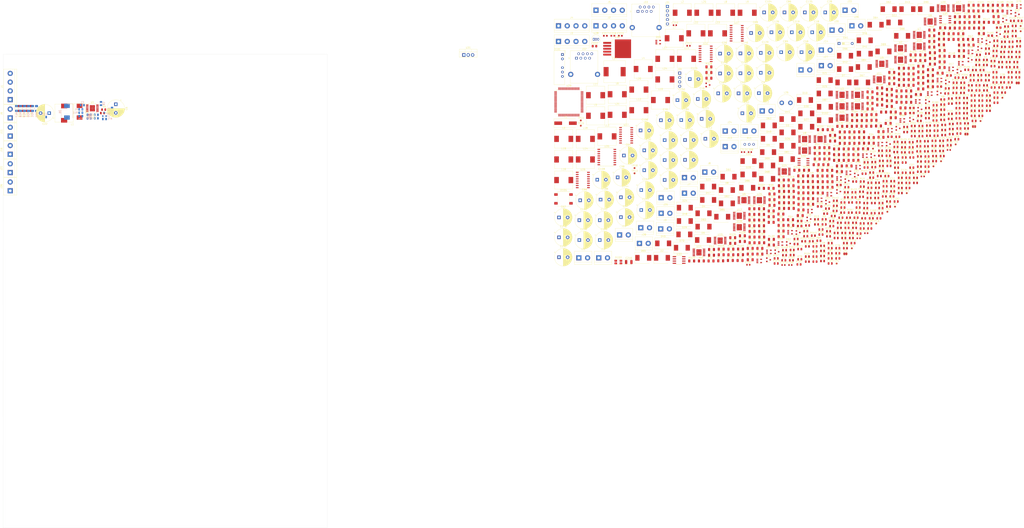
<source format=kicad_pcb>
(kicad_pcb (version 20171130) (host pcbnew "(5.1.0)-1")
  (layers (0 F.Cu signal) (31 B.Cu signal) (34 B.Paste user) (35 F.Paste user) (36 B.SilkS user) (37 F.SilkS user) (38 B.Mask user) (39 F.Mask user) (44 Edge.Cuts user))
  (net 0 "")
  (net 1 "Net-(C1-Pad1)")
  (net 2 "Net-(C1-Pad2)")
  (net 3 "Net-(C2-Pad2)")
  (net 4 "Net-(C2-Pad1)")
  (net 5 "Net-(C3-Pad2)")
  (net 6 "Net-(C3-Pad1)")
  (net 7 "Net-(C4-Pad2)")
  (net 8 "Net-(C4-Pad1)")
  (net 9 "Net-(C5-Pad2)")
  (net 10 "Net-(C5-Pad1)")
  (net 11 GND)
  (net 12 "Net-(C126-Pad1)")
  (net 13 "Net-(C10-Pad1)")
  (net 14 "Net-(C12-Pad1)")
  (net 15 "Net-(C135-Pad1)")
  (net 16 "Net-(C100-Pad1)")
  (net 17 "Net-(C21-Pad2)")
  (net 18 "Net-(C21-Pad1)")
  (net 19 "Net-(C23-Pad2)")
  (net 20 "Net-(C23-Pad1)")
  (net 21 "Net-(C25-Pad2)")
  (net 22 "Net-(C25-Pad1)")
  (net 23 "Net-(C27-Pad1)")
  (net 24 "Net-(C27-Pad2)")
  (net 25 "Net-(C29-Pad1)")
  (net 26 "Net-(C29-Pad2)")
  (net 27 "Net-(C31-Pad1)")
  (net 28 "Net-(C32-Pad1)")
  (net 29 "Net-(C33-Pad1)")
  (net 30 "Net-(C34-Pad1)")
  (net 31 "Net-(C35-Pad1)")
  (net 32 "Net-(C36-Pad1)")
  (net 33 "Net-(C37-Pad1)")
  (net 34 "Net-(C38-Pad1)")
  (net 35 "Net-(C39-Pad1)")
  (net 36 "Net-(C40-Pad1)")
  (net 37 "Net-(C41-Pad1)")
  (net 38 "Net-(C41-Pad2)")
  (net 39 "Net-(C42-Pad1)")
  (net 40 "Net-(C42-Pad2)")
  (net 41 "Net-(C43-Pad2)")
  (net 42 "Net-(C43-Pad1)")
  (net 43 "Net-(C44-Pad2)")
  (net 44 "Net-(C44-Pad1)")
  (net 45 "Net-(C45-Pad2)")
  (net 46 "Net-(C45-Pad1)")
  (net 47 "Net-(C61-Pad1)")
  (net 48 "Net-(C61-Pad2)")
  (net 49 "Net-(C63-Pad2)")
  (net 50 "Net-(C63-Pad1)")
  (net 51 "Net-(C65-Pad1)")
  (net 52 "Net-(C65-Pad2)")
  (net 53 "Net-(C67-Pad1)")
  (net 54 "Net-(C67-Pad2)")
  (net 55 "Net-(C69-Pad1)")
  (net 56 "Net-(C69-Pad2)")
  (net 57 "Net-(C71-Pad1)")
  (net 58 "Net-(C72-Pad1)")
  (net 59 "Net-(C73-Pad1)")
  (net 60 "Net-(C74-Pad1)")
  (net 61 "Net-(C75-Pad1)")
  (net 62 "Net-(C76-Pad1)")
  (net 63 "Net-(C77-Pad1)")
  (net 64 "Net-(C78-Pad1)")
  (net 65 "Net-(C79-Pad1)")
  (net 66 "Net-(C80-Pad1)")
  (net 67 "Net-(C81-Pad2)")
  (net 68 "Net-(C81-Pad1)")
  (net 69 "Net-(C82-Pad1)")
  (net 70 "Net-(C82-Pad2)")
  (net 71 "Net-(C83-Pad1)")
  (net 72 "Net-(C83-Pad2)")
  (net 73 "Net-(C84-Pad2)")
  (net 74 "Net-(C84-Pad1)")
  (net 75 "Net-(C85-Pad2)")
  (net 76 "Net-(C85-Pad1)")
  (net 77 "Net-(C101-Pad2)")
  (net 78 "Net-(C101-Pad1)")
  (net 79 "Net-(C103-Pad2)")
  (net 80 "Net-(C103-Pad1)")
  (net 81 "Net-(C105-Pad2)")
  (net 82 "Net-(C105-Pad1)")
  (net 83 "Net-(C107-Pad1)")
  (net 84 "Net-(C107-Pad2)")
  (net 85 "Net-(C109-Pad1)")
  (net 86 "Net-(C109-Pad2)")
  (net 87 "Net-(C111-Pad1)")
  (net 88 "Net-(C112-Pad1)")
  (net 89 "Net-(C113-Pad1)")
  (net 90 "Net-(C114-Pad1)")
  (net 91 "Net-(C115-Pad1)")
  (net 92 "Net-(C116-Pad1)")
  (net 93 "Net-(C117-Pad1)")
  (net 94 "Net-(C118-Pad1)")
  (net 95 "Net-(C119-Pad1)")
  (net 96 "Net-(C120-Pad1)")
  (net 97 "Net-(C121-Pad1)")
  (net 98 "Net-(C121-Pad2)")
  (net 99 "Net-(C122-Pad2)")
  (net 100 "Net-(C122-Pad1)")
  (net 101 "Net-(C123-Pad2)")
  (net 102 "Net-(C123-Pad1)")
  (net 103 "Net-(C124-Pad1)")
  (net 104 "Net-(C124-Pad2)")
  (net 105 "Net-(C125-Pad2)")
  (net 106 "Net-(C125-Pad1)")
  (net 107 "Net-(C141-Pad2)")
  (net 108 "Net-(C141-Pad1)")
  (net 109 "Net-(C143-Pad1)")
  (net 110 "Net-(C143-Pad2)")
  (net 111 "Net-(C145-Pad2)")
  (net 112 "Net-(C145-Pad1)")
  (net 113 "Net-(C147-Pad2)")
  (net 114 "Net-(C147-Pad1)")
  (net 115 "Net-(C149-Pad1)")
  (net 116 "Net-(C149-Pad2)")
  (net 117 "Net-(C151-Pad1)")
  (net 118 "Net-(C152-Pad1)")
  (net 119 "Net-(C153-Pad1)")
  (net 120 "Net-(C154-Pad1)")
  (net 121 "Net-(C155-Pad1)")
  (net 122 "Net-(C156-Pad1)")
  (net 123 "Net-(C157-Pad1)")
  (net 124 "Net-(C158-Pad1)")
  (net 125 "Net-(C159-Pad1)")
  (net 126 "Net-(C160-Pad1)")
  (net 127 "Net-(C161-Pad1)")
  (net 128 "Net-(C161-Pad2)")
  (net 129 "Net-(C162-Pad2)")
  (net 130 "Net-(C162-Pad1)")
  (net 131 "Net-(C163-Pad2)")
  (net 132 "Net-(C163-Pad1)")
  (net 133 "Net-(C164-Pad1)")
  (net 134 "Net-(C164-Pad2)")
  (net 135 "Net-(C165-Pad2)")
  (net 136 "Net-(C165-Pad1)")
  (net 137 "Net-(C181-Pad2)")
  (net 138 "Net-(C181-Pad1)")
  (net 139 "Net-(C183-Pad1)")
  (net 140 "Net-(C183-Pad2)")
  (net 141 "Net-(C185-Pad1)")
  (net 142 "Net-(C185-Pad2)")
  (net 143 "Net-(C187-Pad2)")
  (net 144 "Net-(C187-Pad1)")
  (net 145 "Net-(C189-Pad1)")
  (net 146 "Net-(C189-Pad2)")
  (net 147 "Net-(C191-Pad1)")
  (net 148 "Net-(C192-Pad1)")
  (net 149 "Net-(C193-Pad1)")
  (net 150 "Net-(C194-Pad1)")
  (net 151 "Net-(C195-Pad1)")
  (net 152 "Net-(C196-Pad1)")
  (net 153 "Net-(C197-Pad1)")
  (net 154 "Net-(C198-Pad1)")
  (net 155 "Net-(C199-Pad1)")
  (net 156 "Net-(C200-Pad1)")
  (net 157 +3V3)
  (net 158 /RESET)
  (net 159 "Net-(C210-Pad1)")
  (net 160 "Net-(C211-Pad2)")
  (net 161 "Net-(C214-Pad1)")
  (net 162 /GND_5v_IN_ISO)
  (net 163 /+5v_IN_ISO)
  (net 164 "Net-(C219-Pad1)")
  (net 165 /IN_GND_24v)
  (net 166 /IN_+24v)
  (net 167 /OFF_CH1)
  (net 168 /OFF_CH6)
  (net 169 /OFF_CH11)
  (net 170 /OFF_CH16)
  (net 171 /OFF_CH21)
  (net 172 "Net-(D16-Pad4)")
  (net 173 "Net-(D16-Pad3)")
  (net 174 /Isens_CH1)
  (net 175 "Net-(D17-Pad4)")
  (net 176 "Net-(D17-Pad3)")
  (net 177 /Isens_CH6)
  (net 178 "Net-(D18-Pad4)")
  (net 179 "Net-(D18-Pad3)")
  (net 180 /Isens_CH11)
  (net 181 "Net-(D19-Pad4)")
  (net 182 "Net-(D19-Pad3)")
  (net 183 /Isens_CH16)
  (net 184 /Isens_CH21)
  (net 185 "Net-(D20-Pad3)")
  (net 186 "Net-(D20-Pad4)")
  (net 187 /OFF_CH2)
  (net 188 /OFF_CH7)
  (net 189 /OFF_CH12)
  (net 190 /OFF_CH17)
  (net 191 /OFF_CH22)
  (net 192 /Isens_CH2)
  (net 193 "Net-(D36-Pad3)")
  (net 194 "Net-(D36-Pad4)")
  (net 195 /Isens_CH7)
  (net 196 "Net-(D37-Pad3)")
  (net 197 "Net-(D37-Pad4)")
  (net 198 /Isens_CH12)
  (net 199 "Net-(D38-Pad3)")
  (net 200 "Net-(D38-Pad4)")
  (net 201 /Isens_CH17)
  (net 202 "Net-(D39-Pad3)")
  (net 203 "Net-(D39-Pad4)")
  (net 204 /Isens_CH22)
  (net 205 "Net-(D40-Pad3)")
  (net 206 "Net-(D40-Pad4)")
  (net 207 /OFF_CH3)
  (net 208 /OFF_CH8)
  (net 209 /OFF_CH13)
  (net 210 /OFF_CH18)
  (net 211 /OFF_CH23)
  (net 212 "Net-(D56-Pad4)")
  (net 213 "Net-(D56-Pad3)")
  (net 214 /Isens_CH3)
  (net 215 /Isens_CH8)
  (net 216 "Net-(D57-Pad3)")
  (net 217 "Net-(D57-Pad4)")
  (net 218 /Isens_CH13)
  (net 219 "Net-(D58-Pad3)")
  (net 220 "Net-(D58-Pad4)")
  (net 221 /Isens_CH18)
  (net 222 "Net-(D59-Pad3)")
  (net 223 "Net-(D59-Pad4)")
  (net 224 "Net-(D60-Pad4)")
  (net 225 "Net-(D60-Pad3)")
  (net 226 /Isens_CH23)
  (net 227 /OFF_CH4)
  (net 228 /OFF_CH9)
  (net 229 /OFF_CH14)
  (net 230 /OFF_CH19)
  (net 231 /OFF_CH24)
  (net 232 "Net-(D76-Pad4)")
  (net 233 "Net-(D76-Pad3)")
  (net 234 /Isens_CH4)
  (net 235 "Net-(D77-Pad4)")
  (net 236 "Net-(D77-Pad3)")
  (net 237 /Isens_CH9)
  (net 238 /Isens_CH14)
  (net 239 "Net-(D78-Pad3)")
  (net 240 "Net-(D78-Pad4)")
  (net 241 "Net-(D79-Pad4)")
  (net 242 "Net-(D79-Pad3)")
  (net 243 /Isens_CH19)
  (net 244 "Net-(D80-Pad4)")
  (net 245 "Net-(D80-Pad3)")
  (net 246 /Isens_CH24)
  (net 247 /OFF_CH5)
  (net 248 /OFF_CH10)
  (net 249 /OFF_CH15)
  (net 250 /OFF_CH20)
  (net 251 /OFF_CH25)
  (net 252 "Net-(D96-Pad4)")
  (net 253 "Net-(D96-Pad3)")
  (net 254 /Isens_CH5)
  (net 255 /Isens_CH10)
  (net 256 "Net-(D97-Pad3)")
  (net 257 "Net-(D97-Pad4)")
  (net 258 "Net-(D98-Pad4)")
  (net 259 "Net-(D98-Pad3)")
  (net 260 /Isens_CH15)
  (net 261 /Isens_CH20)
  (net 262 "Net-(D99-Pad3)")
  (net 263 "Net-(D99-Pad4)")
  (net 264 /Isens_CH25)
  (net 265 "Net-(D100-Pad3)")
  (net 266 "Net-(D100-Pad4)")
  (net 267 "Net-(D101-Pad6)")
  (net 268 "Net-(D102-Pad1)")
  (net 269 "Net-(D103-Pad1)")
  (net 270 "Net-(D103-Pad2)")
  (net 271 "Net-(D103-Pad3)")
  (net 272 "Net-(D104-Pad2)")
  (net 273 "Net-(D104-Pad1)")
  (net 274 "Net-(D105-Pad2)")
  (net 275 "Net-(D105-Pad4)")
  (net 276 "Net-(D106-Pad2)")
  (net 277 /SWDIO)
  (net 278 /SWDCL)
  (net 279 /B_ISO)
  (net 280 /A_ISO)
  (net 281 /USART2_TX)
  (net 282 /USART2_RX)
  (net 283 "Net-(JP1-Pad1)")
  (net 284 /TX)
  (net 285 /RX)
  (net 286 "Net-(JP2-Pad1)")
  (net 287 "Net-(JP3-Pad2)")
  (net 288 "Net-(JP4-Pad2)")
  (net 289 "Net-(R1-Pad2)")
  (net 290 "Net-(R2-Pad2)")
  (net 291 "Net-(R3-Pad2)")
  (net 292 "Net-(R4-Pad2)")
  (net 293 "Net-(R5-Pad2)")
  (net 294 "Net-(R11-Pad2)")
  (net 295 "Net-(R12-Pad2)")
  (net 296 "Net-(R13-Pad2)")
  (net 297 "Net-(R14-Pad2)")
  (net 298 "Net-(R15-Pad2)")
  (net 299 "Net-(R16-Pad1)")
  (net 300 /DIM_CH1)
  (net 301 /DIM_CH6)
  (net 302 "Net-(R27-Pad1)")
  (net 303 /DIM_CH11)
  (net 304 "Net-(R38-Pad1)")
  (net 305 /DIM_CH16)
  (net 306 "Net-(R49-Pad1)")
  (net 307 /DIM_CH21)
  (net 308 "Net-(R60-Pad1)")
  (net 309 "Net-(R91-Pad2)")
  (net 310 "Net-(R92-Pad2)")
  (net 311 "Net-(R93-Pad2)")
  (net 312 "Net-(R94-Pad2)")
  (net 313 "Net-(R95-Pad2)")
  (net 314 "Net-(R101-Pad2)")
  (net 315 "Net-(R102-Pad2)")
  (net 316 "Net-(R103-Pad2)")
  (net 317 "Net-(R104-Pad2)")
  (net 318 "Net-(R105-Pad2)")
  (net 319 /DIM_CH2)
  (net 320 "Net-(R106-Pad1)")
  (net 321 "Net-(R117-Pad1)")
  (net 322 /DIM_CH7)
  (net 323 /DIM_CH12)
  (net 324 "Net-(R128-Pad1)")
  (net 325 /DIM_CH17)
  (net 326 "Net-(R139-Pad1)")
  (net 327 /DIM_CH22)
  (net 328 "Net-(R150-Pad1)")
  (net 329 "Net-(R181-Pad2)")
  (net 330 "Net-(R182-Pad2)")
  (net 331 "Net-(R183-Pad2)")
  (net 332 "Net-(R184-Pad2)")
  (net 333 "Net-(R185-Pad2)")
  (net 334 "Net-(R191-Pad2)")
  (net 335 "Net-(R192-Pad2)")
  (net 336 "Net-(R193-Pad2)")
  (net 337 "Net-(R194-Pad2)")
  (net 338 "Net-(R195-Pad2)")
  (net 339 /DIM_CH3)
  (net 340 "Net-(R196-Pad1)")
  (net 341 "Net-(R207-Pad1)")
  (net 342 /DIM_CH8)
  (net 343 "Net-(R218-Pad1)")
  (net 344 /DIM_CH13)
  (net 345 "Net-(R229-Pad1)")
  (net 346 /DIM_CH18)
  (net 347 /DIM_CH23)
  (net 348 "Net-(R240-Pad1)")
  (net 349 "Net-(R271-Pad2)")
  (net 350 "Net-(R272-Pad2)")
  (net 351 "Net-(R273-Pad2)")
  (net 352 "Net-(R274-Pad2)")
  (net 353 "Net-(R275-Pad2)")
  (net 354 "Net-(R281-Pad2)")
  (net 355 "Net-(R282-Pad2)")
  (net 356 "Net-(R283-Pad2)")
  (net 357 "Net-(R284-Pad2)")
  (net 358 "Net-(R285-Pad2)")
  (net 359 "Net-(R286-Pad1)")
  (net 360 /DIM_CH4)
  (net 361 "Net-(R297-Pad1)")
  (net 362 /DIM_CH9)
  (net 363 "Net-(R308-Pad1)")
  (net 364 /DIM_CH14)
  (net 365 /DIM_CH19)
  (net 366 "Net-(R319-Pad1)")
  (net 367 /DIM_CH24)
  (net 368 "Net-(R330-Pad1)")
  (net 369 "Net-(R361-Pad2)")
  (net 370 "Net-(R362-Pad2)")
  (net 371 "Net-(R363-Pad2)")
  (net 372 "Net-(R364-Pad2)")
  (net 373 "Net-(R365-Pad2)")
  (net 374 "Net-(R371-Pad2)")
  (net 375 "Net-(R372-Pad2)")
  (net 376 "Net-(R373-Pad2)")
  (net 377 "Net-(R374-Pad2)")
  (net 378 "Net-(R375-Pad2)")
  (net 379 "Net-(R376-Pad1)")
  (net 380 /DIM_CH5)
  (net 381 /DIM_CH10)
  (net 382 "Net-(R387-Pad1)")
  (net 383 /DIM_CH15)
  (net 384 "Net-(R398-Pad1)")
  (net 385 /DIM_CH20)
  (net 386 "Net-(R409-Pad1)")
  (net 387 "Net-(R420-Pad1)")
  (net 388 "Net-(R451-Pad1)")
  (net 389 "Net-(R454-Pad1)")
  (net 390 "Net-(R455-Pad1)")
  (net 391 "Net-(R456-Pad1)")
  (net 392 "Net-(R458-Pad2)")
  (net 393 "Net-(R459-Pad2)")
  (net 394 /RX_ISO)
  (net 395 "Net-(R462-Pad1)")
  (net 396 /DE_ISO)
  (net 397 /LED_S3)
  (net 398 /LED_S2)
  (net 399 /LED_S1)
  (net 400 "Net-(TP1-Pad1)")
  (net 401 "Net-(TP3-Pad1)")
  (net 402 "Net-(TP4-Pad1)")
  (net 403 "Net-(TP5-Pad1)")
  (net 404 "Net-(TP6-Pad1)")
  (net 405 "Net-(TP7-Pad1)")
  (net 406 "Net-(TP8-Pad1)")
  (net 407 "Net-(TP10-Pad1)")
  (net 408 "Net-(TP11-Pad1)")
  (net 409 "Net-(TP12-Pad1)")
  (net 410 "Net-(TP13-Pad1)")
  (net 411 "Net-(TP14-Pad1)")
  (net 412 "Net-(TP15-Pad1)")
  (net 413 "Net-(TP16-Pad1)")
  (net 414 "Net-(TP17-Pad1)")
  (net 415 "Net-(TP18-Pad1)")
  (net 416 "Net-(U26-Pad9)")
  (net 417 /~MR)
  (net 418 /spi_SCK)
  (net 419 /spi_CS)
  (net 420 /~OE)
  (net 421 /spi_MOSI)
  (net 422 "Net-(U27-Pad9)")
  (net 423 /DE)
  (net 424 /SPI3_CLK)
  (net 425 /SPI3_MISO)
  (net 426 /SPI3_MOSI)
  (net 427 /SPI3_CS)
  (net 428 /SPI3_HOLD)
  (net 429 /SPI3_WP)
  (net 430 /TX_ISO)
  (net 431 "Net-(U32-Pad9)")
  (net 432 "Net-(D11-Pad3)")
  (net 433 "Net-(D12-Pad3)")
  (net 434 "Net-(D13-Pad3)")
  (net 435 "Net-(D14-Pad3)")
  (net 436 "Net-(D15-Pad3)")
  (net 437 "Net-(D31-Pad3)")
  (net 438 "Net-(D32-Pad3)")
  (net 439 "Net-(D33-Pad3)")
  (net 440 "Net-(D34-Pad3)")
  (net 441 "Net-(D35-Pad3)")
  (net 442 "Net-(D51-Pad3)")
  (net 443 "Net-(D52-Pad3)")
  (net 444 "Net-(D53-Pad3)")
  (net 445 "Net-(D54-Pad3)")
  (net 446 "Net-(D55-Pad3)")
  (net 447 "Net-(D71-Pad3)")
  (net 448 "Net-(D72-Pad3)")
  (net 449 "Net-(D73-Pad3)")
  (net 450 "Net-(D74-Pad3)")
  (net 451 "Net-(D75-Pad3)")
  (net 452 "Net-(D91-Pad3)")
  (net 453 "Net-(D92-Pad3)")
  (net 454 "Net-(D93-Pad3)")
  (net 455 "Net-(D94-Pad3)")
  (net 456 "Net-(D95-Pad3)")
  (net 457 "Net-(D101-Pad5)")
  (net 458 "Net-(J31-Pad5)")
  (net 459 "Net-(J32-Pad5)")
  (net 460 "Net-(J32-Pad6)")
  (net 461 "Net-(J33-Pad6)")
  (net 462 "Net-(J33-Pad5)")
  (net 463 "Net-(U1-Pad4)")
  (net 464 "Net-(U2-Pad4)")
  (net 465 "Net-(U3-Pad4)")
  (net 466 "Net-(U4-Pad4)")
  (net 467 "Net-(U5-Pad4)")
  (net 468 "Net-(U6-Pad4)")
  (net 469 "Net-(U7-Pad4)")
  (net 470 "Net-(U8-Pad4)")
  (net 471 "Net-(U9-Pad4)")
  (net 472 "Net-(U10-Pad4)")
  (net 473 "Net-(U11-Pad4)")
  (net 474 "Net-(U12-Pad4)")
  (net 475 "Net-(U13-Pad4)")
  (net 476 "Net-(U14-Pad4)")
  (net 477 "Net-(U15-Pad4)")
  (net 478 "Net-(U16-Pad4)")
  (net 479 "Net-(U17-Pad4)")
  (net 480 "Net-(U18-Pad4)")
  (net 481 "Net-(U19-Pad4)")
  (net 482 "Net-(U20-Pad4)")
  (net 483 "Net-(U21-Pad4)")
  (net 484 "Net-(U22-Pad4)")
  (net 485 "Net-(U23-Pad4)")
  (net 486 "Net-(U24-Pad4)")
  (net 487 "Net-(U25-Pad4)")
  (net 488 "Net-(U30-Pad5)")
  (net 489 "Net-(U35-Pad3)")
  (net 490 "Net-(U35-Pad14)")
  (net 491 "Net-(U37-Pad9)")
  (net 492 "Net-(U37-Pad7)")
  (net 493 "Net-(U37-Pad6)")
  (net 494 "Net-(U37-Pad5)")
  (net 495 "Net-(U37-Pad4)")
  (module Capacitor_SMD:C_0805_2012Metric (layer B.Cu) (at 101.346 81.28 180)
    (fp_text reference C1 (at 0 1.65 180) (layer B.SilkS) (effects (justify mirror)))
    (fp_text value 0.1mkF)
    (pad 1 smd roundrect (at -0.9375 0 180) (size 0.975 1.4) (layers B.Cu B.Paste B.Mask) (net 1 "Net-(C1-Pad1)"))
    (pad 2 smd roundrect (at 0.9375 0 180) (size 0.975 1.4) (layers B.Cu B.Paste B.Mask) (net 2 "Net-(C1-Pad2)"))
  )
  (module Capacitor_SMD:C_0805_2012Metric (layer F.Cu) (at 545.625001 146.605001)
    (fp_text reference C2 (at 0 -1.65) (layer F.SilkS))
    (fp_text value 0.1mkF)
    (pad 2 smd roundrect (at 0.9375 0) (size 0.975 1.4) (layers F.Cu F.Paste F.Mask) (net 3 "Net-(C2-Pad2)"))
    (pad 1 smd roundrect (at -0.9375 0) (size 0.975 1.4) (layers F.Cu F.Paste F.Mask) (net 4 "Net-(C2-Pad1)"))
  )
  (module Capacitor_SMD:C_0805_2012Metric (layer F.Cu) (at 526.205001 166.195001)
    (fp_text reference C3 (at 0 -1.65) (layer F.SilkS))
    (fp_text value 0.1mkF)
    (pad 2 smd roundrect (at 0.9375 0) (size 0.975 1.4) (layers F.Cu F.Paste F.Mask) (net 5 "Net-(C3-Pad2)"))
    (pad 1 smd roundrect (at -0.9375 0) (size 0.975 1.4) (layers F.Cu F.Paste F.Mask) (net 6 "Net-(C3-Pad1)"))
  )
  (module Capacitor_SMD:C_0805_2012Metric (layer F.Cu) (at 609.115001 83.005001)
    (fp_text reference C4 (at 0 -1.65) (layer F.SilkS))
    (fp_text value 0.1mkF)
    (pad 2 smd roundrect (at 0.9375 0) (size 0.975 1.4) (layers F.Cu F.Paste F.Mask) (net 7 "Net-(C4-Pad2)"))
    (pad 1 smd roundrect (at -0.9375 0) (size 0.975 1.4) (layers F.Cu F.Paste F.Mask) (net 8 "Net-(C4-Pad1)"))
  )
  (module Capacitor_SMD:C_0805_2012Metric (layer F.Cu) (at 551.235001 140.705001)
    (fp_text reference C5 (at 0 -1.65) (layer F.SilkS))
    (fp_text value 0.1mkF)
    (pad 2 smd roundrect (at 0.9375 0) (size 0.975 1.4) (layers F.Cu F.Paste F.Mask) (net 9 "Net-(C5-Pad2)"))
    (pad 1 smd roundrect (at -0.9375 0) (size 0.975 1.4) (layers F.Cu F.Paste F.Mask) (net 10 "Net-(C5-Pad1)"))
  )
  (module Capacitor_THT:CP_Radial_D10.0mm_P5.00mm (layer F.Cu) (at 120.78 80.76 270)
    (fp_text reference C6 (at 2.5 -6.25 270) (layer F.SilkS))
    (fp_text value 470mkF)
    (pad 2 thru_hole circle (at 5 0 270) (size 2 2) (drill 1) (layers *.Cu *.Mask) (net 11 GND))
    (pad 1 thru_hole rect (at 0 0 270) (size 2 2) (drill 1) (layers *.Cu *.Mask) (net 12 "Net-(C126-Pad1)"))
  )
  (module Capacitor_SMD:C_0805_2012Metric (layer B.Cu) (at 118.57 83.62 270)
    (fp_text reference C7 (at 0 1.65 270) (layer B.SilkS) (effects (justify mirror)))
    (fp_text value 0.1mkF)
    (pad 2 smd roundrect (at 0.9375 0 270) (size 0.975 1.4) (layers B.Cu B.Paste B.Mask) (net 11 GND))
    (pad 1 smd roundrect (at -0.9375 0 270) (size 0.975 1.4) (layers B.Cu B.Paste B.Mask) (net 12 "Net-(C126-Pad1)"))
  )
  (module Capacitor_SMD:C_0805_2012Metric (layer B.Cu) (at 112.17 80.33 90)
    (fp_text reference C8 (at 0 1.65 90) (layer B.SilkS) (effects (justify mirror)))
    (fp_text value 0.1mkF)
    (pad 1 smd roundrect (at -0.9375 0 90) (size 0.975 1.4) (layers B.Cu B.Paste B.Mask) (net 12 "Net-(C126-Pad1)"))
    (pad 2 smd roundrect (at 0.9375 0 90) (size 0.975 1.4) (layers B.Cu B.Paste B.Mask) (net 11 GND))
  )
  (module Capacitor_THT:CP_Radial_D10.0mm_P5.00mm (layer F.Cu) (at 493.689647 74.335001)
    (fp_text reference C9 (at 2.5 -6.25) (layer F.SilkS))
    (fp_text value 470mkF)
    (pad 1 thru_hole rect (at 0 0) (size 2 2) (drill 1) (layers *.Cu *.Mask) (net 13 "Net-(C10-Pad1)"))
    (pad 2 thru_hole circle (at 5 0) (size 2 2) (drill 1) (layers *.Cu *.Mask) (net 11 GND))
  )
  (module Capacitor_SMD:C_0805_2012Metric (layer F.Cu) (at 550.035001 146.605001)
    (fp_text reference C10 (at 0 -1.65) (layer F.SilkS))
    (fp_text value 0.1mkF)
    (pad 1 smd roundrect (at -0.9375 0) (size 0.975 1.4) (layers F.Cu F.Paste F.Mask) (net 13 "Net-(C10-Pad1)"))
    (pad 2 smd roundrect (at 0.9375 0) (size 0.975 1.4) (layers F.Cu F.Paste F.Mask) (net 11 GND))
  )
  (module Capacitor_SMD:C_0805_2012Metric (layer F.Cu) (at 571.275001 125.395001)
    (fp_text reference C11 (at 0 -1.65) (layer F.SilkS))
    (fp_text value 0.1mkF)
    (pad 1 smd roundrect (at -0.9375 0) (size 0.975 1.4) (layers F.Cu F.Paste F.Mask) (net 13 "Net-(C10-Pad1)"))
    (pad 2 smd roundrect (at 0.9375 0) (size 0.975 1.4) (layers F.Cu F.Paste F.Mask) (net 11 GND))
  )
  (module Capacitor_THT:CP_Radial_D10.0mm_P5.00mm (layer F.Cu) (at 462.649647 100.785001)
    (fp_text reference C12 (at 2.5 -6.25) (layer F.SilkS))
    (fp_text value 470mkF)
    (pad 2 thru_hole circle (at 5 0) (size 2 2) (drill 1) (layers *.Cu *.Mask) (net 11 GND))
    (pad 1 thru_hole rect (at 0 0) (size 2 2) (drill 1) (layers *.Cu *.Mask) (net 14 "Net-(C12-Pad1)"))
  )
  (module Capacitor_SMD:C_0805_2012Metric (layer F.Cu) (at 617.935001 78.625001)
    (fp_text reference C13 (at 0 -1.65) (layer F.SilkS))
    (fp_text value 0.1mkF)
    (pad 2 smd roundrect (at 0.9375 0) (size 0.975 1.4) (layers F.Cu F.Paste F.Mask) (net 11 GND))
    (pad 1 smd roundrect (at -0.9375 0) (size 0.975 1.4) (layers F.Cu F.Paste F.Mask) (net 14 "Net-(C12-Pad1)"))
  )
  (module Capacitor_SMD:C_0805_2012Metric (layer F.Cu) (at 555.645001 141.055001)
    (fp_text reference C14 (at 0 -1.65) (layer F.SilkS))
    (fp_text value 0.1mkF)
    (pad 1 smd roundrect (at -0.9375 0) (size 0.975 1.4) (layers F.Cu F.Paste F.Mask) (net 14 "Net-(C12-Pad1)"))
    (pad 2 smd roundrect (at 0.9375 0) (size 0.975 1.4) (layers F.Cu F.Paste F.Mask) (net 11 GND))
  )
  (module Capacitor_THT:CP_Radial_D10.0mm_P5.00mm (layer F.Cu) (at 439.029647 124.685001)
    (fp_text reference C15 (at 2.5 -6.25) (layer F.SilkS))
    (fp_text value 470mkF)
    (pad 1 thru_hole rect (at 0 0) (size 2 2) (drill 1) (layers *.Cu *.Mask) (net 15 "Net-(C135-Pad1)"))
    (pad 2 thru_hole circle (at 5 0) (size 2 2) (drill 1) (layers *.Cu *.Mask) (net 11 GND))
  )
  (module Capacitor_SMD:C_0805_2012Metric (layer F.Cu) (at 596.425001 96.075001)
    (fp_text reference C16 (at 0 -1.65) (layer F.SilkS))
    (fp_text value 0.1mkF)
    (pad 1 smd roundrect (at -0.9375 0) (size 0.975 1.4) (layers F.Cu F.Paste F.Mask) (net 15 "Net-(C135-Pad1)"))
    (pad 2 smd roundrect (at 0.9375 0) (size 0.975 1.4) (layers F.Cu F.Paste F.Mask) (net 11 GND))
  )
  (module Capacitor_SMD:C_0805_2012Metric (layer F.Cu) (at 590.815001 105.155001)
    (fp_text reference C17 (at 0 -1.65) (layer F.SilkS))
    (fp_text value 0.1mkF)
    (pad 2 smd roundrect (at 0.9375 0) (size 0.975 1.4) (layers F.Cu F.Paste F.Mask) (net 11 GND))
    (pad 1 smd roundrect (at -0.9375 0) (size 0.975 1.4) (layers F.Cu F.Paste F.Mask) (net 15 "Net-(C135-Pad1)"))
  )
  (module Capacitor_THT:CP_Radial_D10.0mm_P5.00mm (layer F.Cu) (at 524.589647 38.985001)
    (fp_text reference C18 (at 2.5 -6.25) (layer F.SilkS))
    (fp_text value 470mkF)
    (pad 1 thru_hole rect (at 0 0) (size 2 2) (drill 1) (layers *.Cu *.Mask) (net 16 "Net-(C100-Pad1)"))
    (pad 2 thru_hole circle (at 5 0) (size 2 2) (drill 1) (layers *.Cu *.Mask) (net 11 GND))
  )
  (module Capacitor_SMD:C_0805_2012Metric (layer F.Cu) (at 630.585001 65.125001)
    (fp_text reference C19 (at 0 -1.65) (layer F.SilkS))
    (fp_text value 0.1mkF)
    (pad 1 smd roundrect (at -0.9375 0) (size 0.975 1.4) (layers F.Cu F.Paste F.Mask) (net 16 "Net-(C100-Pad1)"))
    (pad 2 smd roundrect (at 0.9375 0) (size 0.975 1.4) (layers F.Cu F.Paste F.Mask) (net 11 GND))
  )
  (module Capacitor_SMD:C_0805_2012Metric (layer F.Cu) (at 538.495001 155.455001)
    (fp_text reference C20 (at 0 -1.65) (layer F.SilkS))
    (fp_text value 0.1mkF)
    (pad 2 smd roundrect (at 0.9375 0) (size 0.975 1.4) (layers F.Cu F.Paste F.Mask) (net 11 GND))
    (pad 1 smd roundrect (at -0.9375 0) (size 0.975 1.4) (layers F.Cu F.Paste F.Mask) (net 16 "Net-(C100-Pad1)"))
  )
  (module Capacitor_SMD:C_0805_2012Metric (layer B.Cu) (at 79.46 88.18 180)
    (fp_text reference C21 (at 0 1.65 180) (layer B.SilkS) (effects (justify mirror)))
    (fp_text value 0.1mkF)
    (pad 2 smd roundrect (at 0.9375 0 180) (size 0.975 1.4) (layers B.Cu B.Paste B.Mask) (net 17 "Net-(C21-Pad2)"))
    (pad 1 smd roundrect (at -0.9375 0 180) (size 0.975 1.4) (layers B.Cu B.Paste B.Mask) (net 18 "Net-(C21-Pad1)"))
  )
  (module Capacitor_THT:CP_Radial_D10.0mm_P5.00mm (layer F.Cu) (at 82.15 85.9 180)
    (fp_text reference C22 (at 2.5 -6.25 180) (layer F.SilkS))
    (fp_text value 470mkF)
    (pad 2 thru_hole circle (at 5 0 180) (size 2 2) (drill 1) (layers *.Cu *.Mask) (net 17 "Net-(C21-Pad2)"))
    (pad 1 thru_hole rect (at 0 0 180) (size 2 2) (drill 1) (layers *.Cu *.Mask) (net 18 "Net-(C21-Pad1)"))
  )
  (module Capacitor_SMD:C_0805_2012Metric (layer F.Cu) (at 526.205001 169.145001)
    (fp_text reference C23 (at 0 -1.65) (layer F.SilkS))
    (fp_text value 0.1mkF)
    (pad 2 smd roundrect (at 0.9375 0) (size 0.975 1.4) (layers F.Cu F.Paste F.Mask) (net 19 "Net-(C23-Pad2)"))
    (pad 1 smd roundrect (at -0.9375 0) (size 0.975 1.4) (layers F.Cu F.Paste F.Mask) (net 20 "Net-(C23-Pad1)"))
  )
  (module Capacitor_THT:CP_Radial_D10.0mm_P5.00mm (layer F.Cu) (at 413.669647 146.285001)
    (fp_text reference C24 (at 2.5 -6.25) (layer F.SilkS))
    (fp_text value 470mkF)
    (pad 2 thru_hole circle (at 5 0) (size 2 2) (drill 1) (layers *.Cu *.Mask) (net 19 "Net-(C23-Pad2)"))
    (pad 1 thru_hole rect (at 0 0) (size 2 2) (drill 1) (layers *.Cu *.Mask) (net 20 "Net-(C23-Pad1)"))
  )
  (module Capacitor_SMD:C_0805_2012Metric (layer F.Cu) (at 596.425001 99.025001)
    (fp_text reference C25 (at 0 -1.65) (layer F.SilkS))
    (fp_text value 0.1mkF)
    (pad 2 smd roundrect (at 0.9375 0) (size 0.975 1.4) (layers F.Cu F.Paste F.Mask) (net 21 "Net-(C25-Pad2)"))
    (pad 1 smd roundrect (at -0.9375 0) (size 0.975 1.4) (layers F.Cu F.Paste F.Mask) (net 22 "Net-(C25-Pad1)"))
  )
  (module Capacitor_THT:CP_Radial_D10.0mm_P5.00mm (layer F.Cu) (at 471.169647 51.335001)
    (fp_text reference C26 (at 2.5 -6.25) (layer F.SilkS))
    (fp_text value 470mkF)
    (pad 2 thru_hole circle (at 5 0) (size 2 2) (drill 1) (layers *.Cu *.Mask) (net 21 "Net-(C25-Pad2)"))
    (pad 1 thru_hole rect (at 0 0) (size 2 2) (drill 1) (layers *.Cu *.Mask) (net 22 "Net-(C25-Pad1)"))
  )
  (module Capacitor_SMD:C_0805_2012Metric (layer F.Cu) (at 625.115001 69.775001)
    (fp_text reference C27 (at 0 -1.65) (layer F.SilkS))
    (fp_text value 0.1mkF)
    (pad 1 smd roundrect (at -0.9375 0) (size 0.975 1.4) (layers F.Cu F.Paste F.Mask) (net 23 "Net-(C27-Pad1)"))
    (pad 2 smd roundrect (at 0.9375 0) (size 0.975 1.4) (layers F.Cu F.Paste F.Mask) (net 24 "Net-(C27-Pad2)"))
  )
  (module Capacitor_THT:CP_Radial_D10.0mm_P5.00mm (layer F.Cu) (at 532.139647 27.435001)
    (fp_text reference C28 (at 2.5 -6.25) (layer F.SilkS))
    (fp_text value 470mkF)
    (pad 2 thru_hole circle (at 5 0) (size 2 2) (drill 1) (layers *.Cu *.Mask) (net 24 "Net-(C27-Pad2)"))
    (pad 1 thru_hole rect (at 0 0) (size 2 2) (drill 1) (layers *.Cu *.Mask) (net 23 "Net-(C27-Pad1)"))
  )
  (module Capacitor_SMD:C_0805_2012Metric (layer F.Cu) (at 551.095001 143.655001)
    (fp_text reference C29 (at 0 -1.65) (layer F.SilkS))
    (fp_text value 0.1mkF)
    (pad 1 smd roundrect (at -0.9375 0) (size 0.975 1.4) (layers F.Cu F.Paste F.Mask) (net 25 "Net-(C29-Pad1)"))
    (pad 2 smd roundrect (at 0.9375 0) (size 0.975 1.4) (layers F.Cu F.Paste F.Mask) (net 26 "Net-(C29-Pad2)"))
  )
  (module Capacitor_THT:CP_Radial_D10.0mm_P5.00mm (layer F.Cu) (at 427.219647 107.485001)
    (fp_text reference C30 (at 2.5 -6.25) (layer F.SilkS))
    (fp_text value 470mkF)
    (pad 1 thru_hole rect (at 0 0) (size 2 2) (drill 1) (layers *.Cu *.Mask) (net 25 "Net-(C29-Pad1)"))
    (pad 2 thru_hole circle (at 5 0) (size 2 2) (drill 1) (layers *.Cu *.Mask) (net 26 "Net-(C29-Pad2)"))
  )
  (module Capacitor_SMD:C_0805_2012Metric (layer B.Cu) (at 109.474 86.868 180)
    (fp_text reference C31 (at 3.302 0 180) (layer B.SilkS) (effects (justify mirror)))
    (fp_text value 0.1mkF)
    (pad 2 smd roundrect (at 0.9375 0 180) (size 0.975 1.4) (layers B.Cu B.Paste B.Mask) (net 11 GND))
    (pad 1 smd roundrect (at -0.9375 0 180) (size 0.975 1.4) (layers B.Cu B.Paste B.Mask) (net 27 "Net-(C31-Pad1)"))
  )
  (module Capacitor_SMD:C_0805_2012Metric (layer B.Cu) (at 109.474 88.9 180)
    (fp_text reference C32 (at 3.302 0 180) (layer B.SilkS) (effects (justify mirror)))
    (fp_text value 1mkF)
    (pad 1 smd roundrect (at -0.9375 0 180) (size 0.975 1.4) (layers B.Cu B.Paste B.Mask) (net 28 "Net-(C32-Pad1)"))
    (pad 2 smd roundrect (at 0.9375 0 180) (size 0.975 1.4) (layers B.Cu B.Paste B.Mask) (net 11 GND))
  )
  (module Capacitor_SMD:C_0805_2012Metric (layer F.Cu) (at 586.755001 114.005001)
    (fp_text reference C33 (at 0 -1.65) (layer F.SilkS))
    (fp_text value 0.1mkF)
    (pad 2 smd roundrect (at 0.9375 0) (size 0.975 1.4) (layers F.Cu F.Paste F.Mask) (net 11 GND))
    (pad 1 smd roundrect (at -0.9375 0) (size 0.975 1.4) (layers F.Cu F.Paste F.Mask) (net 29 "Net-(C33-Pad1)"))
  )
  (module Capacitor_SMD:C_0805_2012Metric (layer F.Cu) (at 605.245001 95.145001)
    (fp_text reference C34 (at 0 -1.65) (layer F.SilkS))
    (fp_text value 1mkF)
    (pad 1 smd roundrect (at -0.9375 0) (size 0.975 1.4) (layers F.Cu F.Paste F.Mask) (net 30 "Net-(C34-Pad1)"))
    (pad 2 smd roundrect (at 0.9375 0) (size 0.975 1.4) (layers F.Cu F.Paste F.Mask) (net 11 GND))
  )
  (module Capacitor_SMD:C_0805_2012Metric (layer F.Cu) (at 595.225001 104.925001)
    (fp_text reference C35 (at 0 -1.65) (layer F.SilkS))
    (fp_text value 0.1mkF)
    (pad 2 smd roundrect (at 0.9375 0) (size 0.975 1.4) (layers F.Cu F.Paste F.Mask) (net 11 GND))
    (pad 1 smd roundrect (at -0.9375 0) (size 0.975 1.4) (layers F.Cu F.Paste F.Mask) (net 31 "Net-(C35-Pad1)"))
  )
  (module Capacitor_SMD:C_0805_2012Metric (layer F.Cu) (at 634.995001 65.125001)
    (fp_text reference C36 (at 0 -1.65) (layer F.SilkS))
    (fp_text value 1mkF)
    (pad 1 smd roundrect (at -0.9375 0) (size 0.975 1.4) (layers F.Cu F.Paste F.Mask) (net 32 "Net-(C36-Pad1)"))
    (pad 2 smd roundrect (at 0.9375 0) (size 0.975 1.4) (layers F.Cu F.Paste F.Mask) (net 11 GND))
  )
  (module Capacitor_SMD:C_0805_2012Metric (layer F.Cu) (at 582.345001 117.545001)
    (fp_text reference C37 (at 0 -1.65) (layer F.SilkS))
    (fp_text value 0.1mkF)
    (pad 1 smd roundrect (at -0.9375 0) (size 0.975 1.4) (layers F.Cu F.Paste F.Mask) (net 33 "Net-(C37-Pad1)"))
    (pad 2 smd roundrect (at 0.9375 0) (size 0.975 1.4) (layers F.Cu F.Paste F.Mask) (net 11 GND))
  )
  (module Capacitor_SMD:C_0805_2012Metric (layer F.Cu) (at 613.525001 85.955001)
    (fp_text reference C38 (at 0 -1.65) (layer F.SilkS))
    (fp_text value 1mkF)
    (pad 2 smd roundrect (at 0.9375 0) (size 0.975 1.4) (layers F.Cu F.Paste F.Mask) (net 11 GND))
    (pad 1 smd roundrect (at -0.9375 0) (size 0.975 1.4) (layers F.Cu F.Paste F.Mask) (net 34 "Net-(C38-Pad1)"))
  )
  (module Capacitor_SMD:C_0805_2012Metric (layer F.Cu) (at 555.645001 138.105001)
    (fp_text reference C39 (at 0 -1.65) (layer F.SilkS))
    (fp_text value 0.1mkF)
    (pad 1 smd roundrect (at -0.9375 0) (size 0.975 1.4) (layers F.Cu F.Paste F.Mask) (net 35 "Net-(C39-Pad1)"))
    (pad 2 smd roundrect (at 0.9375 0) (size 0.975 1.4) (layers F.Cu F.Paste F.Mask) (net 11 GND))
  )
  (module Capacitor_SMD:C_0805_2012Metric (layer F.Cu) (at 544.755001 149.555001)
    (fp_text reference C40 (at 0 -1.65) (layer F.SilkS))
    (fp_text value 1mkF)
    (pad 2 smd roundrect (at 0.9375 0) (size 0.975 1.4) (layers F.Cu F.Paste F.Mask) (net 11 GND))
    (pad 1 smd roundrect (at -0.9375 0) (size 0.975 1.4) (layers F.Cu F.Paste F.Mask) (net 36 "Net-(C40-Pad1)"))
  )
  (module Capacitor_SMD:C_0805_2012Metric (layer F.Cu) (at 562.015001 132.205001)
    (fp_text reference C41 (at 0 -1.65) (layer F.SilkS))
    (fp_text value 0.1mkF)
    (pad 1 smd roundrect (at -0.9375 0) (size 0.975 1.4) (layers F.Cu F.Paste F.Mask) (net 37 "Net-(C41-Pad1)"))
    (pad 2 smd roundrect (at 0.9375 0) (size 0.975 1.4) (layers F.Cu F.Paste F.Mask) (net 38 "Net-(C41-Pad2)"))
  )
  (module Capacitor_SMD:C_0805_2012Metric (layer F.Cu) (at 573.525001 120.495001)
    (fp_text reference C42 (at 0 -1.65) (layer F.SilkS))
    (fp_text value 0.1mkF)
    (pad 1 smd roundrect (at -0.9375 0) (size 0.975 1.4) (layers F.Cu F.Paste F.Mask) (net 39 "Net-(C42-Pad1)"))
    (pad 2 smd roundrect (at 0.9375 0) (size 0.975 1.4) (layers F.Cu F.Paste F.Mask) (net 40 "Net-(C42-Pad2)"))
  )
  (module Capacitor_SMD:C_0805_2012Metric (layer F.Cu) (at 643.855001 50.375001)
    (fp_text reference C43 (at 0 -1.65) (layer F.SilkS))
    (fp_text value 0.1mkF)
    (pad 2 smd roundrect (at 0.9375 0) (size 0.975 1.4) (layers F.Cu F.Paste F.Mask) (net 41 "Net-(C43-Pad2)"))
    (pad 1 smd roundrect (at -0.9375 0) (size 0.975 1.4) (layers F.Cu F.Paste F.Mask) (net 42 "Net-(C43-Pad1)"))
  )
  (module Capacitor_SMD:C_0805_2012Metric (layer F.Cu) (at 600.835001 92.745001)
    (fp_text reference C44 (at 0 -1.65) (layer F.SilkS))
    (fp_text value 0.1mkF)
    (pad 2 smd roundrect (at 0.9375 0) (size 0.975 1.4) (layers F.Cu F.Paste F.Mask) (net 43 "Net-(C44-Pad2)"))
    (pad 1 smd roundrect (at -0.9375 0) (size 0.975 1.4) (layers F.Cu F.Paste F.Mask) (net 44 "Net-(C44-Pad1)"))
  )
  (module Capacitor_SMD:C_0805_2012Metric (layer F.Cu) (at 622.345001 78.625001)
    (fp_text reference C45 (at 0 -1.65) (layer F.SilkS))
    (fp_text value 0.1mkF)
    (pad 2 smd roundrect (at 0.9375 0) (size 0.975 1.4) (layers F.Cu F.Paste F.Mask) (net 45 "Net-(C45-Pad2)"))
    (pad 1 smd roundrect (at -0.9375 0) (size 0.975 1.4) (layers F.Cu F.Paste F.Mask) (net 46 "Net-(C45-Pad1)"))
  )
  (module Capacitor_THT:CP_Radial_D10.0mm_P5.00mm (layer F.Cu) (at 458.259647 77.685001)
    (fp_text reference C46 (at 2.5 -6.25) (layer F.SilkS))
    (fp_text value 470mkF)
    (pad 1 thru_hole rect (at 0 0) (size 2 2) (drill 1) (layers *.Cu *.Mask) (net 12 "Net-(C126-Pad1)"))
    (pad 2 thru_hole circle (at 5 0) (size 2 2) (drill 1) (layers *.Cu *.Mask) (net 11 GND))
  )
  (module Capacitor_SMD:C_0805_2012Metric (layer F.Cu) (at 582.345001 111.645001)
    (fp_text reference C47 (at 0 -1.65) (layer F.SilkS))
    (fp_text value 0.1mkF)
    (pad 1 smd roundrect (at -0.9375 0) (size 0.975 1.4) (layers F.Cu F.Paste F.Mask) (net 12 "Net-(C126-Pad1)"))
    (pad 2 smd roundrect (at 0.9375 0) (size 0.975 1.4) (layers F.Cu F.Paste F.Mask) (net 11 GND))
  )
  (module Capacitor_SMD:C_0805_2012Metric (layer F.Cu) (at 530.615001 162.915001)
    (fp_text reference C48 (at 0 -1.65) (layer F.SilkS))
    (fp_text value 0.1mkF)
    (pad 2 smd roundrect (at 0.9375 0) (size 0.975 1.4) (layers F.Cu F.Paste F.Mask) (net 11 GND))
    (pad 1 smd roundrect (at -0.9375 0) (size 0.975 1.4) (layers F.Cu F.Paste F.Mask) (net 12 "Net-(C126-Pad1)"))
  )
  (module Capacitor_THT:CP_Radial_D10.0mm_P5.00mm (layer F.Cu) (at 439.029647 101.585001)
    (fp_text reference C49 (at 2.5 -6.25) (layer F.SilkS))
    (fp_text value 470mkF)
    (pad 2 thru_hole circle (at 5 0) (size 2 2) (drill 1) (layers *.Cu *.Mask) (net 11 GND))
    (pad 1 thru_hole rect (at 0 0) (size 2 2) (drill 1) (layers *.Cu *.Mask) (net 13 "Net-(C10-Pad1)"))
  )
  (module Capacitor_SMD:C_0805_2012Metric (layer F.Cu) (at 620.705001 72.725001)
    (fp_text reference C50 (at 0 -1.65) (layer F.SilkS))
    (fp_text value 0.1mkF)
    (pad 2 smd roundrect (at 0.9375 0) (size 0.975 1.4) (layers F.Cu F.Paste F.Mask) (net 11 GND))
    (pad 1 smd roundrect (at -0.9375 0) (size 0.975 1.4) (layers F.Cu F.Paste F.Mask) (net 13 "Net-(C10-Pad1)"))
  )
  (module Capacitor_SMD:C_0805_2012Metric (layer F.Cu) (at 633.835001 56.275001)
    (fp_text reference C51 (at 0 -1.65) (layer F.SilkS))
    (fp_text value 0.1mkF)
    (pad 1 smd roundrect (at -0.9375 0) (size 0.975 1.4) (layers F.Cu F.Paste F.Mask) (net 13 "Net-(C10-Pad1)"))
    (pad 2 smd roundrect (at 0.9375 0) (size 0.975 1.4) (layers F.Cu F.Paste F.Mask) (net 11 GND))
  )
  (module Capacitor_THT:CP_Radial_D10.0mm_P5.00mm (layer F.Cu) (at 484.109647 85.985001)
    (fp_text reference C52 (at 2.5 -6.25) (layer F.SilkS))
    (fp_text value 470mkF)
    (pad 1 thru_hole rect (at 0 0) (size 2 2) (drill 1) (layers *.Cu *.Mask) (net 14 "Net-(C12-Pad1)"))
    (pad 2 thru_hole circle (at 5 0) (size 2 2) (drill 1) (layers *.Cu *.Mask) (net 11 GND))
  )
  (module Capacitor_SMD:C_0805_2012Metric (layer F.Cu) (at 566.865001 125.395001)
    (fp_text reference C53 (at 0 -1.65) (layer F.SilkS))
    (fp_text value 0.1mkF)
    (pad 1 smd roundrect (at -0.9375 0) (size 0.975 1.4) (layers F.Cu F.Paste F.Mask) (net 14 "Net-(C12-Pad1)"))
    (pad 2 smd roundrect (at 0.9375 0) (size 0.975 1.4) (layers F.Cu F.Paste F.Mask) (net 11 GND))
  )
  (module Capacitor_SMD:C_0805_2012Metric (layer F.Cu) (at 639.445001 53.325001)
    (fp_text reference C54 (at 0 -1.65) (layer F.SilkS))
    (fp_text value 0.1mkF)
    (pad 2 smd roundrect (at 0.9375 0) (size 0.975 1.4) (layers F.Cu F.Paste F.Mask) (net 11 GND))
    (pad 1 smd roundrect (at -0.9375 0) (size 0.975 1.4) (layers F.Cu F.Paste F.Mask) (net 14 "Net-(C12-Pad1)"))
  )
  (module Capacitor_THT:CP_Radial_D10.0mm_P5.00mm (layer F.Cu) (at 439.029647 113.135001)
    (fp_text reference C55 (at 2.5 -6.25) (layer F.SilkS))
    (fp_text value 470mkF)
    (pad 1 thru_hole rect (at 0 0) (size 2 2) (drill 1) (layers *.Cu *.Mask) (net 15 "Net-(C135-Pad1)"))
    (pad 2 thru_hole circle (at 5 0) (size 2 2) (drill 1) (layers *.Cu *.Mask) (net 11 GND))
  )
  (module Capacitor_SMD:C_0805_2012Metric (layer F.Cu) (at 540.345001 152.505001)
    (fp_text reference C56 (at 0 -1.65) (layer F.SilkS))
    (fp_text value 0.1mkF)
    (pad 2 smd roundrect (at 0.9375 0) (size 0.975 1.4) (layers F.Cu F.Paste F.Mask) (net 11 GND))
    (pad 1 smd roundrect (at -0.9375 0) (size 0.975 1.4) (layers F.Cu F.Paste F.Mask) (net 15 "Net-(C135-Pad1)"))
  )
  (module Capacitor_SMD:C_0805_2012Metric (layer F.Cu) (at 626.175001 66.825001)
    (fp_text reference C57 (at 0 -1.65) (layer F.SilkS))
    (fp_text value 0.1mkF)
    (pad 2 smd roundrect (at 0.9375 0) (size 0.975 1.4) (layers F.Cu F.Paste F.Mask) (net 11 GND))
    (pad 1 smd roundrect (at -0.9375 0) (size 0.975 1.4) (layers F.Cu F.Paste F.Mask) (net 15 "Net-(C135-Pad1)"))
  )
  (module Capacitor_THT:CP_Radial_D10.0mm_P5.00mm (layer F.Cu) (at 518.409647 50.535001)
    (fp_text reference C58 (at 2.5 -6.25) (layer F.SilkS))
    (fp_text value 470mkF)
    (pad 1 thru_hole rect (at 0 0) (size 2 2) (drill 1) (layers *.Cu *.Mask) (net 16 "Net-(C100-Pad1)"))
    (pad 2 thru_hole circle (at 5 0) (size 2 2) (drill 1) (layers *.Cu *.Mask) (net 11 GND))
  )
  (module Capacitor_SMD:C_0805_2012Metric (layer F.Cu) (at 613.525001 83.005001)
    (fp_text reference C59 (at 0 -1.65) (layer F.SilkS))
    (fp_text value 0.1mkF)
    (pad 1 smd roundrect (at -0.9375 0) (size 0.975 1.4) (layers F.Cu F.Paste F.Mask) (net 16 "Net-(C100-Pad1)"))
    (pad 2 smd roundrect (at 0.9375 0) (size 0.975 1.4) (layers F.Cu F.Paste F.Mask) (net 11 GND))
  )
  (module Capacitor_SMD:C_0805_2012Metric (layer F.Cu) (at 618.475001 90.425001)
    (fp_text reference C60 (at 0 -1.65) (layer F.SilkS))
    (fp_text value 0.1mkF)
    (pad 2 smd roundrect (at 0.9375 0) (size 0.975 1.4) (layers F.Cu F.Paste F.Mask) (net 11 GND))
    (pad 1 smd roundrect (at -0.9375 0) (size 0.975 1.4) (layers F.Cu F.Paste F.Mask) (net 16 "Net-(C100-Pad1)"))
  )
  (module Capacitor_SMD:C_0805_2012Metric (layer F.Cu) (at 591.165001 119.905001)
    (fp_text reference C61 (at 0 -1.65) (layer F.SilkS))
    (fp_text value 0.1mkF)
    (pad 1 smd roundrect (at -0.9375 0) (size 0.975 1.4) (layers F.Cu F.Paste F.Mask) (net 47 "Net-(C61-Pad1)"))
    (pad 2 smd roundrect (at 0.9375 0) (size 0.975 1.4) (layers F.Cu F.Paste F.Mask) (net 48 "Net-(C61-Pad2)"))
  )
  (module Capacitor_THT:CP_Radial_D10.0mm_P5.00mm (layer F.Cu) (at 377.759647 146.445001)
    (fp_text reference C62 (at 2.5 -6.25) (layer F.SilkS))
    (fp_text value 470mkF)
    (pad 2 thru_hole circle (at 5 0) (size 2 2) (drill 1) (layers *.Cu *.Mask) (net 48 "Net-(C61-Pad2)"))
    (pad 1 thru_hole rect (at 0 0) (size 2 2) (drill 1) (layers *.Cu *.Mask) (net 47 "Net-(C61-Pad1)"))
  )
  (module Capacitor_SMD:C_0805_2012Metric (layer F.Cu) (at 599.985001 110.825001)
    (fp_text reference C63 (at 0 -1.65) (layer F.SilkS))
    (fp_text value 0.1mkF)
    (pad 2 smd roundrect (at 0.9375 0) (size 0.975 1.4) (layers F.Cu F.Paste F.Mask) (net 49 "Net-(C63-Pad2)"))
    (pad 1 smd roundrect (at -0.9375 0) (size 0.975 1.4) (layers F.Cu F.Paste F.Mask) (net 50 "Net-(C63-Pad1)"))
  )
  (module Capacitor_THT:CP_Radial_D10.0mm_P5.00mm (layer F.Cu) (at 415.409647 110.485001)
    (fp_text reference C64 (at 2.5 -6.25) (layer F.SilkS))
    (fp_text value 470mkF)
    (pad 1 thru_hole rect (at 0 0) (size 2 2) (drill 1) (layers *.Cu *.Mask) (net 50 "Net-(C63-Pad1)"))
    (pad 2 thru_hole circle (at 5 0) (size 2 2) (drill 1) (layers *.Cu *.Mask) (net 49 "Net-(C63-Pad2)"))
  )
  (module Capacitor_SMD:C_0805_2012Metric (layer F.Cu) (at 557.985001 152.855001)
    (fp_text reference C65 (at 0 -1.65) (layer F.SilkS))
    (fp_text value 0.1mkF)
    (pad 1 smd roundrect (at -0.9375 0) (size 0.975 1.4) (layers F.Cu F.Paste F.Mask) (net 51 "Net-(C65-Pad1)"))
    (pad 2 smd roundrect (at 0.9375 0) (size 0.975 1.4) (layers F.Cu F.Paste F.Mask) (net 52 "Net-(C65-Pad2)"))
  )
  (module Capacitor_THT:CP_Radial_D10.0mm_P5.00mm (layer F.Cu) (at 390.049647 136.495001)
    (fp_text reference C66 (at 2.5 -6.25) (layer F.SilkS))
    (fp_text value 470mkF)
    (pad 2 thru_hole circle (at 5 0) (size 2 2) (drill 1) (layers *.Cu *.Mask) (net 52 "Net-(C65-Pad2)"))
    (pad 1 thru_hole rect (at 0 0) (size 2 2) (drill 1) (layers *.Cu *.Mask) (net 51 "Net-(C65-Pad1)"))
  )
  (module Capacitor_SMD:C_0805_2012Metric (layer F.Cu) (at 563.265001 146.955001)
    (fp_text reference C67 (at 0 -1.65) (layer F.SilkS))
    (fp_text value 0.1mkF)
    (pad 1 smd roundrect (at -0.9375 0) (size 0.975 1.4) (layers F.Cu F.Paste F.Mask) (net 53 "Net-(C67-Pad1)"))
    (pad 2 smd roundrect (at 0.9375 0) (size 0.975 1.4) (layers F.Cu F.Paste F.Mask) (net 54 "Net-(C67-Pad2)"))
  )
  (module Capacitor_THT:CP_Radial_D10.0mm_P5.00mm (layer F.Cu) (at 489.159647 39.385001)
    (fp_text reference C68 (at 2.5 -6.25) (layer F.SilkS))
    (fp_text value 470mkF)
    (pad 1 thru_hole rect (at 0 0) (size 2 2) (drill 1) (layers *.Cu *.Mask) (net 53 "Net-(C67-Pad1)"))
    (pad 2 thru_hole circle (at 5 0) (size 2 2) (drill 1) (layers *.Cu *.Mask) (net 54 "Net-(C67-Pad2)"))
  )
  (module Capacitor_SMD:C_0805_2012Metric (layer F.Cu) (at 599.635001 104.925001)
    (fp_text reference C69 (at 0 -1.65) (layer F.SilkS))
    (fp_text value 0.1mkF)
    (pad 1 smd roundrect (at -0.9375 0) (size 0.975 1.4) (layers F.Cu F.Paste F.Mask) (net 55 "Net-(C69-Pad1)"))
    (pad 2 smd roundrect (at 0.9375 0) (size 0.975 1.4) (layers F.Cu F.Paste F.Mask) (net 56 "Net-(C69-Pad2)"))
  )
  (module Capacitor_THT:CP_Radial_D10.0mm_P5.00mm (layer F.Cu) (at 436.869647 90.035001)
    (fp_text reference C70 (at 2.5 -6.25) (layer F.SilkS))
    (fp_text value 470mkF)
    (pad 2 thru_hole circle (at 5 0) (size 2 2) (drill 1) (layers *.Cu *.Mask) (net 56 "Net-(C69-Pad2)"))
    (pad 1 thru_hole rect (at 0 0) (size 2 2) (drill 1) (layers *.Cu *.Mask) (net 55 "Net-(C69-Pad1)"))
  )
  (module Capacitor_SMD:C_0805_2012Metric (layer F.Cu) (at 553.575001 149.905001)
    (fp_text reference C71 (at 0 -1.65) (layer F.SilkS))
    (fp_text value 0.1mkF)
    (pad 1 smd roundrect (at -0.9375 0) (size 0.975 1.4) (layers F.Cu F.Paste F.Mask) (net 57 "Net-(C71-Pad1)"))
    (pad 2 smd roundrect (at 0.9375 0) (size 0.975 1.4) (layers F.Cu F.Paste F.Mask) (net 11 GND))
  )
  (module Capacitor_SMD:C_0805_2012Metric (layer F.Cu) (at 639.405001 65.125001)
    (fp_text reference C72 (at 0 -1.65) (layer F.SilkS))
    (fp_text value 1mkF)
    (pad 2 smd roundrect (at 0.9375 0) (size 0.975 1.4) (layers F.Cu F.Paste F.Mask) (net 11 GND))
    (pad 1 smd roundrect (at -0.9375 0) (size 0.975 1.4) (layers F.Cu F.Paste F.Mask) (net 58 "Net-(C72-Pad1)"))
  )
  (module Capacitor_SMD:C_0805_2012Metric (layer F.Cu) (at 631.165001 79.875001)
    (fp_text reference C73 (at 0 -1.65) (layer F.SilkS))
    (fp_text value 0.1mkF)
    (pad 1 smd roundrect (at -0.9375 0) (size 0.975 1.4) (layers F.Cu F.Paste F.Mask) (net 59 "Net-(C73-Pad1)"))
    (pad 2 smd roundrect (at 0.9375 0) (size 0.975 1.4) (layers F.Cu F.Paste F.Mask) (net 11 GND))
  )
  (module Capacitor_SMD:C_0805_2012Metric (layer F.Cu) (at 622.345001 81.575001)
    (fp_text reference C74 (at 0 -1.65) (layer F.SilkS))
    (fp_text value 1mkF)
    (pad 2 smd roundrect (at 0.9375 0) (size 0.975 1.4) (layers F.Cu F.Paste F.Mask) (net 11 GND))
    (pad 1 smd roundrect (at -0.9375 0) (size 0.975 1.4) (layers F.Cu F.Paste F.Mask) (net 60 "Net-(C74-Pad1)"))
  )
  (module Capacitor_SMD:C_0805_2012Metric (layer F.Cu) (at 586.755001 116.955001)
    (fp_text reference C75 (at 0 -1.65) (layer F.SilkS))
    (fp_text value 0.1mkF)
    (pad 1 smd roundrect (at -0.9375 0) (size 0.975 1.4) (layers F.Cu F.Paste F.Mask) (net 61 "Net-(C75-Pad1)"))
    (pad 2 smd roundrect (at 0.9375 0) (size 0.975 1.4) (layers F.Cu F.Paste F.Mask) (net 11 GND))
  )
  (module Capacitor_SMD:C_0805_2012Metric (layer F.Cu) (at 539.435001 164.305001)
    (fp_text reference C76 (at 0 -1.65) (layer F.SilkS))
    (fp_text value 1mkF)
    (pad 1 smd roundrect (at -0.9375 0) (size 0.975 1.4) (layers F.Cu F.Paste F.Mask) (net 62 "Net-(C76-Pad1)"))
    (pad 2 smd roundrect (at 0.9375 0) (size 0.975 1.4) (layers F.Cu F.Paste F.Mask) (net 11 GND))
  )
  (module Capacitor_SMD:C_0805_2012Metric (layer F.Cu) (at 554.445001 146.955001)
    (fp_text reference C77 (at 0 -1.65) (layer F.SilkS))
    (fp_text value 0.1mkF)
    (pad 1 smd roundrect (at -0.9375 0) (size 0.975 1.4) (layers F.Cu F.Paste F.Mask) (net 63 "Net-(C77-Pad1)"))
    (pad 2 smd roundrect (at 0.9375 0) (size 0.975 1.4) (layers F.Cu F.Paste F.Mask) (net 11 GND))
  )
  (module Capacitor_SMD:C_0805_2012Metric (layer F.Cu) (at 605.245001 98.095001)
    (fp_text reference C78 (at 0 -1.65) (layer F.SilkS))
    (fp_text value 1mkF)
    (pad 1 smd roundrect (at -0.9375 0) (size 0.975 1.4) (layers F.Cu F.Paste F.Mask) (net 64 "Net-(C78-Pad1)"))
    (pad 2 smd roundrect (at 0.9375 0) (size 0.975 1.4) (layers F.Cu F.Paste F.Mask) (net 11 GND))
  )
  (module Capacitor_SMD:C_0805_2012Metric (layer F.Cu) (at 634.995001 68.075001)
    (fp_text reference C79 (at 0 -1.65) (layer F.SilkS))
    (fp_text value 0.1mkF)
    (pad 1 smd roundrect (at -0.9375 0) (size 0.975 1.4) (layers F.Cu F.Paste F.Mask) (net 65 "Net-(C79-Pad1)"))
    (pad 2 smd roundrect (at 0.9375 0) (size 0.975 1.4) (layers F.Cu F.Paste F.Mask) (net 11 GND))
  )
  (module Capacitor_SMD:C_0805_2012Metric (layer F.Cu) (at 595.225001 107.875001)
    (fp_text reference C80 (at 0 -1.65) (layer F.SilkS))
    (fp_text value 1mkF)
    (pad 2 smd roundrect (at 0.9375 0) (size 0.975 1.4) (layers F.Cu F.Paste F.Mask) (net 11 GND))
    (pad 1 smd roundrect (at -0.9375 0) (size 0.975 1.4) (layers F.Cu F.Paste F.Mask) (net 66 "Net-(C80-Pad1)"))
  )
  (module Capacitor_SMD:C_0805_2012Metric (layer F.Cu) (at 582.345001 120.495001)
    (fp_text reference C81 (at 0 -1.65) (layer F.SilkS))
    (fp_text value 0.1mkF)
    (pad 2 smd roundrect (at 0.9375 0) (size 0.975 1.4) (layers F.Cu F.Paste F.Mask) (net 67 "Net-(C81-Pad2)"))
    (pad 1 smd roundrect (at -0.9375 0) (size 0.975 1.4) (layers F.Cu F.Paste F.Mask) (net 68 "Net-(C81-Pad1)"))
  )
  (module Capacitor_SMD:C_0805_2012Metric (layer F.Cu) (at 571.275001 131.295001)
    (fp_text reference C82 (at 0 -1.65) (layer F.SilkS))
    (fp_text value 0.1mkF)
    (pad 1 smd roundrect (at -0.9375 0) (size 0.975 1.4) (layers F.Cu F.Paste F.Mask) (net 69 "Net-(C82-Pad1)"))
    (pad 2 smd roundrect (at 0.9375 0) (size 0.975 1.4) (layers F.Cu F.Paste F.Mask) (net 70 "Net-(C82-Pad2)"))
  )
  (module Capacitor_SMD:C_0805_2012Metric (layer F.Cu) (at 547.315001 155.455001)
    (fp_text reference C83 (at 0 -1.65) (layer F.SilkS))
    (fp_text value 0.1mkF)
    (pad 1 smd roundrect (at -0.9375 0) (size 0.975 1.4) (layers F.Cu F.Paste F.Mask) (net 71 "Net-(C83-Pad1)"))
    (pad 2 smd roundrect (at 0.9375 0) (size 0.975 1.4) (layers F.Cu F.Paste F.Mask) (net 72 "Net-(C83-Pad2)"))
  )
  (module Capacitor_SMD:C_0805_2012Metric (layer F.Cu) (at 626.755001 75.675001)
    (fp_text reference C84 (at 0 -1.65) (layer F.SilkS))
    (fp_text value 0.1mkF)
    (pad 2 smd roundrect (at 0.9375 0) (size 0.975 1.4) (layers F.Cu F.Paste F.Mask) (net 73 "Net-(C84-Pad2)"))
    (pad 1 smd roundrect (at -0.9375 0) (size 0.975 1.4) (layers F.Cu F.Paste F.Mask) (net 74 "Net-(C84-Pad1)"))
  )
  (module Capacitor_SMD:C_0805_2012Metric (layer F.Cu) (at 535.025001 167.255001)
    (fp_text reference C85 (at 0 -1.65) (layer F.SilkS))
    (fp_text value 0.1mkF)
    (pad 2 smd roundrect (at 0.9375 0) (size 0.975 1.4) (layers F.Cu F.Paste F.Mask) (net 75 "Net-(C85-Pad2)"))
    (pad 1 smd roundrect (at -0.9375 0) (size 0.975 1.4) (layers F.Cu F.Paste F.Mask) (net 76 "Net-(C85-Pad1)"))
  )
  (module Capacitor_THT:CP_Radial_D10.0mm_P5.00mm (layer F.Cu) (at 508.519647 27.435001)
    (fp_text reference C86 (at 2.5 -6.25) (layer F.SilkS))
    (fp_text value 470mkF)
    (pad 1 thru_hole rect (at 0 0) (size 2 2) (drill 1) (layers *.Cu *.Mask) (net 12 "Net-(C126-Pad1)"))
    (pad 2 thru_hole circle (at 5 0) (size 2 2) (drill 1) (layers *.Cu *.Mask) (net 11 GND))
  )
  (module Capacitor_SMD:C_0805_2012Metric (layer F.Cu) (at 586.755001 119.905001)
    (fp_text reference C87 (at 0 -1.65) (layer F.SilkS))
    (fp_text value 0.1mkF)
    (pad 1 smd roundrect (at -0.9375 0) (size 0.975 1.4) (layers F.Cu F.Paste F.Mask) (net 12 "Net-(C126-Pad1)"))
    (pad 2 smd roundrect (at 0.9375 0) (size 0.975 1.4) (layers F.Cu F.Paste F.Mask) (net 11 GND))
  )
  (module Capacitor_SMD:C_0805_2012Metric (layer F.Cu) (at 608.455001 101.045001)
    (fp_text reference C88 (at 0 -1.65) (layer F.SilkS))
    (fp_text value 0.1mkF)
    (pad 2 smd roundrect (at 0.9375 0) (size 0.975 1.4) (layers F.Cu F.Paste F.Mask) (net 11 GND))
    (pad 1 smd roundrect (at -0.9375 0) (size 0.975 1.4) (layers F.Cu F.Paste F.Mask) (net 12 "Net-(C126-Pad1)"))
  )
  (module Capacitor_THT:CP_Radial_D10.0mm_P5.00mm (layer F.Cu) (at 506.599647 50.535001)
    (fp_text reference C89 (at 2.5 -6.25) (layer F.SilkS))
    (fp_text value 470mkF)
    (pad 2 thru_hole circle (at 5 0) (size 2 2) (drill 1) (layers *.Cu *.Mask) (net 11 GND))
    (pad 1 thru_hole rect (at 0 0) (size 2 2) (drill 1) (layers *.Cu *.Mask) (net 13 "Net-(C10-Pad1)"))
  )
  (module Capacitor_SMD:C_0805_2012Metric (layer F.Cu) (at 622.345001 87.475001)
    (fp_text reference C90 (at 0 -1.65) (layer F.SilkS))
    (fp_text value 0.1mkF)
    (pad 2 smd roundrect (at 0.9375 0) (size 0.975 1.4) (layers F.Cu F.Paste F.Mask) (net 11 GND))
    (pad 1 smd roundrect (at -0.9375 0) (size 0.975 1.4) (layers F.Cu F.Paste F.Mask) (net 13 "Net-(C10-Pad1)"))
  )
  (module Capacitor_SMD:C_0805_2012Metric (layer F.Cu) (at 539.435001 170.205001)
    (fp_text reference C91 (at 0 -1.65) (layer F.SilkS))
    (fp_text value 0.1mkF)
    (pad 1 smd roundrect (at -0.9375 0) (size 0.975 1.4) (layers F.Cu F.Paste F.Mask) (net 13 "Net-(C10-Pad1)"))
    (pad 2 smd roundrect (at 0.9375 0) (size 0.975 1.4) (layers F.Cu F.Paste F.Mask) (net 11 GND))
  )
  (module Capacitor_THT:CP_Radial_D10.0mm_P5.00mm (layer F.Cu) (at 494.789647 62.485001)
    (fp_text reference C92 (at 2.5 -6.25) (layer F.SilkS))
    (fp_text value 470mkF)
    (pad 2 thru_hole circle (at 5 0) (size 2 2) (drill 1) (layers *.Cu *.Mask) (net 11 GND))
    (pad 1 thru_hole rect (at 0 0) (size 2 2) (drill 1) (layers *.Cu *.Mask) (net 14 "Net-(C12-Pad1)"))
  )
  (module Capacitor_SMD:C_0805_2012Metric (layer F.Cu) (at 638.345001 71.025001)
    (fp_text reference C93 (at 0 -1.65) (layer F.SilkS))
    (fp_text value 0.1mkF)
    (pad 1 smd roundrect (at -0.9375 0) (size 0.975 1.4) (layers F.Cu F.Paste F.Mask) (net 14 "Net-(C12-Pad1)"))
    (pad 2 smd roundrect (at 0.9375 0) (size 0.975 1.4) (layers F.Cu F.Paste F.Mask) (net 11 GND))
  )
  (module Capacitor_SMD:C_0805_2012Metric (layer F.Cu) (at 580.095001 129.345001)
    (fp_text reference C94 (at 0 -1.65) (layer F.SilkS))
    (fp_text value 0.1mkF)
    (pad 2 smd roundrect (at 0.9375 0) (size 0.975 1.4) (layers F.Cu F.Paste F.Mask) (net 11 GND))
    (pad 1 smd roundrect (at -0.9375 0) (size 0.975 1.4) (layers F.Cu F.Paste F.Mask) (net 14 "Net-(C12-Pad1)"))
  )
  (module Capacitor_THT:CP_Radial_D10.0mm_P5.00mm (layer F.Cu) (at 481.879647 74.435001)
    (fp_text reference C95 (at 2.5 -6.25) (layer F.SilkS))
    (fp_text value 470mkF)
    (pad 1 thru_hole rect (at 0 0) (size 2 2) (drill 1) (layers *.Cu *.Mask) (net 15 "Net-(C135-Pad1)"))
    (pad 2 thru_hole circle (at 5 0) (size 2 2) (drill 1) (layers *.Cu *.Mask) (net 11 GND))
  )
  (module Capacitor_SMD:C_0805_2012Metric (layer F.Cu) (at 568.875001 140.145001)
    (fp_text reference C96 (at 0 -1.65) (layer F.SilkS))
    (fp_text value 0.1mkF)
    (pad 1 smd roundrect (at -0.9375 0) (size 0.975 1.4) (layers F.Cu F.Paste F.Mask) (net 15 "Net-(C135-Pad1)"))
    (pad 2 smd roundrect (at 0.9375 0) (size 0.975 1.4) (layers F.Cu F.Paste F.Mask) (net 11 GND))
  )
  (module Capacitor_SMD:C_0805_2012Metric (layer F.Cu) (at 635.575001 73.975001)
    (fp_text reference C97 (at 0 -1.65) (layer F.SilkS))
    (fp_text value 0.1mkF)
    (pad 1 smd roundrect (at -0.9375 0) (size 0.975 1.4) (layers F.Cu F.Paste F.Mask) (net 15 "Net-(C135-Pad1)"))
    (pad 2 smd roundrect (at 0.9375 0) (size 0.975 1.4) (layers F.Cu F.Paste F.Mask) (net 11 GND))
  )
  (module Capacitor_THT:CP_Radial_D10.0mm_P5.00mm (layer F.Cu) (at 411.769647 123.185001)
    (fp_text reference C98 (at 2.5 -6.25) (layer F.SilkS))
    (fp_text value 470mkF)
    (pad 1 thru_hole rect (at 0 0) (size 2 2) (drill 1) (layers *.Cu *.Mask) (net 16 "Net-(C100-Pad1)"))
    (pad 2 thru_hole circle (at 5 0) (size 2 2) (drill 1) (layers *.Cu *.Mask) (net 11 GND))
  )
  (module Capacitor_SMD:C_0805_2012Metric (layer F.Cu) (at 614.065001 94.805001)
    (fp_text reference C99 (at 0 -1.65) (layer F.SilkS))
    (fp_text value 0.1mkF)
    (pad 1 smd roundrect (at -0.9375 0) (size 0.975 1.4) (layers F.Cu F.Paste F.Mask) (net 16 "Net-(C100-Pad1)"))
    (pad 2 smd roundrect (at 0.9375 0) (size 0.975 1.4) (layers F.Cu F.Paste F.Mask) (net 11 GND))
  )
  (module Capacitor_SMD:C_0805_2012Metric (layer F.Cu) (at 604.045001 104.545001)
    (fp_text reference C100 (at 0 -1.65) (layer F.SilkS))
    (fp_text value 0.1mkF)
    (pad 2 smd roundrect (at 0.9375 0) (size 0.975 1.4) (layers F.Cu F.Paste F.Mask) (net 11 GND))
    (pad 1 smd roundrect (at -0.9375 0) (size 0.975 1.4) (layers F.Cu F.Paste F.Mask) (net 16 "Net-(C100-Pad1)"))
  )
  (module Capacitor_SMD:C_0805_2012Metric (layer F.Cu) (at 643.815001 65.125001)
    (fp_text reference C101 (at 0 -1.65) (layer F.SilkS))
    (fp_text value 0.1mkF)
    (pad 2 smd roundrect (at 0.9375 0) (size 0.975 1.4) (layers F.Cu F.Paste F.Mask) (net 77 "Net-(C101-Pad2)"))
    (pad 1 smd roundrect (at -0.9375 0) (size 0.975 1.4) (layers F.Cu F.Paste F.Mask) (net 78 "Net-(C101-Pad1)"))
  )
  (module Capacitor_THT:CP_Radial_D10.0mm_P5.00mm (layer F.Cu) (at 425.479647 130.585001)
    (fp_text reference C102 (at 2.5 -6.25) (layer F.SilkS))
    (fp_text value 470mkF)
    (pad 2 thru_hole circle (at 5 0) (size 2 2) (drill 1) (layers *.Cu *.Mask) (net 77 "Net-(C101-Pad2)"))
    (pad 1 thru_hole rect (at 0 0) (size 2 2) (drill 1) (layers *.Cu *.Mask) (net 78 "Net-(C101-Pad1)"))
  )
  (module Capacitor_SMD:C_0805_2012Metric (layer F.Cu) (at 535.025001 173.155001)
    (fp_text reference C103 (at 0 -1.65) (layer F.SilkS))
    (fp_text value 0.1mkF)
    (pad 2 smd roundrect (at 0.9375 0) (size 0.975 1.4) (layers F.Cu F.Paste F.Mask) (net 79 "Net-(C103-Pad2)"))
    (pad 1 smd roundrect (at -0.9375 0) (size 0.975 1.4) (layers F.Cu F.Paste F.Mask) (net 80 "Net-(C103-Pad1)"))
  )
  (module Capacitor_THT:CP_Radial_D10.0mm_P5.00mm (layer F.Cu) (at 496.709647 27.435001)
    (fp_text reference C104 (at 2.5 -6.25) (layer F.SilkS))
    (fp_text value 470mkF)
    (pad 1 thru_hole rect (at 0 0) (size 2 2) (drill 1) (layers *.Cu *.Mask) (net 80 "Net-(C103-Pad1)"))
    (pad 2 thru_hole circle (at 5 0) (size 2 2) (drill 1) (layers *.Cu *.Mask) (net 79 "Net-(C103-Pad2)"))
  )
  (module Capacitor_SMD:C_0805_2012Metric (layer F.Cu) (at 591.165001 116.955001)
    (fp_text reference C105 (at 0 -1.65) (layer F.SilkS))
    (fp_text value 0.1mkF)
    (pad 2 smd roundrect (at 0.9375 0) (size 0.975 1.4) (layers F.Cu F.Paste F.Mask) (net 81 "Net-(C105-Pad2)"))
    (pad 1 smd roundrect (at -0.9375 0) (size 0.975 1.4) (layers F.Cu F.Paste F.Mask) (net 82 "Net-(C105-Pad1)"))
  )
  (module Capacitor_THT:CP_Radial_D10.0mm_P5.00mm (layer F.Cu) (at 425.059647 95.935001)
    (fp_text reference C106 (at 2.5 -6.25) (layer F.SilkS))
    (fp_text value 470mkF)
    (pad 1 thru_hole rect (at 0 0) (size 2 2) (drill 1) (layers *.Cu *.Mask) (net 82 "Net-(C105-Pad1)"))
    (pad 2 thru_hole circle (at 5 0) (size 2 2) (drill 1) (layers *.Cu *.Mask) (net 81 "Net-(C105-Pad2)"))
  )
  (module Capacitor_SMD:C_0805_2012Metric (layer F.Cu) (at 631.165001 76.925001)
    (fp_text reference C107 (at 0 -1.65) (layer F.SilkS))
    (fp_text value 0.1mkF)
    (pad 1 smd roundrect (at -0.9375 0) (size 0.975 1.4) (layers F.Cu F.Paste F.Mask) (net 83 "Net-(C107-Pad1)"))
    (pad 2 smd roundrect (at 0.9375 0) (size 0.975 1.4) (layers F.Cu F.Paste F.Mask) (net 84 "Net-(C107-Pad2)"))
  )
  (module Capacitor_THT:CP_Radial_D10.0mm_P5.00mm (layer F.Cu) (at 399.959647 124.545001)
    (fp_text reference C108 (at 2.5 -6.25) (layer F.SilkS))
    (fp_text value 470mkF)
    (pad 1 thru_hole rect (at 0 0) (size 2 2) (drill 1) (layers *.Cu *.Mask) (net 83 "Net-(C107-Pad1)"))
    (pad 2 thru_hole circle (at 5 0) (size 2 2) (drill 1) (layers *.Cu *.Mask) (net 84 "Net-(C107-Pad2)"))
  )
  (module Capacitor_SMD:C_0805_2012Metric (layer F.Cu) (at 557.985001 149.905001)
    (fp_text reference C109 (at 0 -1.65) (layer F.SilkS))
    (fp_text value 0.1mkF)
    (pad 1 smd roundrect (at -0.9375 0) (size 0.975 1.4) (layers F.Cu F.Paste F.Mask) (net 85 "Net-(C109-Pad1)"))
    (pad 2 smd roundrect (at 0.9375 0) (size 0.975 1.4) (layers F.Cu F.Paste F.Mask) (net 86 "Net-(C109-Pad2)"))
  )
  (module Capacitor_THT:CP_Radial_D10.0mm_P5.00mm (layer F.Cu) (at 453.619647 66.135001)
    (fp_text reference C110 (at 2.5 -6.25) (layer F.SilkS))
    (fp_text value 470mkF)
    (pad 2 thru_hole circle (at 5 0) (size 2 2) (drill 1) (layers *.Cu *.Mask) (net 86 "Net-(C109-Pad2)"))
    (pad 1 thru_hole rect (at 0 0) (size 2 2) (drill 1) (layers *.Cu *.Mask) (net 85 "Net-(C109-Pad1)"))
  )
  (module Capacitor_SMD:C_0805_2012Metric (layer F.Cu) (at 639.405001 68.075001)
    (fp_text reference C111 (at 0 -1.65) (layer F.SilkS))
    (fp_text value 0.1mkF)
    (pad 2 smd roundrect (at 0.9375 0) (size 0.975 1.4) (layers F.Cu F.Paste F.Mask) (net 11 GND))
    (pad 1 smd roundrect (at -0.9375 0) (size 0.975 1.4) (layers F.Cu F.Paste F.Mask) (net 87 "Net-(C111-Pad1)"))
  )
  (module Capacitor_SMD:C_0805_2012Metric (layer F.Cu) (at 564.325001 144.005001)
    (fp_text reference C112 (at 0 -1.65) (layer F.SilkS))
    (fp_text value 1mkF)
    (pad 1 smd roundrect (at -0.9375 0) (size 0.975 1.4) (layers F.Cu F.Paste F.Mask) (net 88 "Net-(C112-Pad1)"))
    (pad 2 smd roundrect (at 0.9375 0) (size 0.975 1.4) (layers F.Cu F.Paste F.Mask) (net 11 GND))
  )
  (module Capacitor_SMD:C_0805_2012Metric (layer F.Cu) (at 599.635001 107.875001)
    (fp_text reference C113 (at 0 -1.65) (layer F.SilkS))
    (fp_text value 0.1mkF)
    (pad 2 smd roundrect (at 0.9375 0) (size 0.975 1.4) (layers F.Cu F.Paste F.Mask) (net 11 GND))
    (pad 1 smd roundrect (at -0.9375 0) (size 0.975 1.4) (layers F.Cu F.Paste F.Mask) (net 89 "Net-(C113-Pad1)"))
  )
  (module Capacitor_SMD:C_0805_2012Metric (layer F.Cu) (at 631.165001 73.975001)
    (fp_text reference C114 (at 0 -1.65) (layer F.SilkS))
    (fp_text value 1mkF)
    (pad 1 smd roundrect (at -0.9375 0) (size 0.975 1.4) (layers F.Cu F.Paste F.Mask) (net 90 "Net-(C114-Pad1)"))
    (pad 2 smd roundrect (at 0.9375 0) (size 0.975 1.4) (layers F.Cu F.Paste F.Mask) (net 11 GND))
  )
  (module Capacitor_SMD:C_0805_2012Metric (layer F.Cu) (at 539.435001 167.255001)
    (fp_text reference C115 (at 0 -1.65) (layer F.SilkS))
    (fp_text value 0.1mkF)
    (pad 1 smd roundrect (at -0.9375 0) (size 0.975 1.4) (layers F.Cu F.Paste F.Mask) (net 91 "Net-(C115-Pad1)"))
    (pad 2 smd roundrect (at 0.9375 0) (size 0.975 1.4) (layers F.Cu F.Paste F.Mask) (net 11 GND))
  )
  (module Capacitor_SMD:C_0805_2012Metric (layer F.Cu) (at 613.525001 88.905001)
    (fp_text reference C116 (at 0 -1.65) (layer F.SilkS))
    (fp_text value 1mkF)
    (pad 1 smd roundrect (at -0.9375 0) (size 0.975 1.4) (layers F.Cu F.Paste F.Mask) (net 92 "Net-(C116-Pad1)"))
    (pad 2 smd roundrect (at 0.9375 0) (size 0.975 1.4) (layers F.Cu F.Paste F.Mask) (net 11 GND))
  )
  (module Capacitor_SMD:C_0805_2012Metric (layer F.Cu) (at 577.935001 114.595001)
    (fp_text reference C117 (at 0 -1.65) (layer F.SilkS))
    (fp_text value 0.1mkF)
    (pad 2 smd roundrect (at 0.9375 0) (size 0.975 1.4) (layers F.Cu F.Paste F.Mask) (net 11 GND))
    (pad 1 smd roundrect (at -0.9375 0) (size 0.975 1.4) (layers F.Cu F.Paste F.Mask) (net 93 "Net-(C117-Pad1)"))
  )
  (module Capacitor_SMD:C_0805_2012Metric (layer F.Cu) (at 557.605001 135.155001)
    (fp_text reference C118 (at 0 -1.65) (layer F.SilkS))
    (fp_text value 1mkF)
    (pad 2 smd roundrect (at 0.9375 0) (size 0.975 1.4) (layers F.Cu F.Paste F.Mask) (net 11 GND))
    (pad 1 smd roundrect (at -0.9375 0) (size 0.975 1.4) (layers F.Cu F.Paste F.Mask) (net 94 "Net-(C118-Pad1)"))
  )
  (module Capacitor_SMD:C_0805_2012Metric (layer F.Cu) (at 633.835001 59.225001)
    (fp_text reference C119 (at 0 -1.65) (layer F.SilkS))
    (fp_text value 0.1mkF)
    (pad 1 smd roundrect (at -0.9375 0) (size 0.975 1.4) (layers F.Cu F.Paste F.Mask) (net 95 "Net-(C119-Pad1)"))
    (pad 2 smd roundrect (at 0.9375 0) (size 0.975 1.4) (layers F.Cu F.Paste F.Mask) (net 11 GND))
  )
  (module Capacitor_SMD:C_0805_2012Metric (layer F.Cu) (at 613.525001 80.055001)
    (fp_text reference C120 (at 0 -1.65) (layer F.SilkS))
    (fp_text value 1mkF)
    (pad 2 smd roundrect (at 0.9375 0) (size 0.975 1.4) (layers F.Cu F.Paste F.Mask) (net 11 GND))
    (pad 1 smd roundrect (at -0.9375 0) (size 0.975 1.4) (layers F.Cu F.Paste F.Mask) (net 96 "Net-(C120-Pad1)"))
  )
  (module Capacitor_SMD:C_0805_2012Metric (layer F.Cu) (at 521.795001 172.095001)
    (fp_text reference C121 (at 0 -1.65) (layer F.SilkS))
    (fp_text value 0.1mkF)
    (pad 1 smd roundrect (at -0.9375 0) (size 0.975 1.4) (layers F.Cu F.Paste F.Mask) (net 97 "Net-(C121-Pad1)"))
    (pad 2 smd roundrect (at 0.9375 0) (size 0.975 1.4) (layers F.Cu F.Paste F.Mask) (net 98 "Net-(C121-Pad2)"))
  )
  (module Capacitor_SMD:C_0805_2012Metric (layer F.Cu) (at 604.665001 89.245001)
    (fp_text reference C122 (at 0 -1.65) (layer F.SilkS))
    (fp_text value 0.1mkF)
    (pad 2 smd roundrect (at 0.9375 0) (size 0.975 1.4) (layers F.Cu F.Paste F.Mask) (net 99 "Net-(C122-Pad2)"))
    (pad 1 smd roundrect (at -0.9375 0) (size 0.975 1.4) (layers F.Cu F.Paste F.Mask) (net 100 "Net-(C122-Pad1)"))
  )
  (module Capacitor_SMD:C_0805_2012Metric (layer F.Cu) (at 564.465001 138.105001)
    (fp_text reference C123 (at 0 -1.65) (layer F.SilkS))
    (fp_text value 0.1mkF)
    (pad 2 smd roundrect (at 0.9375 0) (size 0.975 1.4) (layers F.Cu F.Paste F.Mask) (net 101 "Net-(C123-Pad2)"))
    (pad 1 smd roundrect (at -0.9375 0) (size 0.975 1.4) (layers F.Cu F.Paste F.Mask) (net 102 "Net-(C123-Pad1)"))
  )
  (module Capacitor_SMD:C_0805_2012Metric (layer F.Cu) (at 530.615001 171.765001)
    (fp_text reference C124 (at 0 -1.65) (layer F.SilkS))
    (fp_text value 0.1mkF)
    (pad 1 smd roundrect (at -0.9375 0) (size 0.975 1.4) (layers F.Cu F.Paste F.Mask) (net 103 "Net-(C124-Pad1)"))
    (pad 2 smd roundrect (at 0.9375 0) (size 0.975 1.4) (layers F.Cu F.Paste F.Mask) (net 104 "Net-(C124-Pad2)"))
  )
  (module Capacitor_SMD:C_0805_2012Metric (layer F.Cu) (at 562.015001 135.155001)
    (fp_text reference C125 (at 0 -1.65) (layer F.SilkS))
    (fp_text value 0.1mkF)
    (pad 2 smd roundrect (at 0.9375 0) (size 0.975 1.4) (layers F.Cu F.Paste F.Mask) (net 105 "Net-(C125-Pad2)"))
    (pad 1 smd roundrect (at -0.9375 0) (size 0.975 1.4) (layers F.Cu F.Paste F.Mask) (net 106 "Net-(C125-Pad1)"))
  )
  (module Capacitor_THT:CP_Radial_D10.0mm_P5.00mm (layer F.Cu) (at 500.969647 38.985001)
    (fp_text reference C126 (at 2.5 -6.25) (layer F.SilkS))
    (fp_text value 470mkF)
    (pad 2 thru_hole circle (at 5 0) (size 2 2) (drill 1) (layers *.Cu *.Mask) (net 11 GND))
    (pad 1 thru_hole rect (at 0 0) (size 2 2) (drill 1) (layers *.Cu *.Mask) (net 12 "Net-(C126-Pad1)"))
  )
  (module Capacitor_SMD:C_0805_2012Metric (layer F.Cu) (at 638.245001 59.225001)
    (fp_text reference C127 (at 0 -1.65) (layer F.SilkS))
    (fp_text value 0.1mkF)
    (pad 2 smd roundrect (at 0.9375 0) (size 0.975 1.4) (layers F.Cu F.Paste F.Mask) (net 11 GND))
    (pad 1 smd roundrect (at -0.9375 0) (size 0.975 1.4) (layers F.Cu F.Paste F.Mask) (net 12 "Net-(C126-Pad1)"))
  )
  (module Capacitor_SMD:C_0805_2012Metric (layer F.Cu) (at 625.115001 72.725001)
    (fp_text reference C128 (at 0 -1.65) (layer F.SilkS))
    (fp_text value 0.1mkF)
    (pad 2 smd roundrect (at 0.9375 0) (size 0.975 1.4) (layers F.Cu F.Paste F.Mask) (net 11 GND))
    (pad 1 smd roundrect (at -0.9375 0) (size 0.975 1.4) (layers F.Cu F.Paste F.Mask) (net 12 "Net-(C126-Pad1)"))
  )
  (module Capacitor_THT:CP_Radial_D10.0mm_P5.00mm (layer F.Cu) (at 494.789647 50.935001)
    (fp_text reference C129 (at 2.5 -6.25) (layer F.SilkS))
    (fp_text value 470mkF)
    (pad 1 thru_hole rect (at 0 0) (size 2 2) (drill 1) (layers *.Cu *.Mask) (net 13 "Net-(C10-Pad1)"))
    (pad 2 thru_hole circle (at 5 0) (size 2 2) (drill 1) (layers *.Cu *.Mask) (net 11 GND))
  )
  (module Capacitor_SMD:C_0805_2012Metric (layer F.Cu) (at 542.905001 155.455001)
    (fp_text reference C130 (at 0 -1.65) (layer F.SilkS))
    (fp_text value 0.1mkF)
    (pad 1 smd roundrect (at -0.9375 0) (size 0.975 1.4) (layers F.Cu F.Paste F.Mask) (net 13 "Net-(C10-Pad1)"))
    (pad 2 smd roundrect (at 0.9375 0) (size 0.975 1.4) (layers F.Cu F.Paste F.Mask) (net 11 GND))
  )
  (module Capacitor_SMD:C_0805_2012Metric (layer F.Cu) (at 590.815001 102.205001)
    (fp_text reference C131 (at 0 -1.65) (layer F.SilkS))
    (fp_text value 0.1mkF)
    (pad 1 smd roundrect (at -0.9375 0) (size 0.975 1.4) (layers F.Cu F.Paste F.Mask) (net 13 "Net-(C10-Pad1)"))
    (pad 2 smd roundrect (at 0.9375 0) (size 0.975 1.4) (layers F.Cu F.Paste F.Mask) (net 11 GND))
  )
  (module Capacitor_THT:CP_Radial_D10.0mm_P5.00mm (layer F.Cu) (at 377.759647 169.545001)
    (fp_text reference C132 (at 2.5 -6.25) (layer F.SilkS))
    (fp_text value 470mkF)
    (pad 1 thru_hole rect (at 0 0) (size 2 2) (drill 1) (layers *.Cu *.Mask) (net 14 "Net-(C12-Pad1)"))
    (pad 2 thru_hole circle (at 5 0) (size 2 2) (drill 1) (layers *.Cu *.Mask) (net 11 GND))
  )
  (module Capacitor_SMD:C_0805_2012Metric (layer F.Cu) (at 605.245001 92.195001)
    (fp_text reference C133 (at 0 -1.65) (layer F.SilkS))
    (fp_text value 0.1mkF)
    (pad 2 smd roundrect (at 0.9375 0) (size 0.975 1.4) (layers F.Cu F.Paste F.Mask) (net 11 GND))
    (pad 1 smd roundrect (at -0.9375 0) (size 0.975 1.4) (layers F.Cu F.Paste F.Mask) (net 14 "Net-(C12-Pad1)"))
  )
  (module Capacitor_SMD:C_0805_2012Metric (layer F.Cu) (at 577.935001 120.495001)
    (fp_text reference C134 (at 0 -1.65) (layer F.SilkS))
    (fp_text value 0.1mkF)
    (pad 1 smd roundrect (at -0.9375 0) (size 0.975 1.4) (layers F.Cu F.Paste F.Mask) (net 14 "Net-(C12-Pad1)"))
    (pad 2 smd roundrect (at 0.9375 0) (size 0.975 1.4) (layers F.Cu F.Paste F.Mask) (net 11 GND))
  )
  (module Capacitor_THT:CP_Radial_D10.0mm_P5.00mm (layer F.Cu) (at 520.329647 27.435001)
    (fp_text reference C135 (at 2.5 -6.25) (layer F.SilkS))
    (fp_text value 470mkF)
    (pad 2 thru_hole circle (at 5 0) (size 2 2) (drill 1) (layers *.Cu *.Mask) (net 11 GND))
    (pad 1 thru_hole rect (at 0 0) (size 2 2) (drill 1) (layers *.Cu *.Mask) (net 15 "Net-(C135-Pad1)"))
  )
  (module Capacitor_SMD:C_0805_2012Metric (layer F.Cu) (at 549.165001 149.555001)
    (fp_text reference C136 (at 0 -1.65) (layer F.SilkS))
    (fp_text value 0.1mkF)
    (pad 2 smd roundrect (at 0.9375 0) (size 0.975 1.4) (layers F.Cu F.Paste F.Mask) (net 11 GND))
    (pad 1 smd roundrect (at -0.9375 0) (size 0.975 1.4) (layers F.Cu F.Paste F.Mask) (net 15 "Net-(C135-Pad1)"))
  )
  (module Capacitor_SMD:C_0805_2012Metric (layer F.Cu) (at 630.585001 68.075001)
    (fp_text reference C137 (at 0 -1.65) (layer F.SilkS))
    (fp_text value 0.1mkF)
    (pad 1 smd roundrect (at -0.9375 0) (size 0.975 1.4) (layers F.Cu F.Paste F.Mask) (net 15 "Net-(C135-Pad1)"))
    (pad 2 smd roundrect (at 0.9375 0) (size 0.975 1.4) (layers F.Cu F.Paste F.Mask) (net 11 GND))
  )
  (module Capacitor_THT:CP_Radial_D10.0mm_P5.00mm (layer F.Cu) (at 389.569647 159.595001)
    (fp_text reference C138 (at 2.5 -6.25) (layer F.SilkS))
    (fp_text value 470mkF)
    (pad 2 thru_hole circle (at 5 0) (size 2 2) (drill 1) (layers *.Cu *.Mask) (net 11 GND))
    (pad 1 thru_hole rect (at 0 0) (size 2 2) (drill 1) (layers *.Cu *.Mask) (net 16 "Net-(C100-Pad1)"))
  )
  (module Capacitor_SMD:C_0805_2012Metric (layer F.Cu) (at 642.655001 56.275001)
    (fp_text reference C139 (at 0 -1.65) (layer F.SilkS))
    (fp_text value 0.1mkF)
    (pad 1 smd roundrect (at -0.9375 0) (size 0.975 1.4) (layers F.Cu F.Paste F.Mask) (net 16 "Net-(C100-Pad1)"))
    (pad 2 smd roundrect (at 0.9375 0) (size 0.975 1.4) (layers F.Cu F.Paste F.Mask) (net 11 GND))
  )
  (module Capacitor_SMD:C_0805_2012Metric (layer F.Cu) (at 590.815001 108.105001)
    (fp_text reference C140 (at 0 -1.65) (layer F.SilkS))
    (fp_text value 0.1mkF)
    (pad 2 smd roundrect (at 0.9375 0) (size 0.975 1.4) (layers F.Cu F.Paste F.Mask) (net 11 GND))
    (pad 1 smd roundrect (at -0.9375 0) (size 0.975 1.4) (layers F.Cu F.Paste F.Mask) (net 16 "Net-(C100-Pad1)"))
  )
  (module Capacitor_SMD:C_0805_2012Metric (layer F.Cu) (at 600.835001 98.645001)
    (fp_text reference C141 (at 0 -1.65) (layer F.SilkS))
    (fp_text value 0.1mkF)
    (pad 2 smd roundrect (at 0.9375 0) (size 0.975 1.4) (layers F.Cu F.Paste F.Mask) (net 107 "Net-(C141-Pad2)"))
    (pad 1 smd roundrect (at -0.9375 0) (size 0.975 1.4) (layers F.Cu F.Paste F.Mask) (net 108 "Net-(C141-Pad1)"))
  )
  (module Capacitor_THT:CP_Radial_D10.0mm_P5.00mm (layer F.Cu) (at 401.379647 148.045001)
    (fp_text reference C142 (at 2.5 -6.25) (layer F.SilkS))
    (fp_text value 470mkF)
    (pad 1 thru_hole rect (at 0 0) (size 2 2) (drill 1) (layers *.Cu *.Mask) (net 108 "Net-(C141-Pad1)"))
    (pad 2 thru_hole circle (at 5 0) (size 2 2) (drill 1) (layers *.Cu *.Mask) (net 107 "Net-(C141-Pad2)"))
  )
  (module Capacitor_SMD:C_0805_2012Metric (layer F.Cu) (at 535.025001 164.305001)
    (fp_text reference C143 (at 0 -1.65) (layer F.SilkS))
    (fp_text value 0.1mkF)
    (pad 1 smd roundrect (at -0.9375 0) (size 0.975 1.4) (layers F.Cu F.Paste F.Mask) (net 109 "Net-(C143-Pad1)"))
    (pad 2 smd roundrect (at 0.9375 0) (size 0.975 1.4) (layers F.Cu F.Paste F.Mask) (net 110 "Net-(C143-Pad2)"))
  )
  (module Capacitor_THT:CP_Radial_D10.0mm_P5.00mm (layer F.Cu) (at 413.669647 134.735001)
    (fp_text reference C144 (at 2.5 -6.25) (layer F.SilkS))
    (fp_text value 470mkF)
    (pad 1 thru_hole rect (at 0 0) (size 2 2) (drill 1) (layers *.Cu *.Mask) (net 109 "Net-(C143-Pad1)"))
    (pad 2 thru_hole circle (at 5 0) (size 2 2) (drill 1) (layers *.Cu *.Mask) (net 110 "Net-(C143-Pad2)"))
  )
  (module Capacitor_SMD:C_0805_2012Metric (layer F.Cu) (at 548.255001 161.355001)
    (fp_text reference C145 (at 0 -1.65) (layer F.SilkS))
    (fp_text value 0.1mkF)
    (pad 2 smd roundrect (at 0.9375 0) (size 0.975 1.4) (layers F.Cu F.Paste F.Mask) (net 111 "Net-(C145-Pad2)"))
    (pad 1 smd roundrect (at -0.9375 0) (size 0.975 1.4) (layers F.Cu F.Paste F.Mask) (net 112 "Net-(C145-Pad1)"))
  )
  (module Capacitor_THT:CP_Radial_D10.0mm_P5.00mm (layer F.Cu) (at 482.979647 51.235001)
    (fp_text reference C146 (at 2.5 -6.25) (layer F.SilkS))
    (fp_text value 470mkF)
    (pad 1 thru_hole rect (at 0 0) (size 2 2) (drill 1) (layers *.Cu *.Mask) (net 112 "Net-(C145-Pad1)"))
    (pad 2 thru_hole circle (at 5 0) (size 2 2) (drill 1) (layers *.Cu *.Mask) (net 111 "Net-(C145-Pad2)"))
  )
  (module Capacitor_SMD:C_0805_2012Metric (layer F.Cu) (at 609.655001 94.805001)
    (fp_text reference C147 (at 0 -1.65) (layer F.SilkS))
    (fp_text value 0.1mkF)
    (pad 2 smd roundrect (at 0.9375 0) (size 0.975 1.4) (layers F.Cu F.Paste F.Mask) (net 113 "Net-(C147-Pad2)"))
    (pad 1 smd roundrect (at -0.9375 0) (size 0.975 1.4) (layers F.Cu F.Paste F.Mask) (net 114 "Net-(C147-Pad1)"))
  )
  (module Capacitor_THT:CP_Radial_D10.0mm_P5.00mm (layer F.Cu) (at 471.169647 62.885001)
    (fp_text reference C148 (at 2.5 -6.25) (layer F.SilkS))
    (fp_text value 470mkF)
    (pad 2 thru_hole circle (at 5 0) (size 2 2) (drill 1) (layers *.Cu *.Mask) (net 113 "Net-(C147-Pad2)"))
    (pad 1 thru_hole rect (at 0 0) (size 2 2) (drill 1) (layers *.Cu *.Mask) (net 114 "Net-(C147-Pad1)"))
  )
  (module Capacitor_SMD:C_0805_2012Metric (layer F.Cu) (at 609.655001 97.755001)
    (fp_text reference C149 (at 0 -1.65) (layer F.SilkS))
    (fp_text value 0.1mkF)
    (pad 1 smd roundrect (at -0.9375 0) (size 0.975 1.4) (layers F.Cu F.Paste F.Mask) (net 115 "Net-(C149-Pad1)"))
    (pad 2 smd roundrect (at 0.9375 0) (size 0.975 1.4) (layers F.Cu F.Paste F.Mask) (net 116 "Net-(C149-Pad2)"))
  )
  (module Capacitor_THT:CP_Radial_D10.0mm_P5.00mm (layer F.Cu) (at 446.449647 78.385001)
    (fp_text reference C150 (at 2.5 -6.25) (layer F.SilkS))
    (fp_text value 470mkF)
    (pad 2 thru_hole circle (at 5 0) (size 2 2) (drill 1) (layers *.Cu *.Mask) (net 116 "Net-(C149-Pad2)"))
    (pad 1 thru_hole rect (at 0 0) (size 2 2) (drill 1) (layers *.Cu *.Mask) (net 115 "Net-(C149-Pad1)"))
  )
  (module Capacitor_SMD:C_0805_2012Metric (layer F.Cu) (at 584.505001 126.395001)
    (fp_text reference C151 (at 0 -1.65) (layer F.SilkS))
    (fp_text value 0.1mkF)
    (pad 2 smd roundrect (at 0.9375 0) (size 0.975 1.4) (layers F.Cu F.Paste F.Mask) (net 11 GND))
    (pad 1 smd roundrect (at -0.9375 0) (size 0.975 1.4) (layers F.Cu F.Paste F.Mask) (net 117 "Net-(C151-Pad1)"))
  )
  (module Capacitor_SMD:C_0805_2012Metric (layer F.Cu) (at 573.285001 137.195001)
    (fp_text reference C152 (at 0 -1.65) (layer F.SilkS))
    (fp_text value 1mkF)
    (pad 1 smd roundrect (at -0.9375 0) (size 0.975 1.4) (layers F.Cu F.Paste F.Mask) (net 118 "Net-(C152-Pad1)"))
    (pad 2 smd roundrect (at 0.9375 0) (size 0.975 1.4) (layers F.Cu F.Paste F.Mask) (net 11 GND))
  )
  (module Capacitor_SMD:C_0805_2012Metric (layer F.Cu) (at 626.755001 84.525001)
    (fp_text reference C153 (at 0 -1.65) (layer F.SilkS))
    (fp_text value 0.1mkF)
    (pad 1 smd roundrect (at -0.9375 0) (size 0.975 1.4) (layers F.Cu F.Paste F.Mask) (net 119 "Net-(C153-Pad1)"))
    (pad 2 smd roundrect (at 0.9375 0) (size 0.975 1.4) (layers F.Cu F.Paste F.Mask) (net 11 GND))
  )
  (module Capacitor_SMD:C_0805_2012Metric (layer F.Cu) (at 584.505001 123.445001)
    (fp_text reference C154 (at 0 -1.65) (layer F.SilkS))
    (fp_text value 1mkF)
    (pad 2 smd roundrect (at 0.9375 0) (size 0.975 1.4) (layers F.Cu F.Paste F.Mask) (net 11 GND))
    (pad 1 smd roundrect (at -0.9375 0) (size 0.975 1.4) (layers F.Cu F.Paste F.Mask) (net 120 "Net-(C154-Pad1)"))
  )
  (module Capacitor_SMD:C_0805_2012Metric (layer F.Cu) (at 543.845001 164.305001)
    (fp_text reference C155 (at 0 -1.65) (layer F.SilkS))
    (fp_text value 0.1mkF)
    (pad 2 smd roundrect (at 0.9375 0) (size 0.975 1.4) (layers F.Cu F.Paste F.Mask) (net 11 GND))
    (pad 1 smd roundrect (at -0.9375 0) (size 0.975 1.4) (layers F.Cu F.Paste F.Mask) (net 121 "Net-(C155-Pad1)"))
  )
  (module Capacitor_SMD:C_0805_2012Metric (layer F.Cu) (at 575.685001 132.295001)
    (fp_text reference C156 (at 0 -1.65) (layer F.SilkS))
    (fp_text value 1mkF)
    (pad 1 smd roundrect (at -0.9375 0) (size 0.975 1.4) (layers F.Cu F.Paste F.Mask) (net 122 "Net-(C156-Pad1)"))
    (pad 2 smd roundrect (at 0.9375 0) (size 0.975 1.4) (layers F.Cu F.Paste F.Mask) (net 11 GND))
  )
  (module Capacitor_SMD:C_0805_2012Metric (layer F.Cu) (at 626.755001 81.575001)
    (fp_text reference C157 (at 0 -1.65) (layer F.SilkS))
    (fp_text value 0.1mkF)
    (pad 2 smd roundrect (at 0.9375 0) (size 0.975 1.4) (layers F.Cu F.Paste F.Mask) (net 11 GND))
    (pad 1 smd roundrect (at -0.9375 0) (size 0.975 1.4) (layers F.Cu F.Paste F.Mask) (net 123 "Net-(C157-Pad1)"))
  )
  (module Capacitor_SMD:C_0805_2012Metric (layer F.Cu) (at 595.575001 113.775001)
    (fp_text reference C158 (at 0 -1.65) (layer F.SilkS))
    (fp_text value 1mkF)
    (pad 1 smd roundrect (at -0.9375 0) (size 0.975 1.4) (layers F.Cu F.Paste F.Mask) (net 124 "Net-(C158-Pad1)"))
    (pad 2 smd roundrect (at 0.9375 0) (size 0.975 1.4) (layers F.Cu F.Paste F.Mask) (net 11 GND))
  )
  (module Capacitor_SMD:C_0805_2012Metric (layer F.Cu) (at 551.725001 155.805001)
    (fp_text reference C159 (at 0 -1.65) (layer F.SilkS))
    (fp_text value 0.1mkF)
    (pad 2 smd roundrect (at 0.9375 0) (size 0.975 1.4) (layers F.Cu F.Paste F.Mask) (net 11 GND))
    (pad 1 smd roundrect (at -0.9375 0) (size 0.975 1.4) (layers F.Cu F.Paste F.Mask) (net 125 "Net-(C159-Pad1)"))
  )
  (module Capacitor_SMD:C_0805_2012Metric (layer F.Cu) (at 559.915001 144.005001)
    (fp_text reference C160 (at 0 -1.65) (layer F.SilkS))
    (fp_text value 1mkF)
    (pad 2 smd roundrect (at 0.9375 0) (size 0.975 1.4) (layers F.Cu F.Paste F.Mask) (net 11 GND))
    (pad 1 smd roundrect (at -0.9375 0) (size 0.975 1.4) (layers F.Cu F.Paste F.Mask) (net 126 "Net-(C160-Pad1)"))
  )
  (module Capacitor_SMD:C_0805_2012Metric (layer F.Cu) (at 643.815001 62.175001)
    (fp_text reference C161 (at 0 -1.65) (layer F.SilkS))
    (fp_text value 0.1mkF)
    (pad 1 smd roundrect (at -0.9375 0) (size 0.975 1.4) (layers F.Cu F.Paste F.Mask) (net 127 "Net-(C161-Pad1)"))
    (pad 2 smd roundrect (at 0.9375 0) (size 0.975 1.4) (layers F.Cu F.Paste F.Mask) (net 128 "Net-(C161-Pad2)"))
  )
  (module Capacitor_SMD:C_0805_2012Metric (layer F.Cu) (at 586.405001 108.105001)
    (fp_text reference C162 (at 0 -1.65) (layer F.SilkS))
    (fp_text value 0.1mkF)
    (pad 2 smd roundrect (at 0.9375 0) (size 0.975 1.4) (layers F.Cu F.Paste F.Mask) (net 129 "Net-(C162-Pad2)"))
    (pad 1 smd roundrect (at -0.9375 0) (size 0.975 1.4) (layers F.Cu F.Paste F.Mask) (net 130 "Net-(C162-Pad1)"))
  )
  (module Capacitor_SMD:C_0805_2012Metric (layer F.Cu) (at 630.585001 62.175001)
    (fp_text reference C163 (at 0 -1.65) (layer F.SilkS))
    (fp_text value 0.1mkF)
    (pad 2 smd roundrect (at 0.9375 0) (size 0.975 1.4) (layers F.Cu F.Paste F.Mask) (net 131 "Net-(C163-Pad2)"))
    (pad 1 smd roundrect (at -0.9375 0) (size 0.975 1.4) (layers F.Cu F.Paste F.Mask) (net 132 "Net-(C163-Pad1)"))
  )
  (module Capacitor_SMD:C_0805_2012Metric (layer F.Cu) (at 617.935001 75.675001)
    (fp_text reference C164 (at 0 -1.65) (layer F.SilkS))
    (fp_text value 0.1mkF)
    (pad 1 smd roundrect (at -0.9375 0) (size 0.975 1.4) (layers F.Cu F.Paste F.Mask) (net 133 "Net-(C164-Pad1)"))
    (pad 2 smd roundrect (at 0.9375 0) (size 0.975 1.4) (layers F.Cu F.Paste F.Mask) (net 134 "Net-(C164-Pad2)"))
  )
  (module Capacitor_SMD:C_0805_2012Metric (layer F.Cu) (at 566.425001 134.245001)
    (fp_text reference C165 (at 0 -1.65) (layer F.SilkS))
    (fp_text value 0.1mkF)
    (pad 2 smd roundrect (at 0.9375 0) (size 0.975 1.4) (layers F.Cu F.Paste F.Mask) (net 135 "Net-(C165-Pad2)"))
    (pad 1 smd roundrect (at -0.9375 0) (size 0.975 1.4) (layers F.Cu F.Paste F.Mask) (net 136 "Net-(C165-Pad1)"))
  )
  (module Capacitor_THT:CP_Radial_D10.0mm_P5.00mm (layer F.Cu) (at 401.379647 159.595001)
    (fp_text reference C166 (at 2.5 -6.25) (layer F.SilkS))
    (fp_text value 470mkF)
    (pad 2 thru_hole circle (at 5 0) (size 2 2) (drill 1) (layers *.Cu *.Mask) (net 11 GND))
    (pad 1 thru_hole rect (at 0 0) (size 2 2) (drill 1) (layers *.Cu *.Mask) (net 12 "Net-(C126-Pad1)"))
  )
  (module Capacitor_SMD:C_0805_2012Metric (layer F.Cu) (at 609.115001 85.955001)
    (fp_text reference C167 (at 0 -1.65) (layer F.SilkS))
    (fp_text value 0.1mkF)
    (pad 2 smd roundrect (at 0.9375 0) (size 0.975 1.4) (layers F.Cu F.Paste F.Mask) (net 11 GND))
    (pad 1 smd roundrect (at -0.9375 0) (size 0.975 1.4) (layers F.Cu F.Paste F.Mask) (net 12 "Net-(C126-Pad1)"))
  )
  (module Capacitor_SMD:C_0805_2012Metric (layer F.Cu) (at 638.245001 56.275001)
    (fp_text reference C168 (at 0 -1.65) (layer F.SilkS))
    (fp_text value 0.1mkF)
    (pad 2 smd roundrect (at 0.9375 0) (size 0.975 1.4) (layers F.Cu F.Paste F.Mask) (net 11 GND))
    (pad 1 smd roundrect (at -0.9375 0) (size 0.975 1.4) (layers F.Cu F.Paste F.Mask) (net 12 "Net-(C126-Pad1)"))
  )
  (module Capacitor_THT:CP_Radial_D10.0mm_P5.00mm (layer F.Cu) (at 450.839647 113.035001)
    (fp_text reference C169 (at 2.5 -6.25) (layer F.SilkS))
    (fp_text value 470mkF)
    (pad 1 thru_hole rect (at 0 0) (size 2 2) (drill 1) (layers *.Cu *.Mask) (net 13 "Net-(C10-Pad1)"))
    (pad 2 thru_hole circle (at 5 0) (size 2 2) (drill 1) (layers *.Cu *.Mask) (net 11 GND))
  )
  (module Capacitor_SMD:C_0805_2012Metric (layer F.Cu) (at 530.615001 165.865001)
    (fp_text reference C170 (at 0 -1.65) (layer F.SilkS))
    (fp_text value 0.1mkF)
    (pad 1 smd roundrect (at -0.9375 0) (size 0.975 1.4) (layers F.Cu F.Paste F.Mask) (net 13 "Net-(C10-Pad1)"))
    (pad 2 smd roundrect (at 0.9375 0) (size 0.975 1.4) (layers F.Cu F.Paste F.Mask) (net 11 GND))
  )
  (module Capacitor_SMD:C_0805_2012Metric (layer F.Cu) (at 600.835001 95.695001)
    (fp_text reference C171 (at 0 -1.65) (layer F.SilkS))
    (fp_text value 0.1mkF)
    (pad 2 smd roundrect (at 0.9375 0) (size 0.975 1.4) (layers F.Cu F.Paste F.Mask) (net 11 GND))
    (pad 1 smd roundrect (at -0.9375 0) (size 0.975 1.4) (layers F.Cu F.Paste F.Mask) (net 13 "Net-(C10-Pad1)"))
  )
  (module Capacitor_THT:CP_Radial_D10.0mm_P5.00mm (layer F.Cu) (at 425.479647 142.135001)
    (fp_text reference C172 (at 2.5 -6.25) (layer F.SilkS))
    (fp_text value 470mkF)
    (pad 2 thru_hole circle (at 5 0) (size 2 2) (drill 1) (layers *.Cu *.Mask) (net 11 GND))
    (pad 1 thru_hole rect (at 0 0) (size 2 2) (drill 1) (layers *.Cu *.Mask) (net 14 "Net-(C12-Pad1)"))
  )
  (module Capacitor_SMD:C_0805_2012Metric (layer F.Cu) (at 538.495001 158.405001)
    (fp_text reference C173 (at 0 -1.65) (layer F.SilkS))
    (fp_text value 0.1mkF)
    (pad 2 smd roundrect (at 0.9375 0) (size 0.975 1.4) (layers F.Cu F.Paste F.Mask) (net 11 GND))
    (pad 1 smd roundrect (at -0.9375 0) (size 0.975 1.4) (layers F.Cu F.Paste F.Mask) (net 14 "Net-(C12-Pad1)"))
  )
  (module Capacitor_SMD:C_0805_2012Metric (layer F.Cu) (at 566.865001 131.295001)
    (fp_text reference C174 (at 0 -1.65) (layer F.SilkS))
    (fp_text value 0.1mkF)
    (pad 1 smd roundrect (at -0.9375 0) (size 0.975 1.4) (layers F.Cu F.Paste F.Mask) (net 14 "Net-(C12-Pad1)"))
    (pad 2 smd roundrect (at 0.9375 0) (size 0.975 1.4) (layers F.Cu F.Paste F.Mask) (net 11 GND))
  )
  (module Capacitor_THT:CP_Radial_D10.0mm_P5.00mm (layer F.Cu) (at 427.219647 119.035001)
    (fp_text reference C175 (at 2.5 -6.25) (layer F.SilkS))
    (fp_text value 470mkF)
    (pad 2 thru_hole circle (at 5 0) (size 2 2) (drill 1) (layers *.Cu *.Mask) (net 11 GND))
    (pad 1 thru_hole rect (at 0 0) (size 2 2) (drill 1) (layers *.Cu *.Mask) (net 15 "Net-(C135-Pad1)"))
  )
  (module Capacitor_SMD:C_0805_2012Metric (layer F.Cu) (at 526.205001 172.095001)
    (fp_text reference C176 (at 0 -1.65) (layer F.SilkS))
    (fp_text value 0.1mkF)
    (pad 1 smd roundrect (at -0.9375 0) (size 0.975 1.4) (layers F.Cu F.Paste F.Mask) (net 15 "Net-(C135-Pad1)"))
    (pad 2 smd roundrect (at 0.9375 0) (size 0.975 1.4) (layers F.Cu F.Paste F.Mask) (net 11 GND))
  )
  (module Capacitor_SMD:C_0805_2012Metric (layer F.Cu) (at 609.115001 88.905001)
    (fp_text reference C177 (at 0 -1.65) (layer F.SilkS))
    (fp_text value 0.1mkF)
    (pad 1 smd roundrect (at -0.9375 0) (size 0.975 1.4) (layers F.Cu F.Paste F.Mask) (net 15 "Net-(C135-Pad1)"))
    (pad 2 smd roundrect (at 0.9375 0) (size 0.975 1.4) (layers F.Cu F.Paste F.Mask) (net 11 GND))
  )
  (module Capacitor_THT:CP_Radial_D10.0mm_P5.00mm (layer F.Cu) (at 377.759647 157.995001)
    (fp_text reference C178 (at 2.5 -6.25) (layer F.SilkS))
    (fp_text value 470mkF)
    (pad 2 thru_hole circle (at 5 0) (size 2 2) (drill 1) (layers *.Cu *.Mask) (net 11 GND))
    (pad 1 thru_hole rect (at 0 0) (size 2 2) (drill 1) (layers *.Cu *.Mask) (net 16 "Net-(C100-Pad1)"))
  )
  (module Capacitor_SMD:C_0805_2012Metric (layer F.Cu) (at 560.055001 138.105001)
    (fp_text reference C179 (at 0 -1.65) (layer F.SilkS))
    (fp_text value 0.1mkF)
    (pad 1 smd roundrect (at -0.9375 0) (size 0.975 1.4) (layers F.Cu F.Paste F.Mask) (net 16 "Net-(C100-Pad1)"))
    (pad 2 smd roundrect (at 0.9375 0) (size 0.975 1.4) (layers F.Cu F.Paste F.Mask) (net 11 GND))
  )
  (module Capacitor_SMD:C_0805_2012Metric (layer F.Cu) (at 586.755001 111.055001)
    (fp_text reference C180 (at 0 -1.65) (layer F.SilkS))
    (fp_text value 0.1mkF)
    (pad 2 smd roundrect (at 0.9375 0) (size 0.975 1.4) (layers F.Cu F.Paste F.Mask) (net 11 GND))
    (pad 1 smd roundrect (at -0.9375 0) (size 0.975 1.4) (layers F.Cu F.Paste F.Mask) (net 16 "Net-(C100-Pad1)"))
  )
  (module Capacitor_SMD:C_0805_2012Metric (layer F.Cu) (at 535.025001 161.355001)
    (fp_text reference C181 (at 0 -1.65) (layer F.SilkS))
    (fp_text value 0.1mkF)
    (pad 2 smd roundrect (at 0.9375 0) (size 0.975 1.4) (layers F.Cu F.Paste F.Mask) (net 137 "Net-(C181-Pad2)"))
    (pad 1 smd roundrect (at -0.9375 0) (size 0.975 1.4) (layers F.Cu F.Paste F.Mask) (net 138 "Net-(C181-Pad1)"))
  )
  (module Capacitor_THT:CP_Radial_D10.0mm_P5.00mm (layer F.Cu) (at 482.979647 62.785001)
    (fp_text reference C182 (at 2.5 -6.25) (layer F.SilkS))
    (fp_text value 470mkF)
    (pad 1 thru_hole rect (at 0 0) (size 2 2) (drill 1) (layers *.Cu *.Mask) (net 138 "Net-(C181-Pad1)"))
    (pad 2 thru_hole circle (at 5 0) (size 2 2) (drill 1) (layers *.Cu *.Mask) (net 137 "Net-(C181-Pad2)"))
  )
  (module Capacitor_SMD:C_0805_2012Metric (layer F.Cu) (at 595.225001 101.975001)
    (fp_text reference C183 (at 0 -1.65) (layer F.SilkS))
    (fp_text value 0.1mkF)
    (pad 1 smd roundrect (at -0.9375 0) (size 0.975 1.4) (layers F.Cu F.Paste F.Mask) (net 139 "Net-(C183-Pad1)"))
    (pad 2 smd roundrect (at 0.9375 0) (size 0.975 1.4) (layers F.Cu F.Paste F.Mask) (net 140 "Net-(C183-Pad2)"))
  )
  (module Capacitor_THT:CP_Radial_D10.0mm_P5.00mm (layer F.Cu) (at 470.069647 74.435001)
    (fp_text reference C184 (at 2.5 -6.25) (layer F.SilkS))
    (fp_text value 470mkF)
    (pad 2 thru_hole circle (at 5 0) (size 2 2) (drill 1) (layers *.Cu *.Mask) (net 140 "Net-(C183-Pad2)"))
    (pad 1 thru_hole rect (at 0 0) (size 2 2) (drill 1) (layers *.Cu *.Mask) (net 139 "Net-(C183-Pad1)"))
  )
  (module Capacitor_SMD:C_0805_2012Metric (layer F.Cu) (at 643.855001 53.325001)
    (fp_text reference C185 (at 0 -1.65) (layer F.SilkS))
    (fp_text value 0.1mkF)
    (pad 1 smd roundrect (at -0.9375 0) (size 0.975 1.4) (layers F.Cu F.Paste F.Mask) (net 141 "Net-(C185-Pad1)"))
    (pad 2 smd roundrect (at 0.9375 0) (size 0.975 1.4) (layers F.Cu F.Paste F.Mask) (net 142 "Net-(C185-Pad2)"))
  )
  (module Capacitor_THT:CP_Radial_D10.0mm_P5.00mm (layer F.Cu) (at 448.679647 89.935001)
    (fp_text reference C186 (at 2.5 -6.25) (layer F.SilkS))
    (fp_text value 470mkF)
    (pad 1 thru_hole rect (at 0 0) (size 2 2) (drill 1) (layers *.Cu *.Mask) (net 141 "Net-(C185-Pad1)"))
    (pad 2 thru_hole circle (at 5 0) (size 2 2) (drill 1) (layers *.Cu *.Mask) (net 142 "Net-(C185-Pad2)"))
  )
  (module Capacitor_SMD:C_0805_2012Metric (layer F.Cu) (at 622.345001 75.675001)
    (fp_text reference C187 (at 0 -1.65) (layer F.SilkS))
    (fp_text value 0.1mkF)
    (pad 2 smd roundrect (at 0.9375 0) (size 0.975 1.4) (layers F.Cu F.Paste F.Mask) (net 143 "Net-(C187-Pad2)"))
    (pad 1 smd roundrect (at -0.9375 0) (size 0.975 1.4) (layers F.Cu F.Paste F.Mask) (net 144 "Net-(C187-Pad1)"))
  )
  (module Capacitor_THT:CP_Radial_D10.0mm_P5.00mm (layer F.Cu) (at 401.859647 136.095001)
    (fp_text reference C188 (at 2.5 -6.25) (layer F.SilkS))
    (fp_text value 470mkF)
    (pad 2 thru_hole circle (at 5 0) (size 2 2) (drill 1) (layers *.Cu *.Mask) (net 143 "Net-(C187-Pad2)"))
    (pad 1 thru_hole rect (at 0 0) (size 2 2) (drill 1) (layers *.Cu *.Mask) (net 144 "Net-(C187-Pad1)"))
  )
  (module Capacitor_SMD:C_0805_2012Metric (layer F.Cu) (at 544.755001 152.505001)
    (fp_text reference C189 (at 0 -1.65) (layer F.SilkS))
    (fp_text value 0.1mkF)
    (pad 1 smd roundrect (at -0.9375 0) (size 0.975 1.4) (layers F.Cu F.Paste F.Mask) (net 145 "Net-(C189-Pad1)"))
    (pad 2 smd roundrect (at 0.9375 0) (size 0.975 1.4) (layers F.Cu F.Paste F.Mask) (net 146 "Net-(C189-Pad2)"))
  )
  (module Capacitor_THT:CP_Radial_D10.0mm_P5.00mm (layer F.Cu) (at 389.569647 148.045001)
    (fp_text reference C190 (at 2.5 -6.25) (layer F.SilkS))
    (fp_text value 470mkF)
    (pad 1 thru_hole rect (at 0 0) (size 2 2) (drill 1) (layers *.Cu *.Mask) (net 145 "Net-(C189-Pad1)"))
    (pad 2 thru_hole circle (at 5 0) (size 2 2) (drill 1) (layers *.Cu *.Mask) (net 146 "Net-(C189-Pad2)"))
  )
  (module Capacitor_SMD:C_0805_2012Metric (layer F.Cu) (at 591.165001 111.055001)
    (fp_text reference C191 (at 0 -1.65) (layer F.SilkS))
    (fp_text value 0.1mkF)
    (pad 1 smd roundrect (at -0.9375 0) (size 0.975 1.4) (layers F.Cu F.Paste F.Mask) (net 147 "Net-(C191-Pad1)"))
    (pad 2 smd roundrect (at 0.9375 0) (size 0.975 1.4) (layers F.Cu F.Paste F.Mask) (net 11 GND))
  )
  (module Capacitor_SMD:C_0805_2012Metric (layer F.Cu) (at 575.685001 126.395001)
    (fp_text reference C192 (at 0 -1.65) (layer F.SilkS))
    (fp_text value 1mkF)
    (pad 1 smd roundrect (at -0.9375 0) (size 0.975 1.4) (layers F.Cu F.Paste F.Mask) (net 148 "Net-(C192-Pad1)"))
    (pad 2 smd roundrect (at 0.9375 0) (size 0.975 1.4) (layers F.Cu F.Paste F.Mask) (net 11 GND))
  )
  (module Capacitor_SMD:C_0805_2012Metric (layer F.Cu) (at 609.655001 91.855001)
    (fp_text reference C193 (at 0 -1.65) (layer F.SilkS))
    (fp_text value 0.1mkF)
    (pad 2 smd roundrect (at 0.9375 0) (size 0.975 1.4) (layers F.Cu F.Paste F.Mask) (net 11 GND))
    (pad 1 smd roundrect (at -0.9375 0) (size 0.975 1.4) (layers F.Cu F.Paste F.Mask) (net 149 "Net-(C193-Pad1)"))
  )
  (module Capacitor_SMD:C_0805_2012Metric (layer F.Cu) (at 642.655001 59.225001)
    (fp_text reference C194 (at 0 -1.65) (layer F.SilkS))
    (fp_text value 1mkF)
    (pad 1 smd roundrect (at -0.9375 0) (size 0.975 1.4) (layers F.Cu F.Paste F.Mask) (net 150 "Net-(C194-Pad1)"))
    (pad 2 smd roundrect (at 0.9375 0) (size 0.975 1.4) (layers F.Cu F.Paste F.Mask) (net 11 GND))
  )
  (module Capacitor_SMD:C_0805_2012Metric (layer F.Cu) (at 599.635001 101.975001)
    (fp_text reference C195 (at 0 -1.65) (layer F.SilkS))
    (fp_text value 0.1mkF)
    (pad 1 smd roundrect (at -0.9375 0) (size 0.975 1.4) (layers F.Cu F.Paste F.Mask) (net 151 "Net-(C195-Pad1)"))
    (pad 2 smd roundrect (at 0.9375 0) (size 0.975 1.4) (layers F.Cu F.Paste F.Mask) (net 11 GND))
  )
  (module Capacitor_SMD:C_0805_2012Metric (layer F.Cu) (at 629.525001 71.025001)
    (fp_text reference C196 (at 0 -1.65) (layer F.SilkS))
    (fp_text value 1mkF)
    (pad 2 smd roundrect (at 0.9375 0) (size 0.975 1.4) (layers F.Cu F.Paste F.Mask) (net 11 GND))
    (pad 1 smd roundrect (at -0.9375 0) (size 0.975 1.4) (layers F.Cu F.Paste F.Mask) (net 152 "Net-(C196-Pad1)"))
  )
  (module Capacitor_SMD:C_0805_2012Metric (layer F.Cu) (at 549.165001 152.505001)
    (fp_text reference C197 (at 0 -1.65) (layer F.SilkS))
    (fp_text value 0.1mkF)
    (pad 2 smd roundrect (at 0.9375 0) (size 0.975 1.4) (layers F.Cu F.Paste F.Mask) (net 11 GND))
    (pad 1 smd roundrect (at -0.9375 0) (size 0.975 1.4) (layers F.Cu F.Paste F.Mask) (net 153 "Net-(C197-Pad1)"))
  )
  (module Capacitor_SMD:C_0805_2012Metric (layer F.Cu) (at 639.405001 62.175001)
    (fp_text reference C198 (at 0 -1.65) (layer F.SilkS))
    (fp_text value 1mkF)
    (pad 1 smd roundrect (at -0.9375 0) (size 0.975 1.4) (layers F.Cu F.Paste F.Mask) (net 154 "Net-(C198-Pad1)"))
    (pad 2 smd roundrect (at 0.9375 0) (size 0.975 1.4) (layers F.Cu F.Paste F.Mask) (net 11 GND))
  )
  (module Capacitor_SMD:C_0805_2012Metric (layer F.Cu) (at 530.615001 168.815001)
    (fp_text reference C199 (at 0 -1.65) (layer F.SilkS))
    (fp_text value 0.1mkF)
    (pad 1 smd roundrect (at -0.9375 0) (size 0.975 1.4) (layers F.Cu F.Paste F.Mask) (net 155 "Net-(C199-Pad1)"))
    (pad 2 smd roundrect (at 0.9375 0) (size 0.975 1.4) (layers F.Cu F.Paste F.Mask) (net 11 GND))
  )
  (module Capacitor_SMD:C_0805_2012Metric (layer F.Cu) (at 542.905001 158.405001)
    (fp_text reference C200 (at 0 -1.65) (layer F.SilkS))
    (fp_text value 1mkF)
    (pad 2 smd roundrect (at 0.9375 0) (size 0.975 1.4) (layers F.Cu F.Paste F.Mask) (net 11 GND))
    (pad 1 smd roundrect (at -0.9375 0) (size 0.975 1.4) (layers F.Cu F.Paste F.Mask) (net 156 "Net-(C200-Pad1)"))
  )
  (module Capacitor_SMD:C_0805_2012Metric (layer F.Cu) (at 575.685001 123.445001)
    (fp_text reference C201 (at 0 -1.65) (layer F.SilkS))
    (fp_text value 0.1mkF)
    (pad 1 smd roundrect (at -0.9375 0) (size 0.975 1.4) (layers F.Cu F.Paste F.Mask) (net 157 +3V3))
    (pad 2 smd roundrect (at 0.9375 0) (size 0.975 1.4) (layers F.Cu F.Paste F.Mask) (net 11 GND))
  )
  (module Capacitor_SMD:C_0603_1608Metric (layer F.Cu) (at 588.715001 122.635001)
    (fp_text reference C202 (at 0 -1.43) (layer F.SilkS))
    (fp_text value 0.1uf)
    (pad 2 smd roundrect (at 0.7875 0) (size 0.875 0.95) (layers F.Cu F.Paste F.Mask) (net 11 GND))
    (pad 1 smd roundrect (at -0.7875 0) (size 0.875 0.95) (layers F.Cu F.Paste F.Mask) (net 157 +3V3))
  )
  (module Capacitor_SMD:C_0603_1608Metric (layer F.Cu) (at 551.525001 158.535001)
    (fp_text reference C203 (at 0 -1.43) (layer F.SilkS))
    (fp_text value 0.1uf)
    (pad 1 smd roundrect (at -0.7875 0) (size 0.875 0.95) (layers F.Cu F.Paste F.Mask) (net 157 +3V3))
    (pad 2 smd roundrect (at 0.7875 0) (size 0.875 0.95) (layers F.Cu F.Paste F.Mask) (net 11 GND))
  )
  (module Capacitor_SMD:C_0603_1608Metric (layer F.Cu) (at 555.935001 155.585001)
    (fp_text reference C204 (at 0 -1.43) (layer F.SilkS))
    (fp_text value 0.1uf)
    (pad 2 smd roundrect (at 0.7875 0) (size 0.875 0.95) (layers F.Cu F.Paste F.Mask) (net 11 GND))
    (pad 1 smd roundrect (at -0.7875 0) (size 0.875 0.95) (layers F.Cu F.Paste F.Mask) (net 157 +3V3))
  )
  (module Capacitor_SMD:C_0603_1608Metric (layer F.Cu) (at 603.845001 107.275001)
    (fp_text reference C205 (at 0 -1.43) (layer F.SilkS))
    (fp_text value 0.1uf)
    (pad 1 smd roundrect (at -0.7875 0) (size 0.875 0.95) (layers F.Cu F.Paste F.Mask) (net 157 +3V3))
    (pad 2 smd roundrect (at 0.7875 0) (size 0.875 0.95) (layers F.Cu F.Paste F.Mask) (net 11 GND))
  )
  (module Capacitor_SMD:C_0603_1608Metric (layer F.Cu) (at 511.935001 174.055001)
    (fp_text reference C206 (at 0 -1.43) (layer F.SilkS))
    (fp_text value 0.1uf)
    (pad 2 smd roundrect (at 0.7875 0) (size 0.875 0.95) (layers F.Cu F.Paste F.Mask) (net 11 GND))
    (pad 1 smd roundrect (at -0.7875 0) (size 0.875 0.95) (layers F.Cu F.Paste F.Mask) (net 157 +3V3))
  )
  (module Capacitor_SMD:C_0603_1608Metric (layer F.Cu) (at 487.565001 173.915001)
    (fp_text reference C207 (at 0 -1.43) (layer F.SilkS))
    (fp_text value 0.1uf)
    (pad 1 smd roundrect (at -0.7875 0) (size 0.875 0.95) (layers F.Cu F.Paste F.Mask) (net 157 +3V3))
    (pad 2 smd roundrect (at 0.7875 0) (size 0.875 0.95) (layers F.Cu F.Paste F.Mask) (net 11 GND))
  )
  (module Capacitor_SMD:C_0603_1608Metric (layer F.Cu) (at 488.485001 108.515001)
    (fp_text reference C208 (at 0 -1.43) (layer F.SilkS))
    (fp_text value 0.1uf)
    (pad 1 smd roundrect (at -0.7875 0) (size 0.875 0.95) (layers F.Cu F.Paste F.Mask) (net 11 GND))
    (pad 2 smd roundrect (at 0.7875 0) (size 0.875 0.95) (layers F.Cu F.Paste F.Mask) (net 158 /RESET))
  )
  (module Capacitor_SMD:C_0805_2012Metric (layer F.Cu) (at 555.505001 144.005001)
    (fp_text reference C209 (at 0 -1.65) (layer F.SilkS))
    (fp_text value 0.1mkF)
    (pad 2 smd roundrect (at 0.9375 0) (size 0.975 1.4) (layers F.Cu F.Paste F.Mask) (net 11 GND))
    (pad 1 smd roundrect (at -0.9375 0) (size 0.975 1.4) (layers F.Cu F.Paste F.Mask) (net 157 +3V3))
  )
  (module Capacitor_SMD:C_0603_1608Metric (layer F.Cu) (at 444.975001 34.865001)
    (fp_text reference C210 (at 0 -1.43) (layer F.SilkS))
    (fp_text value 18pF)
    (pad 2 smd roundrect (at 0.7875 0) (size 0.875 0.95) (layers F.Cu F.Paste F.Mask) (net 11 GND))
    (pad 1 smd roundrect (at -0.7875 0) (size 0.875 0.95) (layers F.Cu F.Paste F.Mask) (net 159 "Net-(C210-Pad1)"))
  )
  (module Capacitor_SMD:C_0603_1608Metric (layer F.Cu) (at 452.875001 46.815001)
    (fp_text reference C211 (at 0 -1.43) (layer F.SilkS))
    (fp_text value 18pF)
    (pad 1 smd roundrect (at -0.7875 0) (size 0.875 0.95) (layers F.Cu F.Paste F.Mask) (net 11 GND))
    (pad 2 smd roundrect (at 0.7875 0) (size 0.875 0.95) (layers F.Cu F.Paste F.Mask) (net 160 "Net-(C211-Pad2)"))
  )
  (module Capacitor_SMD:C_0603_1608Metric (layer F.Cu) (at 484.475001 108.515001)
    (fp_text reference C212 (at 0 -1.43) (layer F.SilkS))
    (fp_text value 0.1uf)
    (pad 2 smd roundrect (at 0.7875 0) (size 0.875 0.95) (layers F.Cu F.Paste F.Mask) (net 157 +3V3))
    (pad 1 smd roundrect (at -0.7875 0) (size 0.875 0.95) (layers F.Cu F.Paste F.Mask) (net 11 GND))
  )
  (module Capacitor_SMD:C_0805_2012Metric (layer F.Cu) (at 617.935001 81.575001)
    (fp_text reference C213 (at 0 -1.65) (layer F.SilkS))
    (fp_text value 0.1mkF)
    (pad 1 smd roundrect (at -0.9375 0) (size 0.975 1.4) (layers F.Cu F.Paste F.Mask) (net 157 +3V3))
    (pad 2 smd roundrect (at 0.9375 0) (size 0.975 1.4) (layers F.Cu F.Paste F.Mask) (net 11 GND))
  )
  (module Capacitor_THT:CP_Radial_D10.0mm_P5.00mm (layer F.Cu) (at 450.839647 101.485001)
    (fp_text reference C214 (at 2.5 -6.25) (layer F.SilkS))
    (fp_text value "100uf 16v")
    (pad 2 thru_hole circle (at 5 0) (size 2 2) (drill 1) (layers *.Cu *.Mask) (net 11 GND))
    (pad 1 thru_hole rect (at 0 0) (size 2 2) (drill 1) (layers *.Cu *.Mask) (net 161 "Net-(C214-Pad1)"))
  )
  (module Capacitor_SMD:C_0603_1608Metric (layer F.Cu) (at 507.925001 174.055001)
    (fp_text reference C215 (at 0 -1.43) (layer F.SilkS))
    (fp_text value 0.1uf)
    (pad 1 smd roundrect (at -0.7875 0) (size 0.875 0.95) (layers F.Cu F.Paste F.Mask) (net 157 +3V3))
    (pad 2 smd roundrect (at 0.7875 0) (size 0.875 0.95) (layers F.Cu F.Paste F.Mask) (net 11 GND))
  )
  (module Capacitor_Tantalum_SMD:CP_EIA-3528-21_Kemet-B (layer F.Cu) (at 418.230001 172.335001)
    (fp_text reference C216 (at 0 -2.35) (layer F.SilkS))
    (fp_text value "10uf 10v")
    (pad 1 smd roundrect (at -1.5375 0) (size 1.325 2.35) (layers F.Cu F.Paste F.Mask) (roundrect_rratio 0.188679) (net 157 +3V3))
    (pad 2 smd roundrect (at 1.5375 0) (size 1.325 2.35) (layers F.Cu F.Paste F.Mask) (roundrect_rratio 0.188679) (net 11 GND))
  )
  (module Capacitor_SMD:C_0603_1608Metric_Pad1.05x0.95mm_HandSolder (layer F.Cu) (at 404.655001 41.015001)
    (fp_text reference C217 (at 0 -1.43) (layer F.SilkS))
    (fp_text value "0.1 mkf")
    (pad 1 smd roundrect (at -0.875 0) (size 1.05 0.95) (layers F.Cu F.Paste F.Mask) (net 11 GND))
    (pad 2 smd roundrect (at 0.875 0) (size 1.05 0.95) (layers F.Cu F.Paste F.Mask) (net 157 +3V3))
  )
  (module Capacitor_SMD:C_0603_1608Metric_Pad1.05x0.95mm_HandSolder (layer F.Cu) (at 409.005001 41.015001)
    (fp_text reference C218 (at 0 -1.43) (layer F.SilkS))
    (fp_text value "0.1 mkf")
    (pad 2 smd roundrect (at 0.875 0) (size 1.05 0.95) (layers F.Cu F.Paste F.Mask) (net 162 /GND_5v_IN_ISO))
    (pad 1 smd roundrect (at -0.875 0) (size 1.05 0.95) (layers F.Cu F.Paste F.Mask) (net 163 /+5v_IN_ISO))
  )
  (module Capacitor_THT:CP_Radial_D10.0mm_P5.00mm (layer F.Cu) (at 512.779647 38.985001)
    (fp_text reference C219 (at 2.5 -6.25) (layer F.SilkS))
    (fp_text value "220uf 50v")
    (pad 1 thru_hole rect (at 0 0) (size 2 2) (drill 1) (layers *.Cu *.Mask) (net 164 "Net-(C219-Pad1)"))
    (pad 2 thru_hole circle (at 5 0) (size 2 2) (drill 1) (layers *.Cu *.Mask) (net 165 /IN_GND_24v))
  )
  (module Capacitor_SMD:C_0805_2012Metric (layer F.Cu) (at 571.275001 128.345001)
    (fp_text reference C220 (at 0 -1.65) (layer F.SilkS))
    (fp_text value 0.1mkF)
    (pad 2 smd roundrect (at 0.9375 0) (size 0.975 1.4) (layers F.Cu F.Paste F.Mask) (net 11 GND))
    (pad 1 smd roundrect (at -0.9375 0) (size 0.975 1.4) (layers F.Cu F.Paste F.Mask) (net 157 +3V3))
  )
  (module Capacitor_THT:CP_Radial_D10.0mm_P5.00mm (layer F.Cu) (at 460.489647 89.235001)
    (fp_text reference C221 (at 2.5 -6.25) (layer F.SilkS))
    (fp_text value "470uf 50v")
    (pad 1 thru_hole rect (at 0 0) (size 2 2) (drill 1) (layers *.Cu *.Mask) (net 166 /IN_+24v))
    (pad 2 thru_hole circle (at 5 0) (size 2 2) (drill 1) (layers *.Cu *.Mask) (net 165 /IN_GND_24v))
  )
  (module Capacitor_SMD:C_0805_2012Metric_Pad1.15x1.40mm_HandSolder (layer F.Cu) (at 398.345001 47.025001)
    (fp_text reference C222 (at 0 -1.65) (layer F.SilkS))
    (fp_text value "10 mkf")
    (pad 1 smd roundrect (at -1.025 0) (size 1.15 1.4) (layers F.Cu F.Paste F.Mask) (roundrect_rratio 0.217391) (net 163 /+5v_IN_ISO))
    (pad 2 smd roundrect (at 1.025 0) (size 1.15 1.4) (layers F.Cu F.Paste F.Mask) (roundrect_rratio 0.217391) (net 162 /GND_5v_IN_ISO))
  )
  (module Capacitor_SMD:C_0603_1608Metric_Pad1.05x0.95mm_HandSolder (layer F.Cu) (at 413.355001 41.015001)
    (fp_text reference C223 (at 0 -1.43) (layer F.SilkS))
    (fp_text value "0.1 mkf")
    (pad 1 smd roundrect (at -0.875 0) (size 1.05 0.95) (layers F.Cu F.Paste F.Mask) (net 163 /+5v_IN_ISO))
    (pad 2 smd roundrect (at 0.875 0) (size 1.05 0.95) (layers F.Cu F.Paste F.Mask) (net 162 /GND_5v_IN_ISO))
  )
  (module Diode_SMD:D_SMC (layer F.Cu) (at 99.74 85.074 270)
    (fp_text reference D1 (at 0 -4.1 270) (layer F.SilkS))
    (fp_text value D_Schottky)
    (pad 2 smd rect (at 3.4 0) (size 3.3 2.5) (layers F.Cu F.Paste F.Mask) (net 11 GND))
    (pad 1 smd rect (at -3.4 0) (size 3.3 2.5) (layers F.Cu F.Paste F.Mask) (net 1 "Net-(C1-Pad1)"))
  )
  (module Diode_SMD:D_SMC (layer F.Cu) (at 437.475001 169.885001)
    (fp_text reference D2 (at 0 -4.1) (layer F.SilkS))
    (fp_text value D_Schottky)
    (pad 2 smd rect (at 3.4 0 90) (size 3.3 2.5) (layers F.Cu F.Paste F.Mask) (net 11 GND))
    (pad 1 smd rect (at -3.4 0 90) (size 3.3 2.5) (layers F.Cu F.Paste F.Mask) (net 4 "Net-(C2-Pad1)"))
  )
  (module Diode_SMD:D_SMC (layer F.Cu) (at 510.295001 97.085001)
    (fp_text reference D3 (at 0 -4.1) (layer F.SilkS))
    (fp_text value D_Schottky)
    (pad 1 smd rect (at -3.4 0 90) (size 3.3 2.5) (layers F.Cu F.Paste F.Mask) (net 6 "Net-(C3-Pad1)"))
    (pad 2 smd rect (at 3.4 0 90) (size 3.3 2.5) (layers F.Cu F.Paste F.Mask) (net 11 GND))
  )
  (module Diode_SMD:D_SMC (layer F.Cu) (at 461.575001 144.035001)
    (fp_text reference D4 (at 0 -4.1) (layer F.SilkS))
    (fp_text value D_Schottky)
    (pad 1 smd rect (at -3.4 0 90) (size 3.3 2.5) (layers F.Cu F.Paste F.Mask) (net 8 "Net-(C4-Pad1)"))
    (pad 2 smd rect (at 3.4 0 90) (size 3.3 2.5) (layers F.Cu F.Paste F.Mask) (net 11 GND))
  )
  (module Diode_SMD:D_SMC (layer F.Cu) (at 499.045001 108.535001)
    (fp_text reference D5 (at 0 -4.1) (layer F.SilkS))
    (fp_text value D_Schottky)
    (pad 2 smd rect (at 3.4 0 90) (size 3.3 2.5) (layers F.Cu F.Paste F.Mask) (net 11 GND))
    (pad 1 smd rect (at -3.4 0 90) (size 3.3 2.5) (layers F.Cu F.Paste F.Mask) (net 10 "Net-(C5-Pad1)"))
  )
  (module Diode_SMD:D_SMC (layer B.Cu) (at 92.43 85.07 270)
    (fp_text reference D6 (at 0 4.1 270) (layer B.SilkS) (effects (justify mirror)))
    (fp_text value D_Schottky)
    (pad 2 smd rect (at 3.4 0 180) (size 3.3 2.5) (layers B.Cu B.Paste B.Mask) (net 18 "Net-(C21-Pad1)"))
    (pad 1 smd rect (at -3.4 0 180) (size 3.3 2.5) (layers B.Cu B.Paste B.Mask) (net 12 "Net-(C126-Pad1)"))
  )
  (module Diode_SMD:D_SMC (layer F.Cu) (at 542.695001 68.085001)
    (fp_text reference D7 (at 0 -4.1) (layer F.SilkS))
    (fp_text value D_Schottky)
    (pad 1 smd rect (at -3.4 0 90) (size 3.3 2.5) (layers F.Cu F.Paste F.Mask) (net 13 "Net-(C10-Pad1)"))
    (pad 2 smd rect (at 3.4 0 90) (size 3.3 2.5) (layers F.Cu F.Paste F.Mask) (net 20 "Net-(C23-Pad1)"))
  )
  (module Diode_SMD:D_SMC (layer F.Cu) (at 475.125001 130.535001)
    (fp_text reference D8 (at 0 -4.1) (layer F.SilkS))
    (fp_text value D_Schottky)
    (pad 2 smd rect (at 3.4 0 90) (size 3.3 2.5) (layers F.Cu F.Paste F.Mask) (net 22 "Net-(C25-Pad1)"))
    (pad 1 smd rect (at -3.4 0 90) (size 3.3 2.5) (layers F.Cu F.Paste F.Mask) (net 14 "Net-(C12-Pad1)"))
  )
  (module Diode_SMD:D_SMC (layer F.Cu) (at 461.315001 159.535001)
    (fp_text reference D9 (at 0 -4.1) (layer F.SilkS))
    (fp_text value D_Schottky)
    (pad 1 smd rect (at -3.4 0 90) (size 3.3 2.5) (layers F.Cu F.Paste F.Mask) (net 15 "Net-(C135-Pad1)"))
    (pad 2 smd rect (at 3.4 0 90) (size 3.3 2.5) (layers F.Cu F.Paste F.Mask) (net 23 "Net-(C27-Pad1)"))
  )
  (module Diode_SMD:D_SMC (layer F.Cu) (at 520.405001 78.285001)
    (fp_text reference D10 (at 0 -4.1) (layer F.SilkS))
    (fp_text value D_Schottky)
    (pad 2 smd rect (at 3.4 0 90) (size 3.3 2.5) (layers F.Cu F.Paste F.Mask) (net 25 "Net-(C29-Pad1)"))
    (pad 1 smd rect (at -3.4 0 90) (size 3.3 2.5) (layers F.Cu F.Paste F.Mask) (net 16 "Net-(C100-Pad1)"))
  )
  (module Package_TO_SOT_SMD:SOT-23 (layer B.Cu) (at 114.19 86.61 90)
    (fp_text reference D11 (at -0.43 2.52 90) (layer B.SilkS) (effects (justify mirror)))
    (fp_text value Si2300)
    (pad 1 smd rect (at -1 0.95 90) (size 0.9 0.8) (layers B.Cu B.Paste B.Mask) (net 167 /OFF_CH1))
    (pad 2 smd rect (at -1 -0.95 90) (size 0.9 0.8) (layers B.Cu B.Paste B.Mask) (net 11 GND))
    (pad 3 smd rect (at 1 0 90) (size 0.9 0.8) (layers B.Cu B.Paste B.Mask) (net 432 "Net-(D11-Pad3)"))
  )
  (module Package_TO_SOT_SMD:SOT-23 (layer F.Cu) (at 603.045001 67.795001)
    (fp_text reference D12 (at 0 -2.5) (layer F.SilkS))
    (fp_text value Si2300)
    (pad 3 smd rect (at 1 0) (size 0.9 0.8) (layers F.Cu F.Paste F.Mask) (net 433 "Net-(D12-Pad3)"))
    (pad 2 smd rect (at -1 0.95) (size 0.9 0.8) (layers F.Cu F.Paste F.Mask) (net 11 GND))
    (pad 1 smd rect (at -1 -0.95) (size 0.9 0.8) (layers F.Cu F.Paste F.Mask) (net 168 /OFF_CH6))
  )
  (module Package_TO_SOT_SMD:SOT-23 (layer F.Cu) (at 616.175001 54.975001)
    (fp_text reference D13 (at 0 -2.5) (layer F.SilkS))
    (fp_text value Si2300)
    (pad 1 smd rect (at -1 -0.95) (size 0.9 0.8) (layers F.Cu F.Paste F.Mask) (net 169 /OFF_CH11))
    (pad 2 smd rect (at -1 0.95) (size 0.9 0.8) (layers F.Cu F.Paste F.Mask) (net 11 GND))
    (pad 3 smd rect (at 1 0) (size 0.9 0.8) (layers F.Cu F.Paste F.Mask) (net 434 "Net-(D13-Pad3)"))
  )
  (module Package_TO_SOT_SMD:SOT-23 (layer F.Cu) (at 568.745001 103.845001)
    (fp_text reference D14 (at 0 -2.5) (layer F.SilkS))
    (fp_text value Si2300)
    (pad 1 smd rect (at -1 -0.95) (size 0.9 0.8) (layers F.Cu F.Paste F.Mask) (net 170 /OFF_CH16))
    (pad 2 smd rect (at -1 0.95) (size 0.9 0.8) (layers F.Cu F.Paste F.Mask) (net 11 GND))
    (pad 3 smd rect (at 1 0) (size 0.9 0.8) (layers F.Cu F.Paste F.Mask) (net 435 "Net-(D14-Pad3)"))
  )
  (module Package_TO_SOT_SMD:SOT-23 (layer F.Cu) (at 591.455001 79.175001)
    (fp_text reference D15 (at 0 -2.5) (layer F.SilkS))
    (fp_text value Si2300)
    (pad 3 smd rect (at 1 0) (size 0.9 0.8) (layers F.Cu F.Paste F.Mask) (net 436 "Net-(D15-Pad3)"))
    (pad 2 smd rect (at -1 0.95) (size 0.9 0.8) (layers F.Cu F.Paste F.Mask) (net 11 GND))
    (pad 1 smd rect (at -1 -0.95) (size 0.9 0.8) (layers F.Cu F.Paste F.Mask) (net 171 /OFF_CH21))
  )
  (module Package_TO_SOT_SMD:SOT-23-5 (layer F.Cu) (at 105.25 87.98 270)
    (fp_text reference D16 (at 0 -2.9 270) (layer F.SilkS))
    (fp_text value lmc7101)
    (pad 5 smd rect (at 1.1 -0.95 270) (size 1.06 0.65) (layers F.Cu F.Paste F.Mask) (net 11 GND))
    (pad 4 smd rect (at 1.1 0.95 270) (size 1.06 0.65) (layers F.Cu F.Paste F.Mask) (net 172 "Net-(D16-Pad4)"))
    (pad 3 smd rect (at -1.1 0.95 270) (size 1.06 0.65) (layers F.Cu F.Paste F.Mask) (net 173 "Net-(D16-Pad3)"))
    (pad 2 smd rect (at -1.1 0 270) (size 1.06 0.65) (layers F.Cu F.Paste F.Mask) (net 157 +3V3))
    (pad 1 smd rect (at -1.1 -0.95 270) (size 1.06 0.65) (layers F.Cu F.Paste F.Mask) (net 174 /Isens_CH1))
  )
  (module Package_TO_SOT_SMD:SOT-23-5 (layer F.Cu) (at 605.155001 60.245001)
    (fp_text reference D17 (at 0 -2.9) (layer F.SilkS))
    (fp_text value lmc7101)
    (pad 5 smd rect (at 1.1 -0.95) (size 1.06 0.65) (layers F.Cu F.Paste F.Mask) (net 11 GND))
    (pad 4 smd rect (at 1.1 0.95) (size 1.06 0.65) (layers F.Cu F.Paste F.Mask) (net 175 "Net-(D17-Pad4)"))
    (pad 3 smd rect (at -1.1 0.95) (size 1.06 0.65) (layers F.Cu F.Paste F.Mask) (net 176 "Net-(D17-Pad3)"))
    (pad 2 smd rect (at -1.1 0) (size 1.06 0.65) (layers F.Cu F.Paste F.Mask) (net 157 +3V3))
    (pad 1 smd rect (at -1.1 -0.95) (size 1.06 0.65) (layers F.Cu F.Paste F.Mask) (net 177 /Isens_CH6))
  )
  (module Package_TO_SOT_SMD:SOT-23-5 (layer F.Cu) (at 555.145001 110.615001)
    (fp_text reference D18 (at 0 -2.9) (layer F.SilkS))
    (fp_text value lmc7101)
    (pad 5 smd rect (at 1.1 -0.95) (size 1.06 0.65) (layers F.Cu F.Paste F.Mask) (net 11 GND))
    (pad 4 smd rect (at 1.1 0.95) (size 1.06 0.65) (layers F.Cu F.Paste F.Mask) (net 178 "Net-(D18-Pad4)"))
    (pad 3 smd rect (at -1.1 0.95) (size 1.06 0.65) (layers F.Cu F.Paste F.Mask) (net 179 "Net-(D18-Pad3)"))
    (pad 2 smd rect (at -1.1 0) (size 1.06 0.65) (layers F.Cu F.Paste F.Mask) (net 157 +3V3))
    (pad 1 smd rect (at -1.1 -0.95) (size 1.06 0.65) (layers F.Cu F.Paste F.Mask) (net 180 /Isens_CH11))
  )
  (module Package_TO_SOT_SMD:SOT-23-5 (layer F.Cu) (at 493.875001 171.695001)
    (fp_text reference D19 (at 0 -2.9) (layer F.SilkS))
    (fp_text value lmc7101)
    (pad 5 smd rect (at 1.1 -0.95) (size 1.06 0.65) (layers F.Cu F.Paste F.Mask) (net 11 GND))
    (pad 4 smd rect (at 1.1 0.95) (size 1.06 0.65) (layers F.Cu F.Paste F.Mask) (net 181 "Net-(D19-Pad4)"))
    (pad 3 smd rect (at -1.1 0.95) (size 1.06 0.65) (layers F.Cu F.Paste F.Mask) (net 182 "Net-(D19-Pad3)"))
    (pad 2 smd rect (at -1.1 0) (size 1.06 0.65) (layers F.Cu F.Paste F.Mask) (net 157 +3V3))
    (pad 1 smd rect (at -1.1 -0.95) (size 1.06 0.65) (layers F.Cu F.Paste F.Mask) (net 183 /Isens_CH16))
  )
  (module Package_TO_SOT_SMD:SOT-23-5 (layer F.Cu) (at 638.825001 27.275001)
    (fp_text reference D20 (at 0 -2.9) (layer F.SilkS))
    (fp_text value lmc7101)
    (pad 1 smd rect (at -1.1 -0.95) (size 1.06 0.65) (layers F.Cu F.Paste F.Mask) (net 184 /Isens_CH21))
    (pad 2 smd rect (at -1.1 0) (size 1.06 0.65) (layers F.Cu F.Paste F.Mask) (net 157 +3V3))
    (pad 3 smd rect (at -1.1 0.95) (size 1.06 0.65) (layers F.Cu F.Paste F.Mask) (net 185 "Net-(D20-Pad3)"))
    (pad 4 smd rect (at 1.1 0.95) (size 1.06 0.65) (layers F.Cu F.Paste F.Mask) (net 186 "Net-(D20-Pad4)"))
    (pad 5 smd rect (at 1.1 -0.95) (size 1.06 0.65) (layers F.Cu F.Paste F.Mask) (net 11 GND))
  )
  (module Diode_SMD:D_SMC (layer F.Cu) (at 531.845001 66.735001)
    (fp_text reference D21 (at 0 -4.1) (layer F.SilkS))
    (fp_text value D_Schottky)
    (pad 1 smd rect (at -3.4 0 90) (size 3.3 2.5) (layers F.Cu F.Paste F.Mask) (net 37 "Net-(C41-Pad1)"))
    (pad 2 smd rect (at 3.4 0 90) (size 3.3 2.5) (layers F.Cu F.Paste F.Mask) (net 11 GND))
  )
  (module Diode_SMD:D_SMC (layer F.Cu) (at 572.235001 33.285001)
    (fp_text reference D22 (at 0 -4.1) (layer F.SilkS))
    (fp_text value D_Schottky)
    (pad 2 smd rect (at 3.4 0 90) (size 3.3 2.5) (layers F.Cu F.Paste F.Mask) (net 11 GND))
    (pad 1 smd rect (at -3.4 0 90) (size 3.3 2.5) (layers F.Cu F.Paste F.Mask) (net 39 "Net-(C42-Pad1)"))
  )
  (module Diode_SMD:D_SMC (layer F.Cu) (at 464.275001 128.535001)
    (fp_text reference D23 (at 0 -4.1) (layer F.SilkS))
    (fp_text value D_Schottky)
    (pad 2 smd rect (at 3.4 0 90) (size 3.3 2.5) (layers F.Cu F.Paste F.Mask) (net 11 GND))
    (pad 1 smd rect (at -3.4 0 90) (size 3.3 2.5) (layers F.Cu F.Paste F.Mask) (net 42 "Net-(C43-Pad1)"))
  )
  (module Diode_SMD:D_SMC (layer F.Cu) (at 450.725001 140.785001)
    (fp_text reference D24 (at 0 -4.1) (layer F.SilkS))
    (fp_text value D_Schottky)
    (pad 1 smd rect (at -3.4 0 90) (size 3.3 2.5) (layers F.Cu F.Paste F.Mask) (net 44 "Net-(C44-Pad1)"))
    (pad 2 smd rect (at 3.4 0 90) (size 3.3 2.5) (layers F.Cu F.Paste F.Mask) (net 11 GND))
  )
  (module Diode_SMD:D_SMC (layer F.Cu) (at 531.845001 74.485001)
    (fp_text reference D25 (at 0 -4.1) (layer F.SilkS))
    (fp_text value D_Schottky)
    (pad 2 smd rect (at 3.4 0 90) (size 3.3 2.5) (layers F.Cu F.Paste F.Mask) (net 11 GND))
    (pad 1 smd rect (at -3.4 0 90) (size 3.3 2.5) (layers F.Cu F.Paste F.Mask) (net 46 "Net-(C45-Pad1)"))
  )
  (module Diode_SMD:D_SMC (layer F.Cu) (at 510.295001 104.835001)
    (fp_text reference D26 (at 0 -4.1) (layer F.SilkS))
    (fp_text value D_Schottky)
    (pad 2 smd rect (at 3.4 0 90) (size 3.3 2.5) (layers F.Cu F.Paste F.Mask) (net 47 "Net-(C61-Pad1)"))
    (pad 1 smd rect (at -3.4 0 90) (size 3.3 2.5) (layers F.Cu F.Paste F.Mask) (net 12 "Net-(C126-Pad1)"))
  )
  (module Diode_SMD:D_SMC (layer F.Cu) (at 521.145001 93.785001)
    (fp_text reference D27 (at 0 -4.1) (layer F.SilkS))
    (fp_text value D_Schottky)
    (pad 2 smd rect (at 3.4 0 90) (size 3.3 2.5) (layers F.Cu F.Paste F.Mask) (net 50 "Net-(C63-Pad1)"))
    (pad 1 smd rect (at -3.4 0 90) (size 3.3 2.5) (layers F.Cu F.Paste F.Mask) (net 13 "Net-(C10-Pad1)"))
  )
  (module Diode_SMD:D_SMC (layer F.Cu) (at 487.635001 121.485001)
    (fp_text reference D28 (at 0 -4.1) (layer F.SilkS))
    (fp_text value D_Schottky)
    (pad 2 smd rect (at 3.4 0 90) (size 3.3 2.5) (layers F.Cu F.Paste F.Mask) (net 51 "Net-(C65-Pad1)"))
    (pad 1 smd rect (at -3.4 0 90) (size 3.3 2.5) (layers F.Cu F.Paste F.Mask) (net 14 "Net-(C12-Pad1)"))
  )
  (module Diode_SMD:D_SMC (layer F.Cu) (at 450.465001 156.285001)
    (fp_text reference D29 (at 0 -4.1) (layer F.SilkS))
    (fp_text value D_Schottky)
    (pad 2 smd rect (at 3.4 0 90) (size 3.3 2.5) (layers F.Cu F.Paste F.Mask) (net 53 "Net-(C67-Pad1)"))
    (pad 1 smd rect (at -3.4 0 90) (size 3.3 2.5) (layers F.Cu F.Paste F.Mask) (net 15 "Net-(C135-Pad1)"))
  )
  (module Diode_SMD:D_SMC (layer F.Cu) (at 521.145001 86.035001)
    (fp_text reference D30 (at 0 -4.1) (layer F.SilkS))
    (fp_text value D_Schottky)
    (pad 2 smd rect (at 3.4 0 90) (size 3.3 2.5) (layers F.Cu F.Paste F.Mask) (net 55 "Net-(C69-Pad1)"))
    (pad 1 smd rect (at -3.4 0 90) (size 3.3 2.5) (layers F.Cu F.Paste F.Mask) (net 16 "Net-(C100-Pad1)"))
  )
  (module Package_TO_SOT_SMD:SOT-23 (layer F.Cu) (at 504.135001 166.375001)
    (fp_text reference D31 (at 0 -2.5) (layer F.SilkS))
    (fp_text value Si2300)
    (pad 1 smd rect (at -1 -0.95) (size 0.9 0.8) (layers F.Cu F.Paste F.Mask) (net 187 /OFF_CH2))
    (pad 2 smd rect (at -1 0.95) (size 0.9 0.8) (layers F.Cu F.Paste F.Mask) (net 11 GND))
    (pad 3 smd rect (at 1 0) (size 0.9 0.8) (layers F.Cu F.Paste F.Mask) (net 437 "Net-(D31-Pad3)"))
  )
  (module Package_TO_SOT_SMD:SOT-23 (layer F.Cu) (at 544.795001 125.155001)
    (fp_text reference D32 (at 0 -2.5) (layer F.SilkS))
    (fp_text value Si2300)
    (pad 1 smd rect (at -1 -0.95) (size 0.9 0.8) (layers F.Cu F.Paste F.Mask) (net 188 /OFF_CH7))
    (pad 2 smd rect (at -1 0.95) (size 0.9 0.8) (layers F.Cu F.Paste F.Mask) (net 11 GND))
    (pad 3 smd rect (at 1 0) (size 0.9 0.8) (layers F.Cu F.Paste F.Mask) (net 438 "Net-(D32-Pad3)"))
  )
  (module Package_TO_SOT_SMD:SOT-23 (layer F.Cu) (at 574.355001 94.745001)
    (fp_text reference D33 (at 0 -2.5) (layer F.SilkS))
    (fp_text value Si2300)
    (pad 1 smd rect (at -1 -0.95) (size 0.9 0.8) (layers F.Cu F.Paste F.Mask) (net 189 /OFF_CH12))
    (pad 2 smd rect (at -1 0.95) (size 0.9 0.8) (layers F.Cu F.Paste F.Mask) (net 11 GND))
    (pad 3 smd rect (at 1 0) (size 0.9 0.8) (layers F.Cu F.Paste F.Mask) (net 439 "Net-(D33-Pad3)"))
  )
  (module Package_TO_SOT_SMD:SOT-23 (layer F.Cu) (at 609.805001 61.555001)
    (fp_text reference D34 (at 0 -2.5) (layer F.SilkS))
    (fp_text value Si2300)
    (pad 1 smd rect (at -1 -0.95) (size 0.9 0.8) (layers F.Cu F.Paste F.Mask) (net 190 /OFF_CH17))
    (pad 2 smd rect (at -1 0.95) (size 0.9 0.8) (layers F.Cu F.Paste F.Mask) (net 11 GND))
    (pad 3 smd rect (at 1 0) (size 0.9 0.8) (layers F.Cu F.Paste F.Mask) (net 440 "Net-(D34-Pad3)"))
  )
  (module Package_TO_SOT_SMD:SOT-23 (layer F.Cu) (at 522.685001 147.365001)
    (fp_text reference D35 (at 0 -2.5) (layer F.SilkS))
    (fp_text value Si2300)
    (pad 3 smd rect (at 1 0) (size 0.9 0.8) (layers F.Cu F.Paste F.Mask) (net 441 "Net-(D35-Pad3)"))
    (pad 2 smd rect (at -1 0.95) (size 0.9 0.8) (layers F.Cu F.Paste F.Mask) (net 11 GND))
    (pad 1 smd rect (at -1 -0.95) (size 0.9 0.8) (layers F.Cu F.Paste F.Mask) (net 191 /OFF_CH22))
  )
  (module Package_TO_SOT_SMD:SOT-23-5 (layer F.Cu) (at 540.145001 123.845001)
    (fp_text reference D36 (at 0 -2.9) (layer F.SilkS))
    (fp_text value lmc7101)
    (pad 1 smd rect (at -1.1 -0.95) (size 1.06 0.65) (layers F.Cu F.Paste F.Mask) (net 192 /Isens_CH2))
    (pad 2 smd rect (at -1.1 0) (size 1.06 0.65) (layers F.Cu F.Paste F.Mask) (net 157 +3V3))
    (pad 3 smd rect (at -1.1 0.95) (size 1.06 0.65) (layers F.Cu F.Paste F.Mask) (net 193 "Net-(D36-Pad3)"))
    (pad 4 smd rect (at 1.1 0.95) (size 1.06 0.65) (layers F.Cu F.Paste F.Mask) (net 194 "Net-(D36-Pad4)"))
    (pad 5 smd rect (at 1.1 -0.95) (size 1.06 0.65) (layers F.Cu F.Paste F.Mask) (net 11 GND))
  )
  (module Package_TO_SOT_SMD:SOT-23-5 (layer F.Cu) (at 545.605001 120.555001)
    (fp_text reference D37 (at 0 -2.9) (layer F.SilkS))
    (fp_text value lmc7101)
    (pad 1 smd rect (at -1.1 -0.95) (size 1.06 0.65) (layers F.Cu F.Paste F.Mask) (net 195 /Isens_CH7))
    (pad 2 smd rect (at -1.1 0) (size 1.06 0.65) (layers F.Cu F.Paste F.Mask) (net 157 +3V3))
    (pad 3 smd rect (at -1.1 0.95) (size 1.06 0.65) (layers F.Cu F.Paste F.Mask) (net 196 "Net-(D37-Pad3)"))
    (pad 4 smd rect (at 1.1 0.95) (size 1.06 0.65) (layers F.Cu F.Paste F.Mask) (net 197 "Net-(D37-Pad4)"))
    (pad 5 smd rect (at 1.1 -0.95) (size 1.06 0.65) (layers F.Cu F.Paste F.Mask) (net 11 GND))
  )
  (module Package_TO_SOT_SMD:SOT-23-5 (layer F.Cu) (at 551.215001 117.265001)
    (fp_text reference D38 (at 0 -2.9) (layer F.SilkS))
    (fp_text value lmc7101)
    (pad 1 smd rect (at -1.1 -0.95) (size 1.06 0.65) (layers F.Cu F.Paste F.Mask) (net 198 /Isens_CH12))
    (pad 2 smd rect (at -1.1 0) (size 1.06 0.65) (layers F.Cu F.Paste F.Mask) (net 157 +3V3))
    (pad 3 smd rect (at -1.1 0.95) (size 1.06 0.65) (layers F.Cu F.Paste F.Mask) (net 199 "Net-(D38-Pad3)"))
    (pad 4 smd rect (at 1.1 0.95) (size 1.06 0.65) (layers F.Cu F.Paste F.Mask) (net 200 "Net-(D38-Pad4)"))
    (pad 5 smd rect (at 1.1 -0.95) (size 1.06 0.65) (layers F.Cu F.Paste F.Mask) (net 11 GND))
  )
  (module Package_TO_SOT_SMD:SOT-23-5 (layer F.Cu) (at 506.165001 161.625001)
    (fp_text reference D39 (at 0 -2.9) (layer F.SilkS))
    (fp_text value lmc7101)
    (pad 1 smd rect (at -1.1 -0.95) (size 1.06 0.65) (layers F.Cu F.Paste F.Mask) (net 201 /Isens_CH17))
    (pad 2 smd rect (at -1.1 0) (size 1.06 0.65) (layers F.Cu F.Paste F.Mask) (net 157 +3V3))
    (pad 3 smd rect (at -1.1 0.95) (size 1.06 0.65) (layers F.Cu F.Paste F.Mask) (net 202 "Net-(D39-Pad3)"))
    (pad 4 smd rect (at 1.1 0.95) (size 1.06 0.65) (layers F.Cu F.Paste F.Mask) (net 203 "Net-(D39-Pad4)"))
    (pad 5 smd rect (at 1.1 -0.95) (size 1.06 0.65) (layers F.Cu F.Paste F.Mask) (net 11 GND))
  )
  (module Package_TO_SOT_SMD:SOT-23-5 (layer F.Cu) (at 610.765001 56.955001)
    (fp_text reference D40 (at 0 -2.9) (layer F.SilkS))
    (fp_text value lmc7101)
    (pad 1 smd rect (at -1.1 -0.95) (size 1.06 0.65) (layers F.Cu F.Paste F.Mask) (net 204 /Isens_CH22))
    (pad 2 smd rect (at -1.1 0) (size 1.06 0.65) (layers F.Cu F.Paste F.Mask) (net 157 +3V3))
    (pad 3 smd rect (at -1.1 0.95) (size 1.06 0.65) (layers F.Cu F.Paste F.Mask) (net 205 "Net-(D40-Pad3)"))
    (pad 4 smd rect (at 1.1 0.95) (size 1.06 0.65) (layers F.Cu F.Paste F.Mask) (net 206 "Net-(D40-Pad4)"))
    (pad 5 smd rect (at 1.1 -0.95) (size 1.06 0.65) (layers F.Cu F.Paste F.Mask) (net 11 GND))
  )
  (module Diode_SMD:D_SMC (layer F.Cu) (at 555.065001 51.385001)
    (fp_text reference D41 (at 0 -4.1) (layer F.SilkS))
    (fp_text value D_Schottky)
    (pad 2 smd rect (at 3.4 0 90) (size 3.3 2.5) (layers F.Cu F.Paste F.Mask) (net 11 GND))
    (pad 1 smd rect (at -3.4 0 90) (size 3.3 2.5) (layers F.Cu F.Paste F.Mask) (net 68 "Net-(C81-Pad1)"))
  )
  (module Diode_SMD:D_SMC (layer F.Cu) (at 543.655001 60.335001)
    (fp_text reference D42 (at 0 -4.1) (layer F.SilkS))
    (fp_text value D_Schottky)
    (pad 1 smd rect (at -3.4 0 90) (size 3.3 2.5) (layers F.Cu F.Paste F.Mask) (net 69 "Net-(C82-Pad1)"))
    (pad 2 smd rect (at 3.4 0 90) (size 3.3 2.5) (layers F.Cu F.Paste F.Mask) (net 11 GND))
  )
  (module Diode_SMD:D_SMC (layer F.Cu) (at 579.785001 25.535001)
    (fp_text reference D43 (at 0 -4.1) (layer F.SilkS))
    (fp_text value D_Schottky)
    (pad 1 smd rect (at -3.4 0 90) (size 3.3 2.5) (layers F.Cu F.Paste F.Mask) (net 71 "Net-(C83-Pad1)"))
    (pad 2 smd rect (at 3.4 0 90) (size 3.3 2.5) (layers F.Cu F.Paste F.Mask) (net 11 GND))
  )
  (module Diode_SMD:D_SMC (layer F.Cu) (at 510.295001 89.335001)
    (fp_text reference D44 (at 0 -4.1) (layer F.SilkS))
    (fp_text value D_Schottky)
    (pad 1 smd rect (at -3.4 0 90) (size 3.3 2.5) (layers F.Cu F.Paste F.Mask) (net 74 "Net-(C84-Pad1)"))
    (pad 2 smd rect (at 3.4 0 90) (size 3.3 2.5) (layers F.Cu F.Paste F.Mask) (net 11 GND))
  )
  (module Diode_SMD:D_SMC (layer F.Cu) (at 438.175001 161.485001)
    (fp_text reference D45 (at 0 -4.1) (layer F.SilkS))
    (fp_text value D_Schottky)
    (pad 1 smd rect (at -3.4 0 90) (size 3.3 2.5) (layers F.Cu F.Paste F.Mask) (net 76 "Net-(C85-Pad1)"))
    (pad 2 smd rect (at 3.4 0 90) (size 3.3 2.5) (layers F.Cu F.Paste F.Mask) (net 11 GND))
  )
  (module Diode_SMD:D_SMC (layer F.Cu) (at 555.065001 43.635001)
    (fp_text reference D46 (at 0 -4.1) (layer F.SilkS))
    (fp_text value D_Schottky)
    (pad 1 smd rect (at -3.4 0 90) (size 3.3 2.5) (layers F.Cu F.Paste F.Mask) (net 12 "Net-(C126-Pad1)"))
    (pad 2 smd rect (at 3.4 0 90) (size 3.3 2.5) (layers F.Cu F.Paste F.Mask) (net 78 "Net-(C101-Pad1)"))
  )
  (module Diode_SMD:D_SMC (layer F.Cu) (at 464.275001 136.285001)
    (fp_text reference D47 (at 0 -4.1) (layer F.SilkS))
    (fp_text value D_Schottky)
    (pad 1 smd rect (at -3.4 0 90) (size 3.3 2.5) (layers F.Cu F.Paste F.Mask) (net 13 "Net-(C10-Pad1)"))
    (pad 2 smd rect (at 3.4 0 90) (size 3.3 2.5) (layers F.Cu F.Paste F.Mask) (net 80 "Net-(C103-Pad1)"))
  )
  (module Diode_SMD:D_SMC (layer F.Cu) (at 450.725001 148.535001)
    (fp_text reference D48 (at 0 -4.1) (layer F.SilkS))
    (fp_text value D_Schottky)
    (pad 2 smd rect (at 3.4 0 90) (size 3.3 2.5) (layers F.Cu F.Paste F.Mask) (net 82 "Net-(C105-Pad1)"))
    (pad 1 smd rect (at -3.4 0 90) (size 3.3 2.5) (layers F.Cu F.Paste F.Mask) (net 14 "Net-(C12-Pad1)"))
  )
  (module Diode_SMD:D_SMC (layer F.Cu) (at 499.445001 100.785001)
    (fp_text reference D49 (at 0 -4.1) (layer F.SilkS))
    (fp_text value D_Schottky)
    (pad 1 smd rect (at -3.4 0 90) (size 3.3 2.5) (layers F.Cu F.Paste F.Mask) (net 15 "Net-(C135-Pad1)"))
    (pad 2 smd rect (at 3.4 0 90) (size 3.3 2.5) (layers F.Cu F.Paste F.Mask) (net 83 "Net-(C107-Pad1)"))
  )
  (module Diode_SMD:D_SMC (layer F.Cu) (at 487.635001 113.735001)
    (fp_text reference D50 (at 0 -4.1) (layer F.SilkS))
    (fp_text value D_Schottky)
    (pad 1 smd rect (at -3.4 0 90) (size 3.3 2.5) (layers F.Cu F.Paste F.Mask) (net 16 "Net-(C100-Pad1)"))
    (pad 2 smd rect (at 3.4 0 90) (size 3.3 2.5) (layers F.Cu F.Paste F.Mask) (net 85 "Net-(C109-Pad1)"))
  )
  (module Package_TO_SOT_SMD:SOT-23 (layer F.Cu) (at 499.285001 171.025001)
    (fp_text reference D51 (at 0 -2.5) (layer F.SilkS))
    (fp_text value Si2300)
    (pad 1 smd rect (at -1 -0.95) (size 0.9 0.8) (layers F.Cu F.Paste F.Mask) (net 207 /OFF_CH3))
    (pad 2 smd rect (at -1 0.95) (size 0.9 0.8) (layers F.Cu F.Paste F.Mask) (net 11 GND))
    (pad 3 smd rect (at 1 0) (size 0.9 0.8) (layers F.Cu F.Paste F.Mask) (net 442 "Net-(D51-Pad3)"))
  )
  (module Package_TO_SOT_SMD:SOT-23 (layer F.Cu) (at 516.425001 155.195001)
    (fp_text reference D52 (at 0 -2.5) (layer F.SilkS))
    (fp_text value Si2300)
    (pad 3 smd rect (at 1 0) (size 0.9 0.8) (layers F.Cu F.Paste F.Mask) (net 443 "Net-(D52-Pad3)"))
    (pad 2 smd rect (at -1 0.95) (size 0.9 0.8) (layers F.Cu F.Paste F.Mask) (net 11 GND))
    (pad 1 smd rect (at -1 -0.95) (size 0.9 0.8) (layers F.Cu F.Paste F.Mask) (net 208 /OFF_CH8))
  )
  (module Package_TO_SOT_SMD:SOT-23 (layer F.Cu) (at 643.475001 28.585001)
    (fp_text reference D53 (at 0 -2.5) (layer F.SilkS))
    (fp_text value Si2300)
    (pad 3 smd rect (at 1 0) (size 0.9 0.8) (layers F.Cu F.Paste F.Mask) (net 444 "Net-(D53-Pad3)"))
    (pad 2 smd rect (at -1 0.95) (size 0.9 0.8) (layers F.Cu F.Paste F.Mask) (net 11 GND))
    (pad 1 smd rect (at -1 -0.95) (size 0.9 0.8) (layers F.Cu F.Paste F.Mask) (net 209 /OFF_CH13))
  )
  (module Package_TO_SOT_SMD:SOT-23 (layer F.Cu) (at 621.785001 48.325001)
    (fp_text reference D54 (at 0 -2.5) (layer F.SilkS))
    (fp_text value Si2300)
    (pad 3 smd rect (at 1 0) (size 0.9 0.8) (layers F.Cu F.Paste F.Mask) (net 445 "Net-(D54-Pad3)"))
    (pad 2 smd rect (at -1 0.95) (size 0.9 0.8) (layers F.Cu F.Paste F.Mask) (net 11 GND))
    (pad 1 smd rect (at -1 -0.95) (size 0.9 0.8) (layers F.Cu F.Paste F.Mask) (net 210 /OFF_CH18))
  )
  (module Package_TO_SOT_SMD:SOT-23 (layer F.Cu) (at 464.115001 69.555001)
    (fp_text reference D55 (at 0 -2.5) (layer F.SilkS))
    (fp_text value Si2300)
    (pad 3 smd rect (at 1 0) (size 0.9 0.8) (layers F.Cu F.Paste F.Mask) (net 446 "Net-(D55-Pad3)"))
    (pad 2 smd rect (at -1 0.95) (size 0.9 0.8) (layers F.Cu F.Paste F.Mask) (net 11 GND))
    (pad 1 smd rect (at -1 -0.95) (size 0.9 0.8) (layers F.Cu F.Paste F.Mask) (net 211 /OFF_CH23))
  )
  (module Package_TO_SOT_SMD:SOT-23-5 (layer F.Cu) (at 569.705001 95.835001)
    (fp_text reference D56 (at 0 -2.9) (layer F.SilkS))
    (fp_text value lmc7101)
    (pad 5 smd rect (at 1.1 -0.95) (size 1.06 0.65) (layers F.Cu F.Paste F.Mask) (net 11 GND))
    (pad 4 smd rect (at 1.1 0.95) (size 1.06 0.65) (layers F.Cu F.Paste F.Mask) (net 212 "Net-(D56-Pad4)"))
    (pad 3 smd rect (at -1.1 0.95) (size 1.06 0.65) (layers F.Cu F.Paste F.Mask) (net 213 "Net-(D56-Pad3)"))
    (pad 2 smd rect (at -1.1 0) (size 1.06 0.65) (layers F.Cu F.Paste F.Mask) (net 157 +3V3))
    (pad 1 smd rect (at -1.1 -0.95) (size 1.06 0.65) (layers F.Cu F.Paste F.Mask) (net 214 /Isens_CH3))
  )
  (module Package_TO_SOT_SMD:SOT-23-5 (layer F.Cu) (at 499.485001 166.425001)
    (fp_text reference D57 (at 0 -2.9) (layer F.SilkS))
    (fp_text value lmc7101)
    (pad 1 smd rect (at -1.1 -0.95) (size 1.06 0.65) (layers F.Cu F.Paste F.Mask) (net 215 /Isens_CH8))
    (pad 2 smd rect (at -1.1 0) (size 1.06 0.65) (layers F.Cu F.Paste F.Mask) (net 157 +3V3))
    (pad 3 smd rect (at -1.1 0.95) (size 1.06 0.65) (layers F.Cu F.Paste F.Mask) (net 216 "Net-(D57-Pad3)"))
    (pad 4 smd rect (at 1.1 0.95) (size 1.06 0.65) (layers F.Cu F.Paste F.Mask) (net 217 "Net-(D57-Pad4)"))
    (pad 5 smd rect (at 1.1 -0.95) (size 1.06 0.65) (layers F.Cu F.Paste F.Mask) (net 11 GND))
  )
  (module Package_TO_SOT_SMD:SOT-23-5 (layer F.Cu) (at 511.775001 155.045001)
    (fp_text reference D58 (at 0 -2.9) (layer F.SilkS))
    (fp_text value lmc7101)
    (pad 1 smd rect (at -1.1 -0.95) (size 1.06 0.65) (layers F.Cu F.Paste F.Mask) (net 218 /Isens_CH13))
    (pad 2 smd rect (at -1.1 0) (size 1.06 0.65) (layers F.Cu F.Paste F.Mask) (net 157 +3V3))
    (pad 3 smd rect (at -1.1 0.95) (size 1.06 0.65) (layers F.Cu F.Paste F.Mask) (net 219 "Net-(D58-Pad3)"))
    (pad 4 smd rect (at 1.1 0.95) (size 1.06 0.65) (layers F.Cu F.Paste F.Mask) (net 220 "Net-(D58-Pad4)"))
    (pad 5 smd rect (at 1.1 -0.95) (size 1.06 0.65) (layers F.Cu F.Paste F.Mask) (net 11 GND))
  )
  (module Package_TO_SOT_SMD:SOT-23-5 (layer F.Cu) (at 435.305001 44.685001)
    (fp_text reference D59 (at 0 -2.9) (layer F.SilkS))
    (fp_text value lmc7101)
    (pad 1 smd rect (at -1.1 -0.95) (size 1.06 0.65) (layers F.Cu F.Paste F.Mask) (net 221 /Isens_CH18))
    (pad 2 smd rect (at -1.1 0) (size 1.06 0.65) (layers F.Cu F.Paste F.Mask) (net 157 +3V3))
    (pad 3 smd rect (at -1.1 0.95) (size 1.06 0.65) (layers F.Cu F.Paste F.Mask) (net 222 "Net-(D59-Pad3)"))
    (pad 4 smd rect (at 1.1 0.95) (size 1.06 0.65) (layers F.Cu F.Paste F.Mask) (net 223 "Net-(D59-Pad4)"))
    (pad 5 smd rect (at 1.1 -0.95) (size 1.06 0.65) (layers F.Cu F.Paste F.Mask) (net 11 GND))
  )
  (module Package_TO_SOT_SMD:SOT-23-5 (layer F.Cu) (at 598.395001 66.695001)
    (fp_text reference D60 (at 0 -2.9) (layer F.SilkS))
    (fp_text value lmc7101)
    (pad 5 smd rect (at 1.1 -0.95) (size 1.06 0.65) (layers F.Cu F.Paste F.Mask) (net 11 GND))
    (pad 4 smd rect (at 1.1 0.95) (size 1.06 0.65) (layers F.Cu F.Paste F.Mask) (net 224 "Net-(D60-Pad4)"))
    (pad 3 smd rect (at -1.1 0.95) (size 1.06 0.65) (layers F.Cu F.Paste F.Mask) (net 225 "Net-(D60-Pad3)"))
    (pad 2 smd rect (at -1.1 0) (size 1.06 0.65) (layers F.Cu F.Paste F.Mask) (net 157 +3V3))
    (pad 1 smd rect (at -1.1 -0.95) (size 1.06 0.65) (layers F.Cu F.Paste F.Mask) (net 226 /Isens_CH23))
  )
  (module Diode_SMD:D_SMC (layer F.Cu) (at 476.085001 122.785001)
    (fp_text reference D61 (at 0 -4.1) (layer F.SilkS))
    (fp_text value D_Schottky)
    (pad 1 smd rect (at -3.4 0 90) (size 3.3 2.5) (layers F.Cu F.Paste F.Mask) (net 97 "Net-(C121-Pad1)"))
    (pad 2 smd rect (at 3.4 0 90) (size 3.3 2.5) (layers F.Cu F.Paste F.Mask) (net 11 GND))
  )
  (module Diode_SMD:D_SMC (layer F.Cu) (at 568.935001 25.535001)
    (fp_text reference D62 (at 0 -4.1) (layer F.SilkS))
    (fp_text value D_Schottky)
    (pad 1 smd rect (at -3.4 0 90) (size 3.3 2.5) (layers F.Cu F.Paste F.Mask) (net 100 "Net-(C122-Pad1)"))
    (pad 2 smd rect (at 3.4 0 90) (size 3.3 2.5) (layers F.Cu F.Paste F.Mask) (net 11 GND))
  )
  (module Diode_SMD:D_SMC (layer F.Cu) (at 499.445001 93.035001)
    (fp_text reference D63 (at 0 -4.1) (layer F.SilkS))
    (fp_text value D_Schottky)
    (pad 1 smd rect (at -3.4 0 90) (size 3.3 2.5) (layers F.Cu F.Paste F.Mask) (net 102 "Net-(C123-Pad1)"))
    (pad 2 smd rect (at 3.4 0 90) (size 3.3 2.5) (layers F.Cu F.Paste F.Mask) (net 11 GND))
  )
  (module Diode_SMD:D_SMC (layer F.Cu) (at 561.385001 34.585001)
    (fp_text reference D64 (at 0 -4.1) (layer F.SilkS))
    (fp_text value D_Schottky)
    (pad 1 smd rect (at -3.4 0 90) (size 3.3 2.5) (layers F.Cu F.Paste F.Mask) (net 103 "Net-(C124-Pad1)"))
    (pad 2 smd rect (at 3.4 0 90) (size 3.3 2.5) (layers F.Cu F.Paste F.Mask) (net 11 GND))
  )
  (module Diode_SMD:D_SMC (layer F.Cu) (at 426.625001 169.885001)
    (fp_text reference D65 (at 0 -4.1) (layer F.SilkS))
    (fp_text value D_Schottky)
    (pad 1 smd rect (at -3.4 0 90) (size 3.3 2.5) (layers F.Cu F.Paste F.Mask) (net 106 "Net-(C125-Pad1)"))
    (pad 2 smd rect (at 3.4 0 90) (size 3.3 2.5) (layers F.Cu F.Paste F.Mask) (net 11 GND))
  )
  (module Diode_SMD:D_SMC (layer F.Cu) (at 543.655001 52.585001)
    (fp_text reference D66 (at 0 -4.1) (layer F.SilkS))
    (fp_text value D_Schottky)
    (pad 2 smd rect (at 3.4 0 90) (size 3.3 2.5) (layers F.Cu F.Paste F.Mask) (net 108 "Net-(C141-Pad1)"))
    (pad 1 smd rect (at -3.4 0 90) (size 3.3 2.5) (layers F.Cu F.Paste F.Mask) (net 12 "Net-(C126-Pad1)"))
  )
  (module Diode_SMD:D_SMC (layer F.Cu) (at 553.545001 68.085001)
    (fp_text reference D67 (at 0 -4.1) (layer F.SilkS))
    (fp_text value D_Schottky)
    (pad 1 smd rect (at -3.4 0 90) (size 3.3 2.5) (layers F.Cu F.Paste F.Mask) (net 13 "Net-(C10-Pad1)"))
    (pad 2 smd rect (at 3.4 0 90) (size 3.3 2.5) (layers F.Cu F.Paste F.Mask) (net 109 "Net-(C143-Pad1)"))
  )
  (module Diode_SMD:D_SMC (layer F.Cu) (at 498.485001 124.035001)
    (fp_text reference D68 (at 0 -4.1) (layer F.SilkS))
    (fp_text value D_Schottky)
    (pad 1 smd rect (at -3.4 0 90) (size 3.3 2.5) (layers F.Cu F.Paste F.Mask) (net 14 "Net-(C12-Pad1)"))
    (pad 2 smd rect (at 3.4 0 90) (size 3.3 2.5) (layers F.Cu F.Paste F.Mask) (net 112 "Net-(C145-Pad1)"))
  )
  (module Diode_SMD:D_SMC (layer F.Cu) (at 498.485001 116.285001)
    (fp_text reference D69 (at 0 -4.1) (layer F.SilkS))
    (fp_text value D_Schottky)
    (pad 1 smd rect (at -3.4 0 90) (size 3.3 2.5) (layers F.Cu F.Paste F.Mask) (net 15 "Net-(C135-Pad1)"))
    (pad 2 smd rect (at 3.4 0 90) (size 3.3 2.5) (layers F.Cu F.Paste F.Mask) (net 114 "Net-(C147-Pad1)"))
  )
  (module Diode_SMD:D_SMC (layer F.Cu) (at 449.025001 164.035001)
    (fp_text reference D70 (at 0 -4.1) (layer F.SilkS))
    (fp_text value D_Schottky)
    (pad 2 smd rect (at 3.4 0 90) (size 3.3 2.5) (layers F.Cu F.Paste F.Mask) (net 115 "Net-(C149-Pad1)"))
    (pad 1 smd rect (at -3.4 0 90) (size 3.3 2.5) (layers F.Cu F.Paste F.Mask) (net 16 "Net-(C100-Pad1)"))
  )
  (module Package_TO_SOT_SMD:SOT-23 (layer F.Cu) (at 598.195001 74.245001)
    (fp_text reference D71 (at 0 -2.5) (layer F.SilkS))
    (fp_text value Si2300)
    (pad 1 smd rect (at -1 -0.95) (size 0.9 0.8) (layers F.Cu F.Paste F.Mask) (net 227 /OFF_CH4))
    (pad 2 smd rect (at -1 0.95) (size 0.9 0.8) (layers F.Cu F.Paste F.Mask) (net 11 GND))
    (pad 3 smd rect (at 1 0) (size 0.9 0.8) (layers F.Cu F.Paste F.Mask) (net 447 "Net-(D71-Pad3)"))
  )
  (module Package_TO_SOT_SMD:SOT-23 (layer F.Cu) (at 582.255001 89.605001)
    (fp_text reference D72 (at 0 -2.5) (layer F.SilkS))
    (fp_text value Si2300)
    (pad 1 smd rect (at -1 -0.95) (size 0.9 0.8) (layers F.Cu F.Paste F.Mask) (net 228 /OFF_CH9))
    (pad 2 smd rect (at -1 0.95) (size 0.9 0.8) (layers F.Cu F.Paste F.Mask) (net 11 GND))
    (pad 3 smd rect (at 1 0) (size 0.9 0.8) (layers F.Cu F.Paste F.Mask) (net 448 "Net-(D72-Pad3)"))
  )
  (module Package_TO_SOT_SMD:SOT-23 (layer F.Cu) (at 587.005001 83.705001)
    (fp_text reference D73 (at 0 -2.5) (layer F.SilkS))
    (fp_text value Si2300)
    (pad 3 smd rect (at 1 0) (size 0.9 0.8) (layers F.Cu F.Paste F.Mask) (net 449 "Net-(D73-Pad3)"))
    (pad 2 smd rect (at -1 0.95) (size 0.9 0.8) (layers F.Cu F.Paste F.Mask) (net 11 GND))
    (pad 1 smd rect (at -1 -0.95) (size 0.9 0.8) (layers F.Cu F.Paste F.Mask) (net 229 /OFF_CH14))
  )
  (module Package_TO_SOT_SMD:SOT-23 (layer F.Cu) (at 626.635001 44.695001)
    (fp_text reference D74 (at 0 -2.5) (layer F.SilkS))
    (fp_text value Si2300)
    (pad 1 smd rect (at -1 -0.95) (size 0.9 0.8) (layers F.Cu F.Paste F.Mask) (net 230 /OFF_CH19))
    (pad 2 smd rect (at -1 0.95) (size 0.9 0.8) (layers F.Cu F.Paste F.Mask) (net 11 GND))
    (pad 3 smd rect (at 1 0) (size 0.9 0.8) (layers F.Cu F.Paste F.Mask) (net 450 "Net-(D74-Pad3)"))
  )
  (module Package_TO_SOT_SMD:SOT-23 (layer F.Cu) (at 632.585001 40.045001)
    (fp_text reference D75 (at 0 -2.5) (layer F.SilkS))
    (fp_text value Si2300)
    (pad 1 smd rect (at -1 -0.95) (size 0.9 0.8) (layers F.Cu F.Paste F.Mask) (net 231 /OFF_CH24))
    (pad 2 smd rect (at -1 0.95) (size 0.9 0.8) (layers F.Cu F.Paste F.Mask) (net 11 GND))
    (pad 3 smd rect (at 1 0) (size 0.9 0.8) (layers F.Cu F.Paste F.Mask) (net 451 "Net-(D75-Pad3)"))
  )
  (module Package_TO_SOT_SMD:SOT-23-5 (layer F.Cu) (at 528.925001 136.245001)
    (fp_text reference D76 (at 0 -2.9) (layer F.SilkS))
    (fp_text value lmc7101)
    (pad 5 smd rect (at 1.1 -0.95) (size 1.06 0.65) (layers F.Cu F.Paste F.Mask) (net 11 GND))
    (pad 4 smd rect (at 1.1 0.95) (size 1.06 0.65) (layers F.Cu F.Paste F.Mask) (net 232 "Net-(D76-Pad4)"))
    (pad 3 smd rect (at -1.1 0.95) (size 1.06 0.65) (layers F.Cu F.Paste F.Mask) (net 233 "Net-(D76-Pad3)"))
    (pad 2 smd rect (at -1.1 0) (size 1.06 0.65) (layers F.Cu F.Paste F.Mask) (net 157 +3V3))
    (pad 1 smd rect (at -1.1 -0.95) (size 1.06 0.65) (layers F.Cu F.Paste F.Mask) (net 234 /Isens_CH4))
  )
  (module Package_TO_SOT_SMD:SOT-23-5 (layer F.Cu) (at 585.795001 79.105001)
    (fp_text reference D77 (at 0 -2.9) (layer F.SilkS))
    (fp_text value lmc7101)
    (pad 5 smd rect (at 1.1 -0.95) (size 1.06 0.65) (layers F.Cu F.Paste F.Mask) (net 11 GND))
    (pad 4 smd rect (at 1.1 0.95) (size 1.06 0.65) (layers F.Cu F.Paste F.Mask) (net 235 "Net-(D77-Pad4)"))
    (pad 3 smd rect (at -1.1 0.95) (size 1.06 0.65) (layers F.Cu F.Paste F.Mask) (net 236 "Net-(D77-Pad3)"))
    (pad 2 smd rect (at -1.1 0) (size 1.06 0.65) (layers F.Cu F.Paste F.Mask) (net 157 +3V3))
    (pad 1 smd rect (at -1.1 -0.95) (size 1.06 0.65) (layers F.Cu F.Paste F.Mask) (net 237 /Isens_CH9))
  )
  (module Package_TO_SOT_SMD:SOT-23-5 (layer F.Cu) (at 644.435001 23.985001)
    (fp_text reference D78 (at 0 -2.9) (layer F.SilkS))
    (fp_text value lmc7101)
    (pad 1 smd rect (at -1.1 -0.95) (size 1.06 0.65) (layers F.Cu F.Paste F.Mask) (net 238 /Isens_CH14))
    (pad 2 smd rect (at -1.1 0) (size 1.06 0.65) (layers F.Cu F.Paste F.Mask) (net 157 +3V3))
    (pad 3 smd rect (at -1.1 0.95) (size 1.06 0.65) (layers F.Cu F.Paste F.Mask) (net 239 "Net-(D78-Pad3)"))
    (pad 4 smd rect (at 1.1 0.95) (size 1.06 0.65) (layers F.Cu F.Paste F.Mask) (net 240 "Net-(D78-Pad4)"))
    (pad 5 smd rect (at 1.1 -0.95) (size 1.06 0.65) (layers F.Cu F.Paste F.Mask) (net 11 GND))
  )
  (module Package_TO_SOT_SMD:SOT-23-5 (layer F.Cu) (at 621.985001 43.725001)
    (fp_text reference D79 (at 0 -2.9) (layer F.SilkS))
    (fp_text value lmc7101)
    (pad 5 smd rect (at 1.1 -0.95) (size 1.06 0.65) (layers F.Cu F.Paste F.Mask) (net 11 GND))
    (pad 4 smd rect (at 1.1 0.95) (size 1.06 0.65) (layers F.Cu F.Paste F.Mask) (net 241 "Net-(D79-Pad4)"))
    (pad 3 smd rect (at -1.1 0.95) (size 1.06 0.65) (layers F.Cu F.Paste F.Mask) (net 242 "Net-(D79-Pad3)"))
    (pad 2 smd rect (at -1.1 0) (size 1.06 0.65) (layers F.Cu F.Paste F.Mask) (net 157 +3V3))
    (pad 1 smd rect (at -1.1 -0.95) (size 1.06 0.65) (layers F.Cu F.Paste F.Mask) (net 243 /Isens_CH19))
  )
  (module Package_TO_SOT_SMD:SOT-23-5 (layer F.Cu) (at 523.315001 142.765001)
    (fp_text reference D80 (at 0 -2.9) (layer F.SilkS))
    (fp_text value lmc7101)
    (pad 5 smd rect (at 1.1 -0.95) (size 1.06 0.65) (layers F.Cu F.Paste F.Mask) (net 11 GND))
    (pad 4 smd rect (at 1.1 0.95) (size 1.06 0.65) (layers F.Cu F.Paste F.Mask) (net 244 "Net-(D80-Pad4)"))
    (pad 3 smd rect (at -1.1 0.95) (size 1.06 0.65) (layers F.Cu F.Paste F.Mask) (net 245 "Net-(D80-Pad3)"))
    (pad 2 smd rect (at -1.1 0) (size 1.06 0.65) (layers F.Cu F.Paste F.Mask) (net 157 +3V3))
    (pad 1 smd rect (at -1.1 -0.95) (size 1.06 0.65) (layers F.Cu F.Paste F.Mask) (net 246 /Isens_CH24))
  )
  (module Diode_SMD:D_SMC (layer F.Cu) (at 509.895001 112.585001)
    (fp_text reference D81 (at 0 -4.1) (layer F.SilkS))
    (fp_text value D_Schottky)
    (pad 1 smd rect (at -3.4 0 90) (size 3.3 2.5) (layers F.Cu F.Paste F.Mask) (net 127 "Net-(C161-Pad1)"))
    (pad 2 smd rect (at 3.4 0 90) (size 3.3 2.5) (layers F.Cu F.Paste F.Mask) (net 11 GND))
  )
  (module Diode_SMD:D_SMC (layer F.Cu) (at 475.125001 138.285001)
    (fp_text reference D82 (at 0 -4.1) (layer F.SilkS))
    (fp_text value D_Schottky)
    (pad 2 smd rect (at 3.4 0 90) (size 3.3 2.5) (layers F.Cu F.Paste F.Mask) (net 11 GND))
    (pad 1 smd rect (at -3.4 0 90) (size 3.3 2.5) (layers F.Cu F.Paste F.Mask) (net 130 "Net-(C162-Pad1)"))
  )
  (module Diode_SMD:D_SMC (layer F.Cu) (at 461.575001 151.785001)
    (fp_text reference D83 (at 0 -4.1) (layer F.SilkS))
    (fp_text value D_Schottky)
    (pad 2 smd rect (at 3.4 0 90) (size 3.3 2.5) (layers F.Cu F.Paste F.Mask) (net 11 GND))
    (pad 1 smd rect (at -3.4 0 90) (size 3.3 2.5) (layers F.Cu F.Paste F.Mask) (net 132 "Net-(C163-Pad1)"))
  )
  (module Diode_SMD:D_SMC (layer F.Cu) (at 554.505001 59.135001)
    (fp_text reference D84 (at 0 -4.1) (layer F.SilkS))
    (fp_text value D_Schottky)
    (pad 1 smd rect (at -3.4 0 90) (size 3.3 2.5) (layers F.Cu F.Paste F.Mask) (net 133 "Net-(C164-Pad1)"))
    (pad 2 smd rect (at 3.4 0 90) (size 3.3 2.5) (layers F.Cu F.Paste F.Mask) (net 11 GND))
  )
  (module Diode_SMD:D_SMC (layer F.Cu) (at 472.425001 146.035001)
    (fp_text reference D85 (at 0 -4.1) (layer F.SilkS))
    (fp_text value D_Schottky)
    (pad 2 smd rect (at 3.4 0 90) (size 3.3 2.5) (layers F.Cu F.Paste F.Mask) (net 11 GND))
    (pad 1 smd rect (at -3.4 0 90) (size 3.3 2.5) (layers F.Cu F.Paste F.Mask) (net 136 "Net-(C165-Pad1)"))
  )
  (module Diode_SMD:D_SMC (layer F.Cu) (at 486.935001 129.235001)
    (fp_text reference D86 (at 0 -4.1) (layer F.SilkS))
    (fp_text value D_Schottky)
    (pad 1 smd rect (at -3.4 0 90) (size 3.3 2.5) (layers F.Cu F.Paste F.Mask) (net 12 "Net-(C126-Pad1)"))
    (pad 2 smd rect (at 3.4 0 90) (size 3.3 2.5) (layers F.Cu F.Paste F.Mask) (net 138 "Net-(C181-Pad1)"))
  )
  (module Diode_SMD:D_SMC (layer F.Cu) (at 531.995001 82.235001)
    (fp_text reference D87 (at 0 -4.1) (layer F.SilkS))
    (fp_text value D_Schottky)
    (pad 2 smd rect (at 3.4 0 90) (size 3.3 2.5) (layers F.Cu F.Paste F.Mask) (net 139 "Net-(C183-Pad1)"))
    (pad 1 smd rect (at -3.4 0 90) (size 3.3 2.5) (layers F.Cu F.Paste F.Mask) (net 13 "Net-(C10-Pad1)"))
  )
  (module Diode_SMD:D_SMC (layer F.Cu) (at 576.765001 41.035001)
    (fp_text reference D88 (at 0 -4.1) (layer F.SilkS))
    (fp_text value D_Schottky)
    (pad 2 smd rect (at 3.4 0 90) (size 3.3 2.5) (layers F.Cu F.Paste F.Mask) (net 141 "Net-(C185-Pad1)"))
    (pad 1 smd rect (at -3.4 0 90) (size 3.3 2.5) (layers F.Cu F.Paste F.Mask) (net 14 "Net-(C12-Pad1)"))
  )
  (module Diode_SMD:D_SMC (layer F.Cu) (at 565.915001 50.085001)
    (fp_text reference D89 (at 0 -4.1) (layer F.SilkS))
    (fp_text value D_Schottky)
    (pad 2 smd rect (at 3.4 0 90) (size 3.3 2.5) (layers F.Cu F.Paste F.Mask) (net 144 "Net-(C187-Pad1)"))
    (pad 1 smd rect (at -3.4 0 90) (size 3.3 2.5) (layers F.Cu F.Paste F.Mask) (net 15 "Net-(C135-Pad1)"))
  )
  (module Diode_SMD:D_SMC (layer F.Cu) (at 590.635001 25.535001)
    (fp_text reference D90 (at 0 -4.1) (layer F.SilkS))
    (fp_text value D_Schottky)
    (pad 2 smd rect (at 3.4 0 90) (size 3.3 2.5) (layers F.Cu F.Paste F.Mask) (net 145 "Net-(C189-Pad1)"))
    (pad 1 smd rect (at -3.4 0 90) (size 3.3 2.5) (layers F.Cu F.Paste F.Mask) (net 16 "Net-(C100-Pad1)"))
  )
  (module Package_TO_SOT_SMD:SOT-23 (layer F.Cu) (at 550.255001 121.865001)
    (fp_text reference D91 (at 0 -2.5) (layer F.SilkS))
    (fp_text value Si2300)
    (pad 3 smd rect (at 1 0) (size 0.9 0.8) (layers F.Cu F.Paste F.Mask) (net 452 "Net-(D91-Pad3)"))
    (pad 2 smd rect (at -1 0.95) (size 0.9 0.8) (layers F.Cu F.Paste F.Mask) (net 11 GND))
    (pad 1 smd rect (at -1 -0.95) (size 0.9 0.8) (layers F.Cu F.Paste F.Mask) (net 247 /OFF_CH5))
  )
  (module Package_TO_SOT_SMD:SOT-23 (layer F.Cu) (at 510.815001 161.575001)
    (fp_text reference D92 (at 0 -2.5) (layer F.SilkS))
    (fp_text value Si2300)
    (pad 3 smd rect (at 1 0) (size 0.9 0.8) (layers F.Cu F.Paste F.Mask) (net 453 "Net-(D92-Pad3)"))
    (pad 2 smd rect (at -1 0.95) (size 0.9 0.8) (layers F.Cu F.Paste F.Mask) (net 11 GND))
    (pad 1 smd rect (at -1 -0.95) (size 0.9 0.8) (layers F.Cu F.Paste F.Mask) (net 248 /OFF_CH10))
  )
  (module Package_TO_SOT_SMD:SOT-23 (layer F.Cu) (at 539.945001 131.395001)
    (fp_text reference D93 (at 0 -2.5) (layer F.SilkS))
    (fp_text value Si2300)
    (pad 1 smd rect (at -1 -0.95) (size 0.9 0.8) (layers F.Cu F.Paste F.Mask) (net 249 /OFF_CH15))
    (pad 2 smd rect (at -1 0.95) (size 0.9 0.8) (layers F.Cu F.Paste F.Mask) (net 11 GND))
    (pad 3 smd rect (at 1 0) (size 0.9 0.8) (layers F.Cu F.Paste F.Mask) (net 454 "Net-(D93-Pad3)"))
  )
  (module Package_TO_SOT_SMD:SOT-23 (layer F.Cu) (at 533.575001 137.555001)
    (fp_text reference D94 (at 0 -2.5) (layer F.SilkS))
    (fp_text value Si2300)
    (pad 3 smd rect (at 1 0) (size 0.9 0.8) (layers F.Cu F.Paste F.Mask) (net 455 "Net-(D94-Pad3)"))
    (pad 2 smd rect (at -1 0.95) (size 0.9 0.8) (layers F.Cu F.Paste F.Mask) (net 11 GND))
    (pad 1 smd rect (at -1 -0.95) (size 0.9 0.8) (layers F.Cu F.Paste F.Mask) (net 250 /OFF_CH20))
  )
  (module Package_TO_SOT_SMD:SOT-23 (layer F.Cu) (at 636.245001 31.875001)
    (fp_text reference D95 (at 0 -2.5) (layer F.SilkS))
    (fp_text value Si2300)
    (pad 3 smd rect (at 1 0) (size 0.9 0.8) (layers F.Cu F.Paste F.Mask) (net 456 "Net-(D95-Pad3)"))
    (pad 2 smd rect (at -1 0.95) (size 0.9 0.8) (layers F.Cu F.Paste F.Mask) (net 11 GND))
    (pad 1 smd rect (at -1 -0.95) (size 0.9 0.8) (layers F.Cu F.Paste F.Mask) (net 251 /OFF_CH25))
  )
  (module Package_TO_SOT_SMD:SOT-23-5 (layer F.Cu) (at 616.375001 50.375001)
    (fp_text reference D96 (at 0 -2.9) (layer F.SilkS))
    (fp_text value lmc7101)
    (pad 5 smd rect (at 1.1 -0.95) (size 1.06 0.65) (layers F.Cu F.Paste F.Mask) (net 11 GND))
    (pad 4 smd rect (at 1.1 0.95) (size 1.06 0.65) (layers F.Cu F.Paste F.Mask) (net 252 "Net-(D96-Pad4)"))
    (pad 3 smd rect (at -1.1 0.95) (size 1.06 0.65) (layers F.Cu F.Paste F.Mask) (net 253 "Net-(D96-Pad3)"))
    (pad 2 smd rect (at -1.1 0) (size 1.06 0.65) (layers F.Cu F.Paste F.Mask) (net 157 +3V3))
    (pad 1 smd rect (at -1.1 -0.95) (size 1.06 0.65) (layers F.Cu F.Paste F.Mask) (net 254 /Isens_CH5))
  )
  (module Package_TO_SOT_SMD:SOT-23-5 (layer F.Cu) (at 564.095001 103.895001)
    (fp_text reference D97 (at 0 -2.9) (layer F.SilkS))
    (fp_text value lmc7101)
    (pad 1 smd rect (at -1.1 -0.95) (size 1.06 0.65) (layers F.Cu F.Paste F.Mask) (net 255 /Isens_CH10))
    (pad 2 smd rect (at -1.1 0) (size 1.06 0.65) (layers F.Cu F.Paste F.Mask) (net 157 +3V3))
    (pad 3 smd rect (at -1.1 0.95) (size 1.06 0.65) (layers F.Cu F.Paste F.Mask) (net 256 "Net-(D97-Pad3)"))
    (pad 4 smd rect (at 1.1 0.95) (size 1.06 0.65) (layers F.Cu F.Paste F.Mask) (net 257 "Net-(D97-Pad4)"))
    (pad 5 smd rect (at 1.1 -0.95) (size 1.06 0.65) (layers F.Cu F.Paste F.Mask) (net 11 GND))
  )
  (module Package_TO_SOT_SMD:SOT-23-5 (layer F.Cu) (at 576.845001 90.145001)
    (fp_text reference D98 (at 0 -2.9) (layer F.SilkS))
    (fp_text value lmc7101)
    (pad 5 smd rect (at 1.1 -0.95) (size 1.06 0.65) (layers F.Cu F.Paste F.Mask) (net 11 GND))
    (pad 4 smd rect (at 1.1 0.95) (size 1.06 0.65) (layers F.Cu F.Paste F.Mask) (net 258 "Net-(D98-Pad4)"))
    (pad 3 smd rect (at -1.1 0.95) (size 1.06 0.65) (layers F.Cu F.Paste F.Mask) (net 259 "Net-(D98-Pad3)"))
    (pad 2 smd rect (at -1.1 0) (size 1.06 0.65) (layers F.Cu F.Paste F.Mask) (net 157 +3V3))
    (pad 1 smd rect (at -1.1 -0.95) (size 1.06 0.65) (layers F.Cu F.Paste F.Mask) (net 260 /Isens_CH15))
  )
  (module Package_TO_SOT_SMD:SOT-23-5 (layer F.Cu) (at 592.785001 74.575001)
    (fp_text reference D99 (at 0 -2.9) (layer F.SilkS))
    (fp_text value lmc7101)
    (pad 1 smd rect (at -1.1 -0.95) (size 1.06 0.65) (layers F.Cu F.Paste F.Mask) (net 261 /Isens_CH20))
    (pad 2 smd rect (at -1.1 0) (size 1.06 0.65) (layers F.Cu F.Paste F.Mask) (net 157 +3V3))
    (pad 3 smd rect (at -1.1 0.95) (size 1.06 0.65) (layers F.Cu F.Paste F.Mask) (net 262 "Net-(D99-Pad3)"))
    (pad 4 smd rect (at 1.1 0.95) (size 1.06 0.65) (layers F.Cu F.Paste F.Mask) (net 263 "Net-(D99-Pad4)"))
    (pad 5 smd rect (at 1.1 -0.95) (size 1.06 0.65) (layers F.Cu F.Paste F.Mask) (net 11 GND))
  )
  (module Package_TO_SOT_SMD:SOT-23-5 (layer F.Cu) (at 534.535001 132.955001)
    (fp_text reference D100 (at 0 -2.9) (layer F.SilkS))
    (fp_text value lmc7101)
    (pad 1 smd rect (at -1.1 -0.95) (size 1.06 0.65) (layers F.Cu F.Paste F.Mask) (net 264 /Isens_CH25))
    (pad 2 smd rect (at -1.1 0) (size 1.06 0.65) (layers F.Cu F.Paste F.Mask) (net 157 +3V3))
    (pad 3 smd rect (at -1.1 0.95) (size 1.06 0.65) (layers F.Cu F.Paste F.Mask) (net 265 "Net-(D100-Pad3)"))
    (pad 4 smd rect (at 1.1 0.95) (size 1.06 0.65) (layers F.Cu F.Paste F.Mask) (net 266 "Net-(D100-Pad4)"))
    (pad 5 smd rect (at 1.1 -0.95) (size 1.06 0.65) (layers F.Cu F.Paste F.Mask) (net 11 GND))
  )
  (module Converter_DCDC:Converter_DCDC_muRata_NMAxxxxSC_THT (layer F.Cu) (at 379.765001 51.890001)
    (fp_text reference D101 (at -3 -3) (layer F.SilkS))
    (fp_text value AM1DS-0505S-NZ)
    (pad 1 thru_hole rect (at 0 0) (size 1.5 1.5) (drill 0.7) (layers *.Cu *.Mask) (net 164 "Net-(C219-Pad1)"))
    (pad 2 thru_hole oval (at 0 2.54) (size 1.5 1.5) (drill 0.7) (layers *.Cu *.Mask) (net 165 /IN_GND_24v))
    (pad 4 thru_hole oval (at 0 7.62) (size 1.5 1.5) (drill 0.7) (layers *.Cu *.Mask) (net 11 GND))
    (pad 5 thru_hole oval (at 0 10.16) (size 1.5 1.5) (drill 0.7) (layers *.Cu *.Mask) (net 457 "Net-(D101-Pad5)"))
    (pad 6 thru_hole oval (at 0 12.7) (size 1.5 1.5) (drill 0.7) (layers *.Cu *.Mask) (net 267 "Net-(D101-Pad6)"))
  )
  (module Diode_SMD:D_SMC (layer F.Cu) (at 531.995001 89.985001)
    (fp_text reference D102 (at 0 -4.1) (layer F.SilkS))
    (fp_text value D_Schottky)
    (pad 1 smd rect (at -3.4 0 90) (size 3.3 2.5) (layers F.Cu F.Paste F.Mask) (net 268 "Net-(D102-Pad1)"))
    (pad 2 smd rect (at 3.4 0 90) (size 3.3 2.5) (layers F.Cu F.Paste F.Mask) (net 165 /IN_GND_24v))
  )
  (module LED_SMD:LED_Avago_PLCC4_3.2x2.8mm_CW (layer F.Cu) (at 412.190045 172.335001)
    (fp_text reference D103 (at 0 -2.65) (layer F.SilkS))
    (fp_text value Led_RGB_CA_2)
    (pad 1 smd rect (at -1.5 -0.75) (size 1.5 1.1) (layers F.Cu F.Paste F.Mask) (net 269 "Net-(D103-Pad1)"))
    (pad 2 smd rect (at 1.5 -0.75) (size 1.5 1.1) (layers F.Cu F.Paste F.Mask) (net 270 "Net-(D103-Pad2)"))
    (pad 3 smd rect (at 1.5 0.75) (size 1.5 1.1) (layers F.Cu F.Paste F.Mask) (net 271 "Net-(D103-Pad3)"))
    (pad 4 smd rect (at -1.5 0.75) (size 1.5 1.1) (layers F.Cu F.Paste F.Mask) (net 157 +3V3))
  )
  (module Package_TO_SOT_SMD:SOT-23 (layer F.Cu) (at 559.795001 110.565001)
    (fp_text reference D104 (at 0 -2.5) (layer F.SilkS))
    (fp_text value SM712)
    (pad 3 smd rect (at 1 0) (size 0.9 0.8) (layers F.Cu F.Paste F.Mask) (net 162 /GND_5v_IN_ISO))
    (pad 2 smd rect (at -1 0.95) (size 0.9 0.8) (layers F.Cu F.Paste F.Mask) (net 272 "Net-(D104-Pad2)"))
    (pad 1 smd rect (at -1 -0.95) (size 0.9 0.8) (layers F.Cu F.Paste F.Mask) (net 273 "Net-(D104-Pad1)"))
  )
  (module Diode_SMD:Diode_Bridge_Vishay_DFS (layer F.Cu) (at 380.365001 135.695001)
    (fp_text reference D105 (at 0 -5.1) (layer F.SilkS))
    (fp_text value B380R)
    (pad 1 smd rect (at -4.37 -2.55) (size 2 1.5) (layers F.Cu F.Paste F.Mask) (net 166 /IN_+24v))
    (pad 2 smd rect (at -4.37 2.55) (size 2 1.5) (layers F.Cu F.Paste F.Mask) (net 274 "Net-(D105-Pad2)"))
    (pad 3 smd rect (at 4.37 2.55) (size 2 1.5) (layers F.Cu F.Paste F.Mask) (net 165 /IN_GND_24v))
    (pad 4 smd rect (at 4.37 -2.55) (size 2 1.5) (layers F.Cu F.Paste F.Mask) (net 275 "Net-(D105-Pad4)"))
  )
  (module LED_SMD:LED_0805_2012Metric (layer F.Cu) (at 555.885001 114.460001)
    (fp_text reference D106 (at 0 -1.65) (layer F.SilkS))
    (fp_text value LED)
    (pad 1 smd roundrect (at -0.9375 0) (size 0.975 1.4) (layers F.Cu F.Paste F.Mask) (net 11 GND))
    (pad 2 smd roundrect (at 0.9375 0) (size 0.975 1.4) (layers F.Cu F.Paste F.Mask) (net 276 "Net-(D106-Pad2)"))
  )
  (module TerminalBlock:TerminalBlock_bornier-4_P5.08mm (layer F.Cu) (at 59.54 78.07 90)
    (fp_text reference J1 (at 7.6 -4.8 90) (layer F.SilkS))
    (fp_text value Screw_Terminal_01x04)
    (pad 2 thru_hole circle (at 5.08 0 90) (size 3 3) (drill 1.52) (layers *.Cu *.Mask) (net 11 GND))
    (pad 3 thru_hole circle (at 10.16 0 90) (size 3 3) (drill 1.52) (layers *.Cu *.Mask) (net 12 "Net-(C126-Pad1)"))
    (pad 1 thru_hole rect (at 0 0 90) (size 3 3) (drill 1.52) (layers *.Cu *.Mask) (net 11 GND))
    (pad 4 thru_hole circle (at 15.24 0 90) (size 3 3) (drill 1.52) (layers *.Cu *.Mask) (net 12 "Net-(C126-Pad1)"))
  )
  (module TerminalBlock:TerminalBlock_bornier-4_P5.08mm (layer F.Cu) (at 399.225001 35.235001)
    (fp_text reference J2 (at 7.6 -4.8) (layer F.SilkS))
    (fp_text value Screw_Terminal_01x04)
    (pad 2 thru_hole circle (at 5.08 0) (size 3 3) (drill 1.52) (layers *.Cu *.Mask) (net 11 GND))
    (pad 3 thru_hole circle (at 10.16 0) (size 3 3) (drill 1.52) (layers *.Cu *.Mask) (net 13 "Net-(C10-Pad1)"))
    (pad 1 thru_hole rect (at 0 0) (size 3 3) (drill 1.52) (layers *.Cu *.Mask) (net 11 GND))
    (pad 4 thru_hole circle (at 15.24 0) (size 3 3) (drill 1.52) (layers *.Cu *.Mask) (net 13 "Net-(C10-Pad1)"))
  )
  (module TerminalBlock:TerminalBlock_bornier-4_P5.08mm (layer F.Cu) (at 377.475001 44.285001)
    (fp_text reference J3 (at 7.6 -4.8) (layer F.SilkS))
    (fp_text value Screw_Terminal_01x04)
    (pad 4 thru_hole circle (at 15.24 0) (size 3 3) (drill 1.52) (layers *.Cu *.Mask) (net 14 "Net-(C12-Pad1)"))
    (pad 1 thru_hole rect (at 0 0) (size 3 3) (drill 1.52) (layers *.Cu *.Mask) (net 11 GND))
    (pad 3 thru_hole circle (at 10.16 0) (size 3 3) (drill 1.52) (layers *.Cu *.Mask) (net 14 "Net-(C12-Pad1)"))
    (pad 2 thru_hole circle (at 5.08 0) (size 3 3) (drill 1.52) (layers *.Cu *.Mask) (net 11 GND))
  )
  (module TerminalBlock:TerminalBlock_bornier-4_P5.08mm (layer F.Cu) (at 377.475001 35.235001)
    (fp_text reference J4 (at 7.6 -4.8) (layer F.SilkS))
    (fp_text value Screw_Terminal_01x04)
    (pad 2 thru_hole circle (at 5.08 0) (size 3 3) (drill 1.52) (layers *.Cu *.Mask) (net 11 GND))
    (pad 3 thru_hole circle (at 10.16 0) (size 3 3) (drill 1.52) (layers *.Cu *.Mask) (net 15 "Net-(C135-Pad1)"))
    (pad 1 thru_hole rect (at 0 0) (size 3 3) (drill 1.52) (layers *.Cu *.Mask) (net 11 GND))
    (pad 4 thru_hole circle (at 15.24 0) (size 3 3) (drill 1.52) (layers *.Cu *.Mask) (net 15 "Net-(C135-Pad1)"))
  )
  (module TerminalBlock:TerminalBlock_bornier-4_P5.08mm (layer F.Cu) (at 399.225001 26.185001)
    (fp_text reference J5 (at 7.6 -4.8) (layer F.SilkS))
    (fp_text value Screw_Terminal_01x04)
    (pad 4 thru_hole circle (at 15.24 0) (size 3 3) (drill 1.52) (layers *.Cu *.Mask) (net 16 "Net-(C100-Pad1)"))
    (pad 1 thru_hole rect (at 0 0) (size 3 3) (drill 1.52) (layers *.Cu *.Mask) (net 11 GND))
    (pad 3 thru_hole circle (at 10.16 0) (size 3 3) (drill 1.52) (layers *.Cu *.Mask) (net 16 "Net-(C100-Pad1)"))
    (pad 2 thru_hole circle (at 5.08 0) (size 3 3) (drill 1.52) (layers *.Cu *.Mask) (net 11 GND))
  )
  (module TerminalBlock:TerminalBlock_bornier-2_P5.08mm (layer F.Cu) (at 59.54 88.66 90)
    (fp_text reference J6 (at 2.54 -5.08 90) (layer F.SilkS))
    (fp_text value Screw_Terminal_01x02)
    (pad 1 thru_hole rect (at 0 0 90) (size 3 3) (drill 1.52) (layers *.Cu *.Mask) (net 18 "Net-(C21-Pad1)"))
    (pad 2 thru_hole circle (at 5.08 0 90) (size 3 3) (drill 1.52) (layers *.Cu *.Mask) (net 17 "Net-(C21-Pad2)"))
  )
  (module TerminalBlock:TerminalBlock_bornier-2_P5.08mm (layer F.Cu) (at 450.535001 132.385001)
    (fp_text reference J7 (at 2.54 -5.08) (layer F.SilkS))
    (fp_text value Screw_Terminal_01x02)
    (pad 1 thru_hole rect (at 0 0) (size 3 3) (drill 1.52) (layers *.Cu *.Mask) (net 20 "Net-(C23-Pad1)"))
    (pad 2 thru_hole circle (at 5.08 0) (size 3 3) (drill 1.52) (layers *.Cu *.Mask) (net 19 "Net-(C23-Pad2)"))
  )
  (module TerminalBlock:TerminalBlock_bornier-2_P5.08mm (layer F.Cu) (at 462.345001 120.135001)
    (fp_text reference J8 (at 2.54 -5.08) (layer F.SilkS))
    (fp_text value Screw_Terminal_01x02)
    (pad 1 thru_hole rect (at 0 0) (size 3 3) (drill 1.52) (layers *.Cu *.Mask) (net 22 "Net-(C25-Pad1)"))
    (pad 2 thru_hole circle (at 5.08 0) (size 3 3) (drill 1.52) (layers *.Cu *.Mask) (net 21 "Net-(C25-Pad2)"))
  )
  (module TerminalBlock:TerminalBlock_bornier-2_P5.08mm (layer F.Cu) (at 436.725001 153.085001)
    (fp_text reference J9 (at 2.54 -5.08) (layer F.SilkS))
    (fp_text value Screw_Terminal_01x02)
    (pad 2 thru_hole circle (at 5.08 0) (size 3 3) (drill 1.52) (layers *.Cu *.Mask) (net 24 "Net-(C27-Pad2)"))
    (pad 1 thru_hole rect (at 0 0) (size 3 3) (drill 1.52) (layers *.Cu *.Mask) (net 23 "Net-(C27-Pad1)"))
  )
  (module TerminalBlock:TerminalBlock_bornier-2_P5.08mm (layer F.Cu) (at 400.815001 169.895001)
    (fp_text reference J10 (at 2.54 -5.08) (layer F.SilkS))
    (fp_text value Screw_Terminal_01x02)
    (pad 1 thru_hole rect (at 0 0) (size 3 3) (drill 1.52) (layers *.Cu *.Mask) (net 25 "Net-(C29-Pad1)"))
    (pad 2 thru_hole circle (at 5.08 0) (size 3 3) (drill 1.52) (layers *.Cu *.Mask) (net 26 "Net-(C29-Pad2)"))
  )
  (module TerminalBlock:TerminalBlock_bornier-2_P5.08mm (layer F.Cu) (at 59.55 99.21 90)
    (fp_text reference J11 (at 2.54 -5.08 90) (layer F.SilkS))
    (fp_text value Screw_Terminal_01x02)
    (pad 2 thru_hole circle (at 5.08 0 90) (size 3 3) (drill 1.52) (layers *.Cu *.Mask) (net 48 "Net-(C61-Pad2)"))
    (pad 1 thru_hole rect (at 0 0 90) (size 3 3) (drill 1.52) (layers *.Cu *.Mask) (net 47 "Net-(C61-Pad1)"))
  )
  (module TerminalBlock:TerminalBlock_bornier-2_P5.08mm (layer F.Cu) (at 495.615001 84.635001)
    (fp_text reference J12 (at 2.54 -5.08) (layer F.SilkS))
    (fp_text value Screw_Terminal_01x02)
    (pad 1 thru_hole rect (at 0 0) (size 3 3) (drill 1.52) (layers *.Cu *.Mask) (net 50 "Net-(C63-Pad1)"))
    (pad 2 thru_hole circle (at 5.08 0) (size 3 3) (drill 1.52) (layers *.Cu *.Mask) (net 49 "Net-(C63-Pad2)"))
  )
  (module TerminalBlock:TerminalBlock_bornier-2_P5.08mm (layer F.Cu) (at 474.155001 105.335001)
    (fp_text reference J13 (at 2.54 -5.08) (layer F.SilkS))
    (fp_text value Screw_Terminal_01x02)
    (pad 2 thru_hole circle (at 5.08 0) (size 3 3) (drill 1.52) (layers *.Cu *.Mask) (net 52 "Net-(C65-Pad2)"))
    (pad 1 thru_hole rect (at 0 0) (size 3 3) (drill 1.52) (layers *.Cu *.Mask) (net 51 "Net-(C65-Pad1)"))
  )
  (module TerminalBlock:TerminalBlock_bornier-2_P5.08mm (layer F.Cu) (at 529.915001 49.285001)
    (fp_text reference J14 (at 2.54 -5.08) (layer F.SilkS))
    (fp_text value Screw_Terminal_01x02)
    (pad 2 thru_hole circle (at 5.08 0) (size 3 3) (drill 1.52) (layers *.Cu *.Mask) (net 54 "Net-(C67-Pad2)"))
    (pad 1 thru_hole rect (at 0 0) (size 3 3) (drill 1.52) (layers *.Cu *.Mask) (net 53 "Net-(C67-Pad1)"))
  )
  (module TerminalBlock:TerminalBlock_bornier-2_P5.08mm (layer F.Cu) (at 518.105001 60.835001)
    (fp_text reference J15 (at 2.54 -5.08) (layer F.SilkS))
    (fp_text value Screw_Terminal_01x02)
    (pad 2 thru_hole circle (at 5.08 0) (size 3 3) (drill 1.52) (layers *.Cu *.Mask) (net 56 "Net-(C69-Pad2)"))
    (pad 1 thru_hole rect (at 0 0) (size 3 3) (drill 1.52) (layers *.Cu *.Mask) (net 55 "Net-(C69-Pad1)"))
  )
  (module TerminalBlock:TerminalBlock_bornier-2_P5.08mm (layer F.Cu) (at 59.54 109.79 90)
    (fp_text reference J16 (at 2.54 -5.08 90) (layer F.SilkS))
    (fp_text value Screw_Terminal_01x02)
    (pad 2 thru_hole circle (at 5.08 0 90) (size 3 3) (drill 1.52) (layers *.Cu *.Mask) (net 77 "Net-(C101-Pad2)"))
    (pad 1 thru_hole rect (at 0 0 90) (size 3 3) (drill 1.52) (layers *.Cu *.Mask) (net 78 "Net-(C101-Pad1)"))
  )
  (module TerminalBlock:TerminalBlock_bornier-2_P5.08mm (layer F.Cu) (at 425.175001 152.435001)
    (fp_text reference J17 (at 2.54 -5.08) (layer F.SilkS))
    (fp_text value Screw_Terminal_01x02)
    (pad 1 thru_hole rect (at 0 0) (size 3 3) (drill 1.52) (layers *.Cu *.Mask) (net 80 "Net-(C103-Pad1)"))
    (pad 2 thru_hole circle (at 5.08 0) (size 3 3) (drill 1.52) (layers *.Cu *.Mask) (net 79 "Net-(C103-Pad2)"))
  )
  (module TerminalBlock:TerminalBlock_bornier-2_P5.08mm (layer F.Cu) (at 436.985001 134.985001)
    (fp_text reference J18 (at 2.54 -5.08) (layer F.SilkS))
    (fp_text value Screw_Terminal_01x02)
    (pad 2 thru_hole circle (at 5.08 0) (size 3 3) (drill 1.52) (layers *.Cu *.Mask) (net 81 "Net-(C105-Pad2)"))
    (pad 1 thru_hole rect (at 0 0) (size 3 3) (drill 1.52) (layers *.Cu *.Mask) (net 82 "Net-(C105-Pad1)"))
  )
  (module TerminalBlock:TerminalBlock_bornier-2_P5.08mm (layer F.Cu) (at 412.885001 156.585001)
    (fp_text reference J19 (at 2.54 -5.08) (layer F.SilkS))
    (fp_text value Screw_Terminal_01x02)
    (pad 2 thru_hole circle (at 5.08 0) (size 3 3) (drill 1.52) (layers *.Cu *.Mask) (net 84 "Net-(C107-Pad2)"))
    (pad 1 thru_hole rect (at 0 0) (size 3 3) (drill 1.52) (layers *.Cu *.Mask) (net 83 "Net-(C107-Pad1)"))
  )
  (module TerminalBlock:TerminalBlock_bornier-2_P5.08mm (layer F.Cu) (at 536.095001 37.735001)
    (fp_text reference J20 (at 2.54 -5.08) (layer F.SilkS))
    (fp_text value Screw_Terminal_01x02)
    (pad 2 thru_hole circle (at 5.08 0) (size 3 3) (drill 1.52) (layers *.Cu *.Mask) (net 86 "Net-(C109-Pad2)"))
    (pad 1 thru_hole rect (at 0 0) (size 3 3) (drill 1.52) (layers *.Cu *.Mask) (net 85 "Net-(C109-Pad1)"))
  )
  (module TerminalBlock:TerminalBlock_bornier-2_P5.08mm (layer F.Cu) (at 59.54 120.39 90)
    (fp_text reference J21 (at 2.54 -5.08 90) (layer F.SilkS))
    (fp_text value Screw_Terminal_01x02)
    (pad 1 thru_hole rect (at 0 0 90) (size 3 3) (drill 1.52) (layers *.Cu *.Mask) (net 108 "Net-(C141-Pad1)"))
    (pad 2 thru_hole circle (at 5.08 0 90) (size 3 3) (drill 1.52) (layers *.Cu *.Mask) (net 107 "Net-(C141-Pad2)"))
  )
  (module TerminalBlock:TerminalBlock_bornier-2_P5.08mm (layer F.Cu) (at 389.265001 169.895001)
    (fp_text reference J22 (at 2.54 -5.08) (layer F.SilkS))
    (fp_text value Screw_Terminal_01x02)
    (pad 1 thru_hole rect (at 0 0) (size 3 3) (drill 1.52) (layers *.Cu *.Mask) (net 109 "Net-(C143-Pad1)"))
    (pad 2 thru_hole circle (at 5.08 0) (size 3 3) (drill 1.52) (layers *.Cu *.Mask) (net 110 "Net-(C143-Pad2)"))
  )
  (module TerminalBlock:TerminalBlock_bornier-2_P5.08mm (layer F.Cu) (at 543.645001 26.185001)
    (fp_text reference J23 (at 2.54 -5.08) (layer F.SilkS))
    (fp_text value Screw_Terminal_01x02)
    (pad 1 thru_hole rect (at 0 0) (size 3 3) (drill 1.52) (layers *.Cu *.Mask) (net 112 "Net-(C145-Pad1)"))
    (pad 2 thru_hole circle (at 5.08 0) (size 3 3) (drill 1.52) (layers *.Cu *.Mask) (net 111 "Net-(C145-Pad2)"))
  )
  (module TerminalBlock:TerminalBlock_bornier-2_P5.08mm (layer F.Cu) (at 474.155001 96.285001)
    (fp_text reference J24 (at 2.54 -5.08) (layer F.SilkS))
    (fp_text value Screw_Terminal_01x02)
    (pad 2 thru_hole circle (at 5.08 0) (size 3 3) (drill 1.52) (layers *.Cu *.Mask) (net 113 "Net-(C147-Pad2)"))
    (pad 1 thru_hole rect (at 0 0) (size 3 3) (drill 1.52) (layers *.Cu *.Mask) (net 114 "Net-(C147-Pad1)"))
  )
  (module TerminalBlock:TerminalBlock_bornier-2_P5.08mm (layer F.Cu) (at 436.985001 144.035001)
    (fp_text reference J25 (at 2.54 -5.08) (layer F.SilkS))
    (fp_text value Screw_Terminal_01x02)
    (pad 2 thru_hole circle (at 5.08 0) (size 3 3) (drill 1.52) (layers *.Cu *.Mask) (net 116 "Net-(C149-Pad2)"))
    (pad 1 thru_hole rect (at 0 0) (size 3 3) (drill 1.52) (layers *.Cu *.Mask) (net 115 "Net-(C149-Pad1)"))
  )
  (module TerminalBlock:TerminalBlock_bornier-2_P5.08mm (layer F.Cu) (at 59.54 130.97 90)
    (fp_text reference J26 (at 2.54 -5.08 90) (layer F.SilkS))
    (fp_text value Screw_Terminal_01x02)
    (pad 1 thru_hole rect (at 0 0 90) (size 3 3) (drill 1.52) (layers *.Cu *.Mask) (net 138 "Net-(C181-Pad1)"))
    (pad 2 thru_hole circle (at 5.08 0 90) (size 3 3) (drill 1.52) (layers *.Cu *.Mask) (net 137 "Net-(C181-Pad2)"))
  )
  (module TerminalBlock:TerminalBlock_bornier-2_P5.08mm (layer F.Cu) (at 529.915001 58.335001)
    (fp_text reference J27 (at 2.54 -5.08) (layer F.SilkS))
    (fp_text value Screw_Terminal_01x02)
    (pad 2 thru_hole circle (at 5.08 0) (size 3 3) (drill 1.52) (layers *.Cu *.Mask) (net 140 "Net-(C183-Pad2)"))
    (pad 1 thru_hole rect (at 0 0) (size 3 3) (drill 1.52) (layers *.Cu *.Mask) (net 139 "Net-(C183-Pad1)"))
  )
  (module TerminalBlock:TerminalBlock_bornier-2_P5.08mm (layer F.Cu) (at 424.435001 161.485001)
    (fp_text reference J28 (at 2.54 -5.08) (layer F.SilkS))
    (fp_text value Screw_Terminal_01x02)
    (pad 1 thru_hole rect (at 0 0) (size 3 3) (drill 1.52) (layers *.Cu *.Mask) (net 141 "Net-(C185-Pad1)"))
    (pad 2 thru_hole circle (at 5.08 0) (size 3 3) (drill 1.52) (layers *.Cu *.Mask) (net 142 "Net-(C185-Pad2)"))
  )
  (module TerminalBlock:TerminalBlock_bornier-2_P5.08mm (layer F.Cu) (at 547.645001 35.235001)
    (fp_text reference J29 (at 2.54 -5.08) (layer F.SilkS))
    (fp_text value Screw_Terminal_01x02)
    (pad 1 thru_hole rect (at 0 0) (size 3 3) (drill 1.52) (layers *.Cu *.Mask) (net 144 "Net-(C187-Pad1)"))
    (pad 2 thru_hole circle (at 5.08 0) (size 3 3) (drill 1.52) (layers *.Cu *.Mask) (net 143 "Net-(C187-Pad2)"))
  )
  (module TerminalBlock:TerminalBlock_bornier-2_P5.08mm (layer F.Cu) (at 485.705001 96.285001)
    (fp_text reference J30 (at 2.54 -5.08) (layer F.SilkS))
    (fp_text value Screw_Terminal_01x02)
    (pad 1 thru_hole rect (at 0 0) (size 3 3) (drill 1.52) (layers *.Cu *.Mask) (net 145 "Net-(C189-Pad1)"))
    (pad 2 thru_hole circle (at 5.08 0) (size 3 3) (drill 1.52) (layers *.Cu *.Mask) (net 146 "Net-(C189-Pad2)"))
  )
  (module Connector_PinHeader_2.54mm:PinHeader_1x05_P2.54mm_Vertical (layer F.Cu) (at 440.645001 23.985001)
    (fp_text reference J31 (at 0 -2.33) (layer F.SilkS))
    (fp_text value SWD)
    (pad 1 thru_hole rect (at 0 0) (size 1.7 1.7) (drill 1) (layers *.Cu *.Mask) (net 158 /RESET))
    (pad 2 thru_hole oval (at 0 2.54) (size 1.7 1.7) (drill 1) (layers *.Cu *.Mask) (net 277 /SWDIO))
    (pad 3 thru_hole oval (at 0 5.08) (size 1.7 1.7) (drill 1) (layers *.Cu *.Mask) (net 11 GND))
    (pad 4 thru_hole oval (at 0 7.62) (size 1.7 1.7) (drill 1) (layers *.Cu *.Mask) (net 278 /SWDCL))
    (pad 5 thru_hole oval (at 0 10.16) (size 1.7 1.7) (drill 1) (layers *.Cu *.Mask) (net 458 "Net-(J31-Pad5)"))
  )
  (module Connector_RJ:RJ45_Ninigi_GE (layer F.Cu) (at 387.895001 54.005001)
    (fp_text reference J32 (at 4.445 -5.34) (layer F.SilkS))
    (fp_text value RJ45_Shielded)
    (pad "" np_thru_hole circle (at 10.16 6.35 180) (size 3.25 3.25) (drill 3.25) (layers *.Cu *.Mask))
    (pad SH thru_hole circle (at 12.215 9.4 180) (size 3 3) (drill 1.6) (layers *.Cu *.Mask) (net 162 /GND_5v_IN_ISO))
    (pad "" np_thru_hole circle (at -1.27 6.35) (size 3.25 3.25) (drill 3.25) (layers *.Cu *.Mask))
    (pad 3 thru_hole circle (at 2.54 0 180) (size 1.5 1.5) (drill 0.9) (layers *.Cu *.Mask) (net 162 /GND_5v_IN_ISO))
    (pad 5 thru_hole circle (at 5.08 0 180) (size 1.5 1.5) (drill 0.9) (layers *.Cu *.Mask) (net 459 "Net-(J32-Pad5)"))
    (pad 4 thru_hole circle (at 3.81 -2.54 180) (size 1.5 1.5) (drill 0.9) (layers *.Cu *.Mask) (net 163 /+5v_IN_ISO))
    (pad 7 thru_hole circle (at 7.62 0 180) (size 1.5 1.5) (drill 0.9) (layers *.Cu *.Mask) (net 166 /IN_+24v))
    (pad 1 thru_hole rect (at 0 0 180) (size 1.5 1.5) (drill 0.9) (layers *.Cu *.Mask) (net 279 /B_ISO))
    (pad 2 thru_hole circle (at 1.27 -2.54 180) (size 1.5 1.5) (drill 0.9) (layers *.Cu *.Mask) (net 280 /A_ISO))
    (pad SH thru_hole circle (at -3.325 9.4) (size 3 3) (drill 1.6) (layers *.Cu *.Mask) (net 162 /GND_5v_IN_ISO))
    (pad 8 thru_hole circle (at 8.89 -2.54 180) (size 1.5 1.5) (drill 0.9) (layers *.Cu *.Mask) (net 165 /IN_GND_24v))
    (pad 6 thru_hole circle (at 6.35 -2.54 180) (size 1.5 1.5) (drill 0.9) (layers *.Cu *.Mask) (net 460 "Net-(J32-Pad6)"))
  )
  (module Connector_RJ:RJ45_Ninigi_GE (layer F.Cu) (at 423.575001 26.855001)
    (fp_text reference J33 (at 4.445 -5.34) (layer F.SilkS))
    (fp_text value RJ45_Shielded)
    (pad 6 thru_hole circle (at 6.35 -2.54 180) (size 1.5 1.5) (drill 0.9) (layers *.Cu *.Mask) (net 461 "Net-(J33-Pad6)"))
    (pad 8 thru_hole circle (at 8.89 -2.54 180) (size 1.5 1.5) (drill 0.9) (layers *.Cu *.Mask) (net 165 /IN_GND_24v))
    (pad SH thru_hole circle (at -3.325 9.4) (size 3 3) (drill 1.6) (layers *.Cu *.Mask) (net 162 /GND_5v_IN_ISO))
    (pad 2 thru_hole circle (at 1.27 -2.54 180) (size 1.5 1.5) (drill 0.9) (layers *.Cu *.Mask) (net 280 /A_ISO))
    (pad 1 thru_hole rect (at 0 0 180) (size 1.5 1.5) (drill 0.9) (layers *.Cu *.Mask) (net 279 /B_ISO))
    (pad 7 thru_hole circle (at 7.62 0 180) (size 1.5 1.5) (drill 0.9) (layers *.Cu *.Mask) (net 166 /IN_+24v))
    (pad 4 thru_hole circle (at 3.81 -2.54 180) (size 1.5 1.5) (drill 0.9) (layers *.Cu *.Mask) (net 163 /+5v_IN_ISO))
    (pad 5 thru_hole circle (at 5.08 0 180) (size 1.5 1.5) (drill 0.9) (layers *.Cu *.Mask) (net 462 "Net-(J33-Pad5)"))
    (pad 3 thru_hole circle (at 2.54 0 180) (size 1.5 1.5) (drill 0.9) (layers *.Cu *.Mask) (net 162 /GND_5v_IN_ISO))
    (pad "" np_thru_hole circle (at -1.27 6.35) (size 3.25 3.25) (drill 3.25) (layers *.Cu *.Mask))
    (pad SH thru_hole circle (at 12.215 9.4 180) (size 3 3) (drill 1.6) (layers *.Cu *.Mask) (net 162 /GND_5v_IN_ISO))
    (pad "" np_thru_hole circle (at 10.16 6.35 180) (size 3.25 3.25) (drill 3.25) (layers *.Cu *.Mask))
  )
  (module Connector_PinHeader_2.54mm:PinHeader_1x04_P2.54mm_Vertical (layer F.Cu) (at 447.755001 62.685001)
    (fp_text reference J34 (at 0 -2.33) (layer F.SilkS))
    (fp_text value DEBUG)
    (pad 1 thru_hole rect (at 0 0) (size 1.7 1.7) (drill 1) (layers *.Cu *.Mask) (net 281 /USART2_TX))
    (pad 2 thru_hole oval (at 0 2.54) (size 1.7 1.7) (drill 1) (layers *.Cu *.Mask) (net 11 GND))
    (pad 3 thru_hole oval (at 0 5.08) (size 1.7 1.7) (drill 1) (layers *.Cu *.Mask) (net 282 /USART2_RX))
    (pad 4 thru_hole oval (at 0 7.62) (size 1.7 1.7) (drill 1) (layers *.Cu *.Mask) (net 157 +3V3))
  )
  (module TerminalBlock:TerminalBlock_bornier-2_P5.08mm (layer F.Cu) (at 450.535001 123.335001)
    (fp_text reference J35 (at 2.54 -5.08) (layer F.SilkS))
    (fp_text value Screw_Terminal_01x02)
    (pad 2 thru_hole circle (at 5.08 0) (size 3 3) (drill 1.52) (layers *.Cu *.Mask) (net 275 "Net-(D105-Pad4)"))
    (pad 1 thru_hole rect (at 0 0) (size 3 3) (drill 1.52) (layers *.Cu *.Mask) (net 274 "Net-(D105-Pad2)"))
  )
  (module Jumper:SolderJumper-2_P1.3mm_Bridged_RoundedPad1.0x1.5mm (layer F.Cu) (at 543.815001 167.555001)
    (fp_text reference JP1 (at 0 -1.8) (layer F.SilkS))
    (fp_text value TX_UA)
    (fp_poly (pts (xy 0.25 -0.3) (xy -0.25 -0.3) (xy -0.25 0.3) (xy 0.25 0.3)) (layer F.Cu) (width 0))
    (pad 1 smd custom (at -0.65 0) (size 1 0.5) (layers F.Cu F.Mask) (net 283 "Net-(JP1-Pad1)") (options (clearance outline) (anchor rect)) (primitives (gr_circle (center 0 0.25) (end 0.5 0.25) (width 0)) (gr_circle (center 0 -0.25) (end 0.5 -0.25) (width 0)) (gr_poly (pts (xy 0 -0.75) (xy 0.5 -0.75) (xy 0.5 0.75) (xy 0 0.75)) (width 0))))
    (pad 2 smd custom (at 0.65 0) (size 1 0.5) (layers F.Cu F.Mask) (net 284 /TX) (options (clearance outline) (anchor rect)) (primitives (gr_circle (center 0 0.25) (end 0.5 0.25) (width 0)) (gr_circle (center 0 -0.25) (end 0.5 -0.25) (width 0)) (gr_poly (pts (xy 0 -0.75) (xy -0.5 -0.75) (xy -0.5 0.75) (xy 0 0.75)) (width 0))))
  )
  (module Jumper:SolderJumper-2_P1.3mm_Bridged_RoundedPad1.0x1.5mm (layer F.Cu) (at 643.785001 68.375001)
    (fp_text reference JP2 (at 0 -1.8) (layer F.SilkS))
    (fp_text value RX_UA)
    (fp_poly (pts (xy 0.25 -0.3) (xy -0.25 -0.3) (xy -0.25 0.3) (xy 0.25 0.3)) (layer F.Cu) (width 0))
    (pad 2 smd custom (at 0.65 0) (size 1 0.5) (layers F.Cu F.Mask) (net 285 /RX) (options (clearance outline) (anchor rect)) (primitives (gr_circle (center 0 0.25) (end 0.5 0.25) (width 0)) (gr_circle (center 0 -0.25) (end 0.5 -0.25) (width 0)) (gr_poly (pts (xy 0 -0.75) (xy -0.5 -0.75) (xy -0.5 0.75) (xy 0 0.75)) (width 0))))
    (pad 1 smd custom (at -0.65 0) (size 1 0.5) (layers F.Cu F.Mask) (net 286 "Net-(JP2-Pad1)") (options (clearance outline) (anchor rect)) (primitives (gr_circle (center 0 0.25) (end 0.5 0.25) (width 0)) (gr_circle (center 0 -0.25) (end 0.5 -0.25) (width 0)) (gr_poly (pts (xy 0 -0.75) (xy 0.5 -0.75) (xy 0.5 0.75) (xy 0 0.75)) (width 0))))
  )
  (module Jumper:SolderJumper-2_P1.3mm_Open_RoundedPad1.0x1.5mm (layer F.Cu) (at 614.035001 98.055001)
    (fp_text reference JP3 (at 0 -1.8) (layer F.SilkS))
    (fp_text value TX_CAN)
    (pad 1 smd custom (at -0.65 0) (size 1 0.5) (layers F.Cu F.Mask) (net 284 /TX) (options (clearance outline) (anchor rect)) (primitives (gr_circle (center 0 0.25) (end 0.5 0.25) (width 0)) (gr_circle (center 0 -0.25) (end 0.5 -0.25) (width 0)) (gr_poly (pts (xy 0 -0.75) (xy 0.5 -0.75) (xy 0.5 0.75) (xy 0 0.75)) (width 0))))
    (pad 2 smd custom (at 0.65 0) (size 1 0.5) (layers F.Cu F.Mask) (net 287 "Net-(JP3-Pad2)") (options (clearance outline) (anchor rect)) (primitives (gr_circle (center 0 0.25) (end 0.5 0.25) (width 0)) (gr_circle (center 0 -0.25) (end 0.5 -0.25) (width 0)) (gr_poly (pts (xy 0 -0.75) (xy -0.5 -0.75) (xy -0.5 0.75) (xy 0 0.75)) (width 0))))
  )
  (module Jumper:SolderJumper-2_P1.3mm_Open_RoundedPad1.0x1.5mm (layer F.Cu) (at 618.445001 93.675001)
    (fp_text reference JP4 (at 0 -1.8) (layer F.SilkS))
    (fp_text value RX_CAN)
    (pad 2 smd custom (at 0.65 0) (size 1 0.5) (layers F.Cu F.Mask) (net 288 "Net-(JP4-Pad2)") (options (clearance outline) (anchor rect)) (primitives (gr_circle (center 0 0.25) (end 0.5 0.25) (width 0)) (gr_circle (center 0 -0.25) (end 0.5 -0.25) (width 0)) (gr_poly (pts (xy 0 -0.75) (xy -0.5 -0.75) (xy -0.5 0.75) (xy 0 0.75)) (width 0))))
    (pad 1 smd custom (at -0.65 0) (size 1 0.5) (layers F.Cu F.Mask) (net 285 /RX) (options (clearance outline) (anchor rect)) (primitives (gr_circle (center 0 0.25) (end 0.5 0.25) (width 0)) (gr_circle (center 0 -0.25) (end 0.5 -0.25) (width 0)) (gr_poly (pts (xy 0 -0.75) (xy 0.5 -0.75) (xy 0.5 0.75) (xy 0 0.75)) (width 0))))
  )
  (module Inductor_SMD:L_10.4x10.4_H4.8 (layer F.Cu) (at 90.79 85.904 270)
    (fp_text reference L1 (at 6.47 -4.77) (layer F.SilkS))
    (fp_text value 22mkH)
    (pad 2 smd rect (at 4.15 0 270) (size 2.7 3.6) (layers F.Cu F.Paste F.Mask) (net 18 "Net-(C21-Pad1)"))
    (pad 1 smd rect (at -4.15 0 270) (size 2.7 3.6) (layers F.Cu F.Paste F.Mask) (net 1 "Net-(C1-Pad1)"))
  )
  (module Inductor_SMD:L_10.4x10.4_H4.8 (layer F.Cu) (at 449.245001 27.635001)
    (fp_text reference L2 (at 0 -6.35) (layer F.SilkS))
    (fp_text value 22mkH)
    (pad 2 smd rect (at 4.15 0) (size 2.7 3.6) (layers F.Cu F.Paste F.Mask) (net 20 "Net-(C23-Pad1)"))
    (pad 1 smd rect (at -4.15 0) (size 2.7 3.6) (layers F.Cu F.Paste F.Mask) (net 4 "Net-(C2-Pad1)"))
  )
  (module Inductor_SMD:L_10.4x10.4_H4.8 (layer F.Cu) (at 380.495001 100.845001)
    (fp_text reference L3 (at 0 -6.35) (layer F.SilkS))
    (fp_text value 22mkH)
    (pad 2 smd rect (at 4.15 0) (size 2.7 3.6) (layers F.Cu F.Paste F.Mask) (net 22 "Net-(C25-Pad1)"))
    (pad 1 smd rect (at -4.15 0) (size 2.7 3.6) (layers F.Cu F.Paste F.Mask) (net 6 "Net-(C3-Pad1)"))
  )
  (module Inductor_SMD:L_10.4x10.4_H4.8 (layer F.Cu) (at 426.605001 60.285001)
    (fp_text reference L4 (at 0 -6.35) (layer F.SilkS))
    (fp_text value 22mkH)
    (pad 2 smd rect (at 4.15 0) (size 2.7 3.6) (layers F.Cu F.Paste F.Mask) (net 23 "Net-(C27-Pad1)"))
    (pad 1 smd rect (at -4.15 0) (size 2.7 3.6) (layers F.Cu F.Paste F.Mask) (net 8 "Net-(C4-Pad1)"))
  )
  (module Inductor_SMD:L_10.4x10.4_H4.8 (layer F.Cu) (at 398.985001 87.435001)
    (fp_text reference L5 (at 0 -6.35) (layer F.SilkS))
    (fp_text value 22mkH)
    (pad 1 smd rect (at -4.15 0) (size 2.7 3.6) (layers F.Cu F.Paste F.Mask) (net 10 "Net-(C5-Pad1)"))
    (pad 2 smd rect (at 4.15 0) (size 2.7 3.6) (layers F.Cu F.Paste F.Mask) (net 25 "Net-(C29-Pad1)"))
  )
  (module Inductor_SMD:L_10.4x10.4_H4.8 (layer F.Cu) (at 411.535001 74.935001)
    (fp_text reference L6 (at 0 -6.35) (layer F.SilkS))
    (fp_text value 22mkH)
    (pad 1 smd rect (at -4.15 0) (size 2.7 3.6) (layers F.Cu F.Paste F.Mask) (net 37 "Net-(C41-Pad1)"))
    (pad 2 smd rect (at 4.15 0) (size 2.7 3.6) (layers F.Cu F.Paste F.Mask) (net 47 "Net-(C61-Pad1)"))
  )
  (module Inductor_SMD:L_10.4x10.4_H4.8 (layer F.Cu) (at 444.595001 42.435001)
    (fp_text reference L7 (at 0 -6.35) (layer F.SilkS))
    (fp_text value 22mkH)
    (pad 2 smd rect (at 4.15 0) (size 2.7 3.6) (layers F.Cu F.Paste F.Mask) (net 50 "Net-(C63-Pad1)"))
    (pad 1 smd rect (at -4.15 0) (size 2.7 3.6) (layers F.Cu F.Paste F.Mask) (net 39 "Net-(C42-Pad1)"))
  )
  (module Inductor_SMD:L_10.4x10.4_H4.8 (layer F.Cu) (at 474.345001 27.635001)
    (fp_text reference L8 (at 0 -6.35) (layer F.SilkS))
    (fp_text value 22mkH)
    (pad 1 smd rect (at -4.15 0) (size 2.7 3.6) (layers F.Cu F.Paste F.Mask) (net 42 "Net-(C43-Pad1)"))
    (pad 2 smd rect (at 4.15 0) (size 2.7 3.6) (layers F.Cu F.Paste F.Mask) (net 51 "Net-(C65-Pad1)"))
  )
  (module Inductor_SMD:L_10.4x10.4_H4.8 (layer F.Cu) (at 486.895001 27.635001)
    (fp_text reference L9 (at 0 -6.35) (layer F.SilkS))
    (fp_text value 22mkH)
    (pad 2 smd rect (at 4.15 0) (size 2.7 3.6) (layers F.Cu F.Paste F.Mask) (net 53 "Net-(C67-Pad1)"))
    (pad 1 smd rect (at -4.15 0) (size 2.7 3.6) (layers F.Cu F.Paste F.Mask) (net 44 "Net-(C44-Pad1)"))
  )
  (module Inductor_SMD:L_10.4x10.4_H4.8 (layer F.Cu) (at 436.635001 78.285001)
    (fp_text reference L10 (at 0 -6.35) (layer F.SilkS))
    (fp_text value 22mkH)
    (pad 1 smd rect (at -4.15 0) (size 2.7 3.6) (layers F.Cu F.Paste F.Mask) (net 46 "Net-(C45-Pad1)"))
    (pad 2 smd rect (at 4.15 0) (size 2.7 3.6) (layers F.Cu F.Paste F.Mask) (net 55 "Net-(C69-Pad1)"))
  )
  (module Inductor_SMD:L_10.4x10.4_H4.8 (layer F.Cu) (at 398.985001 75.485001)
    (fp_text reference L11 (at 0 -6.35) (layer F.SilkS))
    (fp_text value 22mkH)
    (pad 1 smd rect (at -4.15 0) (size 2.7 3.6) (layers F.Cu F.Paste F.Mask) (net 68 "Net-(C81-Pad1)"))
    (pad 2 smd rect (at 4.15 0) (size 2.7 3.6) (layers F.Cu F.Paste F.Mask) (net 78 "Net-(C101-Pad1)"))
  )
  (module Inductor_SMD:L_10.4x10.4_H4.8 (layer F.Cu) (at 424.085001 84.185001)
    (fp_text reference L12 (at 0 -6.35) (layer F.SilkS))
    (fp_text value 22mkH)
    (pad 1 smd rect (at -4.15 0) (size 2.7 3.6) (layers F.Cu F.Paste F.Mask) (net 69 "Net-(C82-Pad1)"))
    (pad 2 smd rect (at 4.15 0) (size 2.7 3.6) (layers F.Cu F.Paste F.Mask) (net 80 "Net-(C103-Pad1)"))
  )
  (module Inductor_SMD:L_10.4x10.4_H4.8 (layer F.Cu) (at 405.595001 99.385001)
    (fp_text reference L13 (at 0 -6.35) (layer F.SilkS))
    (fp_text value 22mkH)
    (pad 1 smd rect (at -4.15 0) (size 2.7 3.6) (layers F.Cu F.Paste F.Mask) (net 71 "Net-(C83-Pad1)"))
    (pad 2 smd rect (at 4.15 0) (size 2.7 3.6) (layers F.Cu F.Paste F.Mask) (net 82 "Net-(C105-Pad1)"))
  )
  (module Inductor_SMD:L_10.4x10.4_H4.8 (layer F.Cu) (at 393.045001 112.795001)
    (fp_text reference L14 (at 0 -6.35) (layer F.SilkS))
    (fp_text value 22mkH)
    (pad 1 smd rect (at -4.15 0) (size 2.7 3.6) (layers F.Cu F.Paste F.Mask) (net 74 "Net-(C84-Pad1)"))
    (pad 2 smd rect (at 4.15 0) (size 2.7 3.6) (layers F.Cu F.Paste F.Mask) (net 83 "Net-(C107-Pad1)"))
  )
  (module Inductor_SMD:L_10.4x10.4_H4.8 (layer F.Cu) (at 451.705001 54.385001)
    (fp_text reference L15 (at 0 -6.35) (layer F.SilkS))
    (fp_text value 22mkH)
    (pad 1 smd rect (at -4.15 0) (size 2.7 3.6) (layers F.Cu F.Paste F.Mask) (net 76 "Net-(C85-Pad1)"))
    (pad 2 smd rect (at 4.15 0) (size 2.7 3.6) (layers F.Cu F.Paste F.Mask) (net 85 "Net-(C109-Pad1)"))
  )
  (module Inductor_SMD:L_10.4x10.4_H4.8 (layer F.Cu) (at 380.495001 124.745001)
    (fp_text reference L16 (at 0 -6.35) (layer F.SilkS))
    (fp_text value 22mkH)
    (pad 1 smd rect (at -4.15 0) (size 2.7 3.6) (layers F.Cu F.Paste F.Mask) (net 97 "Net-(C121-Pad1)"))
    (pad 2 smd rect (at 4.15 0) (size 2.7 3.6) (layers F.Cu F.Paste F.Mask) (net 108 "Net-(C141-Pad1)"))
  )
  (module Inductor_SMD:L_10.4x10.4_H4.8 (layer F.Cu) (at 439.155001 54.385001)
    (fp_text reference L17 (at 0 -6.35) (layer F.SilkS))
    (fp_text value 22mkH)
    (pad 2 smd rect (at 4.15 0) (size 2.7 3.6) (layers F.Cu F.Paste F.Mask) (net 109 "Net-(C143-Pad1)"))
    (pad 1 smd rect (at -4.15 0) (size 2.7 3.6) (layers F.Cu F.Paste F.Mask) (net 100 "Net-(C122-Pad1)"))
  )
  (module Inductor_SMD:L_10.4x10.4_H4.8 (layer F.Cu) (at 393.045001 100.845001)
    (fp_text reference L18 (at 0 -6.35) (layer F.SilkS))
    (fp_text value 22mkH)
    (pad 2 smd rect (at 4.15 0) (size 2.7 3.6) (layers F.Cu F.Paste F.Mask) (net 112 "Net-(C145-Pad1)"))
    (pad 1 smd rect (at -4.15 0) (size 2.7 3.6) (layers F.Cu F.Paste F.Mask) (net 102 "Net-(C123-Pad1)"))
  )
  (module Inductor_SMD:L_10.4x10.4_H4.8 (layer F.Cu) (at 380.495001 112.795001)
    (fp_text reference L19 (at 0 -6.35) (layer F.SilkS))
    (fp_text value 22mkH)
    (pad 2 smd rect (at 4.15 0) (size 2.7 3.6) (layers F.Cu F.Paste F.Mask) (net 114 "Net-(C147-Pad1)"))
    (pad 1 smd rect (at -4.15 0) (size 2.7 3.6) (layers F.Cu F.Paste F.Mask) (net 103 "Net-(C124-Pad1)"))
  )
  (module Inductor_SMD:L_10.4x10.4_H4.8 (layer F.Cu) (at 424.085001 72.235001)
    (fp_text reference L20 (at 0 -6.35) (layer F.SilkS))
    (fp_text value 22mkH)
    (pad 2 smd rect (at 4.15 0) (size 2.7 3.6) (layers F.Cu F.Paste F.Mask) (net 115 "Net-(C149-Pad1)"))
    (pad 1 smd rect (at -4.15 0) (size 2.7 3.6) (layers F.Cu F.Paste F.Mask) (net 106 "Net-(C125-Pad1)"))
  )
  (module Inductor_SMD:L_10.4x10.4_H4.8 (layer F.Cu) (at 411.535001 86.885001)
    (fp_text reference L21 (at 0 -6.35) (layer F.SilkS))
    (fp_text value 22mkH)
    (pad 2 smd rect (at 4.15 0) (size 2.7 3.6) (layers F.Cu F.Paste F.Mask) (net 138 "Net-(C181-Pad1)"))
    (pad 1 smd rect (at -4.15 0) (size 2.7 3.6) (layers F.Cu F.Paste F.Mask) (net 127 "Net-(C161-Pad1)"))
  )
  (module Inductor_SMD:L_10.4x10.4_H4.8 (layer F.Cu) (at 457.145001 39.585001)
    (fp_text reference L22 (at 0 -6.35) (layer F.SilkS))
    (fp_text value 22mkH)
    (pad 2 smd rect (at 4.15 0) (size 2.7 3.6) (layers F.Cu F.Paste F.Mask) (net 139 "Net-(C183-Pad1)"))
    (pad 1 smd rect (at -4.15 0) (size 2.7 3.6) (layers F.Cu F.Paste F.Mask) (net 130 "Net-(C162-Pad1)"))
  )
  (module Inductor_SMD:L_10.4x10.4_H4.8 (layer F.Cu) (at 469.695001 39.585001)
    (fp_text reference L23 (at 0 -6.35) (layer F.SilkS))
    (fp_text value 22mkH)
    (pad 1 smd rect (at -4.15 0) (size 2.7 3.6) (layers F.Cu F.Paste F.Mask) (net 132 "Net-(C163-Pad1)"))
    (pad 2 smd rect (at 4.15 0) (size 2.7 3.6) (layers F.Cu F.Paste F.Mask) (net 141 "Net-(C185-Pad1)"))
  )
  (module Inductor_SMD:L_10.4x10.4_H4.8 (layer F.Cu) (at 439.155001 66.335001)
    (fp_text reference L24 (at 0 -6.35) (layer F.SilkS))
    (fp_text value 22mkH)
    (pad 1 smd rect (at -4.15 0) (size 2.7 3.6) (layers F.Cu F.Paste F.Mask) (net 133 "Net-(C164-Pad1)"))
    (pad 2 smd rect (at 4.15 0) (size 2.7 3.6) (layers F.Cu F.Paste F.Mask) (net 144 "Net-(C187-Pad1)"))
  )
  (module Inductor_SMD:L_10.4x10.4_H4.8 (layer F.Cu) (at 461.795001 27.635001)
    (fp_text reference L25 (at 0 -6.35) (layer F.SilkS))
    (fp_text value 22mkH)
    (pad 1 smd rect (at -4.15 0) (size 2.7 3.6) (layers F.Cu F.Paste F.Mask) (net 136 "Net-(C165-Pad1)"))
    (pad 2 smd rect (at 4.15 0) (size 2.7 3.6) (layers F.Cu F.Paste F.Mask) (net 145 "Net-(C189-Pad1)"))
  )
  (module Inductor_THT:L_Radial_D9.5mm_P5.00mm_Fastron_07HVP (layer F.Cu) (at 506.955001 79.935001)
    (fp_text reference L26 (at 2.5 -6) (layer F.SilkS))
    (fp_text value "22 uH")
    (pad 1 thru_hole circle (at 0 0) (size 2.6 2.6) (drill 1.3) (layers *.Cu *.Mask) (net 267 "Net-(D101-Pad6)"))
    (pad 2 thru_hole circle (at 5 0) (size 2.6 2.6) (drill 1.3) (layers *.Cu *.Mask) (net 161 "Net-(C214-Pad1)"))
  )
  (module Inductor_SMD:L_12x12mm_H8mm (layer F.Cu) (at 410.025001 61.835001)
    (fp_text reference L27 (at 0 -7.4) (layer F.SilkS))
    (fp_text value "33 uH")
    (pad 1 smd rect (at -4.95 0) (size 2.9 5.4) (layers F.Cu F.Paste F.Mask) (net 268 "Net-(D102-Pad1)"))
    (pad 2 smd rect (at 4.95 0) (size 2.9 5.4) (layers F.Cu F.Paste F.Mask) (net 164 "Net-(C219-Pad1)"))
  )
  (module Resistor_SMD:R_0805_2012Metric (layer B.Cu) (at 100.4625 83.714)
    (fp_text reference R1 (at -2.6225 0.03) (layer B.SilkS) (effects (justify mirror)))
    (fp_text value 1K)
    (pad 2 smd roundrect (at 0.9375 0) (size 0.975 1.4) (layers B.Cu B.Paste B.Mask) (net 289 "Net-(R1-Pad2)"))
    (pad 1 smd roundrect (at -0.9375 0) (size 0.975 1.4) (layers B.Cu B.Paste B.Mask) (net 18 "Net-(C21-Pad1)"))
  )
  (module Resistor_SMD:R_0805_2012Metric (layer F.Cu) (at 625.015001 55.025001)
    (fp_text reference R2 (at 0 -1.65) (layer F.SilkS))
    (fp_text value 1K)
    (pad 2 smd roundrect (at 0.9375 0) (size 0.975 1.4) (layers F.Cu F.Paste F.Mask) (net 290 "Net-(R2-Pad2)"))
    (pad 1 smd roundrect (at -0.9375 0) (size 0.975 1.4) (layers F.Cu F.Paste F.Mask) (net 20 "Net-(C23-Pad1)"))
  )
  (module Resistor_SMD:R_0805_2012Metric (layer F.Cu) (at 508.125001 171.325001)
    (fp_text reference R3 (at 0 -1.65) (layer F.SilkS))
    (fp_text value 1K)
    (pad 1 smd roundrect (at -0.9375 0) (size 0.975 1.4) (layers F.Cu F.Paste F.Mask) (net 22 "Net-(C25-Pad1)"))
    (pad 2 smd roundrect (at 0.9375 0) (size 0.975 1.4) (layers F.Cu F.Paste F.Mask) (net 291 "Net-(R3-Pad2)"))
  )
  (module Resistor_SMD:R_0805_2012Metric (layer F.Cu) (at 641.725001 38.235001)
    (fp_text reference R4 (at 0 -1.65) (layer F.SilkS))
    (fp_text value 1K)
    (pad 1 smd roundrect (at -0.9375 0) (size 0.975 1.4) (layers F.Cu F.Paste F.Mask) (net 23 "Net-(C27-Pad1)"))
    (pad 2 smd roundrect (at 0.9375 0) (size 0.975 1.4) (layers F.Cu F.Paste F.Mask) (net 292 "Net-(R4-Pad2)"))
  )
  (module Resistor_SMD:R_0805_2012Metric (layer F.Cu) (at 583.195001 96.305001)
    (fp_text reference R5 (at 0 -1.65) (layer F.SilkS))
    (fp_text value 1K)
    (pad 2 smd roundrect (at 0.9375 0) (size 0.975 1.4) (layers F.Cu F.Paste F.Mask) (net 293 "Net-(R5-Pad2)"))
    (pad 1 smd roundrect (at -0.9375 0) (size 0.975 1.4) (layers F.Cu F.Paste F.Mask) (net 25 "Net-(C29-Pad1)"))
  )
  (module Resistor_SMD:R_0805_2012Metric (layer F.Cu) (at 113.73 83.88 180)
    (fp_text reference R6 (at -0.324 1.71 180) (layer F.SilkS))
    (fp_text value 100K)
    (pad 2 smd roundrect (at 0.9375 0 180) (size 0.975 1.4) (layers F.Cu F.Paste F.Mask) (net 12 "Net-(C126-Pad1)"))
    (pad 1 smd roundrect (at -0.9375 0 180) (size 0.975 1.4) (layers F.Cu F.Paste F.Mask) (net 432 "Net-(D11-Pad3)"))
  )
  (module Resistor_SMD:R_0805_2012Metric (layer F.Cu) (at 564.705001 113.595001)
    (fp_text reference R7 (at 0 -1.65) (layer F.SilkS))
    (fp_text value 100K)
    (pad 2 smd roundrect (at 0.9375 0) (size 0.975 1.4) (layers F.Cu F.Paste F.Mask) (net 13 "Net-(C10-Pad1)"))
    (pad 1 smd roundrect (at -0.9375 0) (size 0.975 1.4) (layers F.Cu F.Paste F.Mask) (net 433 "Net-(D12-Pad3)"))
  )
  (module Resistor_SMD:R_0805_2012Metric (layer F.Cu) (at 600.295001 77.995001)
    (fp_text reference R8 (at 0 -1.65) (layer F.SilkS))
    (fp_text value 100K)
    (pad 1 smd roundrect (at -0.9375 0) (size 0.975 1.4) (layers F.Cu F.Paste F.Mask) (net 434 "Net-(D13-Pad3)"))
    (pad 2 smd roundrect (at 0.9375 0) (size 0.975 1.4) (layers F.Cu F.Paste F.Mask) (net 14 "Net-(C12-Pad1)"))
  )
  (module Resistor_SMD:R_0805_2012Metric (layer F.Cu) (at 531.525001 147.545001)
    (fp_text reference R9 (at 0 -1.65) (layer F.SilkS))
    (fp_text value 100K)
    (pad 1 smd roundrect (at -0.9375 0) (size 0.975 1.4) (layers F.Cu F.Paste F.Mask) (net 435 "Net-(D14-Pad3)"))
    (pad 2 smd roundrect (at 0.9375 0) (size 0.975 1.4) (layers F.Cu F.Paste F.Mask) (net 15 "Net-(C135-Pad1)"))
  )
  (module Resistor_SMD:R_0805_2012Metric (layer F.Cu) (at 553.635001 125.615001)
    (fp_text reference R10 (at 0 -1.65) (layer F.SilkS))
    (fp_text value 100K)
    (pad 1 smd roundrect (at -0.9375 0) (size 0.975 1.4) (layers F.Cu F.Paste F.Mask) (net 436 "Net-(D15-Pad3)"))
    (pad 2 smd roundrect (at 0.9375 0) (size 0.975 1.4) (layers F.Cu F.Paste F.Mask) (net 16 "Net-(C100-Pad1)"))
  )
  (module Resistor_SMD:R_0805_2012Metric (layer B.Cu) (at 100.46 85.67)
    (fp_text reference R11 (at -3.14 -0.03) (layer B.SilkS) (effects (justify mirror)))
    (fp_text value 1K)
    (pad 1 smd roundrect (at -0.9375 0) (size 0.975 1.4) (layers B.Cu B.Paste B.Mask) (net 17 "Net-(C21-Pad2)"))
    (pad 2 smd roundrect (at 0.9375 0) (size 0.975 1.4) (layers B.Cu B.Paste B.Mask) (net 294 "Net-(R11-Pad2)"))
  )
  (module Resistor_SMD:R_0805_2012Metric (layer F.Cu) (at 618.645001 60.925001)
    (fp_text reference R12 (at 0 -1.65) (layer F.SilkS))
    (fp_text value 1K)
    (pad 1 smd roundrect (at -0.9375 0) (size 0.975 1.4) (layers F.Cu F.Paste F.Mask) (net 19 "Net-(C23-Pad2)"))
    (pad 2 smd roundrect (at 0.9375 0) (size 0.975 1.4) (layers F.Cu F.Paste F.Mask) (net 295 "Net-(R12-Pad2)"))
  )
  (module Resistor_SMD:R_0805_2012Metric (layer F.Cu) (at 527.115001 147.545001)
    (fp_text reference R13 (at 0 -1.65) (layer F.SilkS))
    (fp_text value 1K)
    (pad 2 smd roundrect (at 0.9375 0) (size 0.975 1.4) (layers F.Cu F.Paste F.Mask) (net 296 "Net-(R13-Pad2)"))
    (pad 1 smd roundrect (at -0.9375 0) (size 0.975 1.4) (layers F.Cu F.Paste F.Mask) (net 21 "Net-(C25-Pad2)"))
  )
  (module Resistor_SMD:R_0805_2012Metric (layer F.Cu) (at 602.925001 71.545001)
    (fp_text reference R14 (at 0 -1.65) (layer F.SilkS))
    (fp_text value 1K)
    (pad 2 smd roundrect (at 0.9375 0) (size 0.975 1.4) (layers F.Cu F.Paste F.Mask) (net 297 "Net-(R14-Pad2)"))
    (pad 1 smd roundrect (at -0.9375 0) (size 0.975 1.4) (layers F.Cu F.Paste F.Mask) (net 24 "Net-(C27-Pad2)"))
  )
  (module Resistor_SMD:R_0805_2012Metric (layer F.Cu) (at 591.435001 82.925001)
    (fp_text reference R15 (at 0 -1.65) (layer F.SilkS))
    (fp_text value 1K)
    (pad 1 smd roundrect (at -0.9375 0) (size 0.975 1.4) (layers F.Cu F.Paste F.Mask) (net 26 "Net-(C29-Pad2)"))
    (pad 2 smd roundrect (at 0.9375 0) (size 0.975 1.4) (layers F.Cu F.Paste F.Mask) (net 298 "Net-(R15-Pad2)"))
  )
  (module Resistor_SMD:R_0805_2012Metric (layer F.Cu) (at 113.03 85.852)
    (fp_text reference R16 (at 3.302 0) (layer F.SilkS))
    (fp_text value 100)
    (pad 1 smd roundrect (at -0.9375 0) (size 0.975 1.4) (layers F.Cu F.Paste F.Mask) (net 299 "Net-(R16-Pad1)"))
    (pad 2 smd roundrect (at 0.9375 0) (size 0.975 1.4) (layers F.Cu F.Paste F.Mask) (net 300 /DIM_CH1))
  )
  (module Resistor_SMD:R_1206_3216Metric (layer B.Cu) (at 63.23 83.18 270)
    (fp_text reference R17 (at 3.65 -0.02 270) (layer B.SilkS) (effects (justify mirror)))
    (fp_text value 1R)
    (pad 1 smd roundrect (at -1.4 0 270) (size 1.25 1.75) (layers B.Cu B.Paste B.Mask) (roundrect_rratio 0.2) (net 11 GND))
    (pad 2 smd roundrect (at 1.4 0 270) (size 1.25 1.75) (layers B.Cu B.Paste B.Mask) (roundrect_rratio 0.2) (net 17 "Net-(C21-Pad2)"))
  )
  (module Resistor_SMD:R_1206_3216Metric (layer B.Cu) (at 65.53 83.18 270)
    (fp_text reference R18 (at 3.62 -0.07 270) (layer B.SilkS) (effects (justify mirror)))
    (fp_text value 1R)
    (pad 1 smd roundrect (at -1.4 0 270) (size 1.25 1.75) (layers B.Cu B.Paste B.Mask) (roundrect_rratio 0.2) (net 11 GND))
    (pad 2 smd roundrect (at 1.4 0 270) (size 1.25 1.75) (layers B.Cu B.Paste B.Mask) (roundrect_rratio 0.2) (net 17 "Net-(C21-Pad2)"))
  )
  (module Resistor_SMD:R_1206_3216Metric (layer B.Cu) (at 67.85 83.17 270)
    (fp_text reference R19 (at 3.65 0.05 270) (layer B.SilkS) (effects (justify mirror)))
    (fp_text value 1R)
    (pad 2 smd roundrect (at 1.4 0 270) (size 1.25 1.75) (layers B.Cu B.Paste B.Mask) (roundrect_rratio 0.2) (net 17 "Net-(C21-Pad2)"))
    (pad 1 smd roundrect (at -1.4 0 270) (size 1.25 1.75) (layers B.Cu B.Paste B.Mask) (roundrect_rratio 0.2) (net 11 GND))
  )
  (module Resistor_SMD:R_1206_3216Metric (layer B.Cu) (at 70.17 83.2 270)
    (fp_text reference R20 (at 3.61 0.05 270) (layer B.SilkS) (effects (justify mirror)))
    (fp_text value 1R)
    (pad 2 smd roundrect (at 1.4 0 270) (size 1.25 1.75) (layers B.Cu B.Paste B.Mask) (roundrect_rratio 0.2) (net 17 "Net-(C21-Pad2)"))
    (pad 1 smd roundrect (at -1.4 0 270) (size 1.25 1.75) (layers B.Cu B.Paste B.Mask) (roundrect_rratio 0.2) (net 11 GND))
  )
  (module Resistor_SMD:R_1206_3216Metric (layer B.Cu) (at 72.48 83.2 270)
    (fp_text reference R21 (at 3.62 0.01 270) (layer B.SilkS) (effects (justify mirror)))
    (fp_text value 1R)
    (pad 2 smd roundrect (at 1.4 0 270) (size 1.25 1.75) (layers B.Cu B.Paste B.Mask) (roundrect_rratio 0.2) (net 17 "Net-(C21-Pad2)"))
    (pad 1 smd roundrect (at -1.4 0 270) (size 1.25 1.75) (layers B.Cu B.Paste B.Mask) (roundrect_rratio 0.2) (net 11 GND))
  )
  (module Resistor_SMD:R_1206_3216Metric (layer B.Cu) (at 74.79 83.21 270)
    (fp_text reference R22 (at 3.6 -0.1 270) (layer B.SilkS) (effects (justify mirror)))
    (fp_text value 1R)
    (pad 2 smd roundrect (at 1.4 0 270) (size 1.25 1.75) (layers B.Cu B.Paste B.Mask) (roundrect_rratio 0.2) (net 17 "Net-(C21-Pad2)"))
    (pad 1 smd roundrect (at -1.4 0 270) (size 1.25 1.75) (layers B.Cu B.Paste B.Mask) (roundrect_rratio 0.2) (net 11 GND))
  )
  (module Resistor_SMD:R_1206_3216Metric (layer F.Cu) (at 64.76 83.18 270)
    (fp_text reference R23 (at 3.67 -0.01 270) (layer F.SilkS))
    (fp_text value 1R)
    (pad 1 smd roundrect (at -1.4 0 270) (size 1.25 1.75) (layers F.Cu F.Paste F.Mask) (roundrect_rratio 0.2) (net 11 GND))
    (pad 2 smd roundrect (at 1.4 0 270) (size 1.25 1.75) (layers F.Cu F.Paste F.Mask) (roundrect_rratio 0.2) (net 17 "Net-(C21-Pad2)"))
  )
  (module Resistor_SMD:R_1206_3216Metric (layer F.Cu) (at 67.06 83.18 270)
    (fp_text reference R24 (at 3.71 -0.02 270) (layer F.SilkS))
    (fp_text value 1R)
    (pad 2 smd roundrect (at 1.4 0 270) (size 1.25 1.75) (layers F.Cu F.Paste F.Mask) (roundrect_rratio 0.2) (net 17 "Net-(C21-Pad2)"))
    (pad 1 smd roundrect (at -1.4 0 270) (size 1.25 1.75) (layers F.Cu F.Paste F.Mask) (roundrect_rratio 0.2) (net 11 GND))
  )
  (module Resistor_SMD:R_1206_3216Metric (layer F.Cu) (at 69.36 83.18 270)
    (fp_text reference R25 (at 3.66 0.11 270) (layer F.SilkS))
    (fp_text value 1R)
    (pad 1 smd roundrect (at -1.4 0 270) (size 1.25 1.75) (layers F.Cu F.Paste F.Mask) (roundrect_rratio 0.2) (net 11 GND))
    (pad 2 smd roundrect (at 1.4 0 270) (size 1.25 1.75) (layers F.Cu F.Paste F.Mask) (roundrect_rratio 0.2) (net 17 "Net-(C21-Pad2)"))
  )
  (module Resistor_SMD:R_1206_3216Metric (layer F.Cu) (at 71.66 83.18 270)
    (fp_text reference R26 (at 3.66 0.01 270) (layer F.SilkS))
    (fp_text value 1R)
    (pad 1 smd roundrect (at -1.4 0 270) (size 1.25 1.75) (layers F.Cu F.Paste F.Mask) (roundrect_rratio 0.2) (net 11 GND))
    (pad 2 smd roundrect (at 1.4 0 270) (size 1.25 1.75) (layers F.Cu F.Paste F.Mask) (roundrect_rratio 0.2) (net 17 "Net-(C21-Pad2)"))
  )
  (module Resistor_SMD:R_0805_2012Metric (layer F.Cu) (at 564.225001 107.695001)
    (fp_text reference R27 (at 0 -1.65) (layer F.SilkS))
    (fp_text value 100)
    (pad 2 smd roundrect (at 0.9375 0) (size 0.975 1.4) (layers F.Cu F.Paste F.Mask) (net 301 /DIM_CH6))
    (pad 1 smd roundrect (at -0.9375 0) (size 0.975 1.4) (layers F.Cu F.Paste F.Mask) (net 302 "Net-(R27-Pad1)"))
  )
  (module Resistor_SMD:R_1206_3216Metric (layer F.Cu) (at 553.255001 103.355001)
    (fp_text reference R28 (at 0 -1.82) (layer F.SilkS))
    (fp_text value 1R)
    (pad 1 smd roundrect (at -1.4 0) (size 1.25 1.75) (layers F.Cu F.Paste F.Mask) (roundrect_rratio 0.2) (net 11 GND))
    (pad 2 smd roundrect (at 1.4 0) (size 1.25 1.75) (layers F.Cu F.Paste F.Mask) (roundrect_rratio 0.2) (net 19 "Net-(C23-Pad2)"))
  )
  (module Resistor_SMD:R_1206_3216Metric (layer F.Cu) (at 571.615001 85.285001)
    (fp_text reference R29 (at 0 -1.82) (layer F.SilkS))
    (fp_text value 1R)
    (pad 1 smd roundrect (at -1.4 0) (size 1.25 1.75) (layers F.Cu F.Paste F.Mask) (roundrect_rratio 0.2) (net 11 GND))
    (pad 2 smd roundrect (at 1.4 0) (size 1.25 1.75) (layers F.Cu F.Paste F.Mask) (roundrect_rratio 0.2) (net 19 "Net-(C23-Pad2)"))
  )
  (module Resistor_SMD:R_1206_3216Metric (layer F.Cu) (at 593.165001 64.025001)
    (fp_text reference R30 (at 0 -1.82) (layer F.SilkS))
    (fp_text value 1R)
    (pad 2 smd roundrect (at 1.4 0) (size 1.25 1.75) (layers F.Cu F.Paste F.Mask) (roundrect_rratio 0.2) (net 19 "Net-(C23-Pad2)"))
    (pad 1 smd roundrect (at -1.4 0) (size 1.25 1.75) (layers F.Cu F.Paste F.Mask) (roundrect_rratio 0.2) (net 11 GND))
  )
  (module Resistor_SMD:R_1206_3216Metric (layer F.Cu) (at 534.765001 122.405001)
    (fp_text reference R31 (at 0 -1.82) (layer F.SilkS))
    (fp_text value 1R)
    (pad 1 smd roundrect (at -1.4 0) (size 1.25 1.75) (layers F.Cu F.Paste F.Mask) (roundrect_rratio 0.2) (net 11 GND))
    (pad 2 smd roundrect (at 1.4 0) (size 1.25 1.75) (layers F.Cu F.Paste F.Mask) (roundrect_rratio 0.2) (net 19 "Net-(C23-Pad2)"))
  )
  (module Resistor_SMD:R_1206_3216Metric (layer F.Cu) (at 529.305001 125.695001)
    (fp_text reference R32 (at 0 -1.82) (layer F.SilkS))
    (fp_text value 1R)
    (pad 1 smd roundrect (at -1.4 0) (size 1.25 1.75) (layers F.Cu F.Paste F.Mask) (roundrect_rratio 0.2) (net 11 GND))
    (pad 2 smd roundrect (at 1.4 0) (size 1.25 1.75) (layers F.Cu F.Paste F.Mask) (roundrect_rratio 0.2) (net 19 "Net-(C23-Pad2)"))
  )
  (module Resistor_SMD:R_1206_3216Metric (layer F.Cu) (at 518.085001 142.085001)
    (fp_text reference R33 (at 0 -1.82) (layer F.SilkS))
    (fp_text value 1R)
    (pad 2 smd roundrect (at 1.4 0) (size 1.25 1.75) (layers F.Cu F.Paste F.Mask) (roundrect_rratio 0.2) (net 19 "Net-(C23-Pad2)"))
    (pad 1 smd roundrect (at -1.4 0) (size 1.25 1.75) (layers F.Cu F.Paste F.Mask) (roundrect_rratio 0.2) (net 11 GND))
  )
  (module Resistor_SMD:R_1206_3216Metric (layer F.Cu) (at 558.865001 100.065001)
    (fp_text reference R34 (at 0 -1.82) (layer F.SilkS))
    (fp_text value 1R)
    (pad 1 smd roundrect (at -1.4 0) (size 1.25 1.75) (layers F.Cu F.Paste F.Mask) (roundrect_rratio 0.2) (net 11 GND))
    (pad 2 smd roundrect (at 1.4 0) (size 1.25 1.75) (layers F.Cu F.Paste F.Mask) (roundrect_rratio 0.2) (net 19 "Net-(C23-Pad2)"))
  )
  (module Resistor_SMD:R_1206_3216Metric (layer F.Cu) (at 534.915001 125.695001)
    (fp_text reference R35 (at 0 -1.82) (layer F.SilkS))
    (fp_text value 1R)
    (pad 2 smd roundrect (at 1.4 0) (size 1.25 1.75) (layers F.Cu F.Paste F.Mask) (roundrect_rratio 0.2) (net 19 "Net-(C23-Pad2)"))
    (pad 1 smd roundrect (at -1.4 0) (size 1.25 1.75) (layers F.Cu F.Paste F.Mask) (roundrect_rratio 0.2) (net 11 GND))
  )
  (module Resistor_SMD:R_1206_3216Metric (layer F.Cu) (at 512.155001 151.075001)
    (fp_text reference R36 (at 0 -1.82) (layer F.SilkS))
    (fp_text value 1R)
    (pad 1 smd roundrect (at -1.4 0) (size 1.25 1.75) (layers F.Cu F.Paste F.Mask) (roundrect_rratio 0.2) (net 11 GND))
    (pad 2 smd roundrect (at 1.4 0) (size 1.25 1.75) (layers F.Cu F.Paste F.Mask) (roundrect_rratio 0.2) (net 19 "Net-(C23-Pad2)"))
  )
  (module Resistor_SMD:R_1206_3216Metric (layer F.Cu) (at 577.225001 82.885001)
    (fp_text reference R37 (at 0 -1.82) (layer F.SilkS))
    (fp_text value 1R)
    (pad 2 smd roundrect (at 1.4 0) (size 1.25 1.75) (layers F.Cu F.Paste F.Mask) (roundrect_rratio 0.2) (net 19 "Net-(C23-Pad2)"))
    (pad 1 smd roundrect (at -1.4 0) (size 1.25 1.75) (layers F.Cu F.Paste F.Mask) (roundrect_rratio 0.2) (net 11 GND))
  )
  (module Resistor_SMD:R_0805_2012Metric (layer F.Cu) (at 542.415001 137.755001)
    (fp_text reference R38 (at 0 -1.65) (layer F.SilkS))
    (fp_text value 100)
    (pad 2 smd roundrect (at 0.9375 0) (size 0.975 1.4) (layers F.Cu F.Paste F.Mask) (net 303 /DIM_CH11))
    (pad 1 smd roundrect (at -0.9375 0) (size 0.975 1.4) (layers F.Cu F.Paste F.Mask) (net 304 "Net-(R38-Pad1)"))
  )
  (module Resistor_SMD:R_1206_3216Metric (layer F.Cu) (at 500.775001 129.555001)
    (fp_text reference R39 (at 0 -1.82) (layer F.SilkS))
    (fp_text value 1R)
    (pad 2 smd roundrect (at 1.4 0) (size 1.25 1.75) (layers F.Cu F.Paste F.Mask) (roundrect_rratio 0.2) (net 21 "Net-(C25-Pad2)"))
    (pad 1 smd roundrect (at -1.4 0) (size 1.25 1.75) (layers F.Cu F.Paste F.Mask) (roundrect_rratio 0.2) (net 11 GND))
  )
  (module Resistor_SMD:R_1206_3216Metric (layer F.Cu) (at 593.945001 37.705001)
    (fp_text reference R40 (at 0 -1.82) (layer F.SilkS))
    (fp_text value 1R)
    (pad 1 smd roundrect (at -1.4 0) (size 1.25 1.75) (layers F.Cu F.Paste F.Mask) (roundrect_rratio 0.2) (net 11 GND))
    (pad 2 smd roundrect (at 1.4 0) (size 1.25 1.75) (layers F.Cu F.Paste F.Mask) (roundrect_rratio 0.2) (net 21 "Net-(C25-Pad2)"))
  )
  (module Resistor_SMD:R_1206_3216Metric (layer F.Cu) (at 460.315001 171.705001)
    (fp_text reference R41 (at 0 -1.82) (layer F.SilkS))
    (fp_text value 1R)
    (pad 2 smd roundrect (at 1.4 0) (size 1.25 1.75) (layers F.Cu F.Paste F.Mask) (roundrect_rratio 0.2) (net 21 "Net-(C25-Pad2)"))
    (pad 1 smd roundrect (at -1.4 0) (size 1.25 1.75) (layers F.Cu F.Paste F.Mask) (roundrect_rratio 0.2) (net 11 GND))
  )
  (module Resistor_SMD:R_1206_3216Metric (layer F.Cu) (at 506.715001 124.755001)
    (fp_text reference R42 (at 0 -1.82) (layer F.SilkS))
    (fp_text value 1R)
    (pad 1 smd roundrect (at -1.4 0) (size 1.25 1.75) (layers F.Cu F.Paste F.Mask) (roundrect_rratio 0.2) (net 11 GND))
    (pad 2 smd roundrect (at 1.4 0) (size 1.25 1.75) (layers F.Cu F.Paste F.Mask) (roundrect_rratio 0.2) (net 21 "Net-(C25-Pad2)"))
  )
  (module Resistor_SMD:R_1206_3216Metric (layer F.Cu) (at 558.125001 73.605001)
    (fp_text reference R43 (at 0 -1.82) (layer F.SilkS))
    (fp_text value 1R)
    (pad 2 smd roundrect (at 1.4 0) (size 1.25 1.75) (layers F.Cu F.Paste F.Mask) (roundrect_rratio 0.2) (net 21 "Net-(C25-Pad2)"))
    (pad 1 smd roundrect (at -1.4 0) (size 1.25 1.75) (layers F.Cu F.Paste F.Mask) (roundrect_rratio 0.2) (net 11 GND))
  )
  (module Resistor_SMD:R_1206_3216Metric (layer F.Cu) (at 527.475001 105.955001)
    (fp_text reference R44 (at 0 -1.82) (layer F.SilkS))
    (fp_text value 1R)
    (pad 1 smd roundrect (at -1.4 0) (size 1.25 1.75) (layers F.Cu F.Paste F.Mask) (roundrect_rratio 0.2) (net 11 GND))
    (pad 2 smd roundrect (at 1.4 0) (size 1.25 1.75) (layers F.Cu F.Paste F.Mask) (roundrect_rratio 0.2) (net 21 "Net-(C25-Pad2)"))
  )
  (module Resistor_SMD:R_1206_3216Metric (layer F.Cu) (at 489.605001 141.405001)
    (fp_text reference R45 (at 0 -1.82) (layer F.SilkS))
    (fp_text value 1R)
    (pad 2 smd roundrect (at 1.4 0) (size 1.25 1.75) (layers F.Cu F.Paste F.Mask) (roundrect_rratio 0.2) (net 21 "Net-(C25-Pad2)"))
    (pad 1 smd roundrect (at -1.4 0) (size 1.25 1.75) (layers F.Cu F.Paste F.Mask) (roundrect_rratio 0.2) (net 11 GND))
  )
  (module Resistor_SMD:R_1206_3216Metric (layer F.Cu) (at 570.725001 62.255001)
    (fp_text reference R46 (at 0 -1.82) (layer F.SilkS))
    (fp_text value 1R)
    (pad 1 smd roundrect (at -1.4 0) (size 1.25 1.75) (layers F.Cu F.Paste F.Mask) (roundrect_rratio 0.2) (net 11 GND))
    (pad 2 smd roundrect (at 1.4 0) (size 1.25 1.75) (layers F.Cu F.Paste F.Mask) (roundrect_rratio 0.2) (net 21 "Net-(C25-Pad2)"))
  )
  (module Resistor_SMD:R_1206_3216Metric (layer F.Cu) (at 489.605001 144.695001)
    (fp_text reference R47 (at 0 -1.82) (layer F.SilkS))
    (fp_text value 1R)
    (pad 2 smd roundrect (at 1.4 0) (size 1.25 1.75) (layers F.Cu F.Paste F.Mask) (roundrect_rratio 0.2) (net 21 "Net-(C25-Pad2)"))
    (pad 1 smd roundrect (at -1.4 0) (size 1.25 1.75) (layers F.Cu F.Paste F.Mask) (roundrect_rratio 0.2) (net 11 GND))
  )
  (module Resistor_SMD:R_1206_3216Metric (layer F.Cu) (at 558.125001 76.895001)
    (fp_text reference R48 (at 0 -1.82) (layer F.SilkS))
    (fp_text value 1R)
    (pad 1 smd roundrect (at -1.4 0) (size 1.25 1.75) (layers F.Cu F.Paste F.Mask) (roundrect_rratio 0.2) (net 11 GND))
    (pad 2 smd roundrect (at 1.4 0) (size 1.25 1.75) (layers F.Cu F.Paste F.Mask) (roundrect_rratio 0.2) (net 21 "Net-(C25-Pad2)"))
  )
  (module Resistor_SMD:R_0805_2012Metric (layer F.Cu) (at 512.975001 168.275001)
    (fp_text reference R49 (at 0 -1.65) (layer F.SilkS))
    (fp_text value 100)
    (pad 2 smd roundrect (at 0.9375 0) (size 0.975 1.4) (layers F.Cu F.Paste F.Mask) (net 305 /DIM_CH16))
    (pad 1 smd roundrect (at -0.9375 0) (size 0.975 1.4) (layers F.Cu F.Paste F.Mask) (net 306 "Net-(R49-Pad1)"))
  )
  (module Resistor_SMD:R_1206_3216Metric (layer F.Cu) (at 506.715001 128.045001)
    (fp_text reference R50 (at 0 -1.82) (layer F.SilkS))
    (fp_text value 1R)
    (pad 1 smd roundrect (at -1.4 0) (size 1.25 1.75) (layers F.Cu F.Paste F.Mask) (roundrect_rratio 0.2) (net 11 GND))
    (pad 2 smd roundrect (at 1.4 0) (size 1.25 1.75) (layers F.Cu F.Paste F.Mask) (roundrect_rratio 0.2) (net 24 "Net-(C27-Pad2)"))
  )
  (module Resistor_SMD:R_1206_3216Metric (layer F.Cu) (at 593.945001 40.995001)
    (fp_text reference R51 (at 0 -1.82) (layer F.SilkS))
    (fp_text value 1R)
    (pad 2 smd roundrect (at 1.4 0) (size 1.25 1.75) (layers F.Cu F.Paste F.Mask) (roundrect_rratio 0.2) (net 24 "Net-(C27-Pad2)"))
    (pad 1 smd roundrect (at -1.4 0) (size 1.25 1.75) (layers F.Cu F.Paste F.Mask) (roundrect_rratio 0.2) (net 11 GND))
  )
  (module Resistor_SMD:R_1206_3216Metric (layer F.Cu) (at 466.205001 168.345001)
    (fp_text reference R52 (at 0 -1.82) (layer F.SilkS))
    (fp_text value 1R)
    (pad 1 smd roundrect (at -1.4 0) (size 1.25 1.75) (layers F.Cu F.Paste F.Mask) (roundrect_rratio 0.2) (net 11 GND))
    (pad 2 smd roundrect (at 1.4 0) (size 1.25 1.75) (layers F.Cu F.Paste F.Mask) (roundrect_rratio 0.2) (net 24 "Net-(C27-Pad2)"))
  )
  (module Resistor_SMD:R_1206_3216Metric (layer F.Cu) (at 466.205001 165.055001)
    (fp_text reference R53 (at 0 -1.82) (layer F.SilkS))
    (fp_text value 1R)
    (pad 2 smd roundrect (at 1.4 0) (size 1.25 1.75) (layers F.Cu F.Paste F.Mask) (roundrect_rratio 0.2) (net 24 "Net-(C27-Pad2)"))
    (pad 1 smd roundrect (at -1.4 0) (size 1.25 1.75) (layers F.Cu F.Paste F.Mask) (roundrect_rratio 0.2) (net 11 GND))
  )
  (module Resistor_SMD:R_1206_3216Metric (layer F.Cu) (at 501.255001 132.845001)
    (fp_text reference R54 (at 0 -1.82) (layer F.SilkS))
    (fp_text value 1R)
    (pad 1 smd roundrect (at -1.4 0) (size 1.25 1.75) (layers F.Cu F.Paste F.Mask) (roundrect_rratio 0.2) (net 11 GND))
    (pad 2 smd roundrect (at 1.4 0) (size 1.25 1.75) (layers F.Cu F.Paste F.Mask) (roundrect_rratio 0.2) (net 24 "Net-(C27-Pad2)"))
  )
  (module Resistor_SMD:R_1206_3216Metric (layer F.Cu) (at 506.545001 151.075001)
    (fp_text reference R55 (at 0 -1.82) (layer F.SilkS))
    (fp_text value 1R)
    (pad 2 smd roundrect (at 1.4 0) (size 1.25 1.75) (layers F.Cu F.Paste F.Mask) (roundrect_rratio 0.2) (net 24 "Net-(C27-Pad2)"))
    (pad 1 smd roundrect (at -1.4 0) (size 1.25 1.75) (layers F.Cu F.Paste F.Mask) (roundrect_rratio 0.2) (net 11 GND))
  )
  (module Resistor_SMD:R_1206_3216Metric (layer F.Cu) (at 506.435001 147.785001)
    (fp_text reference R56 (at 0 -1.82) (layer F.SilkS))
    (fp_text value 1R)
    (pad 1 smd roundrect (at -1.4 0) (size 1.25 1.75) (layers F.Cu F.Paste F.Mask) (roundrect_rratio 0.2) (net 11 GND))
    (pad 2 smd roundrect (at 1.4 0) (size 1.25 1.75) (layers F.Cu F.Paste F.Mask) (roundrect_rratio 0.2) (net 24 "Net-(C27-Pad2)"))
  )
  (module Resistor_SMD:R_1206_3216Metric (layer F.Cu) (at 523.695001 135.505001)
    (fp_text reference R57 (at 0 -1.82) (layer F.SilkS))
    (fp_text value 1R)
    (pad 2 smd roundrect (at 1.4 0) (size 1.25 1.75) (layers F.Cu F.Paste F.Mask) (roundrect_rratio 0.2) (net 24 "Net-(C27-Pad2)"))
    (pad 1 smd roundrect (at -1.4 0) (size 1.25 1.75) (layers F.Cu F.Paste F.Mask) (roundrect_rratio 0.2) (net 11 GND))
  )
  (module Resistor_SMD:R_1206_3216Metric (layer F.Cu) (at 599.925001 59.435001)
    (fp_text reference R58 (at 0 -1.82) (layer F.SilkS))
    (fp_text value 1R)
    (pad 1 smd roundrect (at -1.4 0) (size 1.25 1.75) (layers F.Cu F.Paste F.Mask) (roundrect_rratio 0.2) (net 11 GND))
    (pad 2 smd roundrect (at 1.4 0) (size 1.25 1.75) (layers F.Cu F.Paste F.Mask) (roundrect_rratio 0.2) (net 24 "Net-(C27-Pad2)"))
  )
  (module Resistor_SMD:R_1206_3216Metric (layer F.Cu) (at 587.555001 71.845001)
    (fp_text reference R59 (at 0 -1.82) (layer F.SilkS))
    (fp_text value 1R)
    (pad 2 smd roundrect (at 1.4 0) (size 1.25 1.75) (layers F.Cu F.Paste F.Mask) (roundrect_rratio 0.2) (net 24 "Net-(C27-Pad2)"))
    (pad 1 smd roundrect (at -1.4 0) (size 1.25 1.75) (layers F.Cu F.Paste F.Mask) (roundrect_rratio 0.2) (net 11 GND))
  )
  (module Resistor_SMD:R_0805_2012Metric (layer F.Cu) (at 600.295001 80.945001)
    (fp_text reference R60 (at 0 -1.65) (layer F.SilkS))
    (fp_text value 100)
    (pad 2 smd roundrect (at 0.9375 0) (size 0.975 1.4) (layers F.Cu F.Paste F.Mask) (net 307 /DIM_CH21))
    (pad 1 smd roundrect (at -0.9375 0) (size 0.975 1.4) (layers F.Cu F.Paste F.Mask) (net 308 "Net-(R60-Pad1)"))
  )
  (module Resistor_SMD:R_1206_3216Metric (layer F.Cu) (at 622.705001 36.465001)
    (fp_text reference R61 (at 0 -1.82) (layer F.SilkS))
    (fp_text value 1R)
    (pad 2 smd roundrect (at 1.4 0) (size 1.25 1.75) (layers F.Cu F.Paste F.Mask) (roundrect_rratio 0.2) (net 26 "Net-(C29-Pad2)"))
    (pad 1 smd roundrect (at -1.4 0) (size 1.25 1.75) (layers F.Cu F.Paste F.Mask) (roundrect_rratio 0.2) (net 11 GND))
  )
  (module Resistor_SMD:R_1206_3216Metric (layer F.Cu) (at 616.385001 43.115001)
    (fp_text reference R62 (at 0 -1.82) (layer F.SilkS))
    (fp_text value 1R)
    (pad 2 smd roundrect (at 1.4 0) (size 1.25 1.75) (layers F.Cu F.Paste F.Mask) (roundrect_rratio 0.2) (net 26 "Net-(C29-Pad2)"))
    (pad 1 smd roundrect (at -1.4 0) (size 1.25 1.75) (layers F.Cu F.Paste F.Mask) (roundrect_rratio 0.2) (net 11 GND))
  )
  (module Resistor_SMD:R_1206_3216Metric (layer F.Cu) (at 549.915001 110.005001)
    (fp_text reference R63 (at 0 -1.82) (layer F.SilkS))
    (fp_text value 1R)
    (pad 2 smd roundrect (at 1.4 0) (size 1.25 1.75) (layers F.Cu F.Paste F.Mask) (roundrect_rratio 0.2) (net 26 "Net-(C29-Pad2)"))
    (pad 1 smd roundrect (at -1.4 0) (size 1.25 1.75) (layers F.Cu F.Paste F.Mask) (roundrect_rratio 0.2) (net 11 GND))
  )
  (module Resistor_SMD:R_1206_3216Metric (layer F.Cu) (at 512.045001 147.785001)
    (fp_text reference R64 (at 0 -1.82) (layer F.SilkS))
    (fp_text value 1R)
    (pad 1 smd roundrect (at -1.4 0) (size 1.25 1.75) (layers F.Cu F.Paste F.Mask) (roundrect_rratio 0.2) (net 11 GND))
    (pad 2 smd roundrect (at 1.4 0) (size 1.25 1.75) (layers F.Cu F.Paste F.Mask) (roundrect_rratio 0.2) (net 26 "Net-(C29-Pad2)"))
  )
  (module Resistor_SMD:R_1206_3216Metric (layer F.Cu) (at 488.645001 171.015001)
    (fp_text reference R65 (at 0 -1.82) (layer F.SilkS))
    (fp_text value 1R)
    (pad 2 smd roundrect (at 1.4 0) (size 1.25 1.75) (layers F.Cu F.Paste F.Mask) (roundrect_rratio 0.2) (net 26 "Net-(C29-Pad2)"))
    (pad 1 smd roundrect (at -1.4 0) (size 1.25 1.75) (layers F.Cu F.Paste F.Mask) (roundrect_rratio 0.2) (net 11 GND))
  )
  (module Resistor_SMD:R_1206_3216Metric (layer F.Cu) (at 633.595001 26.595001)
    (fp_text reference R66 (at 0 -1.82) (layer F.SilkS))
    (fp_text value 1R)
    (pad 1 smd roundrect (at -1.4 0) (size 1.25 1.75) (layers F.Cu F.Paste F.Mask) (roundrect_rratio 0.2) (net 11 GND))
    (pad 2 smd roundrect (at 1.4 0) (size 1.25 1.75) (layers F.Cu F.Paste F.Mask) (roundrect_rratio 0.2) (net 26 "Net-(C29-Pad2)"))
  )
  (module Resistor_SMD:R_1206_3216Metric (layer F.Cu) (at 526.885001 115.825001)
    (fp_text reference R67 (at 0 -1.82) (layer F.SilkS))
    (fp_text value 1R)
    (pad 2 smd roundrect (at 1.4 0) (size 1.25 1.75) (layers F.Cu F.Paste F.Mask) (roundrect_rratio 0.2) (net 26 "Net-(C29-Pad2)"))
    (pad 1 smd roundrect (at -1.4 0) (size 1.25 1.75) (layers F.Cu F.Paste F.Mask) (roundrect_rratio 0.2) (net 11 GND))
  )
  (module Resistor_SMD:R_1206_3216Metric (layer F.Cu) (at 614.385001 33.245001)
    (fp_text reference R68 (at 0 -1.82) (layer F.SilkS))
    (fp_text value 1R)
    (pad 1 smd roundrect (at -1.4 0) (size 1.25 1.75) (layers F.Cu F.Paste F.Mask) (roundrect_rratio 0.2) (net 11 GND))
    (pad 2 smd roundrect (at 1.4 0) (size 1.25 1.75) (layers F.Cu F.Paste F.Mask) (roundrect_rratio 0.2) (net 26 "Net-(C29-Pad2)"))
  )
  (module Resistor_SMD:R_1206_3216Metric (layer F.Cu) (at 594.315001 54.155001)
    (fp_text reference R69 (at 0 -1.82) (layer F.SilkS))
    (fp_text value 1R)
    (pad 2 smd roundrect (at 1.4 0) (size 1.25 1.75) (layers F.Cu F.Paste F.Mask) (roundrect_rratio 0.2) (net 26 "Net-(C29-Pad2)"))
    (pad 1 smd roundrect (at -1.4 0) (size 1.25 1.75) (layers F.Cu F.Paste F.Mask) (roundrect_rratio 0.2) (net 11 GND))
  )
  (module Resistor_SMD:R_1206_3216Metric (layer F.Cu) (at 538.695001 110.005001)
    (fp_text reference R70 (at 0 -1.82) (layer F.SilkS))
    (fp_text value 1R)
    (pad 1 smd roundrect (at -1.4 0) (size 1.25 1.75) (layers F.Cu F.Paste F.Mask) (roundrect_rratio 0.2) (net 11 GND))
    (pad 2 smd roundrect (at 1.4 0) (size 1.25 1.75) (layers F.Cu F.Paste F.Mask) (roundrect_rratio 0.2) (net 26 "Net-(C29-Pad2)"))
  )
  (module Resistor_SMD:R_0805_2012Metric (layer B.Cu) (at 114.19 89.32)
    (fp_text reference R71 (at 3.12 -0.09) (layer B.SilkS) (effects (justify mirror)))
    (fp_text value 100K)
    (pad 1 smd roundrect (at -0.9375 0) (size 0.975 1.4) (layers B.Cu B.Paste B.Mask) (net 11 GND))
    (pad 2 smd roundrect (at 0.9375 0) (size 0.975 1.4) (layers B.Cu B.Paste B.Mask) (net 167 /OFF_CH1))
  )
  (module Resistor_SMD:R_0805_2012Metric (layer F.Cu) (at 600.255001 86.845001)
    (fp_text reference R72 (at 0 -1.65) (layer F.SilkS))
    (fp_text value 100K)
    (pad 1 smd roundrect (at -0.9375 0) (size 0.975 1.4) (layers F.Cu F.Paste F.Mask) (net 11 GND))
    (pad 2 smd roundrect (at 0.9375 0) (size 0.975 1.4) (layers F.Cu F.Paste F.Mask) (net 168 /OFF_CH6))
  )
  (module Resistor_SMD:R_0805_2012Metric (layer F.Cu) (at 639.885001 47.425001)
    (fp_text reference R73 (at 0 -1.65) (layer F.SilkS))
    (fp_text value 100K)
    (pad 2 smd roundrect (at 0.9375 0) (size 0.975 1.4) (layers F.Cu F.Paste F.Mask) (net 169 /OFF_CH11))
    (pad 1 smd roundrect (at -0.9375 0) (size 0.975 1.4) (layers F.Cu F.Paste F.Mask) (net 11 GND))
  )
  (module Resistor_SMD:R_0805_2012Metric (layer F.Cu) (at 616.295001 69.775001)
    (fp_text reference R74 (at 0 -1.65) (layer F.SilkS))
    (fp_text value 100K)
    (pad 2 smd roundrect (at 0.9375 0) (size 0.975 1.4) (layers F.Cu F.Paste F.Mask) (net 170 /OFF_CH16))
    (pad 1 smd roundrect (at -0.9375 0) (size 0.975 1.4) (layers F.Cu F.Paste F.Mask) (net 11 GND))
  )
  (module Resistor_SMD:R_0805_2012Metric (layer F.Cu) (at 573.525001 111.645001)
    (fp_text reference R75 (at 0 -1.65) (layer F.SilkS))
    (fp_text value 100K)
    (pad 2 smd roundrect (at 0.9375 0) (size 0.975 1.4) (layers F.Cu F.Paste F.Mask) (net 171 /OFF_CH21))
    (pad 1 smd roundrect (at -0.9375 0) (size 0.975 1.4) (layers F.Cu F.Paste F.Mask) (net 11 GND))
  )
  (module Resistor_SMD:R_0805_2012Metric (layer B.Cu) (at 100.46 87.63)
    (fp_text reference R76 (at 0 1.65) (layer B.SilkS) (effects (justify mirror)))
    (fp_text value 1K)
    (pad 2 smd roundrect (at 0.9375 0) (size 0.975 1.4) (layers B.Cu B.Paste B.Mask) (net 173 "Net-(D16-Pad3)"))
    (pad 1 smd roundrect (at -0.9375 0) (size 0.975 1.4) (layers B.Cu B.Paste B.Mask) (net 17 "Net-(C21-Pad2)"))
  )
  (module Resistor_SMD:R_0805_2012Metric (layer F.Cu) (at 592.015001 96.075001)
    (fp_text reference R77 (at 0 -1.65) (layer F.SilkS))
    (fp_text value 1K)
    (pad 2 smd roundrect (at 0.9375 0) (size 0.975 1.4) (layers F.Cu F.Paste F.Mask) (net 176 "Net-(D17-Pad3)"))
    (pad 1 smd roundrect (at -0.9375 0) (size 0.975 1.4) (layers F.Cu F.Paste F.Mask) (net 19 "Net-(C23-Pad2)"))
  )
  (module Resistor_SMD:R_0805_2012Metric (layer F.Cu) (at 573.525001 114.595001)
    (fp_text reference R78 (at 0 -1.65) (layer F.SilkS))
    (fp_text value 1K)
    (pad 1 smd roundrect (at -0.9375 0) (size 0.975 1.4) (layers F.Cu F.Paste F.Mask) (net 21 "Net-(C25-Pad2)"))
    (pad 2 smd roundrect (at 0.9375 0) (size 0.975 1.4) (layers F.Cu F.Paste F.Mask) (net 179 "Net-(D18-Pad3)"))
  )
  (module Resistor_SMD:R_0805_2012Metric (layer F.Cu) (at 517.385001 170.745001)
    (fp_text reference R79 (at 0 -1.65) (layer F.SilkS))
    (fp_text value 1K)
    (pad 1 smd roundrect (at -0.9375 0) (size 0.975 1.4) (layers F.Cu F.Paste F.Mask) (net 24 "Net-(C27-Pad2)"))
    (pad 2 smd roundrect (at 0.9375 0) (size 0.975 1.4) (layers F.Cu F.Paste F.Mask) (net 182 "Net-(D19-Pad3)"))
  )
  (module Resistor_SMD:R_0805_2012Metric (layer F.Cu) (at 629.425001 58.645001)
    (fp_text reference R80 (at 0 -1.65) (layer F.SilkS))
    (fp_text value 1K)
    (pad 1 smd roundrect (at -0.9375 0) (size 0.975 1.4) (layers F.Cu F.Paste F.Mask) (net 26 "Net-(C29-Pad2)"))
    (pad 2 smd roundrect (at 0.9375 0) (size 0.975 1.4) (layers F.Cu F.Paste F.Mask) (net 185 "Net-(D20-Pad3)"))
  )
  (module Resistor_SMD:R_0805_2012Metric (layer B.Cu) (at 105.29 88.9 180)
    (fp_text reference R81 (at 0 1.65 180) (layer B.SilkS) (effects (justify mirror)))
    (fp_text value 1K)
    (pad 2 smd roundrect (at 0.9375 0 180) (size 0.975 1.4) (layers B.Cu B.Paste B.Mask) (net 172 "Net-(D16-Pad4)"))
    (pad 1 smd roundrect (at -0.9375 0 180) (size 0.975 1.4) (layers B.Cu B.Paste B.Mask) (net 11 GND))
  )
  (module Resistor_SMD:R_0805_2012Metric (layer F.Cu) (at 621.765001 66.825001)
    (fp_text reference R82 (at 0 -1.65) (layer F.SilkS))
    (fp_text value 1K)
    (pad 1 smd roundrect (at -0.9375 0) (size 0.975 1.4) (layers F.Cu F.Paste F.Mask) (net 11 GND))
    (pad 2 smd roundrect (at 0.9375 0) (size 0.975 1.4) (layers F.Cu F.Paste F.Mask) (net 175 "Net-(D17-Pad4)"))
  )
  (module Resistor_SMD:R_0805_2012Metric (layer F.Cu) (at 581.995001 105.745001)
    (fp_text reference R83 (at 0 -1.65) (layer F.SilkS))
    (fp_text value 1K)
    (pad 2 smd roundrect (at 0.9375 0) (size 0.975 1.4) (layers F.Cu F.Paste F.Mask) (net 178 "Net-(D18-Pad4)"))
    (pad 1 smd roundrect (at -0.9375 0) (size 0.975 1.4) (layers F.Cu F.Paste F.Mask) (net 11 GND))
  )
  (module Resistor_SMD:R_0805_2012Metric (layer F.Cu) (at 635.035001 53.325001)
    (fp_text reference R84 (at 0 -1.65) (layer F.SilkS))
    (fp_text value 1K)
    (pad 2 smd roundrect (at 0.9375 0) (size 0.975 1.4) (layers F.Cu F.Paste F.Mask) (net 181 "Net-(D19-Pad4)"))
    (pad 1 smd roundrect (at -0.9375 0) (size 0.975 1.4) (layers F.Cu F.Paste F.Mask) (net 11 GND))
  )
  (module Resistor_SMD:R_0805_2012Metric (layer F.Cu) (at 528.475001 159.965001)
    (fp_text reference R85 (at 0 -1.65) (layer F.SilkS))
    (fp_text value 1K)
    (pad 2 smd roundrect (at 0.9375 0) (size 0.975 1.4) (layers F.Cu F.Paste F.Mask) (net 186 "Net-(D20-Pad4)"))
    (pad 1 smd roundrect (at -0.9375 0) (size 0.975 1.4) (layers F.Cu F.Paste F.Mask) (net 11 GND))
  )
  (module Resistor_SMD:R_0805_2012Metric (layer B.Cu) (at 105.29 86.868)
    (fp_text reference R86 (at 0 1.65) (layer B.SilkS) (effects (justify mirror)))
    (fp_text value 10K)
    (pad 1 smd roundrect (at -0.9375 0) (size 0.975 1.4) (layers B.Cu B.Paste B.Mask) (net 172 "Net-(D16-Pad4)"))
    (pad 2 smd roundrect (at 0.9375 0) (size 0.975 1.4) (layers B.Cu B.Paste B.Mask) (net 174 /Isens_CH1))
  )
  (module Resistor_SMD:R_0805_2012Metric (layer F.Cu) (at 562.455001 126.305001)
    (fp_text reference R87 (at 0 -1.65) (layer F.SilkS))
    (fp_text value 10K)
    (pad 2 smd roundrect (at 0.9375 0) (size 0.975 1.4) (layers F.Cu F.Paste F.Mask) (net 177 /Isens_CH6))
    (pad 1 smd roundrect (at -0.9375 0) (size 0.975 1.4) (layers F.Cu F.Paste F.Mask) (net 175 "Net-(D17-Pad4)"))
  )
  (module Resistor_SMD:R_0805_2012Metric (layer F.Cu) (at 644.295001 44.135001)
    (fp_text reference R88 (at 0 -1.65) (layer F.SilkS))
    (fp_text value 10K)
    (pad 1 smd roundrect (at -0.9375 0) (size 0.975 1.4) (layers F.Cu F.Paste F.Mask) (net 178 "Net-(D18-Pad4)"))
    (pad 2 smd roundrect (at 0.9375 0) (size 0.975 1.4) (layers F.Cu F.Paste F.Mask) (net 180 /Isens_CH11))
  )
  (module Resistor_SMD:R_0805_2012Metric (layer F.Cu) (at 551.235001 137.755001)
    (fp_text reference R89 (at 0 -1.65) (layer F.SilkS))
    (fp_text value 10K)
    (pad 1 smd roundrect (at -0.9375 0) (size 0.975 1.4) (layers F.Cu F.Paste F.Mask) (net 181 "Net-(D19-Pad4)"))
    (pad 2 smd roundrect (at 0.9375 0) (size 0.975 1.4) (layers F.Cu F.Paste F.Mask) (net 183 /Isens_CH16))
  )
  (module Resistor_SMD:R_0805_2012Metric (layer F.Cu) (at 541.215001 146.605001)
    (fp_text reference R90 (at 0 -1.65) (layer F.SilkS))
    (fp_text value 10K)
    (pad 1 smd roundrect (at -0.9375 0) (size 0.975 1.4) (layers F.Cu F.Paste F.Mask) (net 186 "Net-(D20-Pad4)"))
    (pad 2 smd roundrect (at 0.9375 0) (size 0.975 1.4) (layers F.Cu F.Paste F.Mask) (net 184 /Isens_CH21))
  )
  (module Resistor_SMD:R_0805_2012Metric (layer F.Cu) (at 586.405001 102.205001)
    (fp_text reference R91 (at 0 -1.65) (layer F.SilkS))
    (fp_text value 1K)
    (pad 1 smd roundrect (at -0.9375 0) (size 0.975 1.4) (layers F.Cu F.Paste F.Mask) (net 47 "Net-(C61-Pad1)"))
    (pad 2 smd roundrect (at 0.9375 0) (size 0.975 1.4) (layers F.Cu F.Paste F.Mask) (net 309 "Net-(R91-Pad2)"))
  )
  (module Resistor_SMD:R_0805_2012Metric (layer F.Cu) (at 616.295001 72.725001)
    (fp_text reference R92 (at 0 -1.65) (layer F.SilkS))
    (fp_text value 1K)
    (pad 1 smd roundrect (at -0.9375 0) (size 0.975 1.4) (layers F.Cu F.Paste F.Mask) (net 50 "Net-(C63-Pad1)"))
    (pad 2 smd roundrect (at 0.9375 0) (size 0.975 1.4) (layers F.Cu F.Paste F.Mask) (net 310 "Net-(R92-Pad2)"))
  )
  (module Resistor_SMD:R_0805_2012Metric (layer F.Cu) (at 609.115001 80.055001)
    (fp_text reference R93 (at 0 -1.65) (layer F.SilkS))
    (fp_text value 1K)
    (pad 2 smd roundrect (at 0.9375 0) (size 0.975 1.4) (layers F.Cu F.Paste F.Mask) (net 311 "Net-(R93-Pad2)"))
    (pad 1 smd roundrect (at -0.9375 0) (size 0.975 1.4) (layers F.Cu F.Paste F.Mask) (net 51 "Net-(C65-Pad1)"))
  )
  (module Resistor_SMD:R_0805_2012Metric (layer F.Cu) (at 611.885001 68.255001)
    (fp_text reference R94 (at 0 -1.65) (layer F.SilkS))
    (fp_text value 1K)
    (pad 1 smd roundrect (at -0.9375 0) (size 0.975 1.4) (layers F.Cu F.Paste F.Mask) (net 53 "Net-(C67-Pad1)"))
    (pad 2 smd roundrect (at 0.9375 0) (size 0.975 1.4) (layers F.Cu F.Paste F.Mask) (net 312 "Net-(R94-Pad2)"))
  )
  (module Resistor_SMD:R_0805_2012Metric (layer F.Cu) (at 626.215001 48.445001)
    (fp_text reference R95 (at 0 -1.65) (layer F.SilkS))
    (fp_text value 1K)
    (pad 2 smd roundrect (at 0.9375 0) (size 0.975 1.4) (layers F.Cu F.Paste F.Mask) (net 313 "Net-(R95-Pad2)"))
    (pad 1 smd roundrect (at -0.9375 0) (size 0.975 1.4) (layers F.Cu F.Paste F.Mask) (net 55 "Net-(C69-Pad1)"))
  )
  (module Resistor_SMD:R_0805_2012Metric (layer F.Cu) (at 644.295001 47.085001)
    (fp_text reference R96 (at 0 -1.65) (layer F.SilkS))
    (fp_text value 100K)
    (pad 1 smd roundrect (at -0.9375 0) (size 0.975 1.4) (layers F.Cu F.Paste F.Mask) (net 437 "Net-(D31-Pad3)"))
    (pad 2 smd roundrect (at 0.9375 0) (size 0.975 1.4) (layers F.Cu F.Paste F.Mask) (net 12 "Net-(C126-Pad1)"))
  )
  (module Resistor_SMD:R_0805_2012Metric (layer F.Cu) (at 620.705001 69.775001)
    (fp_text reference R97 (at 0 -1.65) (layer F.SilkS))
    (fp_text value 100K)
    (pad 2 smd roundrect (at 0.9375 0) (size 0.975 1.4) (layers F.Cu F.Paste F.Mask) (net 13 "Net-(C10-Pad1)"))
    (pad 1 smd roundrect (at -0.9375 0) (size 0.975 1.4) (layers F.Cu F.Paste F.Mask) (net 438 "Net-(D32-Pad3)"))
  )
  (module Resistor_SMD:R_0805_2012Metric (layer F.Cu) (at 526.205001 163.245001)
    (fp_text reference R98 (at 0 -1.65) (layer F.SilkS))
    (fp_text value 100K)
    (pad 1 smd roundrect (at -0.9375 0) (size 0.975 1.4) (layers F.Cu F.Paste F.Mask) (net 439 "Net-(D33-Pad3)"))
    (pad 2 smd roundrect (at 0.9375 0) (size 0.975 1.4) (layers F.Cu F.Paste F.Mask) (net 14 "Net-(C12-Pad1)"))
  )
  (module Resistor_SMD:R_0805_2012Metric (layer F.Cu) (at 592.015001 99.025001)
    (fp_text reference R99 (at 0 -1.65) (layer F.SilkS))
    (fp_text value 100K)
    (pad 1 smd roundrect (at -0.9375 0) (size 0.975 1.4) (layers F.Cu F.Paste F.Mask) (net 440 "Net-(D34-Pad3)"))
    (pad 2 smd roundrect (at 0.9375 0) (size 0.975 1.4) (layers F.Cu F.Paste F.Mask) (net 15 "Net-(C135-Pad1)"))
  )
  (module Resistor_SMD:R_0805_2012Metric (layer F.Cu) (at 540.345001 149.555001)
    (fp_text reference R100 (at 0 -1.65) (layer F.SilkS))
    (fp_text value 100K)
    (pad 1 smd roundrect (at -0.9375 0) (size 0.975 1.4) (layers F.Cu F.Paste F.Mask) (net 441 "Net-(D35-Pad3)"))
    (pad 2 smd roundrect (at 0.9375 0) (size 0.975 1.4) (layers F.Cu F.Paste F.Mask) (net 16 "Net-(C100-Pad1)"))
  )
  (module Resistor_SMD:R_0805_2012Metric (layer F.Cu) (at 604.705001 86.295001)
    (fp_text reference R101 (at 0 -1.65) (layer F.SilkS))
    (fp_text value 1K)
    (pad 2 smd roundrect (at 0.9375 0) (size 0.975 1.4) (layers F.Cu F.Paste F.Mask) (net 314 "Net-(R101-Pad2)"))
    (pad 1 smd roundrect (at -0.9375 0) (size 0.975 1.4) (layers F.Cu F.Paste F.Mask) (net 48 "Net-(C61-Pad2)"))
  )
  (module Resistor_SMD:R_0805_2012Metric (layer F.Cu) (at 516.945001 173.695001)
    (fp_text reference R102 (at 0 -1.65) (layer F.SilkS))
    (fp_text value 1K)
    (pad 2 smd roundrect (at 0.9375 0) (size 0.975 1.4) (layers F.Cu F.Paste F.Mask) (net 315 "Net-(R102-Pad2)"))
    (pad 1 smd roundrect (at -0.9375 0) (size 0.975 1.4) (layers F.Cu F.Paste F.Mask) (net 49 "Net-(C63-Pad2)"))
  )
  (module Resistor_SMD:R_0805_2012Metric (layer F.Cu) (at 573.525001 117.545001)
    (fp_text reference R103 (at 0 -1.65) (layer F.SilkS))
    (fp_text value 1K)
    (pad 2 smd roundrect (at 0.9375 0) (size 0.975 1.4) (layers F.Cu F.Paste F.Mask) (net 316 "Net-(R103-Pad2)"))
    (pad 1 smd roundrect (at -0.9375 0) (size 0.975 1.4) (layers F.Cu F.Paste F.Mask) (net 52 "Net-(C65-Pad2)"))
  )
  (module Resistor_SMD:R_0805_2012Metric (layer F.Cu) (at 521.795001 169.145001)
    (fp_text reference R104 (at 0 -1.65) (layer F.SilkS))
    (fp_text value 1K)
    (pad 1 smd roundrect (at -0.9375 0) (size 0.975 1.4) (layers F.Cu F.Paste F.Mask) (net 54 "Net-(C67-Pad2)"))
    (pad 2 smd roundrect (at 0.9375 0) (size 0.975 1.4) (layers F.Cu F.Paste F.Mask) (net 317 "Net-(R104-Pad2)"))
  )
  (module Resistor_SMD:R_0805_2012Metric (layer F.Cu) (at 534.085001 157.405001)
    (fp_text reference R105 (at 0 -1.65) (layer F.SilkS))
    (fp_text value 1K)
    (pad 1 smd roundrect (at -0.9375 0) (size 0.975 1.4) (layers F.Cu F.Paste F.Mask) (net 56 "Net-(C69-Pad2)"))
    (pad 2 smd roundrect (at 0.9375 0) (size 0.975 1.4) (layers F.Cu F.Paste F.Mask) (net 318 "Net-(R105-Pad2)"))
  )
  (module Resistor_SMD:R_0805_2012Metric (layer F.Cu) (at 586.405001 105.155001)
    (fp_text reference R106 (at 0 -1.65) (layer F.SilkS))
    (fp_text value 100)
    (pad 2 smd roundrect (at 0.9375 0) (size 0.975 1.4) (layers F.Cu F.Paste F.Mask) (net 319 /DIM_CH2))
    (pad 1 smd roundrect (at -0.9375 0) (size 0.975 1.4) (layers F.Cu F.Paste F.Mask) (net 320 "Net-(R106-Pad1)"))
  )
  (module Resistor_SMD:R_1206_3216Metric (layer F.Cu) (at 500.825001 142.715001)
    (fp_text reference R107 (at 0 -1.82) (layer F.SilkS))
    (fp_text value 1R)
    (pad 2 smd roundrect (at 1.4 0) (size 1.25 1.75) (layers F.Cu F.Paste F.Mask) (roundrect_rratio 0.2) (net 48 "Net-(C61-Pad2)"))
    (pad 1 smd roundrect (at -1.4 0) (size 1.25 1.75) (layers F.Cu F.Paste F.Mask) (roundrect_rratio 0.2) (net 11 GND))
  )
  (module Resistor_SMD:R_1206_3216Metric (layer F.Cu) (at 588.705001 55.395001)
    (fp_text reference R108 (at 0 -1.82) (layer F.SilkS))
    (fp_text value 1R)
    (pad 1 smd roundrect (at -1.4 0) (size 1.25 1.75) (layers F.Cu F.Paste F.Mask) (roundrect_rratio 0.2) (net 11 GND))
    (pad 2 smd roundrect (at 1.4 0) (size 1.25 1.75) (layers F.Cu F.Paste F.Mask) (roundrect_rratio 0.2) (net 48 "Net-(C61-Pad2)"))
  )
  (module Resistor_SMD:R_1206_3216Metric (layer F.Cu) (at 554.785001 90.195001)
    (fp_text reference R109 (at 0 -1.82) (layer F.SilkS))
    (fp_text value 1R)
    (pad 2 smd roundrect (at 1.4 0) (size 1.25 1.75) (layers F.Cu F.Paste F.Mask) (roundrect_rratio 0.2) (net 48 "Net-(C61-Pad2)"))
    (pad 1 smd roundrect (at -1.4 0) (size 1.25 1.75) (layers F.Cu F.Paste F.Mask) (roundrect_rratio 0.2) (net 11 GND))
  )
  (module Resistor_SMD:R_1206_3216Metric (layer F.Cu) (at 506.865001 137.915001)
    (fp_text reference R110 (at 0 -1.82) (layer F.SilkS))
    (fp_text value 1R)
    (pad 1 smd roundrect (at -1.4 0) (size 1.25 1.75) (layers F.Cu F.Paste F.Mask) (roundrect_rratio 0.2) (net 11 GND))
    (pad 2 smd roundrect (at 1.4 0) (size 1.25 1.75) (layers F.Cu F.Paste F.Mask) (roundrect_rratio 0.2) (net 48 "Net-(C61-Pad2)"))
  )
  (module Resistor_SMD:R_1206_3216Metric (layer F.Cu) (at 547.645001 96.845001)
    (fp_text reference R111 (at 0 -1.82) (layer F.SilkS))
    (fp_text value 1R)
    (pad 1 smd roundrect (at -1.4 0) (size 1.25 1.75) (layers F.Cu F.Paste F.Mask) (roundrect_rratio 0.2) (net 11 GND))
    (pad 2 smd roundrect (at 1.4 0) (size 1.25 1.75) (layers F.Cu F.Paste F.Mask) (roundrect_rratio 0.2) (net 48 "Net-(C61-Pad2)"))
  )
  (module Resistor_SMD:R_1206_3216Metric (layer F.Cu) (at 563.735001 81.175001)
    (fp_text reference R112 (at 0 -1.82) (layer F.SilkS))
    (fp_text value 1R)
    (pad 2 smd roundrect (at 1.4 0) (size 1.25 1.75) (layers F.Cu F.Paste F.Mask) (roundrect_rratio 0.2) (net 48 "Net-(C61-Pad2)"))
    (pad 1 smd roundrect (at -1.4 0) (size 1.25 1.75) (layers F.Cu F.Paste F.Mask) (roundrect_rratio 0.2) (net 11 GND))
  )
  (module Resistor_SMD:R_1206_3216Metric (layer F.Cu) (at 599.555001 46.275001)
    (fp_text reference R113 (at 0 -1.82) (layer F.SilkS))
    (fp_text value 1R)
    (pad 1 smd roundrect (at -1.4 0) (size 1.25 1.75) (layers F.Cu F.Paste F.Mask) (roundrect_rratio 0.2) (net 11 GND))
    (pad 2 smd roundrect (at 1.4 0) (size 1.25 1.75) (layers F.Cu F.Paste F.Mask) (roundrect_rratio 0.2) (net 48 "Net-(C61-Pad2)"))
  )
  (module Resistor_SMD:R_1206_3216Metric (layer F.Cu) (at 512.475001 137.915001)
    (fp_text reference R114 (at 0 -1.82) (layer F.SilkS))
    (fp_text value 1R)
    (pad 1 smd roundrect (at -1.4 0) (size 1.25 1.75) (layers F.Cu F.Paste F.Mask) (roundrect_rratio 0.2) (net 11 GND))
    (pad 2 smd roundrect (at 1.4 0) (size 1.25 1.75) (layers F.Cu F.Paste F.Mask) (roundrect_rratio 0.2) (net 48 "Net-(C61-Pad2)"))
  )
  (module Resistor_SMD:R_1206_3216Metric (layer F.Cu) (at 500.825001 149.295001)
    (fp_text reference R115 (at 0 -1.82) (layer F.SilkS))
    (fp_text value 1R)
    (pad 2 smd roundrect (at 1.4 0) (size 1.25 1.75) (layers F.Cu F.Paste F.Mask) (roundrect_rratio 0.2) (net 48 "Net-(C61-Pad2)"))
    (pad 1 smd roundrect (at -1.4 0) (size 1.25 1.75) (layers F.Cu F.Paste F.Mask) (roundrect_rratio 0.2) (net 11 GND))
  )
  (module Resistor_SMD:R_1206_3216Metric (layer F.Cu) (at 495.325001 154.565001)
    (fp_text reference R116 (at 0 -1.82) (layer F.SilkS))
    (fp_text value 1R)
    (pad 1 smd roundrect (at -1.4 0) (size 1.25 1.75) (layers F.Cu F.Paste F.Mask) (roundrect_rratio 0.2) (net 11 GND))
    (pad 2 smd roundrect (at 1.4 0) (size 1.25 1.75) (layers F.Cu F.Paste F.Mask) (roundrect_rratio 0.2) (net 48 "Net-(C61-Pad2)"))
  )
  (module Resistor_SMD:R_0805_2012Metric (layer F.Cu) (at 562.455001 129.255001)
    (fp_text reference R117 (at 0 -1.65) (layer F.SilkS))
    (fp_text value 100)
    (pad 1 smd roundrect (at -0.9375 0) (size 0.975 1.4) (layers F.Cu F.Paste F.Mask) (net 321 "Net-(R117-Pad1)"))
    (pad 2 smd roundrect (at 0.9375 0) (size 0.975 1.4) (layers F.Cu F.Paste F.Mask) (net 322 /DIM_CH7))
  )
  (module Resistor_SMD:R_1206_3216Metric (layer F.Cu) (at 587.555001 61.975001)
    (fp_text reference R118 (at 0 -1.82) (layer F.SilkS))
    (fp_text value 1R)
    (pad 2 smd roundrect (at 1.4 0) (size 1.25 1.75) (layers F.Cu F.Paste F.Mask) (roundrect_rratio 0.2) (net 49 "Net-(C63-Pad2)"))
    (pad 1 smd roundrect (at -1.4 0) (size 1.25 1.75) (layers F.Cu F.Paste F.Mask) (roundrect_rratio 0.2) (net 11 GND))
  )
  (module Resistor_SMD:R_1206_3216Metric (layer F.Cu) (at 547.645001 103.425001)
    (fp_text reference R119 (at 0 -1.82) (layer F.SilkS))
    (fp_text value 1R)
    (pad 2 smd roundrect (at 1.4 0) (size 1.25 1.75) (layers F.Cu F.Paste F.Mask) (roundrect_rratio 0.2) (net 49 "Net-(C63-Pad2)"))
    (pad 1 smd roundrect (at -1.4 0) (size 1.25 1.75) (layers F.Cu F.Paste F.Mask) (roundrect_rratio 0.2) (net 11 GND))
  )
  (module Resistor_SMD:R_1206_3216Metric (layer F.Cu) (at 489.715001 161.145001)
    (fp_text reference R120 (at 0 -1.82) (layer F.SilkS))
    (fp_text value 1R)
    (pad 1 smd roundrect (at -1.4 0) (size 1.25 1.75) (layers F.Cu F.Paste F.Mask) (roundrect_rratio 0.2) (net 11 GND))
    (pad 2 smd roundrect (at 1.4 0) (size 1.25 1.75) (layers F.Cu F.Paste F.Mask) (roundrect_rratio 0.2) (net 49 "Net-(C63-Pad2)"))
  )
  (module Resistor_SMD:R_1206_3216Metric (layer F.Cu) (at 483.035001 168.075001)
    (fp_text reference R121 (at 0 -1.82) (layer F.SilkS))
    (fp_text value 1R)
    (pad 1 smd roundrect (at -1.4 0) (size 1.25 1.75) (layers F.Cu F.Paste F.Mask) (roundrect_rratio 0.2) (net 11 GND))
    (pad 2 smd roundrect (at 1.4 0) (size 1.25 1.75) (layers F.Cu F.Paste F.Mask) (roundrect_rratio 0.2) (net 49 "Net-(C63-Pad2)"))
  )
  (module Resistor_SMD:R_1206_3216Metric (layer F.Cu) (at 544.305001 106.715001)
    (fp_text reference R122 (at 0 -1.82) (layer F.SilkS))
    (fp_text value 1R)
    (pad 2 smd roundrect (at 1.4 0) (size 1.25 1.75) (layers F.Cu F.Paste F.Mask) (roundrect_rratio 0.2) (net 49 "Net-(C63-Pad2)"))
    (pad 1 smd roundrect (at -1.4 0) (size 1.25 1.75) (layers F.Cu F.Paste F.Mask) (roundrect_rratio 0.2) (net 11 GND))
  )
  (module Resistor_SMD:R_1206_3216Metric (layer F.Cu) (at 627.985001 23.305001)
    (fp_text reference R123 (at 0 -1.82) (layer F.SilkS))
    (fp_text value 1R)
    (pad 1 smd roundrect (at -1.4 0) (size 1.25 1.75) (layers F.Cu F.Paste F.Mask) (roundrect_rratio 0.2) (net 11 GND))
    (pad 2 smd roundrect (at 1.4 0) (size 1.25 1.75) (layers F.Cu F.Paste F.Mask) (roundrect_rratio 0.2) (net 49 "Net-(C63-Pad2)"))
  )
  (module Resistor_SMD:R_1206_3216Metric (layer F.Cu) (at 622.375001 26.595001)
    (fp_text reference R124 (at 0 -1.82) (layer F.SilkS))
    (fp_text value 1R)
    (pad 2 smd roundrect (at 1.4 0) (size 1.25 1.75) (layers F.Cu F.Paste F.Mask) (roundrect_rratio 0.2) (net 49 "Net-(C63-Pad2)"))
    (pad 1 smd roundrect (at -1.4 0) (size 1.25 1.75) (layers F.Cu F.Paste F.Mask) (roundrect_rratio 0.2) (net 11 GND))
  )
  (module Resistor_SMD:R_1206_3216Metric (layer F.Cu) (at 532.495001 115.825001)
    (fp_text reference R125 (at 0 -1.82) (layer F.SilkS))
    (fp_text value 1R)
    (pad 1 smd roundrect (at -1.4 0) (size 1.25 1.75) (layers F.Cu F.Paste F.Mask) (roundrect_rratio 0.2) (net 11 GND))
    (pad 2 smd roundrect (at 1.4 0) (size 1.25 1.75) (layers F.Cu F.Paste F.Mask) (roundrect_rratio 0.2) (net 49 "Net-(C63-Pad2)"))
  )
  (module Resistor_SMD:R_1206_3216Metric (layer F.Cu) (at 564.475001 99.925001)
    (fp_text reference R126 (at 0 -1.82) (layer F.SilkS))
    (fp_text value 1R)
    (pad 2 smd roundrect (at 1.4 0) (size 1.25 1.75) (layers F.Cu F.Paste F.Mask) (roundrect_rratio 0.2) (net 49 "Net-(C63-Pad2)"))
    (pad 1 smd roundrect (at -1.4 0) (size 1.25 1.75) (layers F.Cu F.Paste F.Mask) (roundrect_rratio 0.2) (net 11 GND))
  )
  (module Resistor_SMD:R_1206_3216Metric (layer F.Cu) (at 500.935001 162.455001)
    (fp_text reference R127 (at 0 -1.82) (layer F.SilkS))
    (fp_text value 1R)
    (pad 1 smd roundrect (at -1.4 0) (size 1.25 1.75) (layers F.Cu F.Paste F.Mask) (roundrect_rratio 0.2) (net 11 GND))
    (pad 2 smd roundrect (at 1.4 0) (size 1.25 1.75) (layers F.Cu F.Paste F.Mask) (roundrect_rratio 0.2) (net 49 "Net-(C63-Pad2)"))
  )
  (module Resistor_SMD:R_0805_2012Metric (layer F.Cu) (at 578.785001 96.895001)
    (fp_text reference R128 (at 0 -1.65) (layer F.SilkS))
    (fp_text value 100)
    (pad 2 smd roundrect (at 0.9375 0) (size 0.975 1.4) (layers F.Cu F.Paste F.Mask) (net 323 /DIM_CH12))
    (pad 1 smd roundrect (at -0.9375 0) (size 0.975 1.4) (layers F.Cu F.Paste F.Mask) (net 324 "Net-(R128-Pad1)"))
  )
  (module Resistor_SMD:R_1206_3216Metric (layer F.Cu) (at 517.655001 145.375001)
    (fp_text reference R129 (at 0 -1.82) (layer F.SilkS))
    (fp_text value 1R)
    (pad 1 smd roundrect (at -1.4 0) (size 1.25 1.75) (layers F.Cu F.Paste F.Mask) (roundrect_rratio 0.2) (net 11 GND))
    (pad 2 smd roundrect (at 1.4 0) (size 1.25 1.75) (layers F.Cu F.Paste F.Mask) (roundrect_rratio 0.2) (net 52 "Net-(C65-Pad2)"))
  )
  (module Resistor_SMD:R_1206_3216Metric (layer F.Cu) (at 506.545001 157.655001)
    (fp_text reference R130 (at 0 -1.82) (layer F.SilkS))
    (fp_text value 1R)
    (pad 2 smd roundrect (at 1.4 0) (size 1.25 1.75) (layers F.Cu F.Paste F.Mask) (roundrect_rratio 0.2) (net 52 "Net-(C65-Pad2)"))
    (pad 1 smd roundrect (at -1.4 0) (size 1.25 1.75) (layers F.Cu F.Paste F.Mask) (roundrect_rratio 0.2) (net 11 GND))
  )
  (module Resistor_SMD:R_1206_3216Metric (layer F.Cu) (at 611.145001 52.985001)
    (fp_text reference R131 (at 0 -1.82) (layer F.SilkS))
    (fp_text value 1R)
    (pad 1 smd roundrect (at -1.4 0) (size 1.25 1.75) (layers F.Cu F.Paste F.Mask) (roundrect_rratio 0.2) (net 11 GND))
    (pad 2 smd roundrect (at 1.4 0) (size 1.25 1.75) (layers F.Cu F.Paste F.Mask) (roundrect_rratio 0.2) (net 52 "Net-(C65-Pad2)"))
  )
  (module Resistor_SMD:R_1206_3216Metric (layer F.Cu) (at 534.915001 128.985001)
    (fp_text reference R132 (at 0 -1.82) (layer F.SilkS))
    (fp_text value 1R)
    (pad 2 smd roundrect (at 1.4 0) (size 1.25 1.75) (layers F.Cu F.Paste F.Mask) (roundrect_rratio 0.2) (net 52 "Net-(C65-Pad2)"))
    (pad 1 smd roundrect (at -1.4 0) (size 1.25 1.75) (layers F.Cu F.Paste F.Mask) (roundrect_rratio 0.2) (net 11 GND))
  )
  (module Resistor_SMD:R_1206_3216Metric (layer F.Cu) (at 593.165001 70.605001)
    (fp_text reference R133 (at 0 -1.82) (layer F.SilkS))
    (fp_text value 1R)
    (pad 1 smd roundrect (at -1.4 0) (size 1.25 1.75) (layers F.Cu F.Paste F.Mask) (roundrect_rratio 0.2) (net 11 GND))
    (pad 2 smd roundrect (at 1.4 0) (size 1.25 1.75) (layers F.Cu F.Paste F.Mask) (roundrect_rratio 0.2) (net 52 "Net-(C65-Pad2)"))
  )
  (module Resistor_SMD:R_1206_3216Metric (layer F.Cu) (at 631.215001 33.175001)
    (fp_text reference R134 (at 0 -1.82) (layer F.SilkS))
    (fp_text value 1R)
    (pad 2 smd roundrect (at 1.4 0) (size 1.25 1.75) (layers F.Cu F.Paste F.Mask) (roundrect_rratio 0.2) (net 52 "Net-(C65-Pad2)"))
    (pad 1 smd roundrect (at -1.4 0) (size 1.25 1.75) (layers F.Cu F.Paste F.Mask) (roundrect_rratio 0.2) (net 11 GND))
  )
  (module Resistor_SMD:R_1206_3216Metric (layer F.Cu) (at 593.165001 67.315001)
    (fp_text reference R135 (at 0 -1.82) (layer F.SilkS))
    (fp_text value 1R)
    (pad 1 smd roundrect (at -1.4 0) (size 1.25 1.75) (layers F.Cu F.Paste F.Mask) (roundrect_rratio 0.2) (net 11 GND))
    (pad 2 smd roundrect (at 1.4 0) (size 1.25 1.75) (layers F.Cu F.Paste F.Mask) (roundrect_rratio 0.2) (net 52 "Net-(C65-Pad2)"))
  )
  (module Resistor_SMD:R_1206_3216Metric (layer F.Cu) (at 571.615001 88.575001)
    (fp_text reference R136 (at 0 -1.82) (layer F.SilkS))
    (fp_text value 1R)
    (pad 2 smd roundrect (at 1.4 0) (size 1.25 1.75) (layers F.Cu F.Paste F.Mask) (roundrect_rratio 0.2) (net 52 "Net-(C65-Pad2)"))
    (pad 1 smd roundrect (at -1.4 0) (size 1.25 1.75) (layers F.Cu F.Paste F.Mask) (roundrect_rratio 0.2) (net 11 GND))
  )
  (module Resistor_SMD:R_1206_3216Metric (layer F.Cu) (at 555.525001 106.645001)
    (fp_text reference R137 (at 0 -1.82) (layer F.SilkS))
    (fp_text value 1R)
    (pad 1 smd roundrect (at -1.4 0) (size 1.25 1.75) (layers F.Cu F.Paste F.Mask) (roundrect_rratio 0.2) (net 11 GND))
    (pad 2 smd roundrect (at 1.4 0) (size 1.25 1.75) (layers F.Cu F.Paste F.Mask) (roundrect_rratio 0.2) (net 52 "Net-(C65-Pad2)"))
  )
  (module Resistor_SMD:R_1206_3216Metric (layer F.Cu) (at 568.645001 91.865001)
    (fp_text reference R138 (at 0 -1.82) (layer F.SilkS))
    (fp_text value 1R)
    (pad 2 smd roundrect (at 1.4 0) (size 1.25 1.75) (layers F.Cu F.Paste F.Mask) (roundrect_rratio 0.2) (net 52 "Net-(C65-Pad2)"))
    (pad 1 smd roundrect (at -1.4 0) (size 1.25 1.75) (layers F.Cu F.Paste F.Mask) (roundrect_rratio 0.2) (net 11 GND))
  )
  (module Resistor_SMD:R_0805_2012Metric (layer F.Cu) (at 538.005001 139.705001)
    (fp_text reference R139 (at 0 -1.65) (layer F.SilkS))
    (fp_text value 100)
    (pad 2 smd roundrect (at 0.9375 0) (size 0.975 1.4) (layers F.Cu F.Paste F.Mask) (net 325 /DIM_CH17))
    (pad 1 smd roundrect (at -0.9375 0) (size 0.975 1.4) (layers F.Cu F.Paste F.Mask) (net 326 "Net-(R139-Pad1)"))
  )
  (module Resistor_SMD:R_1206_3216Metric (layer F.Cu) (at 564.475001 96.635001)
    (fp_text reference R140 (at 0 -1.82) (layer F.SilkS))
    (fp_text value 1R)
    (pad 2 smd roundrect (at 1.4 0) (size 1.25 1.75) (layers F.Cu F.Paste F.Mask) (roundrect_rratio 0.2) (net 54 "Net-(C67-Pad2)"))
    (pad 1 smd roundrect (at -1.4 0) (size 1.25 1.75) (layers F.Cu F.Paste F.Mask) (roundrect_rratio 0.2) (net 11 GND))
  )
  (module Resistor_SMD:R_1206_3216Metric (layer F.Cu) (at 586.175001 75.135001)
    (fp_text reference R141 (at 0 -1.82) (layer F.SilkS))
    (fp_text value 1R)
    (pad 1 smd roundrect (at -1.4 0) (size 1.25 1.75) (layers F.Cu F.Paste F.Mask) (roundrect_rratio 0.2) (net 11 GND))
    (pad 2 smd roundrect (at 1.4 0) (size 1.25 1.75) (layers F.Cu F.Paste F.Mask) (roundrect_rratio 0.2) (net 54 "Net-(C67-Pad2)"))
  )
  (module Resistor_SMD:R_1206_3216Metric (layer F.Cu) (at 598.775001 62.725001)
    (fp_text reference R142 (at 0 -1.82) (layer F.SilkS))
    (fp_text value 1R)
    (pad 2 smd roundrect (at 1.4 0) (size 1.25 1.75) (layers F.Cu F.Paste F.Mask) (roundrect_rratio 0.2) (net 54 "Net-(C67-Pad2)"))
    (pad 1 smd roundrect (at -1.4 0) (size 1.25 1.75) (layers F.Cu F.Paste F.Mask) (roundrect_rratio 0.2) (net 11 GND))
  )
  (module Resistor_SMD:R_1206_3216Metric (layer F.Cu) (at 545.985001 116.585001)
    (fp_text reference R143 (at 0 -1.82) (layer F.SilkS))
    (fp_text value 1R)
    (pad 1 smd roundrect (at -1.4 0) (size 1.25 1.75) (layers F.Cu F.Paste F.Mask) (roundrect_rratio 0.2) (net 11 GND))
    (pad 2 smd roundrect (at 1.4 0) (size 1.25 1.75) (layers F.Cu F.Paste F.Mask) (roundrect_rratio 0.2) (net 54 "Net-(C67-Pad2)"))
  )
  (module Resistor_SMD:R_1206_3216Metric (layer F.Cu) (at 616.755001 46.405001)
    (fp_text reference R144 (at 0 -1.82) (layer F.SilkS))
    (fp_text value 1R)
    (pad 2 smd roundrect (at 1.4 0) (size 1.25 1.75) (layers F.Cu F.Paste F.Mask) (roundrect_rratio 0.2) (net 54 "Net-(C67-Pad2)"))
    (pad 1 smd roundrect (at -1.4 0) (size 1.25 1.75) (layers F.Cu F.Paste F.Mask) (roundrect_rratio 0.2) (net 11 GND))
  )
  (module Resistor_SMD:R_1206_3216Metric (layer F.Cu) (at 549.915001 113.295001)
    (fp_text reference R145 (at 0 -1.82) (layer F.SilkS))
    (fp_text value 1R)
    (pad 1 smd roundrect (at -1.4 0) (size 1.25 1.75) (layers F.Cu F.Paste F.Mask) (roundrect_rratio 0.2) (net 11 GND))
    (pad 2 smd roundrect (at 1.4 0) (size 1.25 1.75) (layers F.Cu F.Paste F.Mask) (roundrect_rratio 0.2) (net 54 "Net-(C67-Pad2)"))
  )
  (module Resistor_SMD:R_1206_3216Metric (layer F.Cu) (at 494.255001 164.435001)
    (fp_text reference R146 (at 0 -1.82) (layer F.SilkS))
    (fp_text value 1R)
    (pad 2 smd roundrect (at 1.4 0) (size 1.25 1.75) (layers F.Cu F.Paste F.Mask) (roundrect_rratio 0.2) (net 54 "Net-(C67-Pad2)"))
    (pad 1 smd roundrect (at -1.4 0) (size 1.25 1.75) (layers F.Cu F.Paste F.Mask) (roundrect_rratio 0.2) (net 11 GND))
  )
  (module Resistor_SMD:R_1206_3216Metric (layer F.Cu) (at 625.605001 33.175001)
    (fp_text reference R147 (at 0 -1.82) (layer F.SilkS))
    (fp_text value 1R)
    (pad 1 smd roundrect (at -1.4 0) (size 1.25 1.75) (layers F.Cu F.Paste F.Mask) (roundrect_rratio 0.2) (net 11 GND))
    (pad 2 smd roundrect (at 1.4 0) (size 1.25 1.75) (layers F.Cu F.Paste F.Mask) (roundrect_rratio 0.2) (net 54 "Net-(C67-Pad2)"))
  )
  (module Resistor_SMD:R_1206_3216Metric (layer F.Cu) (at 605.535001 52.985001)
    (fp_text reference R148 (at 0 -1.82) (layer F.SilkS))
    (fp_text value 1R)
    (pad 2 smd roundrect (at 1.4 0) (size 1.25 1.75) (layers F.Cu F.Paste F.Mask) (roundrect_rratio 0.2) (net 54 "Net-(C67-Pad2)"))
    (pad 1 smd roundrect (at -1.4 0) (size 1.25 1.75) (layers F.Cu F.Paste F.Mask) (roundrect_rratio 0.2) (net 11 GND))
  )
  (module Resistor_SMD:R_1206_3216Metric (layer F.Cu) (at 529.305001 128.985001)
    (fp_text reference R149 (at 0 -1.82) (layer F.SilkS))
    (fp_text value 1R)
    (pad 1 smd roundrect (at -1.4 0) (size 1.25 1.75) (layers F.Cu F.Paste F.Mask) (roundrect_rratio 0.2) (net 11 GND))
    (pad 2 smd roundrect (at 1.4 0) (size 1.25 1.75) (layers F.Cu F.Paste F.Mask) (roundrect_rratio 0.2) (net 54 "Net-(C67-Pad2)"))
  )
  (module Resistor_SMD:R_0805_2012Metric (layer F.Cu) (at 555.845001 117.455001)
    (fp_text reference R150 (at 0 -1.65) (layer F.SilkS))
    (fp_text value 100)
    (pad 2 smd roundrect (at 0.9375 0) (size 0.975 1.4) (layers F.Cu F.Paste F.Mask) (net 327 /DIM_CH22))
    (pad 1 smd roundrect (at -0.9375 0) (size 0.975 1.4) (layers F.Cu F.Paste F.Mask) (net 328 "Net-(R150-Pad1)"))
  )
  (module Resistor_SMD:R_1206_3216Metric (layer F.Cu) (at 544.305001 113.295001)
    (fp_text reference R151 (at 0 -1.82) (layer F.SilkS))
    (fp_text value 1R)
    (pad 2 smd roundrect (at 1.4 0) (size 1.25 1.75) (layers F.Cu F.Paste F.Mask) (roundrect_rratio 0.2) (net 56 "Net-(C69-Pad2)"))
    (pad 1 smd roundrect (at -1.4 0) (size 1.25 1.75) (layers F.Cu F.Paste F.Mask) (roundrect_rratio 0.2) (net 11 GND))
  )
  (module Resistor_SMD:R_1206_3216Metric (layer F.Cu) (at 611.145001 46.405001)
    (fp_text reference R152 (at 0 -1.82) (layer F.SilkS))
    (fp_text value 1R)
    (pad 2 smd roundrect (at 1.4 0) (size 1.25 1.75) (layers F.Cu F.Paste F.Mask) (roundrect_rratio 0.2) (net 56 "Net-(C69-Pad2)"))
    (pad 1 smd roundrect (at -1.4 0) (size 1.25 1.75) (layers F.Cu F.Paste F.Mask) (roundrect_rratio 0.2) (net 11 GND))
  )
  (module Resistor_SMD:R_1206_3216Metric (layer F.Cu) (at 577.225001 86.175001)
    (fp_text reference R153 (at 0 -1.82) (layer F.SilkS))
    (fp_text value 1R)
    (pad 1 smd roundrect (at -1.4 0) (size 1.25 1.75) (layers F.Cu F.Paste F.Mask) (roundrect_rratio 0.2) (net 11 GND))
    (pad 2 smd roundrect (at 1.4 0) (size 1.25 1.75) (layers F.Cu F.Paste F.Mask) (roundrect_rratio 0.2) (net 56 "Net-(C69-Pad2)"))
  )
  (module Resistor_SMD:R_1206_3216Metric (layer F.Cu) (at 569.345001 78.705001)
    (fp_text reference R154 (at 0 -1.82) (layer F.SilkS))
    (fp_text value 1R)
    (pad 1 smd roundrect (at -1.4 0) (size 1.25 1.75) (layers F.Cu F.Paste F.Mask) (roundrect_rratio 0.2) (net 11 GND))
    (pad 2 smd roundrect (at 1.4 0) (size 1.25 1.75) (layers F.Cu F.Paste F.Mask) (roundrect_rratio 0.2) (net 56 "Net-(C69-Pad2)"))
  )
  (module Resistor_SMD:R_1206_3216Metric (layer F.Cu) (at 611.485001 36.535001)
    (fp_text reference R155 (at 0 -1.82) (layer F.SilkS))
    (fp_text value 1R)
    (pad 2 smd roundrect (at 1.4 0) (size 1.25 1.75) (layers F.Cu F.Paste F.Mask) (roundrect_rratio 0.2) (net 56 "Net-(C69-Pad2)"))
    (pad 1 smd roundrect (at -1.4 0) (size 1.25 1.75) (layers F.Cu F.Paste F.Mask) (roundrect_rratio 0.2) (net 11 GND))
  )
  (module Resistor_SMD:R_1206_3216Metric (layer F.Cu) (at 506.865001 141.205001)
    (fp_text reference R156 (at 0 -1.82) (layer F.SilkS))
    (fp_text value 1R)
    (pad 2 smd roundrect (at 1.4 0) (size 1.25 1.75) (layers F.Cu F.Paste F.Mask) (roundrect_rratio 0.2) (net 56 "Net-(C69-Pad2)"))
    (pad 1 smd roundrect (at -1.4 0) (size 1.25 1.75) (layers F.Cu F.Paste F.Mask) (roundrect_rratio 0.2) (net 11 GND))
  )
  (module Resistor_SMD:R_1206_3216Metric (layer F.Cu) (at 605.165001 43.115001)
    (fp_text reference R157 (at 0 -1.82) (layer F.SilkS))
    (fp_text value 1R)
    (pad 1 smd roundrect (at -1.4 0) (size 1.25 1.75) (layers F.Cu F.Paste F.Mask) (roundrect_rratio 0.2) (net 11 GND))
    (pad 2 smd roundrect (at 1.4 0) (size 1.25 1.75) (layers F.Cu F.Paste F.Mask) (roundrect_rratio 0.2) (net 56 "Net-(C69-Pad2)"))
  )
  (module Resistor_SMD:R_1206_3216Metric (layer F.Cu) (at 581.945001 66.435001)
    (fp_text reference R158 (at 0 -1.82) (layer F.SilkS))
    (fp_text value 1R)
    (pad 2 smd roundrect (at 1.4 0) (size 1.25 1.75) (layers F.Cu F.Paste F.Mask) (roundrect_rratio 0.2) (net 56 "Net-(C69-Pad2)"))
    (pad 1 smd roundrect (at -1.4 0) (size 1.25 1.75) (layers F.Cu F.Paste F.Mask) (roundrect_rratio 0.2) (net 11 GND))
  )
  (module Resistor_SMD:R_1206_3216Metric (layer F.Cu) (at 538.695001 106.715001)
    (fp_text reference R159 (at 0 -1.82) (layer F.SilkS))
    (fp_text value 1R)
    (pad 2 smd roundrect (at 1.4 0) (size 1.25 1.75) (layers F.Cu F.Paste F.Mask) (roundrect_rratio 0.2) (net 56 "Net-(C69-Pad2)"))
    (pad 1 smd roundrect (at -1.4 0) (size 1.25 1.75) (layers F.Cu F.Paste F.Mask) (roundrect_rratio 0.2) (net 11 GND))
  )
  (module Resistor_SMD:R_1206_3216Metric (layer F.Cu) (at 483.035001 164.785001)
    (fp_text reference R160 (at 0 -1.82) (layer F.SilkS))
    (fp_text value 1R)
    (pad 1 smd roundrect (at -1.4 0) (size 1.25 1.75) (layers F.Cu F.Paste F.Mask) (roundrect_rratio 0.2) (net 11 GND))
    (pad 2 smd roundrect (at 1.4 0) (size 1.25 1.75) (layers F.Cu F.Paste F.Mask) (roundrect_rratio 0.2) (net 56 "Net-(C69-Pad2)"))
  )
  (module Resistor_SMD:R_0805_2012Metric (layer F.Cu) (at 520.855001 154.395001)
    (fp_text reference R161 (at 0 -1.65) (layer F.SilkS))
    (fp_text value 100K)
    (pad 1 smd roundrect (at -0.9375 0) (size 0.975 1.4) (layers F.Cu F.Paste F.Mask) (net 11 GND))
    (pad 2 smd roundrect (at 0.9375 0) (size 0.975 1.4) (layers F.Cu F.Paste F.Mask) (net 187 /OFF_CH2))
  )
  (module Resistor_SMD:R_0805_2012Metric (layer F.Cu) (at 515.245001 158.945001)
    (fp_text reference R162 (at 0 -1.65) (layer F.SilkS))
    (fp_text value 100K)
    (pad 2 smd roundrect (at 0.9375 0) (size 0.975 1.4) (layers F.Cu F.Paste F.Mask) (net 188 /OFF_CH7))
    (pad 1 smd roundrect (at -0.9375 0) (size 0.975 1.4) (layers F.Cu F.Paste F.Mask) (net 11 GND))
  )
  (module Resistor_SMD:R_0805_2012Metric (layer F.Cu) (at 637.315001 38.575001)
    (fp_text reference R163 (at 0 -1.65) (layer F.SilkS))
    (fp_text value 100K)
    (pad 2 smd roundrect (at 0.9375 0) (size 0.975 1.4) (layers F.Cu F.Paste F.Mask) (net 189 /OFF_CH12))
    (pad 1 smd roundrect (at -0.9375 0) (size 0.975 1.4) (layers F.Cu F.Paste F.Mask) (net 11 GND))
  )
  (module Resistor_SMD:R_0805_2012Metric (layer F.Cu) (at 620.605001 55.025001)
    (fp_text reference R164 (at 0 -1.65) (layer F.SilkS))
    (fp_text value 100K)
    (pad 2 smd roundrect (at 0.9375 0) (size 0.975 1.4) (layers F.Cu F.Paste F.Mask) (net 190 /OFF_CH17))
    (pad 1 smd roundrect (at -0.9375 0) (size 0.975 1.4) (layers F.Cu F.Paste F.Mask) (net 11 GND))
  )
  (module Resistor_SMD:R_0805_2012Metric (layer F.Cu) (at 549.225001 125.615001)
    (fp_text reference R165 (at 0 -1.65) (layer F.SilkS))
    (fp_text value 100K)
    (pad 2 smd roundrect (at 0.9375 0) (size 0.975 1.4) (layers F.Cu F.Paste F.Mask) (net 191 /OFF_CH22))
    (pad 1 smd roundrect (at -0.9375 0) (size 0.975 1.4) (layers F.Cu F.Paste F.Mask) (net 11 GND))
  )
  (module Resistor_SMD:R_0805_2012Metric (layer F.Cu) (at 568.635001 107.695001)
    (fp_text reference R166 (at 0 -1.65) (layer F.SilkS))
    (fp_text value 1K)
    (pad 1 smd roundrect (at -0.9375 0) (size 0.975 1.4) (layers F.Cu F.Paste F.Mask) (net 48 "Net-(C61-Pad2)"))
    (pad 2 smd roundrect (at 0.9375 0) (size 0.975 1.4) (layers F.Cu F.Paste F.Mask) (net 193 "Net-(D36-Pad3)"))
  )
  (module Resistor_SMD:R_0805_2012Metric (layer F.Cu) (at 573.175001 102.585001)
    (fp_text reference R167 (at 0 -1.65) (layer F.SilkS))
    (fp_text value 1K)
    (pad 1 smd roundrect (at -0.9375 0) (size 0.975 1.4) (layers F.Cu F.Paste F.Mask) (net 49 "Net-(C63-Pad2)"))
    (pad 2 smd roundrect (at 0.9375 0) (size 0.975 1.4) (layers F.Cu F.Paste F.Mask) (net 196 "Net-(D37-Pad3)"))
  )
  (module Resistor_SMD:R_0805_2012Metric (layer F.Cu) (at 586.985001 87.455001)
    (fp_text reference R168 (at 0 -1.65) (layer F.SilkS))
    (fp_text value 1K)
    (pad 1 smd roundrect (at -0.9375 0) (size 0.975 1.4) (layers F.Cu F.Paste F.Mask) (net 52 "Net-(C65-Pad2)"))
    (pad 2 smd roundrect (at 0.9375 0) (size 0.975 1.4) (layers F.Cu F.Paste F.Mask) (net 199 "Net-(D38-Pad3)"))
  )
  (module Resistor_SMD:R_0805_2012Metric (layer F.Cu) (at 607.475001 68.255001)
    (fp_text reference R169 (at 0 -1.65) (layer F.SilkS))
    (fp_text value 1K)
    (pad 1 smd roundrect (at -0.9375 0) (size 0.975 1.4) (layers F.Cu F.Paste F.Mask) (net 54 "Net-(C67-Pad2)"))
    (pad 2 smd roundrect (at 0.9375 0) (size 0.975 1.4) (layers F.Cu F.Paste F.Mask) (net 202 "Net-(D39-Pad3)"))
  )
  (module Resistor_SMD:R_0805_2012Metric (layer F.Cu) (at 544.375001 131.855001)
    (fp_text reference R170 (at 0 -1.65) (layer F.SilkS))
    (fp_text value 1K)
    (pad 1 smd roundrect (at -0.9375 0) (size 0.975 1.4) (layers F.Cu F.Paste F.Mask) (net 56 "Net-(C69-Pad2)"))
    (pad 2 smd roundrect (at 0.9375 0) (size 0.975 1.4) (layers F.Cu F.Paste F.Mask) (net 205 "Net-(D40-Pad3)"))
  )
  (module Resistor_SMD:R_0805_2012Metric (layer F.Cu) (at 631.065001 43.895001)
    (fp_text reference R171 (at 0 -1.65) (layer F.SilkS))
    (fp_text value 1K)
    (pad 2 smd roundrect (at 0.9375 0) (size 0.975 1.4) (layers F.Cu F.Paste F.Mask) (net 194 "Net-(D36-Pad4)"))
    (pad 1 smd roundrect (at -0.9375 0) (size 0.975 1.4) (layers F.Cu F.Paste F.Mask) (net 11 GND))
  )
  (module Resistor_SMD:R_0805_2012Metric (layer F.Cu) (at 515.245001 161.895001)
    (fp_text reference R172 (at 0 -1.65) (layer F.SilkS))
    (fp_text value 1K)
    (pad 2 smd roundrect (at 0.9375 0) (size 0.975 1.4) (layers F.Cu F.Paste F.Mask) (net 197 "Net-(D37-Pad4)"))
    (pad 1 smd roundrect (at -0.9375 0) (size 0.975 1.4) (layers F.Cu F.Paste F.Mask) (net 11 GND))
  )
  (module Resistor_SMD:R_0805_2012Metric (layer F.Cu) (at 520.855001 157.345001)
    (fp_text reference R173 (at 0 -1.65) (layer F.SilkS))
    (fp_text value 1K)
    (pad 2 smd roundrect (at 0.9375 0) (size 0.975 1.4) (layers F.Cu F.Paste F.Mask) (net 200 "Net-(D38-Pad4)"))
    (pad 1 smd roundrect (at -0.9375 0) (size 0.975 1.4) (layers F.Cu F.Paste F.Mask) (net 11 GND))
  )
  (module Resistor_SMD:R_0805_2012Metric (layer F.Cu) (at 586.685001 90.405001)
    (fp_text reference R174 (at 0 -1.65) (layer F.SilkS))
    (fp_text value 1K)
    (pad 2 smd roundrect (at 0.9375 0) (size 0.975 1.4) (layers F.Cu F.Paste F.Mask) (net 203 "Net-(D39-Pad4)"))
    (pad 1 smd roundrect (at -0.9375 0) (size 0.975 1.4) (layers F.Cu F.Paste F.Mask) (net 11 GND))
  )
  (module Resistor_SMD:R_0805_2012Metric (layer F.Cu) (at 626.215001 51.395001)
    (fp_text reference R175 (at 0 -1.65) (layer F.SilkS))
    (fp_text value 1K)
    (pad 2 smd roundrect (at 0.9375 0) (size 0.975 1.4) (layers F.Cu F.Paste F.Mask) (net 206 "Net-(D40-Pad4)"))
    (pad 1 smd roundrect (at -0.9375 0) (size 0.975 1.4) (layers F.Cu F.Paste F.Mask) (net 11 GND))
  )
  (module Resistor_SMD:R_0805_2012Metric (layer F.Cu) (at 631.065001 46.845001)
    (fp_text reference R176 (at 0 -1.65) (layer F.SilkS))
    (fp_text value 10K)
    (pad 1 smd roundrect (at -0.9375 0) (size 0.975 1.4) (layers F.Cu F.Paste F.Mask) (net 194 "Net-(D36-Pad4)"))
    (pad 2 smd roundrect (at 0.9375 0) (size 0.975 1.4) (layers F.Cu F.Paste F.Mask) (net 192 /Isens_CH2))
  )
  (module Resistor_SMD:R_0805_2012Metric (layer F.Cu) (at 527.115001 150.495001)
    (fp_text reference R177 (at 0 -1.65) (layer F.SilkS))
    (fp_text value 10K)
    (pad 1 smd roundrect (at -0.9375 0) (size 0.975 1.4) (layers F.Cu F.Paste F.Mask) (net 197 "Net-(D37-Pad4)"))
    (pad 2 smd roundrect (at 0.9375 0) (size 0.975 1.4) (layers F.Cu F.Paste F.Mask) (net 195 /Isens_CH7))
  )
  (module Resistor_SMD:R_0805_2012Metric (layer F.Cu) (at 602.625001 74.495001)
    (fp_text reference R178 (at 0 -1.65) (layer F.SilkS))
    (fp_text value 10K)
    (pad 1 smd roundrect (at -0.9375 0) (size 0.975 1.4) (layers F.Cu F.Paste F.Mask) (net 200 "Net-(D38-Pad4)"))
    (pad 2 smd roundrect (at 0.9375 0) (size 0.975 1.4) (layers F.Cu F.Paste F.Mask) (net 198 /Isens_CH12))
  )
  (module Resistor_SMD:R_0805_2012Metric (layer F.Cu) (at 591.435001 85.875001)
    (fp_text reference R179 (at 0 -1.65) (layer F.SilkS))
    (fp_text value 10K)
    (pad 1 smd roundrect (at -0.9375 0) (size 0.975 1.4) (layers F.Cu F.Paste F.Mask) (net 203 "Net-(D39-Pad4)"))
    (pad 2 smd roundrect (at 0.9375 0) (size 0.975 1.4) (layers F.Cu F.Paste F.Mask) (net 201 /Isens_CH17))
  )
  (module Resistor_SMD:R_0805_2012Metric (layer F.Cu) (at 595.885001 81.325001)
    (fp_text reference R180 (at 0 -1.65) (layer F.SilkS))
    (fp_text value 10K)
    (pad 1 smd roundrect (at -0.9375 0) (size 0.975 1.4) (layers F.Cu F.Paste F.Mask) (net 206 "Net-(D40-Pad4)"))
    (pad 2 smd roundrect (at 0.9375 0) (size 0.975 1.4) (layers F.Cu F.Paste F.Mask) (net 204 /Isens_CH22))
  )
  (module Resistor_SMD:R_0805_2012Metric (layer F.Cu) (at 532.395001 144.255001)
    (fp_text reference R181 (at 0 -1.65) (layer F.SilkS))
    (fp_text value 1K)
    (pad 1 smd roundrect (at -0.9375 0) (size 0.975 1.4) (layers F.Cu F.Paste F.Mask) (net 78 "Net-(C101-Pad1)"))
    (pad 2 smd roundrect (at 0.9375 0) (size 0.975 1.4) (layers F.Cu F.Paste F.Mask) (net 329 "Net-(R181-Pad2)"))
  )
  (module Resistor_SMD:R_0805_2012Metric (layer F.Cu) (at 600.295001 83.895001)
    (fp_text reference R182 (at 0 -1.65) (layer F.SilkS))
    (fp_text value 1K)
    (pad 2 smd roundrect (at 0.9375 0) (size 0.975 1.4) (layers F.Cu F.Paste F.Mask) (net 330 "Net-(R182-Pad2)"))
    (pad 1 smd roundrect (at -0.9375 0) (size 0.975 1.4) (layers F.Cu F.Paste F.Mask) (net 80 "Net-(C103-Pad1)"))
  )
  (module Resistor_SMD:R_0805_2012Metric (layer F.Cu) (at 558.045001 126.305001)
    (fp_text reference R183 (at 0 -1.65) (layer F.SilkS))
    (fp_text value 1K)
    (pad 1 smd roundrect (at -0.9375 0) (size 0.975 1.4) (layers F.Cu F.Paste F.Mask) (net 82 "Net-(C105-Pad1)"))
    (pad 2 smd roundrect (at 0.9375 0) (size 0.975 1.4) (layers F.Cu F.Paste F.Mask) (net 331 "Net-(R183-Pad2)"))
  )
  (module Resistor_SMD:R_0805_2012Metric (layer F.Cu) (at 529.675001 156.395001)
    (fp_text reference R184 (at 0 -1.65) (layer F.SilkS))
    (fp_text value 1K)
    (pad 2 smd roundrect (at 0.9375 0) (size 0.975 1.4) (layers F.Cu F.Paste F.Mask) (net 332 "Net-(R184-Pad2)"))
    (pad 1 smd roundrect (at -0.9375 0) (size 0.975 1.4) (layers F.Cu F.Paste F.Mask) (net 83 "Net-(C107-Pad1)"))
  )
  (module Resistor_SMD:R_0805_2012Metric (layer F.Cu) (at 569.115001 116.545001)
    (fp_text reference R185 (at 0 -1.65) (layer F.SilkS))
    (fp_text value 1K)
    (pad 2 smd roundrect (at 0.9375 0) (size 0.975 1.4) (layers F.Cu F.Paste F.Mask) (net 333 "Net-(R185-Pad2)"))
    (pad 1 smd roundrect (at -0.9375 0) (size 0.975 1.4) (layers F.Cu F.Paste F.Mask) (net 85 "Net-(C109-Pad1)"))
  )
  (module Resistor_SMD:R_0805_2012Metric (layer F.Cu) (at 611.745001 74.155001)
    (fp_text reference R186 (at 0 -1.65) (layer F.SilkS))
    (fp_text value 100K)
    (pad 1 smd roundrect (at -0.9375 0) (size 0.975 1.4) (layers F.Cu F.Paste F.Mask) (net 442 "Net-(D51-Pad3)"))
    (pad 2 smd roundrect (at 0.9375 0) (size 0.975 1.4) (layers F.Cu F.Paste F.Mask) (net 12 "Net-(C126-Pad1)"))
  )
  (module Resistor_SMD:R_0805_2012Metric (layer F.Cu) (at 595.805001 90.175001)
    (fp_text reference R187 (at 0 -1.65) (layer F.SilkS))
    (fp_text value 100K)
    (pad 2 smd roundrect (at 0.9375 0) (size 0.975 1.4) (layers F.Cu F.Paste F.Mask) (net 13 "Net-(C10-Pad1)"))
    (pad 1 smd roundrect (at -0.9375 0) (size 0.975 1.4) (layers F.Cu F.Paste F.Mask) (net 443 "Net-(D52-Pad3)"))
  )
  (module Resistor_SMD:R_0805_2012Metric (layer F.Cu) (at 535.935001 148.555001)
    (fp_text reference R188 (at 0 -1.65) (layer F.SilkS))
    (fp_text value 100K)
    (pad 2 smd roundrect (at 0.9375 0) (size 0.975 1.4) (layers F.Cu F.Paste F.Mask) (net 14 "Net-(C12-Pad1)"))
    (pad 1 smd roundrect (at -0.9375 0) (size 0.975 1.4) (layers F.Cu F.Paste F.Mask) (net 444 "Net-(D53-Pad3)"))
  )
  (module Resistor_SMD:R_0805_2012Metric (layer F.Cu) (at 577.455001 108.695001)
    (fp_text reference R189 (at 0 -1.65) (layer F.SilkS))
    (fp_text value 100K)
    (pad 2 smd roundrect (at 0.9375 0) (size 0.975 1.4) (layers F.Cu F.Paste F.Mask) (net 15 "Net-(C135-Pad1)"))
    (pad 1 smd roundrect (at -0.9375 0) (size 0.975 1.4) (layers F.Cu F.Paste F.Mask) (net 445 "Net-(D54-Pad3)"))
  )
  (module Resistor_SMD:R_0805_2012Metric (layer F.Cu) (at 635.035001 50.375001)
    (fp_text reference R190 (at 0 -1.65) (layer F.SilkS))
    (fp_text value 100K)
    (pad 1 smd roundrect (at -0.9375 0) (size 0.975 1.4) (layers F.Cu F.Paste F.Mask) (net 446 "Net-(D55-Pad3)"))
    (pad 2 smd roundrect (at 0.9375 0) (size 0.975 1.4) (layers F.Cu F.Paste F.Mask) (net 16 "Net-(C100-Pad1)"))
  )
  (module Resistor_SMD:R_0805_2012Metric (layer F.Cu) (at 542.275001 143.655001)
    (fp_text reference R191 (at 0 -1.65) (layer F.SilkS))
    (fp_text value 1K)
    (pad 2 smd roundrect (at 0.9375 0) (size 0.975 1.4) (layers F.Cu F.Paste F.Mask) (net 334 "Net-(R191-Pad2)"))
    (pad 1 smd roundrect (at -0.9375 0) (size 0.975 1.4) (layers F.Cu F.Paste F.Mask) (net 77 "Net-(C101-Pad2)"))
  )
  (module Resistor_SMD:R_0805_2012Metric (layer F.Cu) (at 581.995001 102.795001)
    (fp_text reference R192 (at 0 -1.65) (layer F.SilkS))
    (fp_text value 1K)
    (pad 1 smd roundrect (at -0.9375 0) (size 0.975 1.4) (layers F.Cu F.Paste F.Mask) (net 79 "Net-(C103-Pad2)"))
    (pad 2 smd roundrect (at 0.9375 0) (size 0.975 1.4) (layers F.Cu F.Paste F.Mask) (net 335 "Net-(R192-Pad2)"))
  )
  (module Resistor_SMD:R_0805_2012Metric (layer F.Cu) (at 609.115001 77.105001)
    (fp_text reference R193 (at 0 -1.65) (layer F.SilkS))
    (fp_text value 1K)
    (pad 2 smd roundrect (at 0.9375 0) (size 0.975 1.4) (layers F.Cu F.Paste F.Mask) (net 336 "Net-(R193-Pad2)"))
    (pad 1 smd roundrect (at -0.9375 0) (size 0.975 1.4) (layers F.Cu F.Paste F.Mask) (net 81 "Net-(C105-Pad2)"))
  )
  (module Resistor_SMD:R_0805_2012Metric (layer F.Cu) (at 621.765001 63.875001)
    (fp_text reference R194 (at 0 -1.65) (layer F.SilkS))
    (fp_text value 1K)
    (pad 1 smd roundrect (at -0.9375 0) (size 0.975 1.4) (layers F.Cu F.Paste F.Mask) (net 84 "Net-(C107-Pad2)"))
    (pad 2 smd roundrect (at 0.9375 0) (size 0.975 1.4) (layers F.Cu F.Paste F.Mask) (net 337 "Net-(R194-Pad2)"))
  )
  (module Resistor_SMD:R_0805_2012Metric (layer F.Cu) (at 592.015001 93.125001)
    (fp_text reference R195 (at 0 -1.65) (layer F.SilkS))
    (fp_text value 1K)
    (pad 1 smd roundrect (at -0.9375 0) (size 0.975 1.4) (layers F.Cu F.Paste F.Mask) (net 86 "Net-(C109-Pad2)"))
    (pad 2 smd roundrect (at 0.9375 0) (size 0.975 1.4) (layers F.Cu F.Paste F.Mask) (net 338 "Net-(R195-Pad2)"))
  )
  (module Resistor_SMD:R_0805_2012Metric (layer F.Cu) (at 521.795001 163.245001)
    (fp_text reference R196 (at 0 -1.65) (layer F.SilkS))
    (fp_text value 100)
    (pad 2 smd roundrect (at 0.9375 0) (size 0.975 1.4) (layers F.Cu F.Paste F.Mask) (net 339 /DIM_CH3))
    (pad 1 smd roundrect (at -0.9375 0) (size 0.975 1.4) (layers F.Cu F.Paste F.Mask) (net 340 "Net-(R196-Pad1)"))
  )
  (module Resistor_SMD:R_1206_3216Metric (layer F.Cu) (at 580.565001 76.305001)
    (fp_text reference R197 (at 0 -1.82) (layer F.SilkS))
    (fp_text value 1R)
    (pad 2 smd roundrect (at 1.4 0) (size 1.25 1.75) (layers F.Cu F.Paste F.Mask) (roundrect_rratio 0.2) (net 77 "Net-(C101-Pad2)"))
    (pad 1 smd roundrect (at -1.4 0) (size 1.25 1.75) (layers F.Cu F.Paste F.Mask) (roundrect_rratio 0.2) (net 11 GND))
  )
  (module Resistor_SMD:R_1206_3216Metric (layer F.Cu) (at 633.595001 23.305001)
    (fp_text reference R198 (at 0 -1.82) (layer F.SilkS))
    (fp_text value 1R)
    (pad 1 smd roundrect (at -1.4 0) (size 1.25 1.75) (layers F.Cu F.Paste F.Mask) (roundrect_rratio 0.2) (net 11 GND))
    (pad 2 smd roundrect (at 1.4 0) (size 1.25 1.75) (layers F.Cu F.Paste F.Mask) (roundrect_rratio 0.2) (net 77 "Net-(C101-Pad2)"))
  )
  (module Resistor_SMD:R_1206_3216Metric (layer F.Cu) (at 574.955001 79.595001)
    (fp_text reference R199 (at 0 -1.82) (layer F.SilkS))
    (fp_text value 1R)
    (pad 2 smd roundrect (at 1.4 0) (size 1.25 1.75) (layers F.Cu F.Paste F.Mask) (roundrect_rratio 0.2) (net 77 "Net-(C101-Pad2)"))
    (pad 1 smd roundrect (at -1.4 0) (size 1.25 1.75) (layers F.Cu F.Paste F.Mask) (roundrect_rratio 0.2) (net 11 GND))
  )
  (module Resistor_SMD:R_1206_3216Metric (layer F.Cu) (at 627.985001 26.595001)
    (fp_text reference R200 (at 0 -1.82) (layer F.SilkS))
    (fp_text value 1R)
    (pad 2 smd roundrect (at 1.4 0) (size 1.25 1.75) (layers F.Cu F.Paste F.Mask) (roundrect_rratio 0.2) (net 77 "Net-(C101-Pad2)"))
    (pad 1 smd roundrect (at -1.4 0) (size 1.25 1.75) (layers F.Cu F.Paste F.Mask) (roundrect_rratio 0.2) (net 11 GND))
  )
  (module Resistor_SMD:R_1206_3216Metric (layer F.Cu) (at 482.755001 171.435001)
    (fp_text reference R201 (at 0 -1.82) (layer F.SilkS))
    (fp_text value 1R)
    (pad 2 smd roundrect (at 1.4 0) (size 1.25 1.75) (layers F.Cu F.Paste F.Mask) (roundrect_rratio 0.2) (net 77 "Net-(C101-Pad2)"))
    (pad 1 smd roundrect (at -1.4 0) (size 1.25 1.75) (layers F.Cu F.Paste F.Mask) (roundrect_rratio 0.2) (net 11 GND))
  )
  (module Resistor_SMD:R_1206_3216Metric (layer F.Cu) (at 599.925001 52.855001)
    (fp_text reference R202 (at 0 -1.82) (layer F.SilkS))
    (fp_text value 1R)
    (pad 1 smd roundrect (at -1.4 0) (size 1.25 1.75) (layers F.Cu F.Paste F.Mask) (roundrect_rratio 0.2) (net 11 GND))
    (pad 2 smd roundrect (at 1.4 0) (size 1.25 1.75) (layers F.Cu F.Paste F.Mask) (roundrect_rratio 0.2) (net 77 "Net-(C101-Pad2)"))
  )
  (module Resistor_SMD:R_1206_3216Metric (layer F.Cu) (at 544.305001 110.005001)
    (fp_text reference R203 (at 0 -1.82) (layer F.SilkS))
    (fp_text value 1R)
    (pad 2 smd roundrect (at 1.4 0) (size 1.25 1.75) (layers F.Cu F.Paste F.Mask) (roundrect_rratio 0.2) (net 77 "Net-(C101-Pad2)"))
    (pad 1 smd roundrect (at -1.4 0) (size 1.25 1.75) (layers F.Cu F.Paste F.Mask) (roundrect_rratio 0.2) (net 11 GND))
  )
  (module Resistor_SMD:R_1206_3216Metric (layer F.Cu) (at 617.095001 36.535001)
    (fp_text reference R204 (at 0 -1.82) (layer F.SilkS))
    (fp_text value 1R)
    (pad 1 smd roundrect (at -1.4 0) (size 1.25 1.75) (layers F.Cu F.Paste F.Mask) (roundrect_rratio 0.2) (net 11 GND))
    (pad 2 smd roundrect (at 1.4 0) (size 1.25 1.75) (layers F.Cu F.Paste F.Mask) (roundrect_rratio 0.2) (net 77 "Net-(C101-Pad2)"))
  )
  (module Resistor_SMD:R_1206_3216Metric (layer F.Cu) (at 512.475001 141.205001)
    (fp_text reference R205 (at 0 -1.82) (layer F.SilkS))
    (fp_text value 1R)
    (pad 2 smd roundrect (at 1.4 0) (size 1.25 1.75) (layers F.Cu F.Paste F.Mask) (roundrect_rratio 0.2) (net 77 "Net-(C101-Pad2)"))
    (pad 1 smd roundrect (at -1.4 0) (size 1.25 1.75) (layers F.Cu F.Paste F.Mask) (roundrect_rratio 0.2) (net 11 GND))
  )
  (module Resistor_SMD:R_1206_3216Metric (layer F.Cu) (at 580.565001 73.015001)
    (fp_text reference R206 (at 0 -1.82) (layer F.SilkS))
    (fp_text value 1R)
    (pad 1 smd roundrect (at -1.4 0) (size 1.25 1.75) (layers F.Cu F.Paste F.Mask) (roundrect_rratio 0.2) (net 11 GND))
    (pad 2 smd roundrect (at 1.4 0) (size 1.25 1.75) (layers F.Cu F.Paste F.Mask) (roundrect_rratio 0.2) (net 77 "Net-(C101-Pad2)"))
  )
  (module Resistor_SMD:R_0805_2012Metric (layer F.Cu) (at 587.605001 99.255001)
    (fp_text reference R207 (at 0 -1.65) (layer F.SilkS))
    (fp_text value 100)
    (pad 1 smd roundrect (at -0.9375 0) (size 0.975 1.4) (layers F.Cu F.Paste F.Mask) (net 341 "Net-(R207-Pad1)"))
    (pad 2 smd roundrect (at 0.9375 0) (size 0.975 1.4) (layers F.Cu F.Paste F.Mask) (net 342 /DIM_CH8))
  )
  (module Resistor_SMD:R_1206_3216Metric (layer F.Cu) (at 610.775001 43.115001)
    (fp_text reference R208 (at 0 -1.82) (layer F.SilkS))
    (fp_text value 1R)
    (pad 1 smd roundrect (at -1.4 0) (size 1.25 1.75) (layers F.Cu F.Paste F.Mask) (roundrect_rratio 0.2) (net 11 GND))
    (pad 2 smd roundrect (at 1.4 0) (size 1.25 1.75) (layers F.Cu F.Paste F.Mask) (roundrect_rratio 0.2) (net 79 "Net-(C103-Pad2)"))
  )
  (module Resistor_SMD:R_1206_3216Metric (layer F.Cu) (at 518.085001 135.505001)
    (fp_text reference R209 (at 0 -1.82) (layer F.SilkS))
    (fp_text value 1R)
    (pad 1 smd roundrect (at -1.4 0) (size 1.25 1.75) (layers F.Cu F.Paste F.Mask) (roundrect_rratio 0.2) (net 11 GND))
    (pad 2 smd roundrect (at 1.4 0) (size 1.25 1.75) (layers F.Cu F.Paste F.Mask) (roundrect_rratio 0.2) (net 79 "Net-(C103-Pad2)"))
  )
  (module Resistor_SMD:R_1206_3216Metric (layer F.Cu) (at 534.765001 119.115001)
    (fp_text reference R210 (at 0 -1.82) (layer F.SilkS))
    (fp_text value 1R)
    (pad 2 smd roundrect (at 1.4 0) (size 1.25 1.75) (layers F.Cu F.Paste F.Mask) (roundrect_rratio 0.2) (net 79 "Net-(C103-Pad2)"))
    (pad 1 smd roundrect (at -1.4 0) (size 1.25 1.75) (layers F.Cu F.Paste F.Mask) (roundrect_rratio 0.2) (net 11 GND))
  )
  (module Resistor_SMD:R_1206_3216Metric (layer F.Cu) (at 518.085001 132.215001)
    (fp_text reference R211 (at 0 -1.82) (layer F.SilkS))
    (fp_text value 1R)
    (pad 1 smd roundrect (at -1.4 0) (size 1.25 1.75) (layers F.Cu F.Paste F.Mask) (roundrect_rratio 0.2) (net 11 GND))
    (pad 2 smd roundrect (at 1.4 0) (size 1.25 1.75) (layers F.Cu F.Paste F.Mask) (roundrect_rratio 0.2) (net 79 "Net-(C103-Pad2)"))
  )
  (module Resistor_SMD:R_1206_3216Metric (layer F.Cu) (at 619.995001 33.175001)
    (fp_text reference R212 (at 0 -1.82) (layer F.SilkS))
    (fp_text value 1R)
    (pad 1 smd roundrect (at -1.4 0) (size 1.25 1.75) (layers F.Cu F.Paste F.Mask) (roundrect_rratio 0.2) (net 11 GND))
    (pad 2 smd roundrect (at 1.4 0) (size 1.25 1.75) (layers F.Cu F.Paste F.Mask) (roundrect_rratio 0.2) (net 79 "Net-(C103-Pad2)"))
  )
  (module Resistor_SMD:R_1206_3216Metric (layer F.Cu) (at 553.255001 100.065001)
    (fp_text reference R213 (at 0 -1.82) (layer F.SilkS))
    (fp_text value 1R)
    (pad 2 smd roundrect (at 1.4 0) (size 1.25 1.75) (layers F.Cu F.Paste F.Mask) (roundrect_rratio 0.2) (net 79 "Net-(C103-Pad2)"))
    (pad 1 smd roundrect (at -1.4 0) (size 1.25 1.75) (layers F.Cu F.Paste F.Mask) (roundrect_rratio 0.2) (net 11 GND))
  )
  (module Resistor_SMD:R_1206_3216Metric (layer F.Cu) (at 538.695001 113.295001)
    (fp_text reference R214 (at 0 -1.82) (layer F.SilkS))
    (fp_text value 1R)
    (pad 1 smd roundrect (at -1.4 0) (size 1.25 1.75) (layers F.Cu F.Paste F.Mask) (roundrect_rratio 0.2) (net 11 GND))
    (pad 2 smd roundrect (at 1.4 0) (size 1.25 1.75) (layers F.Cu F.Paste F.Mask) (roundrect_rratio 0.2) (net 79 "Net-(C103-Pad2)"))
  )
  (module Resistor_SMD:R_1206_3216Metric (layer F.Cu) (at 594.315001 57.445001)
    (fp_text reference R215 (at 0 -1.82) (layer F.SilkS))
    (fp_text value 1R)
    (pad 2 smd roundrect (at 1.4 0) (size 1.25 1.75) (layers F.Cu F.Paste F.Mask) (roundrect_rratio 0.2) (net 79 "Net-(C103-Pad2)"))
    (pad 1 smd roundrect (at -1.4 0) (size 1.25 1.75) (layers F.Cu F.Paste F.Mask) (roundrect_rratio 0.2) (net 11 GND))
  )
  (module Resistor_SMD:R_1206_3216Metric (layer F.Cu) (at 523.695001 128.925001)
    (fp_text reference R216 (at 0 -1.82) (layer F.SilkS))
    (fp_text value 1R)
    (pad 2 smd roundrect (at 1.4 0) (size 1.25 1.75) (layers F.Cu F.Paste F.Mask) (roundrect_rratio 0.2) (net 79 "Net-(C103-Pad2)"))
    (pad 1 smd roundrect (at -1.4 0) (size 1.25 1.75) (layers F.Cu F.Paste F.Mask) (roundrect_rratio 0.2) (net 11 GND))
  )
  (module Resistor_SMD:R_1206_3216Metric (layer F.Cu) (at 566.005001 85.285001)
    (fp_text reference R217 (at 0 -1.82) (layer F.SilkS))
    (fp_text value 1R)
    (pad 2 smd roundrect (at 1.4 0) (size 1.25 1.75) (layers F.Cu F.Paste F.Mask) (roundrect_rratio 0.2) (net 79 "Net-(C103-Pad2)"))
    (pad 1 smd roundrect (at -1.4 0) (size 1.25 1.75) (layers F.Cu F.Paste F.Mask) (roundrect_rratio 0.2) (net 11 GND))
  )
  (module Resistor_SMD:R_0805_2012Metric (layer F.Cu) (at 553.195001 131.515001)
    (fp_text reference R218 (at 0 -1.65) (layer F.SilkS))
    (fp_text value 100)
    (pad 1 smd roundrect (at -0.9375 0) (size 0.975 1.4) (layers F.Cu F.Paste F.Mask) (net 343 "Net-(R218-Pad1)"))
    (pad 2 smd roundrect (at 0.9375 0) (size 0.975 1.4) (layers F.Cu F.Paste F.Mask) (net 344 /DIM_CH13))
  )
  (module Resistor_SMD:R_1206_3216Metric (layer F.Cu) (at 581.945001 69.725001)
    (fp_text reference R219 (at 0 -1.82) (layer F.SilkS))
    (fp_text value 1R)
    (pad 1 smd roundrect (at -1.4 0) (size 1.25 1.75) (layers F.Cu F.Paste F.Mask) (roundrect_rratio 0.2) (net 11 GND))
    (pad 2 smd roundrect (at 1.4 0) (size 1.25 1.75) (layers F.Cu F.Paste F.Mask) (roundrect_rratio 0.2) (net 81 "Net-(C105-Pad2)"))
  )
  (module Resistor_SMD:R_1206_3216Metric (layer F.Cu) (at 506.435001 144.495001)
    (fp_text reference R220 (at 0 -1.82) (layer F.SilkS))
    (fp_text value 1R)
    (pad 2 smd roundrect (at 1.4 0) (size 1.25 1.75) (layers F.Cu F.Paste F.Mask) (roundrect_rratio 0.2) (net 81 "Net-(C105-Pad2)"))
    (pad 1 smd roundrect (at -1.4 0) (size 1.25 1.75) (layers F.Cu F.Paste F.Mask) (roundrect_rratio 0.2) (net 11 GND))
  )
  (module Resistor_SMD:R_1206_3216Metric (layer F.Cu) (at 569.345001 81.995001)
    (fp_text reference R221 (at 0 -1.82) (layer F.SilkS))
    (fp_text value 1R)
    (pad 1 smd roundrect (at -1.4 0) (size 1.25 1.75) (layers F.Cu F.Paste F.Mask) (roundrect_rratio 0.2) (net 11 GND))
    (pad 2 smd roundrect (at 1.4 0) (size 1.25 1.75) (layers F.Cu F.Paste F.Mask) (roundrect_rratio 0.2) (net 81 "Net-(C105-Pad2)"))
  )
  (module Resistor_SMD:R_1206_3216Metric (layer F.Cu) (at 560.395001 90.055001)
    (fp_text reference R222 (at 0 -1.82) (layer F.SilkS))
    (fp_text value 1R)
    (pad 2 smd roundrect (at 1.4 0) (size 1.25 1.75) (layers F.Cu F.Paste F.Mask) (roundrect_rratio 0.2) (net 81 "Net-(C105-Pad2)"))
    (pad 1 smd roundrect (at -1.4 0) (size 1.25 1.75) (layers F.Cu F.Paste F.Mask) (roundrect_rratio 0.2) (net 11 GND))
  )
  (module Resistor_SMD:R_1206_3216Metric (layer F.Cu) (at 529.155001 119.115001)
    (fp_text reference R223 (at 0 -1.82) (layer F.SilkS))
    (fp_text value 1R)
    (pad 1 smd roundrect (at -1.4 0) (size 1.25 1.75) (layers F.Cu F.Paste F.Mask) (roundrect_rratio 0.2) (net 11 GND))
    (pad 2 smd roundrect (at 1.4 0) (size 1.25 1.75) (layers F.Cu F.Paste F.Mask) (roundrect_rratio 0.2) (net 81 "Net-(C105-Pad2)"))
  )
  (module Resistor_SMD:R_1206_3216Metric (layer F.Cu) (at 553.255001 96.775001)
    (fp_text reference R224 (at 0 -1.82) (layer F.SilkS))
    (fp_text value 1R)
    (pad 2 smd roundrect (at 1.4 0) (size 1.25 1.75) (layers F.Cu F.Paste F.Mask) (roundrect_rratio 0.2) (net 81 "Net-(C105-Pad2)"))
    (pad 1 smd roundrect (at -1.4 0) (size 1.25 1.75) (layers F.Cu F.Paste F.Mask) (roundrect_rratio 0.2) (net 11 GND))
  )
  (module Resistor_SMD:R_1206_3216Metric (layer F.Cu) (at 619.995001 29.885001)
    (fp_text reference R225 (at 0 -1.82) (layer F.SilkS))
    (fp_text value 1R)
    (pad 1 smd roundrect (at -1.4 0) (size 1.25 1.75) (layers F.Cu F.Paste F.Mask) (roundrect_rratio 0.2) (net 11 GND))
    (pad 2 smd roundrect (at 1.4 0) (size 1.25 1.75) (layers F.Cu F.Paste F.Mask) (roundrect_rratio 0.2) (net 81 "Net-(C105-Pad2)"))
  )
  (module Resistor_SMD:R_1206_3216Metric (layer F.Cu) (at 529.155001 122.405001)
    (fp_text reference R226 (at 0 -1.82) (layer F.SilkS))
    (fp_text value 1R)
    (pad 2 smd roundrect (at 1.4 0) (size 1.25 1.75) (layers F.Cu F.Paste F.Mask) (roundrect_rratio 0.2) (net 81 "Net-(C105-Pad2)"))
    (pad 1 smd roundrect (at -1.4 0) (size 1.25 1.75) (layers F.Cu F.Paste F.Mask) (roundrect_rratio 0.2) (net 11 GND))
  )
  (module Resistor_SMD:R_1206_3216Metric (layer F.Cu) (at 518.085001 128.925001)
    (fp_text reference R227 (at 0 -1.82) (layer F.SilkS))
    (fp_text value 1R)
    (pad 1 smd roundrect (at -1.4 0) (size 1.25 1.75) (layers F.Cu F.Paste F.Mask) (roundrect_rratio 0.2) (net 11 GND))
    (pad 2 smd roundrect (at 1.4 0) (size 1.25 1.75) (layers F.Cu F.Paste F.Mask) (roundrect_rratio 0.2) (net 81 "Net-(C105-Pad2)"))
  )
  (module Resistor_SMD:R_1206_3216Metric (layer F.Cu) (at 557.425001 93.485001)
    (fp_text reference R228 (at 0 -1.82) (layer F.SilkS))
    (fp_text value 1R)
    (pad 2 smd roundrect (at 1.4 0) (size 1.25 1.75) (layers F.Cu F.Paste F.Mask) (roundrect_rratio 0.2) (net 81 "Net-(C105-Pad2)"))
    (pad 1 smd roundrect (at -1.4 0) (size 1.25 1.75) (layers F.Cu F.Paste F.Mask) (roundrect_rratio 0.2) (net 11 GND))
  )
  (module Resistor_SMD:R_0805_2012Metric (layer F.Cu) (at 604.705001 80.395001)
    (fp_text reference R229 (at 0 -1.65) (layer F.SilkS))
    (fp_text value 100)
    (pad 1 smd roundrect (at -0.9375 0) (size 0.975 1.4) (layers F.Cu F.Paste F.Mask) (net 345 "Net-(R229-Pad1)"))
    (pad 2 smd roundrect (at 0.9375 0) (size 0.975 1.4) (layers F.Cu F.Paste F.Mask) (net 346 /DIM_CH18))
  )
  (module Resistor_SMD:R_1206_3216Metric (layer F.Cu) (at 610.775001 39.825001)
    (fp_text reference R230 (at 0 -1.82) (layer F.SilkS))
    (fp_text value 1R)
    (pad 2 smd roundrect (at 1.4 0) (size 1.25 1.75) (layers F.Cu F.Paste F.Mask) (roundrect_rratio 0.2) (net 84 "Net-(C107-Pad2)"))
    (pad 1 smd roundrect (at -1.4 0) (size 1.25 1.75) (layers F.Cu F.Paste F.Mask) (roundrect_rratio 0.2) (net 11 GND))
  )
  (module Resistor_SMD:R_1206_3216Metric (layer F.Cu) (at 523.545001 125.635001)
    (fp_text reference R231 (at 0 -1.82) (layer F.SilkS))
    (fp_text value 1R)
    (pad 1 smd roundrect (at -1.4 0) (size 1.25 1.75) (layers F.Cu F.Paste F.Mask) (roundrect_rratio 0.2) (net 11 GND))
    (pad 2 smd roundrect (at 1.4 0) (size 1.25 1.75) (layers F.Cu F.Paste F.Mask) (roundrect_rratio 0.2) (net 84 "Net-(C107-Pad2)"))
  )
  (module Resistor_SMD:R_1206_3216Metric (layer F.Cu) (at 574.955001 73.015001)
    (fp_text reference R232 (at 0 -1.82) (layer F.SilkS))
    (fp_text value 1R)
    (pad 2 smd roundrect (at 1.4 0) (size 1.25 1.75) (layers F.Cu F.Paste F.Mask) (roundrect_rratio 0.2) (net 84 "Net-(C107-Pad2)"))
    (pad 1 smd roundrect (at -1.4 0) (size 1.25 1.75) (layers F.Cu F.Paste F.Mask) (roundrect_rratio 0.2) (net 11 GND))
  )
  (module Resistor_SMD:R_1206_3216Metric (layer F.Cu) (at 599.925001 49.565001)
    (fp_text reference R233 (at 0 -1.82) (layer F.SilkS))
    (fp_text value 1R)
    (pad 2 smd roundrect (at 1.4 0) (size 1.25 1.75) (layers F.Cu F.Paste F.Mask) (roundrect_rratio 0.2) (net 84 "Net-(C107-Pad2)"))
    (pad 1 smd roundrect (at -1.4 0) (size 1.25 1.75) (layers F.Cu F.Paste F.Mask) (roundrect_rratio 0.2) (net 11 GND))
  )
  (module Resistor_SMD:R_1206_3216Metric (layer F.Cu) (at 574.955001 76.305001)
    (fp_text reference R234 (at 0 -1.82) (layer F.SilkS))
    (fp_text value 1R)
    (pad 1 smd roundrect (at -1.4 0) (size 1.25 1.75) (layers F.Cu F.Paste F.Mask) (roundrect_rratio 0.2) (net 11 GND))
    (pad 2 smd roundrect (at 1.4 0) (size 1.25 1.75) (layers F.Cu F.Paste F.Mask) (roundrect_rratio 0.2) (net 84 "Net-(C107-Pad2)"))
  )
  (module Resistor_SMD:R_1206_3216Metric (layer F.Cu) (at 599.925001 56.145001)
    (fp_text reference R235 (at 0 -1.82) (layer F.SilkS))
    (fp_text value 1R)
    (pad 2 smd roundrect (at 1.4 0) (size 1.25 1.75) (layers F.Cu F.Paste F.Mask) (roundrect_rratio 0.2) (net 84 "Net-(C107-Pad2)"))
    (pad 1 smd roundrect (at -1.4 0) (size 1.25 1.75) (layers F.Cu F.Paste F.Mask) (roundrect_rratio 0.2) (net 11 GND))
  )
  (module Resistor_SMD:R_1206_3216Metric (layer F.Cu) (at 495.325001 161.145001)
    (fp_text reference R236 (at 0 -1.82) (layer F.SilkS))
    (fp_text value 1R)
    (pad 1 smd roundrect (at -1.4 0) (size 1.25 1.75) (layers F.Cu F.Paste F.Mask) (roundrect_rratio 0.2) (net 11 GND))
    (pad 2 smd roundrect (at 1.4 0) (size 1.25 1.75) (layers F.Cu F.Paste F.Mask) (roundrect_rratio 0.2) (net 84 "Net-(C107-Pad2)"))
  )
  (module Resistor_SMD:R_1206_3216Metric (layer F.Cu) (at 587.555001 68.555001)
    (fp_text reference R237 (at 0 -1.82) (layer F.SilkS))
    (fp_text value 1R)
    (pad 2 smd roundrect (at 1.4 0) (size 1.25 1.75) (layers F.Cu F.Paste F.Mask) (roundrect_rratio 0.2) (net 84 "Net-(C107-Pad2)"))
    (pad 1 smd roundrect (at -1.4 0) (size 1.25 1.75) (layers F.Cu F.Paste F.Mask) (roundrect_rratio 0.2) (net 11 GND))
  )
  (module Resistor_SMD:R_1206_3216Metric (layer F.Cu) (at 488.645001 167.725001)
    (fp_text reference R238 (at 0 -1.82) (layer F.SilkS))
    (fp_text value 1R)
    (pad 1 smd roundrect (at -1.4 0) (size 1.25 1.75) (layers F.Cu F.Paste F.Mask) (roundrect_rratio 0.2) (net 11 GND))
    (pad 2 smd roundrect (at 1.4 0) (size 1.25 1.75) (layers F.Cu F.Paste F.Mask) (roundrect_rratio 0.2) (net 84 "Net-(C107-Pad2)"))
  )
  (module Resistor_SMD:R_1206_3216Metric (layer F.Cu) (at 518.085001 138.795001)
    (fp_text reference R239 (at 0 -1.82) (layer F.SilkS))
    (fp_text value 1R)
    (pad 2 smd roundrect (at 1.4 0) (size 1.25 1.75) (layers F.Cu F.Paste F.Mask) (roundrect_rratio 0.2) (net 84 "Net-(C107-Pad2)"))
    (pad 1 smd roundrect (at -1.4 0) (size 1.25 1.75) (layers F.Cu F.Paste F.Mask) (roundrect_rratio 0.2) (net 11 GND))
  )
  (module Resistor_SMD:R_0805_2012Metric (layer F.Cu) (at 563.505001 122.445001)
    (fp_text reference R240 (at 0 -1.65) (layer F.SilkS))
    (fp_text value 100)
    (pad 2 smd roundrect (at 0.9375 0) (size 0.975 1.4) (layers F.Cu F.Paste F.Mask) (net 347 /DIM_CH23))
    (pad 1 smd roundrect (at -0.9375 0) (size 0.975 1.4) (layers F.Cu F.Paste F.Mask) (net 348 "Net-(R240-Pad1)"))
  )
  (module Resistor_SMD:R_1206_3216Metric (layer F.Cu) (at 512.475001 134.625001)
    (fp_text reference R241 (at 0 -1.82) (layer F.SilkS))
    (fp_text value 1R)
    (pad 1 smd roundrect (at -1.4 0) (size 1.25 1.75) (layers F.Cu F.Paste F.Mask) (roundrect_rratio 0.2) (net 11 GND))
    (pad 2 smd roundrect (at 1.4 0) (size 1.25 1.75) (layers F.Cu F.Paste F.Mask) (roundrect_rratio 0.2) (net 86 "Net-(C109-Pad2)"))
  )
  (module Resistor_SMD:R_1206_3216Metric (layer F.Cu) (at 560.395001 86.765001)
    (fp_text reference R242 (at 0 -1.82) (layer F.SilkS))
    (fp_text value 1R)
    (pad 2 smd roundrect (at 1.4 0) (size 1.25 1.75) (layers F.Cu F.Paste F.Mask) (roundrect_rratio 0.2) (net 86 "Net-(C109-Pad2)"))
    (pad 1 smd roundrect (at -1.4 0) (size 1.25 1.75) (layers F.Cu F.Paste F.Mask) (roundrect_rratio 0.2) (net 11 GND))
  )
  (module Resistor_SMD:R_1206_3216Metric (layer F.Cu) (at 594.315001 50.865001)
    (fp_text reference R243 (at 0 -1.82) (layer F.SilkS))
    (fp_text value 1R)
    (pad 2 smd roundrect (at 1.4 0) (size 1.25 1.75) (layers F.Cu F.Paste F.Mask) (roundrect_rratio 0.2) (net 86 "Net-(C109-Pad2)"))
    (pad 1 smd roundrect (at -1.4 0) (size 1.25 1.75) (layers F.Cu F.Paste F.Mask) (roundrect_rratio 0.2) (net 11 GND))
  )
  (module Resistor_SMD:R_1206_3216Metric (layer F.Cu) (at 576.335001 69.725001)
    (fp_text reference R244 (at 0 -1.82) (layer F.SilkS))
    (fp_text value 1R)
    (pad 2 smd roundrect (at 1.4 0) (size 1.25 1.75) (layers F.Cu F.Paste F.Mask) (roundrect_rratio 0.2) (net 86 "Net-(C109-Pad2)"))
    (pad 1 smd roundrect (at -1.4 0) (size 1.25 1.75) (layers F.Cu F.Paste F.Mask) (roundrect_rratio 0.2) (net 11 GND))
  )
  (module Resistor_SMD:R_1206_3216Metric (layer F.Cu) (at 581.945001 63.145001)
    (fp_text reference R245 (at 0 -1.82) (layer F.SilkS))
    (fp_text value 1R)
    (pad 1 smd roundrect (at -1.4 0) (size 1.25 1.75) (layers F.Cu F.Paste F.Mask) (roundrect_rratio 0.2) (net 11 GND))
    (pad 2 smd roundrect (at 1.4 0) (size 1.25 1.75) (layers F.Cu F.Paste F.Mask) (roundrect_rratio 0.2) (net 86 "Net-(C109-Pad2)"))
  )
  (module Resistor_SMD:R_1206_3216Metric (layer F.Cu) (at 523.545001 122.345001)
    (fp_text reference R246 (at 0 -1.82) (layer F.SilkS))
    (fp_text value 1R)
    (pad 1 smd roundrect (at -1.4 0) (size 1.25 1.75) (layers F.Cu F.Paste F.Mask) (roundrect_rratio 0.2) (net 11 GND))
    (pad 2 smd roundrect (at 1.4 0) (size 1.25 1.75) (layers F.Cu F.Paste F.Mask) (roundrect_rratio 0.2) (net 86 "Net-(C109-Pad2)"))
  )
  (module Resistor_SMD:R_1206_3216Metric (layer F.Cu) (at 605.165001 39.825001)
    (fp_text reference R247 (at 0 -1.82) (layer F.SilkS))
    (fp_text value 1R)
    (pad 2 smd roundrect (at 1.4 0) (size 1.25 1.75) (layers F.Cu F.Paste F.Mask) (roundrect_rratio 0.2) (net 86 "Net-(C109-Pad2)"))
    (pad 1 smd roundrect (at -1.4 0) (size 1.25 1.75) (layers F.Cu F.Paste F.Mask) (roundrect_rratio 0.2) (net 11 GND))
  )
  (module Resistor_SMD:R_1206_3216Metric (layer F.Cu) (at 551.815001 93.485001)
    (fp_text reference R248 (at 0 -1.82) (layer F.SilkS))
    (fp_text value 1R)
    (pad 1 smd roundrect (at -1.4 0) (size 1.25 1.75) (layers F.Cu F.Paste F.Mask) (roundrect_rratio 0.2) (net 11 GND))
    (pad 2 smd roundrect (at 1.4 0) (size 1.25 1.75) (layers F.Cu F.Paste F.Mask) (roundrect_rratio 0.2) (net 86 "Net-(C109-Pad2)"))
  )
  (module Resistor_SMD:R_1206_3216Metric (layer F.Cu) (at 512.475001 131.335001)
    (fp_text reference R249 (at 0 -1.82) (layer F.SilkS))
    (fp_text value 1R)
    (pad 2 smd roundrect (at 1.4 0) (size 1.25 1.75) (layers F.Cu F.Paste F.Mask) (roundrect_rratio 0.2) (net 86 "Net-(C109-Pad2)"))
    (pad 1 smd roundrect (at -1.4 0) (size 1.25 1.75) (layers F.Cu F.Paste F.Mask) (roundrect_rratio 0.2) (net 11 GND))
  )
  (module Resistor_SMD:R_1206_3216Metric (layer F.Cu) (at 614.385001 29.955001)
    (fp_text reference R250 (at 0 -1.82) (layer F.SilkS))
    (fp_text value 1R)
    (pad 1 smd roundrect (at -1.4 0) (size 1.25 1.75) (layers F.Cu F.Paste F.Mask) (roundrect_rratio 0.2) (net 11 GND))
    (pad 2 smd roundrect (at 1.4 0) (size 1.25 1.75) (layers F.Cu F.Paste F.Mask) (roundrect_rratio 0.2) (net 86 "Net-(C109-Pad2)"))
  )
  (module Resistor_SMD:R_0805_2012Metric (layer F.Cu) (at 617.355001 66.825001)
    (fp_text reference R251 (at 0 -1.65) (layer F.SilkS))
    (fp_text value 100K)
    (pad 1 smd roundrect (at -0.9375 0) (size 0.975 1.4) (layers F.Cu F.Paste F.Mask) (net 11 GND))
    (pad 2 smd roundrect (at 0.9375 0) (size 0.975 1.4) (layers F.Cu F.Paste F.Mask) (net 207 /OFF_CH3))
  )
  (module Resistor_SMD:R_0805_2012Metric (layer F.Cu) (at 524.065001 160.295001)
    (fp_text reference R252 (at 0 -1.65) (layer F.SilkS))
    (fp_text value 100K)
    (pad 2 smd roundrect (at 0.9375 0) (size 0.975 1.4) (layers F.Cu F.Paste F.Mask) (net 208 /OFF_CH8))
    (pad 1 smd roundrect (at -0.9375 0) (size 0.975 1.4) (layers F.Cu F.Paste F.Mask) (net 11 GND))
  )
  (module Resistor_SMD:R_0805_2012Metric (layer F.Cu) (at 623.055001 60.925001)
    (fp_text reference R253 (at 0 -1.65) (layer F.SilkS))
    (fp_text value 100K)
    (pad 1 smd roundrect (at -0.9375 0) (size 0.975 1.4) (layers F.Cu F.Paste F.Mask) (net 11 GND))
    (pad 2 smd roundrect (at 0.9375 0) (size 0.975 1.4) (layers F.Cu F.Paste F.Mask) (net 209 /OFF_CH13))
  )
  (module Resistor_SMD:R_0805_2012Metric (layer F.Cu) (at 639.885001 44.475001)
    (fp_text reference R254 (at 0 -1.65) (layer F.SilkS))
    (fp_text value 100K)
    (pad 2 smd roundrect (at 0.9375 0) (size 0.975 1.4) (layers F.Cu F.Paste F.Mask) (net 210 /OFF_CH18))
    (pad 1 smd roundrect (at -0.9375 0) (size 0.975 1.4) (layers F.Cu F.Paste F.Mask) (net 11 GND))
  )
  (module Resistor_SMD:R_0805_2012Metric (layer F.Cu) (at 512.535001 171.325001)
    (fp_text reference R255 (at 0 -1.65) (layer F.SilkS))
    (fp_text value 100K)
    (pad 2 smd roundrect (at 0.9375 0) (size 0.975 1.4) (layers F.Cu F.Paste F.Mask) (net 211 /OFF_CH23))
    (pad 1 smd roundrect (at -0.9375 0) (size 0.975 1.4) (layers F.Cu F.Paste F.Mask) (net 11 GND))
  )
  (module Resistor_SMD:R_0805_2012Metric (layer F.Cu) (at 564.705001 119.495001)
    (fp_text reference R256 (at 0 -1.65) (layer F.SilkS))
    (fp_text value 1K)
    (pad 1 smd roundrect (at -0.9375 0) (size 0.975 1.4) (layers F.Cu F.Paste F.Mask) (net 77 "Net-(C101-Pad2)"))
    (pad 2 smd roundrect (at 0.9375 0) (size 0.975 1.4) (layers F.Cu F.Paste F.Mask) (net 213 "Net-(D56-Pad3)"))
  )
  (module Resistor_SMD:R_0805_2012Metric (layer F.Cu) (at 546.825001 137.755001)
    (fp_text reference R257 (at 0 -1.65) (layer F.SilkS))
    (fp_text value 1K)
    (pad 1 smd roundrect (at -0.9375 0) (size 0.975 1.4) (layers F.Cu F.Paste F.Mask) (net 79 "Net-(C103-Pad2)"))
    (pad 2 smd roundrect (at 0.9375 0) (size 0.975 1.4) (layers F.Cu F.Paste F.Mask) (net 216 "Net-(D57-Pad3)"))
  )
  (module Resistor_SMD:R_0805_2012Metric (layer F.Cu) (at 629.425001 55.695001)
    (fp_text reference R258 (at 0 -1.65) (layer F.SilkS))
    (fp_text value 1K)
    (pad 2 smd roundrect (at 0.9375 0) (size 0.975 1.4) (layers F.Cu F.Paste F.Mask) (net 219 "Net-(D58-Pad3)"))
    (pad 1 smd roundrect (at -0.9375 0) (size 0.975 1.4) (layers F.Cu F.Paste F.Mask) (net 81 "Net-(C105-Pad2)"))
  )
  (module Resistor_SMD:R_0805_2012Metric (layer F.Cu) (at 534.085001 154.455001)
    (fp_text reference R259 (at 0 -1.65) (layer F.SilkS))
    (fp_text value 1K)
    (pad 1 smd roundrect (at -0.9375 0) (size 0.975 1.4) (layers F.Cu F.Paste F.Mask) (net 84 "Net-(C107-Pad2)"))
    (pad 2 smd roundrect (at 0.9375 0) (size 0.975 1.4) (layers F.Cu F.Paste F.Mask) (net 222 "Net-(D59-Pad3)"))
  )
  (module Resistor_SMD:R_0805_2012Metric (layer F.Cu) (at 577.935001 111.645001)
    (fp_text reference R260 (at 0 -1.65) (layer F.SilkS))
    (fp_text value 1K)
    (pad 1 smd roundrect (at -0.9375 0) (size 0.975 1.4) (layers F.Cu F.Paste F.Mask) (net 86 "Net-(C109-Pad2)"))
    (pad 2 smd roundrect (at 0.9375 0) (size 0.975 1.4) (layers F.Cu F.Paste F.Mask) (net 225 "Net-(D60-Pad3)"))
  )
  (module Resistor_SMD:R_0805_2012Metric (layer F.Cu) (at 639.445001 50.375001)
    (fp_text reference R261 (at 0 -1.65) (layer F.SilkS))
    (fp_text value 1K)
    (pad 2 smd roundrect (at 0.9375 0) (size 0.975 1.4) (layers F.Cu F.Paste F.Mask) (net 212 "Net-(D56-Pad4)"))
    (pad 1 smd roundrect (at -0.9375 0) (size 0.975 1.4) (layers F.Cu F.Paste F.Mask) (net 11 GND))
  )
  (module Resistor_SMD:R_0805_2012Metric (layer F.Cu) (at 600.255001 89.795001)
    (fp_text reference R262 (at 0 -1.65) (layer F.SilkS))
    (fp_text value 1K)
    (pad 2 smd roundrect (at 0.9375 0) (size 0.975 1.4) (layers F.Cu F.Paste F.Mask) (net 217 "Net-(D57-Pad4)"))
    (pad 1 smd roundrect (at -0.9375 0) (size 0.975 1.4) (layers F.Cu F.Paste F.Mask) (net 11 GND))
  )
  (module Resistor_SMD:R_0805_2012Metric (layer F.Cu) (at 557.605001 132.205001)
    (fp_text reference R263 (at 0 -1.65) (layer F.SilkS))
    (fp_text value 1K)
    (pad 2 smd roundrect (at 0.9375 0) (size 0.975 1.4) (layers F.Cu F.Paste F.Mask) (net 220 "Net-(D58-Pad4)"))
    (pad 1 smd roundrect (at -0.9375 0) (size 0.975 1.4) (layers F.Cu F.Paste F.Mask) (net 11 GND))
  )
  (module Resistor_SMD:R_0805_2012Metric (layer F.Cu) (at 567.915001 122.445001)
    (fp_text reference R264 (at 0 -1.65) (layer F.SilkS))
    (fp_text value 1K)
    (pad 2 smd roundrect (at 0.9375 0) (size 0.975 1.4) (layers F.Cu F.Paste F.Mask) (net 223 "Net-(D59-Pad4)"))
    (pad 1 smd roundrect (at -0.9375 0) (size 0.975 1.4) (layers F.Cu F.Paste F.Mask) (net 11 GND))
  )
  (module Resistor_SMD:R_0805_2012Metric (layer F.Cu) (at 596.425001 93.125001)
    (fp_text reference R265 (at 0 -1.65) (layer F.SilkS))
    (fp_text value 1K)
    (pad 2 smd roundrect (at 0.9375 0) (size 0.975 1.4) (layers F.Cu F.Paste F.Mask) (net 224 "Net-(D60-Pad4)"))
    (pad 1 smd roundrect (at -0.9375 0) (size 0.975 1.4) (layers F.Cu F.Paste F.Mask) (net 11 GND))
  )
  (module Resistor_SMD:R_0805_2012Metric (layer F.Cu) (at 626.175001 63.875001)
    (fp_text reference R266 (at 0 -1.65) (layer F.SilkS))
    (fp_text value 10K)
    (pad 1 smd roundrect (at -0.9375 0) (size 0.975 1.4) (layers F.Cu F.Paste F.Mask) (net 212 "Net-(D56-Pad4)"))
    (pad 2 smd roundrect (at 0.9375 0) (size 0.975 1.4) (layers F.Cu F.Paste F.Mask) (net 214 /Isens_CH3))
  )
  (module Resistor_SMD:R_0805_2012Metric (layer F.Cu) (at 546.685001 143.655001)
    (fp_text reference R267 (at 0 -1.65) (layer F.SilkS))
    (fp_text value 10K)
    (pad 1 smd roundrect (at -0.9375 0) (size 0.975 1.4) (layers F.Cu F.Paste F.Mask) (net 217 "Net-(D57-Pad4)"))
    (pad 2 smd roundrect (at 0.9375 0) (size 0.975 1.4) (layers F.Cu F.Paste F.Mask) (net 215 /Isens_CH8))
  )
  (module Resistor_SMD:R_0805_2012Metric (layer F.Cu) (at 581.865001 108.695001)
    (fp_text reference R268 (at 0 -1.65) (layer F.SilkS))
    (fp_text value 10K)
    (pad 2 smd roundrect (at 0.9375 0) (size 0.975 1.4) (layers F.Cu F.Paste F.Mask) (net 218 /Isens_CH13))
    (pad 1 smd roundrect (at -0.9375 0) (size 0.975 1.4) (layers F.Cu F.Paste F.Mask) (net 220 "Net-(D58-Pad4)"))
  )
  (module Resistor_SMD:R_0805_2012Metric (layer F.Cu) (at 583.195001 99.255001)
    (fp_text reference R269 (at 0 -1.65) (layer F.SilkS))
    (fp_text value 10K)
    (pad 1 smd roundrect (at -0.9375 0) (size 0.975 1.4) (layers F.Cu F.Paste F.Mask) (net 223 "Net-(D59-Pad4)"))
    (pad 2 smd roundrect (at 0.9375 0) (size 0.975 1.4) (layers F.Cu F.Paste F.Mask) (net 221 /Isens_CH18))
  )
  (module Resistor_SMD:R_0805_2012Metric (layer F.Cu) (at 558.045001 129.255001)
    (fp_text reference R270 (at 0 -1.65) (layer F.SilkS))
    (fp_text value 10K)
    (pad 1 smd roundrect (at -0.9375 0) (size 0.975 1.4) (layers F.Cu F.Paste F.Mask) (net 224 "Net-(D60-Pad4)"))
    (pad 2 smd roundrect (at 0.9375 0) (size 0.975 1.4) (layers F.Cu F.Paste F.Mask) (net 226 /Isens_CH23))
  )
  (module Resistor_SMD:R_0805_2012Metric (layer F.Cu) (at 553.195001 134.465001)
    (fp_text reference R271 (at 0 -1.65) (layer F.SilkS))
    (fp_text value 1K)
    (pad 1 smd roundrect (at -0.9375 0) (size 0.975 1.4) (layers F.Cu F.Paste F.Mask) (net 108 "Net-(C141-Pad1)"))
    (pad 2 smd roundrect (at 0.9375 0) (size 0.975 1.4) (layers F.Cu F.Paste F.Mask) (net 349 "Net-(R271-Pad2)"))
  )
  (module Resistor_SMD:R_0805_2012Metric (layer F.Cu) (at 641.725001 41.185001)
    (fp_text reference R272 (at 0 -1.65) (layer F.SilkS))
    (fp_text value 1K)
    (pad 2 smd roundrect (at 0.9375 0) (size 0.975 1.4) (layers F.Cu F.Paste F.Mask) (net 350 "Net-(R272-Pad2)"))
    (pad 1 smd roundrect (at -0.9375 0) (size 0.975 1.4) (layers F.Cu F.Paste F.Mask) (net 109 "Net-(C143-Pad1)"))
  )
  (module Resistor_SMD:R_0805_2012Metric (layer F.Cu) (at 517.385001 164.845001)
    (fp_text reference R273 (at 0 -1.65) (layer F.SilkS))
    (fp_text value 1K)
    (pad 2 smd roundrect (at 0.9375 0) (size 0.975 1.4) (layers F.Cu F.Paste F.Mask) (net 351 "Net-(R273-Pad2)"))
    (pad 1 smd roundrect (at -0.9375 0) (size 0.975 1.4) (layers F.Cu F.Paste F.Mask) (net 112 "Net-(C145-Pad1)"))
  )
  (module Resistor_SMD:R_0805_2012Metric (layer F.Cu) (at 604.705001 77.445001)
    (fp_text reference R274 (at 0 -1.65) (layer F.SilkS))
    (fp_text value 1K)
    (pad 1 smd roundrect (at -0.9375 0) (size 0.975 1.4) (layers F.Cu F.Paste F.Mask) (net 114 "Net-(C147-Pad1)"))
    (pad 2 smd roundrect (at 0.9375 0) (size 0.975 1.4) (layers F.Cu F.Paste F.Mask) (net 352 "Net-(R274-Pad2)"))
  )
  (module Resistor_SMD:R_0805_2012Metric (layer F.Cu) (at 630.625001 52.745001)
    (fp_text reference R275 (at 0 -1.65) (layer F.SilkS))
    (fp_text value 1K)
    (pad 1 smd roundrect (at -0.9375 0) (size 0.975 1.4) (layers F.Cu F.Paste F.Mask) (net 115 "Net-(C149-Pad1)"))
    (pad 2 smd roundrect (at 0.9375 0) (size 0.975 1.4) (layers F.Cu F.Paste F.Mask) (net 353 "Net-(R275-Pad2)"))
  )
  (module Resistor_SMD:R_0805_2012Metric (layer F.Cu) (at 542.415001 140.705001)
    (fp_text reference R276 (at 0 -1.65) (layer F.SilkS))
    (fp_text value 100K)
    (pad 2 smd roundrect (at 0.9375 0) (size 0.975 1.4) (layers F.Cu F.Paste F.Mask) (net 12 "Net-(C126-Pad1)"))
    (pad 1 smd roundrect (at -0.9375 0) (size 0.975 1.4) (layers F.Cu F.Paste F.Mask) (net 447 "Net-(D71-Pad3)"))
  )
  (module Resistor_SMD:R_0805_2012Metric (layer F.Cu) (at 635.475001 47.425001)
    (fp_text reference R277 (at 0 -1.65) (layer F.SilkS))
    (fp_text value 100K)
    (pad 2 smd roundrect (at 0.9375 0) (size 0.975 1.4) (layers F.Cu F.Paste F.Mask) (net 13 "Net-(C10-Pad1)"))
    (pad 1 smd roundrect (at -0.9375 0) (size 0.975 1.4) (layers F.Cu F.Paste F.Mask) (net 448 "Net-(D72-Pad3)"))
  )
  (module Resistor_SMD:R_0805_2012Metric (layer F.Cu) (at 577.585001 105.745001)
    (fp_text reference R278 (at 0 -1.65) (layer F.SilkS))
    (fp_text value 100K)
    (pad 1 smd roundrect (at -0.9375 0) (size 0.975 1.4) (layers F.Cu F.Paste F.Mask) (net 449 "Net-(D73-Pad3)"))
    (pad 2 smd roundrect (at 0.9375 0) (size 0.975 1.4) (layers F.Cu F.Paste F.Mask) (net 14 "Net-(C12-Pad1)"))
  )
  (module Resistor_SMD:R_0805_2012Metric (layer F.Cu) (at 548.785001 134.805001)
    (fp_text reference R279 (at 0 -1.65) (layer F.SilkS))
    (fp_text value 100K)
    (pad 1 smd roundrect (at -0.9375 0) (size 0.975 1.4) (layers F.Cu F.Paste F.Mask) (net 450 "Net-(D74-Pad3)"))
    (pad 2 smd roundrect (at 0.9375 0) (size 0.975 1.4) (layers F.Cu F.Paste F.Mask) (net 15 "Net-(C135-Pad1)"))
  )
  (module Resistor_SMD:R_0805_2012Metric (layer F.Cu) (at 536.805001 145.605001)
    (fp_text reference R280 (at 0 -1.65) (layer F.SilkS))
    (fp_text value 100K)
    (pad 1 smd roundrect (at -0.9375 0) (size 0.975 1.4) (layers F.Cu F.Paste F.Mask) (net 451 "Net-(D75-Pad3)"))
    (pad 2 smd roundrect (at 0.9375 0) (size 0.975 1.4) (layers F.Cu F.Paste F.Mask) (net 16 "Net-(C100-Pad1)"))
  )
  (module Resistor_SMD:R_0805_2012Metric (layer F.Cu) (at 595.845001 87.225001)
    (fp_text reference R281 (at 0 -1.65) (layer F.SilkS))
    (fp_text value 1K)
    (pad 2 smd roundrect (at 0.9375 0) (size 0.975 1.4) (layers F.Cu F.Paste F.Mask) (net 354 "Net-(R281-Pad2)"))
    (pad 1 smd roundrect (at -0.9375 0) (size 0.975 1.4) (layers F.Cu F.Paste F.Mask) (net 107 "Net-(C141-Pad2)"))
  )
  (module Resistor_SMD:R_0805_2012Metric (layer F.Cu) (at 611.885001 71.205001)
    (fp_text reference R282 (at 0 -1.65) (layer F.SilkS))
    (fp_text value 1K)
    (pad 1 smd roundrect (at -0.9375 0) (size 0.975 1.4) (layers F.Cu F.Paste F.Mask) (net 110 "Net-(C143-Pad2)"))
    (pad 2 smd roundrect (at 0.9375 0) (size 0.975 1.4) (layers F.Cu F.Paste F.Mask) (net 355 "Net-(R282-Pad2)"))
  )
  (module Resistor_SMD:R_0805_2012Metric (layer F.Cu) (at 625.015001 57.975001)
    (fp_text reference R283 (at 0 -1.65) (layer F.SilkS))
    (fp_text value 1K)
    (pad 1 smd roundrect (at -0.9375 0) (size 0.975 1.4) (layers F.Cu F.Paste F.Mask) (net 111 "Net-(C145-Pad2)"))
    (pad 2 smd roundrect (at 0.9375 0) (size 0.975 1.4) (layers F.Cu F.Paste F.Mask) (net 356 "Net-(R283-Pad2)"))
  )
  (module Resistor_SMD:R_0805_2012Metric (layer F.Cu) (at 535.935001 151.505001)
    (fp_text reference R284 (at 0 -1.65) (layer F.SilkS))
    (fp_text value 1K)
    (pad 2 smd roundrect (at 0.9375 0) (size 0.975 1.4) (layers F.Cu F.Paste F.Mask) (net 357 "Net-(R284-Pad2)"))
    (pad 1 smd roundrect (at -0.9375 0) (size 0.975 1.4) (layers F.Cu F.Paste F.Mask) (net 113 "Net-(C147-Pad2)"))
  )
  (module Resistor_SMD:R_0805_2012Metric (layer F.Cu) (at 569.115001 113.595001)
    (fp_text reference R285 (at 0 -1.65) (layer F.SilkS))
    (fp_text value 1K)
    (pad 2 smd roundrect (at 0.9375 0) (size 0.975 1.4) (layers F.Cu F.Paste F.Mask) (net 358 "Net-(R285-Pad2)"))
    (pad 1 smd roundrect (at -0.9375 0) (size 0.975 1.4) (layers F.Cu F.Paste F.Mask) (net 116 "Net-(C149-Pad2)"))
  )
  (module Resistor_SMD:R_0805_2012Metric (layer F.Cu) (at 587.605001 96.305001)
    (fp_text reference R286 (at 0 -1.65) (layer F.SilkS))
    (fp_text value 100)
    (pad 1 smd roundrect (at -0.9375 0) (size 0.975 1.4) (layers F.Cu F.Paste F.Mask) (net 359 "Net-(R286-Pad1)"))
    (pad 2 smd roundrect (at 0.9375 0) (size 0.975 1.4) (layers F.Cu F.Paste F.Mask) (net 360 /DIM_CH4))
  )
  (module Resistor_SMD:R_1206_3216Metric (layer F.Cu) (at 488.645001 164.435001)
    (fp_text reference R287 (at 0 -1.82) (layer F.SilkS))
    (fp_text value 1R)
    (pad 2 smd roundrect (at 1.4 0) (size 1.25 1.75) (layers F.Cu F.Paste F.Mask) (roundrect_rratio 0.2) (net 107 "Net-(C141-Pad2)"))
    (pad 1 smd roundrect (at -1.4 0) (size 1.25 1.75) (layers F.Cu F.Paste F.Mask) (roundrect_rratio 0.2) (net 11 GND))
  )
  (module Resistor_SMD:R_1206_3216Metric (layer F.Cu) (at 587.555001 65.265001)
    (fp_text reference R288 (at 0 -1.82) (layer F.SilkS))
    (fp_text value 1R)
    (pad 1 smd roundrect (at -1.4 0) (size 1.25 1.75) (layers F.Cu F.Paste F.Mask) (roundrect_rratio 0.2) (net 11 GND))
    (pad 2 smd roundrect (at 1.4 0) (size 1.25 1.75) (layers F.Cu F.Paste F.Mask) (roundrect_rratio 0.2) (net 107 "Net-(C141-Pad2)"))
  )
  (module Resistor_SMD:R_1206_3216Metric (layer F.Cu) (at 495.325001 157.855001)
    (fp_text reference R289 (at 0 -1.82) (layer F.SilkS))
    (fp_text value 1R)
    (pad 2 smd roundrect (at 1.4 0) (size 1.25 1.75) (layers F.Cu F.Paste F.Mask) (roundrect_rratio 0.2) (net 107 "Net-(C141-Pad2)"))
    (pad 1 smd roundrect (at -1.4 0) (size 1.25 1.75) (layers F.Cu F.Paste F.Mask) (roundrect_rratio 0.2) (net 11 GND))
  )
  (module Resistor_SMD:R_1206_3216Metric (layer F.Cu) (at 477.145001 171.435001)
    (fp_text reference R290 (at 0 -1.82) (layer F.SilkS))
    (fp_text value 1R)
    (pad 1 smd roundrect (at -1.4 0) (size 1.25 1.75) (layers F.Cu F.Paste F.Mask) (roundrect_rratio 0.2) (net 11 GND))
    (pad 2 smd roundrect (at 1.4 0) (size 1.25 1.75) (layers F.Cu F.Paste F.Mask) (roundrect_rratio 0.2) (net 107 "Net-(C141-Pad2)"))
  )
  (module Resistor_SMD:R_1206_3216Metric (layer F.Cu) (at 489.715001 157.855001)
    (fp_text reference R291 (at 0 -1.82) (layer F.SilkS))
    (fp_text value 1R)
    (pad 2 smd roundrect (at 1.4 0) (size 1.25 1.75) (layers F.Cu F.Paste F.Mask) (roundrect_rratio 0.2) (net 107 "Net-(C141-Pad2)"))
    (pad 1 smd roundrect (at -1.4 0) (size 1.25 1.75) (layers F.Cu F.Paste F.Mask) (roundrect_rratio 0.2) (net 11 GND))
  )
  (module Resistor_SMD:R_1206_3216Metric (layer F.Cu) (at 547.645001 100.135001)
    (fp_text reference R292 (at 0 -1.82) (layer F.SilkS))
    (fp_text value 1R)
    (pad 1 smd roundrect (at -1.4 0) (size 1.25 1.75) (layers F.Cu F.Paste F.Mask) (roundrect_rratio 0.2) (net 11 GND))
    (pad 2 smd roundrect (at 1.4 0) (size 1.25 1.75) (layers F.Cu F.Paste F.Mask) (roundrect_rratio 0.2) (net 107 "Net-(C141-Pad2)"))
  )
  (module Resistor_SMD:R_1206_3216Metric (layer F.Cu) (at 587.555001 58.685001)
    (fp_text reference R293 (at 0 -1.82) (layer F.SilkS))
    (fp_text value 1R)
    (pad 2 smd roundrect (at 1.4 0) (size 1.25 1.75) (layers F.Cu F.Paste F.Mask) (roundrect_rratio 0.2) (net 107 "Net-(C141-Pad2)"))
    (pad 1 smd roundrect (at -1.4 0) (size 1.25 1.75) (layers F.Cu F.Paste F.Mask) (roundrect_rratio 0.2) (net 11 GND))
  )
  (module Resistor_SMD:R_1206_3216Metric (layer F.Cu) (at 489.715001 154.565001)
    (fp_text reference R294 (at 0 -1.82) (layer F.SilkS))
    (fp_text value 1R)
    (pad 1 smd roundrect (at -1.4 0) (size 1.25 1.75) (layers F.Cu F.Paste F.Mask) (roundrect_rratio 0.2) (net 11 GND))
    (pad 2 smd roundrect (at 1.4 0) (size 1.25 1.75) (layers F.Cu F.Paste F.Mask) (roundrect_rratio 0.2) (net 107 "Net-(C141-Pad2)"))
  )
  (module Resistor_SMD:R_1206_3216Metric (layer F.Cu) (at 495.215001 151.275001)
    (fp_text reference R295 (at 0 -1.82) (layer F.SilkS))
    (fp_text value 1R)
    (pad 2 smd roundrect (at 1.4 0) (size 1.25 1.75) (layers F.Cu F.Paste F.Mask) (roundrect_rratio 0.2) (net 107 "Net-(C141-Pad2)"))
    (pad 1 smd roundrect (at -1.4 0) (size 1.25 1.75) (layers F.Cu F.Paste F.Mask) (roundrect_rratio 0.2) (net 11 GND))
  )
  (module Resistor_SMD:R_1206_3216Metric (layer F.Cu) (at 500.825001 146.005001)
    (fp_text reference R296 (at 0 -1.82) (layer F.SilkS))
    (fp_text value 1R)
    (pad 1 smd roundrect (at -1.4 0) (size 1.25 1.75) (layers F.Cu F.Paste F.Mask) (roundrect_rratio 0.2) (net 11 GND))
    (pad 2 smd roundrect (at 1.4 0) (size 1.25 1.75) (layers F.Cu F.Paste F.Mask) (roundrect_rratio 0.2) (net 107 "Net-(C141-Pad2)"))
  )
  (module Resistor_SMD:R_0805_2012Metric (layer F.Cu) (at 529.675001 153.445001)
    (fp_text reference R297 (at 0 -1.65) (layer F.SilkS))
    (fp_text value 100)
    (pad 1 smd roundrect (at -0.9375 0) (size 0.975 1.4) (layers F.Cu F.Paste F.Mask) (net 361 "Net-(R297-Pad1)"))
    (pad 2 smd roundrect (at 0.9375 0) (size 0.975 1.4) (layers F.Cu F.Paste F.Mask) (net 362 /DIM_CH9))
  )
  (module Resistor_SMD:R_1206_3216Metric (layer F.Cu) (at 631.215001 29.885001)
    (fp_text reference R298 (at 0 -1.82) (layer F.SilkS))
    (fp_text value 1R)
    (pad 1 smd roundrect (at -1.4 0) (size 1.25 1.75) (layers F.Cu F.Paste F.Mask) (roundrect_rratio 0.2) (net 11 GND))
    (pad 2 smd roundrect (at 1.4 0) (size 1.25 1.75) (layers F.Cu F.Paste F.Mask) (roundrect_rratio 0.2) (net 110 "Net-(C143-Pad2)"))
  )
  (module Resistor_SMD:R_1206_3216Metric (layer F.Cu) (at 521.275001 119.055001)
    (fp_text reference R299 (at 0 -1.82) (layer F.SilkS))
    (fp_text value 1R)
    (pad 2 smd roundrect (at 1.4 0) (size 1.25 1.75) (layers F.Cu F.Paste F.Mask) (roundrect_rratio 0.2) (net 110 "Net-(C143-Pad2)"))
    (pad 1 smd roundrect (at -1.4 0) (size 1.25 1.75) (layers F.Cu F.Paste F.Mask) (roundrect_rratio 0.2) (net 11 GND))
  )
  (module Resistor_SMD:R_1206_3216Metric (layer F.Cu) (at 506.865001 134.625001)
    (fp_text reference R300 (at 0 -1.82) (layer F.SilkS))
    (fp_text value 1R)
    (pad 1 smd roundrect (at -1.4 0) (size 1.25 1.75) (layers F.Cu F.Paste F.Mask) (roundrect_rratio 0.2) (net 11 GND))
    (pad 2 smd roundrect (at 1.4 0) (size 1.25 1.75) (layers F.Cu F.Paste F.Mask) (roundrect_rratio 0.2) (net 110 "Net-(C143-Pad2)"))
  )
  (module Resistor_SMD:R_1206_3216Metric (layer F.Cu) (at 484.105001 160.395001)
    (fp_text reference R301 (at 0 -1.82) (layer F.SilkS))
    (fp_text value 1R)
    (pad 2 smd roundrect (at 1.4 0) (size 1.25 1.75) (layers F.Cu F.Paste F.Mask) (roundrect_rratio 0.2) (net 110 "Net-(C143-Pad2)"))
    (pad 1 smd roundrect (at -1.4 0) (size 1.25 1.75) (layers F.Cu F.Paste F.Mask) (roundrect_rratio 0.2) (net 11 GND))
  )
  (module Resistor_SMD:R_1206_3216Metric (layer F.Cu) (at 542.035001 103.425001)
    (fp_text reference R302 (at 0 -1.82) (layer F.SilkS))
    (fp_text value 1R)
    (pad 1 smd roundrect (at -1.4 0) (size 1.25 1.75) (layers F.Cu F.Paste F.Mask) (roundrect_rratio 0.2) (net 11 GND))
    (pad 2 smd roundrect (at 1.4 0) (size 1.25 1.75) (layers F.Cu F.Paste F.Mask) (roundrect_rratio 0.2) (net 110 "Net-(C143-Pad2)"))
  )
  (module Resistor_SMD:R_1206_3216Metric (layer F.Cu) (at 605.875001 36.535001)
    (fp_text reference R303 (at 0 -1.82) (layer F.SilkS))
    (fp_text value 1R)
    (pad 2 smd roundrect (at 1.4 0) (size 1.25 1.75) (layers F.Cu F.Paste F.Mask) (roundrect_rratio 0.2) (net 110 "Net-(C143-Pad2)"))
    (pad 1 smd roundrect (at -1.4 0) (size 1.25 1.75) (layers F.Cu F.Paste F.Mask) (roundrect_rratio 0.2) (net 11 GND))
  )
  (module Resistor_SMD:R_1206_3216Metric (layer F.Cu) (at 477.425001 168.145001)
    (fp_text reference R304 (at 0 -1.82) (layer F.SilkS))
    (fp_text value 1R)
    (pad 1 smd roundrect (at -1.4 0) (size 1.25 1.75) (layers F.Cu F.Paste F.Mask) (roundrect_rratio 0.2) (net 11 GND))
    (pad 2 smd roundrect (at 1.4 0) (size 1.25 1.75) (layers F.Cu F.Paste F.Mask) (roundrect_rratio 0.2) (net 110 "Net-(C143-Pad2)"))
  )
  (module Resistor_SMD:R_1206_3216Metric (layer F.Cu) (at 533.085001 112.535001)
    (fp_text reference R305 (at 0 -1.82) (layer F.SilkS))
    (fp_text value 1R)
    (pad 2 smd roundrect (at 1.4 0) (size 1.25 1.75) (layers F.Cu F.Paste F.Mask) (roundrect_rratio 0.2) (net 110 "Net-(C143-Pad2)"))
    (pad 1 smd roundrect (at -1.4 0) (size 1.25 1.75) (layers F.Cu F.Paste F.Mask) (roundrect_rratio 0.2) (net 11 GND))
  )
  (module Resistor_SMD:R_1206_3216Metric (layer F.Cu) (at 569.345001 75.415001)
    (fp_text reference R306 (at 0 -1.82) (layer F.SilkS))
    (fp_text value 1R)
    (pad 2 smd roundrect (at 1.4 0) (size 1.25 1.75) (layers F.Cu F.Paste F.Mask) (roundrect_rratio 0.2) (net 110 "Net-(C143-Pad2)"))
    (pad 1 smd roundrect (at -1.4 0) (size 1.25 1.75) (layers F.Cu F.Paste F.Mask) (roundrect_rratio 0.2) (net 11 GND))
  )
  (module Resistor_SMD:R_1206_3216Metric (layer F.Cu) (at 517.935001 125.635001)
    (fp_text reference R307 (at 0 -1.82) (layer F.SilkS))
    (fp_text value 1R)
    (pad 1 smd roundrect (at -1.4 0) (size 1.25 1.75) (layers F.Cu F.Paste F.Mask) (roundrect_rratio 0.2) (net 11 GND))
    (pad 2 smd roundrect (at 1.4 0) (size 1.25 1.75) (layers F.Cu F.Paste F.Mask) (roundrect_rratio 0.2) (net 110 "Net-(C143-Pad2)"))
  )
  (module Resistor_SMD:R_0805_2012Metric (layer F.Cu) (at 573.175001 105.535001)
    (fp_text reference R308 (at 0 -1.65) (layer F.SilkS))
    (fp_text value 100)
    (pad 1 smd roundrect (at -0.9375 0) (size 0.975 1.4) (layers F.Cu F.Paste F.Mask) (net 363 "Net-(R308-Pad1)"))
    (pad 2 smd roundrect (at 0.9375 0) (size 0.975 1.4) (layers F.Cu F.Paste F.Mask) (net 364 /DIM_CH14))
  )
  (module Resistor_SMD:R_1206_3216Metric (layer F.Cu) (at 533.085001 109.245001)
    (fp_text reference R309 (at 0 -1.82) (layer F.SilkS))
    (fp_text value 1R)
    (pad 2 smd roundrect (at 1.4 0) (size 1.25 1.75) (layers F.Cu F.Paste F.Mask) (roundrect_rratio 0.2) (net 111 "Net-(C145-Pad2)"))
    (pad 1 smd roundrect (at -1.4 0) (size 1.25 1.75) (layers F.Cu F.Paste F.Mask) (roundrect_rratio 0.2) (net 11 GND))
  )
  (module Resistor_SMD:R_1206_3216Metric (layer F.Cu) (at 517.935001 122.345001)
    (fp_text reference R310 (at 0 -1.82) (layer F.SilkS))
    (fp_text value 1R)
    (pad 2 smd roundrect (at 1.4 0) (size 1.25 1.75) (layers F.Cu F.Paste F.Mask) (roundrect_rratio 0.2) (net 111 "Net-(C145-Pad2)"))
    (pad 1 smd roundrect (at -1.4 0) (size 1.25 1.75) (layers F.Cu F.Paste F.Mask) (roundrect_rratio 0.2) (net 11 GND))
  )
  (module Resistor_SMD:R_1206_3216Metric (layer F.Cu) (at 569.345001 72.125001)
    (fp_text reference R311 (at 0 -1.82) (layer F.SilkS))
    (fp_text value 1R)
    (pad 1 smd roundrect (at -1.4 0) (size 1.25 1.75) (layers F.Cu F.Paste F.Mask) (roundrect_rratio 0.2) (net 11 GND))
    (pad 2 smd roundrect (at 1.4 0) (size 1.25 1.75) (layers F.Cu F.Paste F.Mask) (roundrect_rratio 0.2) (net 111 "Net-(C145-Pad2)"))
  )
  (module Resistor_SMD:R_1206_3216Metric (layer F.Cu) (at 576.335001 66.435001)
    (fp_text reference R312 (at 0 -1.82) (layer F.SilkS))
    (fp_text value 1R)
    (pad 1 smd roundrect (at -1.4 0) (size 1.25 1.75) (layers F.Cu F.Paste F.Mask) (roundrect_rratio 0.2) (net 11 GND))
    (pad 2 smd roundrect (at 1.4 0) (size 1.25 1.75) (layers F.Cu F.Paste F.Mask) (roundrect_rratio 0.2) (net 111 "Net-(C145-Pad2)"))
  )
  (module Resistor_SMD:R_1206_3216Metric (layer F.Cu) (at 512.325001 128.045001)
    (fp_text reference R313 (at 0 -1.82) (layer F.SilkS))
    (fp_text value 1R)
    (pad 2 smd roundrect (at 1.4 0) (size 1.25 1.75) (layers F.Cu F.Paste F.Mask) (roundrect_rratio 0.2) (net 111 "Net-(C145-Pad2)"))
    (pad 1 smd roundrect (at -1.4 0) (size 1.25 1.75) (layers F.Cu F.Paste F.Mask) (roundrect_rratio 0.2) (net 11 GND))
  )
  (module Resistor_SMD:R_1206_3216Metric (layer F.Cu) (at 616.765001 23.305001)
    (fp_text reference R314 (at 0 -1.82) (layer F.SilkS))
    (fp_text value 1R)
    (pad 2 smd roundrect (at 1.4 0) (size 1.25 1.75) (layers F.Cu F.Paste F.Mask) (roundrect_rratio 0.2) (net 111 "Net-(C145-Pad2)"))
    (pad 1 smd roundrect (at -1.4 0) (size 1.25 1.75) (layers F.Cu F.Paste F.Mask) (roundrect_rratio 0.2) (net 11 GND))
  )
  (module Resistor_SMD:R_1206_3216Metric (layer F.Cu) (at 515.665001 119.055001)
    (fp_text reference R315 (at 0 -1.82) (layer F.SilkS))
    (fp_text value 1R)
    (pad 1 smd roundrect (at -1.4 0) (size 1.25 1.75) (layers F.Cu F.Paste F.Mask) (roundrect_rratio 0.2) (net 11 GND))
    (pad 2 smd roundrect (at 1.4 0) (size 1.25 1.75) (layers F.Cu F.Paste F.Mask) (roundrect_rratio 0.2) (net 111 "Net-(C145-Pad2)"))
  )
  (module Resistor_SMD:R_1206_3216Metric (layer F.Cu) (at 471.815001 164.855001)
    (fp_text reference R316 (at 0 -1.82) (layer F.SilkS))
    (fp_text value 1R)
    (pad 2 smd roundrect (at 1.4 0) (size 1.25 1.75) (layers F.Cu F.Paste F.Mask) (roundrect_rratio 0.2) (net 111 "Net-(C145-Pad2)"))
    (pad 1 smd roundrect (at -1.4 0) (size 1.25 1.75) (layers F.Cu F.Paste F.Mask) (roundrect_rratio 0.2) (net 11 GND))
  )
  (module Resistor_SMD:R_1206_3216Metric (layer F.Cu) (at 465.925001 171.705001)
    (fp_text reference R317 (at 0 -1.82) (layer F.SilkS))
    (fp_text value 1R)
    (pad 1 smd roundrect (at -1.4 0) (size 1.25 1.75) (layers F.Cu F.Paste F.Mask) (roundrect_rratio 0.2) (net 11 GND))
    (pad 2 smd roundrect (at 1.4 0) (size 1.25 1.75) (layers F.Cu F.Paste F.Mask) (roundrect_rratio 0.2) (net 111 "Net-(C145-Pad2)"))
  )
  (module Resistor_SMD:R_1206_3216Metric (layer F.Cu) (at 512.325001 124.755001)
    (fp_text reference R318 (at 0 -1.82) (layer F.SilkS))
    (fp_text value 1R)
    (pad 2 smd roundrect (at 1.4 0) (size 1.25 1.75) (layers F.Cu F.Paste F.Mask) (roundrect_rratio 0.2) (net 111 "Net-(C145-Pad2)"))
    (pad 1 smd roundrect (at -1.4 0) (size 1.25 1.75) (layers F.Cu F.Paste F.Mask) (roundrect_rratio 0.2) (net 11 GND))
  )
  (module Resistor_SMD:R_0805_2012Metric (layer F.Cu) (at 613.525001 77.105001)
    (fp_text reference R319 (at 0 -1.65) (layer F.SilkS))
    (fp_text value 100)
    (pad 2 smd roundrect (at 0.9375 0) (size 0.975 1.4) (layers F.Cu F.Paste F.Mask) (net 365 /DIM_CH19))
    (pad 1 smd roundrect (at -0.9375 0) (size 0.975 1.4) (layers F.Cu F.Paste F.Mask) (net 366 "Net-(R319-Pad1)"))
  )
  (module Resistor_SMD:R_1206_3216Metric (layer F.Cu) (at 527.475001 109.245001)
    (fp_text reference R320 (at 0 -1.82) (layer F.SilkS))
    (fp_text value 1R)
    (pad 2 smd roundrect (at 1.4 0) (size 1.25 1.75) (layers F.Cu F.Paste F.Mask) (roundrect_rratio 0.2) (net 113 "Net-(C147-Pad2)"))
    (pad 1 smd roundrect (at -1.4 0) (size 1.25 1.75) (layers F.Cu F.Paste F.Mask) (roundrect_rratio 0.2) (net 11 GND))
  )
  (module Resistor_SMD:R_1206_3216Metric (layer F.Cu) (at 536.425001 98.795001)
    (fp_text reference R321 (at 0 -1.82) (layer F.SilkS))
    (fp_text value 1R)
    (pad 1 smd roundrect (at -1.4 0) (size 1.25 1.75) (layers F.Cu F.Paste F.Mask) (roundrect_rratio 0.2) (net 11 GND))
    (pad 2 smd roundrect (at 1.4 0) (size 1.25 1.75) (layers F.Cu F.Paste F.Mask) (roundrect_rratio 0.2) (net 113 "Net-(C147-Pad2)"))
  )
  (module Resistor_SMD:R_1206_3216Metric (layer F.Cu) (at 501.255001 136.135001)
    (fp_text reference R322 (at 0 -1.82) (layer F.SilkS))
    (fp_text value 1R)
    (pad 2 smd roundrect (at 1.4 0) (size 1.25 1.75) (layers F.Cu F.Paste F.Mask) (roundrect_rratio 0.2) (net 113 "Net-(C147-Pad2)"))
    (pad 1 smd roundrect (at -1.4 0) (size 1.25 1.75) (layers F.Cu F.Paste F.Mask) (roundrect_rratio 0.2) (net 11 GND))
  )
  (module Resistor_SMD:R_1206_3216Metric (layer F.Cu) (at 600.265001 36.405001)
    (fp_text reference R323 (at 0 -1.82) (layer F.SilkS))
    (fp_text value 1R)
    (pad 1 smd roundrect (at -1.4 0) (size 1.25 1.75) (layers F.Cu F.Paste F.Mask) (roundrect_rratio 0.2) (net 11 GND))
    (pad 2 smd roundrect (at 1.4 0) (size 1.25 1.75) (layers F.Cu F.Paste F.Mask) (roundrect_rratio 0.2) (net 113 "Net-(C147-Pad2)"))
  )
  (module Resistor_SMD:R_1206_3216Metric (layer F.Cu) (at 495.215001 141.405001)
    (fp_text reference R324 (at 0 -1.82) (layer F.SilkS))
    (fp_text value 1R)
    (pad 2 smd roundrect (at 1.4 0) (size 1.25 1.75) (layers F.Cu F.Paste F.Mask) (roundrect_rratio 0.2) (net 113 "Net-(C147-Pad2)"))
    (pad 1 smd roundrect (at -1.4 0) (size 1.25 1.75) (layers F.Cu F.Paste F.Mask) (roundrect_rratio 0.2) (net 11 GND))
  )
  (module Resistor_SMD:R_1206_3216Metric (layer F.Cu) (at 478.495001 158.205001)
    (fp_text reference R325 (at 0 -1.82) (layer F.SilkS))
    (fp_text value 1R)
    (pad 1 smd roundrect (at -1.4 0) (size 1.25 1.75) (layers F.Cu F.Paste F.Mask) (roundrect_rratio 0.2) (net 11 GND))
    (pad 2 smd roundrect (at 1.4 0) (size 1.25 1.75) (layers F.Cu F.Paste F.Mask) (roundrect_rratio 0.2) (net 113 "Net-(C147-Pad2)"))
  )
  (module Resistor_SMD:R_1206_3216Metric (layer F.Cu) (at 540.595001 93.555001)
    (fp_text reference R326 (at 0 -1.82) (layer F.SilkS))
    (fp_text value 1R)
    (pad 2 smd roundrect (at 1.4 0) (size 1.25 1.75) (layers F.Cu F.Paste F.Mask) (roundrect_rratio 0.2) (net 113 "Net-(C147-Pad2)"))
    (pad 1 smd roundrect (at -1.4 0) (size 1.25 1.75) (layers F.Cu F.Paste F.Mask) (roundrect_rratio 0.2) (net 11 GND))
  )
  (module Resistor_SMD:R_1206_3216Metric (layer F.Cu) (at 464.695001 65.635001)
    (fp_text reference R327 (at 0 -1.82) (layer F.SilkS))
    (fp_text value 1R)
    (pad 1 smd roundrect (at -1.4 0) (size 1.25 1.75) (layers F.Cu F.Paste F.Mask) (roundrect_rratio 0.2) (net 11 GND))
    (pad 2 smd roundrect (at 1.4 0) (size 1.25 1.75) (layers F.Cu F.Paste F.Mask) (roundrect_rratio 0.2) (net 113 "Net-(C147-Pad2)"))
  )
  (module Resistor_SMD:R_1206_3216Metric (layer F.Cu) (at 464.695001 59.055001)
    (fp_text reference R328 (at 0 -1.82) (layer F.SilkS))
    (fp_text value 1R)
    (pad 2 smd roundrect (at 1.4 0) (size 1.25 1.75) (layers F.Cu F.Paste F.Mask) (roundrect_rratio 0.2) (net 113 "Net-(C147-Pad2)"))
    (pad 1 smd roundrect (at -1.4 0) (size 1.25 1.75) (layers F.Cu F.Paste F.Mask) (roundrect_rratio 0.2) (net 11 GND))
  )
  (module Resistor_SMD:R_1206_3216Metric (layer F.Cu) (at 454.705001 171.705001)
    (fp_text reference R329 (at 0 -1.82) (layer F.SilkS))
    (fp_text value 1R)
    (pad 1 smd roundrect (at -1.4 0) (size 1.25 1.75) (layers F.Cu F.Paste F.Mask) (roundrect_rratio 0.2) (net 11 GND))
    (pad 2 smd roundrect (at 1.4 0) (size 1.25 1.75) (layers F.Cu F.Paste F.Mask) (roundrect_rratio 0.2) (net 113 "Net-(C147-Pad2)"))
  )
  (module Resistor_SMD:R_0805_2012Metric (layer F.Cu) (at 630.625001 49.795001)
    (fp_text reference R330 (at 0 -1.65) (layer F.SilkS))
    (fp_text value 100)
    (pad 2 smd roundrect (at 0.9375 0) (size 0.975 1.4) (layers F.Cu F.Paste F.Mask) (net 367 /DIM_CH24))
    (pad 1 smd roundrect (at -0.9375 0) (size 0.975 1.4) (layers F.Cu F.Paste F.Mask) (net 368 "Net-(R330-Pad1)"))
  )
  (module Resistor_SMD:R_1206_3216Metric (layer F.Cu) (at 529.375001 95.505001)
    (fp_text reference R331 (at 0 -1.82) (layer F.SilkS))
    (fp_text value 1R)
    (pad 2 smd roundrect (at 1.4 0) (size 1.25 1.75) (layers F.Cu F.Paste F.Mask) (roundrect_rratio 0.2) (net 116 "Net-(C149-Pad2)"))
    (pad 1 smd roundrect (at -1.4 0) (size 1.25 1.75) (layers F.Cu F.Paste F.Mask) (roundrect_rratio 0.2) (net 11 GND))
  )
  (module Resistor_SMD:R_1206_3216Metric (layer F.Cu) (at 495.165001 129.555001)
    (fp_text reference R332 (at 0 -1.82) (layer F.SilkS))
    (fp_text value 1R)
    (pad 1 smd roundrect (at -1.4 0) (size 1.25 1.75) (layers F.Cu F.Paste F.Mask) (roundrect_rratio 0.2) (net 11 GND))
    (pad 2 smd roundrect (at 1.4 0) (size 1.25 1.75) (layers F.Cu F.Paste F.Mask) (roundrect_rratio 0.2) (net 116 "Net-(C149-Pad2)"))
  )
  (module Resistor_SMD:R_1206_3216Metric (layer F.Cu) (at 464.695001 62.345001)
    (fp_text reference R333 (at 0 -1.82) (layer F.SilkS))
    (fp_text value 1R)
    (pad 2 smd roundrect (at 1.4 0) (size 1.25 1.75) (layers F.Cu F.Paste F.Mask) (roundrect_rratio 0.2) (net 116 "Net-(C149-Pad2)"))
    (pad 1 smd roundrect (at -1.4 0) (size 1.25 1.75) (layers F.Cu F.Paste F.Mask) (roundrect_rratio 0.2) (net 11 GND))
  )
  (module Resistor_SMD:R_1206_3216Metric (layer F.Cu) (at 622.375001 23.305001)
    (fp_text reference R334 (at 0 -1.82) (layer F.SilkS))
    (fp_text value 1R)
    (pad 1 smd roundrect (at -1.4 0) (size 1.25 1.75) (layers F.Cu F.Paste F.Mask) (roundrect_rratio 0.2) (net 11 GND))
    (pad 2 smd roundrect (at 1.4 0) (size 1.25 1.75) (layers F.Cu F.Paste F.Mask) (roundrect_rratio 0.2) (net 116 "Net-(C149-Pad2)"))
  )
  (module Resistor_SMD:R_1206_3216Metric (layer F.Cu) (at 477.425001 164.855001)
    (fp_text reference R335 (at 0 -1.82) (layer F.SilkS))
    (fp_text value 1R)
    (pad 2 smd roundrect (at 1.4 0) (size 1.25 1.75) (layers F.Cu F.Paste F.Mask) (roundrect_rratio 0.2) (net 116 "Net-(C149-Pad2)"))
    (pad 1 smd roundrect (at -1.4 0) (size 1.25 1.75) (layers F.Cu F.Paste F.Mask) (roundrect_rratio 0.2) (net 11 GND))
  )
  (module Resistor_SMD:R_1206_3216Metric (layer F.Cu) (at 608.775001 33.245001)
    (fp_text reference R336 (at 0 -1.82) (layer F.SilkS))
    (fp_text value 1R)
    (pad 1 smd roundrect (at -1.4 0) (size 1.25 1.75) (layers F.Cu F.Paste F.Mask) (roundrect_rratio 0.2) (net 11 GND))
    (pad 2 smd roundrect (at 1.4 0) (size 1.25 1.75) (layers F.Cu F.Paste F.Mask) (roundrect_rratio 0.2) (net 116 "Net-(C149-Pad2)"))
  )
  (module Resistor_SMD:R_1206_3216Metric (layer F.Cu) (at 542.035001 100.135001)
    (fp_text reference R337 (at 0 -1.82) (layer F.SilkS))
    (fp_text value 1R)
    (pad 2 smd roundrect (at 1.4 0) (size 1.25 1.75) (layers F.Cu F.Paste F.Mask) (roundrect_rratio 0.2) (net 116 "Net-(C149-Pad2)"))
    (pad 1 smd roundrect (at -1.4 0) (size 1.25 1.75) (layers F.Cu F.Paste F.Mask) (roundrect_rratio 0.2) (net 11 GND))
  )
  (module Resistor_SMD:R_1206_3216Metric (layer F.Cu) (at 484.105001 157.105001)
    (fp_text reference R338 (at 0 -1.82) (layer F.SilkS))
    (fp_text value 1R)
    (pad 1 smd roundrect (at -1.4 0) (size 1.25 1.75) (layers F.Cu F.Paste F.Mask) (roundrect_rratio 0.2) (net 11 GND))
    (pad 2 smd roundrect (at 1.4 0) (size 1.25 1.75) (layers F.Cu F.Paste F.Mask) (roundrect_rratio 0.2) (net 116 "Net-(C149-Pad2)"))
  )
  (module Resistor_SMD:R_1206_3216Metric (layer F.Cu) (at 581.945001 59.855001)
    (fp_text reference R339 (at 0 -1.82) (layer F.SilkS))
    (fp_text value 1R)
    (pad 2 smd roundrect (at 1.4 0) (size 1.25 1.75) (layers F.Cu F.Paste F.Mask) (roundrect_rratio 0.2) (net 116 "Net-(C149-Pad2)"))
    (pad 1 smd roundrect (at -1.4 0) (size 1.25 1.75) (layers F.Cu F.Paste F.Mask) (roundrect_rratio 0.2) (net 11 GND))
  )
  (module Resistor_SMD:R_1206_3216Metric (layer F.Cu) (at 489.605001 151.275001)
    (fp_text reference R340 (at 0 -1.82) (layer F.SilkS))
    (fp_text value 1R)
    (pad 1 smd roundrect (at -1.4 0) (size 1.25 1.75) (layers F.Cu F.Paste F.Mask) (roundrect_rratio 0.2) (net 11 GND))
    (pad 2 smd roundrect (at 1.4 0) (size 1.25 1.75) (layers F.Cu F.Paste F.Mask) (roundrect_rratio 0.2) (net 116 "Net-(C149-Pad2)"))
  )
  (module Resistor_SMD:R_0805_2012Metric (layer F.Cu) (at 519.655001 160.295001)
    (fp_text reference R341 (at 0 -1.65) (layer F.SilkS))
    (fp_text value 100K)
    (pad 1 smd roundrect (at -0.9375 0) (size 0.975 1.4) (layers F.Cu F.Paste F.Mask) (net 11 GND))
    (pad 2 smd roundrect (at 0.9375 0) (size 0.975 1.4) (layers F.Cu F.Paste F.Mask) (net 227 /OFF_CH4))
  )
  (module Resistor_SMD:R_0805_2012Metric (layer F.Cu) (at 587.605001 93.355001)
    (fp_text reference R342 (at 0 -1.65) (layer F.SilkS))
    (fp_text value 100K)
    (pad 1 smd roundrect (at -0.9375 0) (size 0.975 1.4) (layers F.Cu F.Paste F.Mask) (net 11 GND))
    (pad 2 smd roundrect (at 0.9375 0) (size 0.975 1.4) (layers F.Cu F.Paste F.Mask) (net 228 /OFF_CH9))
  )
  (module Resistor_SMD:R_0805_2012Metric (layer F.Cu) (at 525.265001 157.015001)
    (fp_text reference R343 (at 0 -1.65) (layer F.SilkS))
    (fp_text value 100K)
    (pad 1 smd roundrect (at -0.9375 0) (size 0.975 1.4) (layers F.Cu F.Paste F.Mask) (net 11 GND))
    (pad 2 smd roundrect (at 0.9375 0) (size 0.975 1.4) (layers F.Cu F.Paste F.Mask) (net 229 /OFF_CH14))
  )
  (module Resistor_SMD:R_0805_2012Metric (layer F.Cu) (at 617.355001 63.875001)
    (fp_text reference R344 (at 0 -1.65) (layer F.SilkS))
    (fp_text value 100K)
    (pad 2 smd roundrect (at 0.9375 0) (size 0.975 1.4) (layers F.Cu F.Paste F.Mask) (net 230 /OFF_CH19))
    (pad 1 smd roundrect (at -0.9375 0) (size 0.975 1.4) (layers F.Cu F.Paste F.Mask) (net 11 GND))
  )
  (module Resistor_SMD:R_0805_2012Metric (layer F.Cu) (at 559.095001 123.355001)
    (fp_text reference R345 (at 0 -1.65) (layer F.SilkS))
    (fp_text value 100K)
    (pad 1 smd roundrect (at -0.9375 0) (size 0.975 1.4) (layers F.Cu F.Paste F.Mask) (net 11 GND))
    (pad 2 smd roundrect (at 0.9375 0) (size 0.975 1.4) (layers F.Cu F.Paste F.Mask) (net 231 /OFF_CH24))
  )
  (module Resistor_SMD:R_0805_2012Metric (layer F.Cu) (at 560.295001 117.265001)
    (fp_text reference R346 (at 0 -1.65) (layer F.SilkS))
    (fp_text value 1K)
    (pad 1 smd roundrect (at -0.9375 0) (size 0.975 1.4) (layers F.Cu F.Paste F.Mask) (net 107 "Net-(C141-Pad2)"))
    (pad 2 smd roundrect (at 0.9375 0) (size 0.975 1.4) (layers F.Cu F.Paste F.Mask) (net 233 "Net-(D76-Pad3)"))
  )
  (module Resistor_SMD:R_0805_2012Metric (layer F.Cu) (at 645.085001 32.335001)
    (fp_text reference R347 (at 0 -1.65) (layer F.SilkS))
    (fp_text value 1K)
    (pad 2 smd roundrect (at 0.9375 0) (size 0.975 1.4) (layers F.Cu F.Paste F.Mask) (net 236 "Net-(D77-Pad3)"))
    (pad 1 smd roundrect (at -0.9375 0) (size 0.975 1.4) (layers F.Cu F.Paste F.Mask) (net 110 "Net-(C143-Pad2)"))
  )
  (module Resistor_SMD:R_0805_2012Metric (layer F.Cu) (at 508.565001 168.375001)
    (fp_text reference R348 (at 0 -1.65) (layer F.SilkS))
    (fp_text value 1K)
    (pad 2 smd roundrect (at 0.9375 0) (size 0.975 1.4) (layers F.Cu F.Paste F.Mask) (net 239 "Net-(D78-Pad3)"))
    (pad 1 smd roundrect (at -0.9375 0) (size 0.975 1.4) (layers F.Cu F.Paste F.Mask) (net 111 "Net-(C145-Pad2)"))
  )
  (module Resistor_SMD:R_0805_2012Metric (layer F.Cu) (at 503.715001 173.175001)
    (fp_text reference R349 (at 0 -1.65) (layer F.SilkS))
    (fp_text value 1K)
    (pad 1 smd roundrect (at -0.9375 0) (size 0.975 1.4) (layers F.Cu F.Paste F.Mask) (net 113 "Net-(C147-Pad2)"))
    (pad 2 smd roundrect (at 0.9375 0) (size 0.975 1.4) (layers F.Cu F.Paste F.Mask) (net 242 "Net-(D79-Pad3)"))
  )
  (module Resistor_SMD:R_0805_2012Metric (layer F.Cu) (at 641.725001 35.285001)
    (fp_text reference R350 (at 0 -1.65) (layer F.SilkS))
    (fp_text value 1K)
    (pad 2 smd roundrect (at 0.9375 0) (size 0.975 1.4) (layers F.Cu F.Paste F.Mask) (net 245 "Net-(D80-Pad3)"))
    (pad 1 smd roundrect (at -0.9375 0) (size 0.975 1.4) (layers F.Cu F.Paste F.Mask) (net 116 "Net-(C149-Pad2)"))
  )
  (module Resistor_SMD:R_0805_2012Metric (layer F.Cu) (at 583.195001 93.355001)
    (fp_text reference R351 (at 0 -1.65) (layer F.SilkS))
    (fp_text value 1K)
    (pad 2 smd roundrect (at 0.9375 0) (size 0.975 1.4) (layers F.Cu F.Paste F.Mask) (net 232 "Net-(D76-Pad4)"))
    (pad 1 smd roundrect (at -0.9375 0) (size 0.975 1.4) (layers F.Cu F.Paste F.Mask) (net 11 GND))
  )
  (module Resistor_SMD:R_0805_2012Metric (layer F.Cu) (at 512.975001 165.325001)
    (fp_text reference R352 (at 0 -1.65) (layer F.SilkS))
    (fp_text value 1K)
    (pad 2 smd roundrect (at 0.9375 0) (size 0.975 1.4) (layers F.Cu F.Paste F.Mask) (net 235 "Net-(D77-Pad4)"))
    (pad 1 smd roundrect (at -0.9375 0) (size 0.975 1.4) (layers F.Cu F.Paste F.Mask) (net 11 GND))
  )
  (module Resistor_SMD:R_0805_2012Metric (layer F.Cu) (at 568.635001 110.645001)
    (fp_text reference R353 (at 0 -1.65) (layer F.SilkS))
    (fp_text value 1K)
    (pad 1 smd roundrect (at -0.9375 0) (size 0.975 1.4) (layers F.Cu F.Paste F.Mask) (net 11 GND))
    (pad 2 smd roundrect (at 0.9375 0) (size 0.975 1.4) (layers F.Cu F.Paste F.Mask) (net 240 "Net-(D78-Pad4)"))
  )
  (module Resistor_SMD:R_0805_2012Metric (layer F.Cu) (at 544.375001 134.805001)
    (fp_text reference R354 (at 0 -1.65) (layer F.SilkS))
    (fp_text value 1K)
    (pad 1 smd roundrect (at -0.9375 0) (size 0.975 1.4) (layers F.Cu F.Paste F.Mask) (net 11 GND))
    (pad 2 smd roundrect (at 0.9375 0) (size 0.975 1.4) (layers F.Cu F.Paste F.Mask) (net 241 "Net-(D79-Pad4)"))
  )
  (module Resistor_SMD:R_0805_2012Metric (layer F.Cu) (at 607.475001 71.205001)
    (fp_text reference R355 (at 0 -1.65) (layer F.SilkS))
    (fp_text value 1K)
    (pad 1 smd roundrect (at -0.9375 0) (size 0.975 1.4) (layers F.Cu F.Paste F.Mask) (net 11 GND))
    (pad 2 smd roundrect (at 0.9375 0) (size 0.975 1.4) (layers F.Cu F.Paste F.Mask) (net 244 "Net-(D80-Pad4)"))
  )
  (module Resistor_SMD:R_0805_2012Metric (layer F.Cu) (at 612.945001 65.305001)
    (fp_text reference R356 (at 0 -1.65) (layer F.SilkS))
    (fp_text value 10K)
    (pad 2 smd roundrect (at 0.9375 0) (size 0.975 1.4) (layers F.Cu F.Paste F.Mask) (net 234 /Isens_CH4))
    (pad 1 smd roundrect (at -0.9375 0) (size 0.975 1.4) (layers F.Cu F.Paste F.Mask) (net 232 "Net-(D76-Pad4)"))
  )
  (module Resistor_SMD:R_0805_2012Metric (layer F.Cu) (at 633.935001 71.025001)
    (fp_text reference R357 (at 0 -1.65) (layer F.SilkS))
    (fp_text value 10K)
    (pad 2 smd roundrect (at 0.9375 0) (size 0.975 1.4) (layers F.Cu F.Paste F.Mask) (net 237 /Isens_CH9))
    (pad 1 smd roundrect (at -0.9375 0) (size 0.975 1.4) (layers F.Cu F.Paste F.Mask) (net 235 "Net-(D77-Pad4)"))
  )
  (module Resistor_SMD:R_0805_2012Metric (layer F.Cu) (at 570.835001 134.245001)
    (fp_text reference R358 (at 0 -1.65) (layer F.SilkS))
    (fp_text value 10K)
    (pad 2 smd roundrect (at 0.9375 0) (size 0.975 1.4) (layers F.Cu F.Paste F.Mask) (net 238 /Isens_CH14))
    (pad 1 smd roundrect (at -0.9375 0) (size 0.975 1.4) (layers F.Cu F.Paste F.Mask) (net 240 "Net-(D78-Pad4)"))
  )
  (module Resistor_SMD:R_0805_2012Metric (layer F.Cu) (at 543.845001 161.355001)
    (fp_text reference R359 (at 0 -1.65) (layer F.SilkS))
    (fp_text value 10K)
    (pad 2 smd roundrect (at 0.9375 0) (size 0.975 1.4) (layers F.Cu F.Paste F.Mask) (net 243 /Isens_CH19))
    (pad 1 smd roundrect (at -0.9375 0) (size 0.975 1.4) (layers F.Cu F.Paste F.Mask) (net 241 "Net-(D79-Pad4)"))
  )
  (module Resistor_SMD:R_0805_2012Metric (layer F.Cu) (at 564.465001 141.055001)
    (fp_text reference R360 (at 0 -1.65) (layer F.SilkS))
    (fp_text value 10K)
    (pad 2 smd roundrect (at 0.9375 0) (size 0.975 1.4) (layers F.Cu F.Paste F.Mask) (net 246 /Isens_CH24))
    (pad 1 smd roundrect (at -0.9375 0) (size 0.975 1.4) (layers F.Cu F.Paste F.Mask) (net 244 "Net-(D80-Pad4)"))
  )
  (module Resistor_SMD:R_0805_2012Metric (layer F.Cu) (at 626.755001 78.625001)
    (fp_text reference R361 (at 0 -1.65) (layer F.SilkS))
    (fp_text value 1K)
    (pad 1 smd roundrect (at -0.9375 0) (size 0.975 1.4) (layers F.Cu F.Paste F.Mask) (net 138 "Net-(C181-Pad1)"))
    (pad 2 smd roundrect (at 0.9375 0) (size 0.975 1.4) (layers F.Cu F.Paste F.Mask) (net 369 "Net-(R361-Pad2)"))
  )
  (module Resistor_SMD:R_0805_2012Metric (layer F.Cu) (at 535.025001 170.205001)
    (fp_text reference R362 (at 0 -1.65) (layer F.SilkS))
    (fp_text value 1K)
    (pad 2 smd roundrect (at 0.9375 0) (size 0.975 1.4) (layers F.Cu F.Paste F.Mask) (net 370 "Net-(R362-Pad2)"))
    (pad 1 smd roundrect (at -0.9375 0) (size 0.975 1.4) (layers F.Cu F.Paste F.Mask) (net 139 "Net-(C183-Pad1)"))
  )
  (module Resistor_SMD:R_0805_2012Metric (layer F.Cu) (at 617.935001 87.475001)
    (fp_text reference R363 (at 0 -1.65) (layer F.SilkS))
    (fp_text value 1K)
    (pad 2 smd roundrect (at 0.9375 0) (size 0.975 1.4) (layers F.Cu F.Paste F.Mask) (net 371 "Net-(R363-Pad2)"))
    (pad 1 smd roundrect (at -0.9375 0) (size 0.975 1.4) (layers F.Cu F.Paste F.Mask) (net 141 "Net-(C185-Pad1)"))
  )
  (module Resistor_SMD:R_0805_2012Metric (layer F.Cu) (at 547.315001 158.405001)
    (fp_text reference R364 (at 0 -1.65) (layer F.SilkS))
    (fp_text value 1K)
    (pad 2 smd roundrect (at 0.9375 0) (size 0.975 1.4) (layers F.Cu F.Paste F.Mask) (net 372 "Net-(R364-Pad2)"))
    (pad 1 smd roundrect (at -0.9375 0) (size 0.975 1.4) (layers F.Cu F.Paste F.Mask) (net 144 "Net-(C187-Pad1)"))
  )
  (module Resistor_SMD:R_0805_2012Metric (layer F.Cu) (at 591.165001 114.005001)
    (fp_text reference R365 (at 0 -1.65) (layer F.SilkS))
    (fp_text value 1K)
    (pad 1 smd roundrect (at -0.9375 0) (size 0.975 1.4) (layers F.Cu F.Paste F.Mask) (net 145 "Net-(C189-Pad1)"))
    (pad 2 smd roundrect (at 0.9375 0) (size 0.975 1.4) (layers F.Cu F.Paste F.Mask) (net 373 "Net-(R365-Pad2)"))
  )
  (module Resistor_SMD:R_0805_2012Metric (layer F.Cu) (at 558.855001 146.955001)
    (fp_text reference R366 (at 0 -1.65) (layer F.SilkS))
    (fp_text value 100K)
    (pad 2 smd roundrect (at 0.9375 0) (size 0.975 1.4) (layers F.Cu F.Paste F.Mask) (net 12 "Net-(C126-Pad1)"))
    (pad 1 smd roundrect (at -0.9375 0) (size 0.975 1.4) (layers F.Cu F.Paste F.Mask) (net 452 "Net-(D91-Pad3)"))
  )
  (module Resistor_SMD:R_0805_2012Metric (layer F.Cu) (at 614.065001 91.855001)
    (fp_text reference R367 (at 0 -1.65) (layer F.SilkS))
    (fp_text value 100K)
    (pad 1 smd roundrect (at -0.9375 0) (size 0.975 1.4) (layers F.Cu F.Paste F.Mask) (net 453 "Net-(D92-Pad3)"))
    (pad 2 smd roundrect (at 0.9375 0) (size 0.975 1.4) (layers F.Cu F.Paste F.Mask) (net 13 "Net-(C10-Pad1)"))
  )
  (module Resistor_SMD:R_0805_2012Metric (layer F.Cu) (at 604.045001 101.595001)
    (fp_text reference R368 (at 0 -1.65) (layer F.SilkS))
    (fp_text value 100K)
    (pad 1 smd roundrect (at -0.9375 0) (size 0.975 1.4) (layers F.Cu F.Paste F.Mask) (net 454 "Net-(D93-Pad3)"))
    (pad 2 smd roundrect (at 0.9375 0) (size 0.975 1.4) (layers F.Cu F.Paste F.Mask) (net 14 "Net-(C12-Pad1)"))
  )
  (module Resistor_SMD:R_0805_2012Metric (layer F.Cu) (at 580.095001 126.395001)
    (fp_text reference R369 (at 0 -1.65) (layer F.SilkS))
    (fp_text value 100K)
    (pad 2 smd roundrect (at 0.9375 0) (size 0.975 1.4) (layers F.Cu F.Paste F.Mask) (net 15 "Net-(C135-Pad1)"))
    (pad 1 smd roundrect (at -0.9375 0) (size 0.975 1.4) (layers F.Cu F.Paste F.Mask) (net 455 "Net-(D94-Pad3)"))
  )
  (module Resistor_SMD:R_0805_2012Metric (layer F.Cu) (at 575.685001 129.345001)
    (fp_text reference R370 (at 0 -1.65) (layer F.SilkS))
    (fp_text value 100K)
    (pad 2 smd roundrect (at 0.9375 0) (size 0.975 1.4) (layers F.Cu F.Paste F.Mask) (net 16 "Net-(C100-Pad1)"))
    (pad 1 smd roundrect (at -0.9375 0) (size 0.975 1.4) (layers F.Cu F.Paste F.Mask) (net 456 "Net-(D95-Pad3)"))
  )
  (module Resistor_SMD:R_0805_2012Metric (layer F.Cu) (at 553.575001 152.855001)
    (fp_text reference R371 (at 0 -1.65) (layer F.SilkS))
    (fp_text value 1K)
    (pad 2 smd roundrect (at 0.9375 0) (size 0.975 1.4) (layers F.Cu F.Paste F.Mask) (net 374 "Net-(R371-Pad2)"))
    (pad 1 smd roundrect (at -0.9375 0) (size 0.975 1.4) (layers F.Cu F.Paste F.Mask) (net 137 "Net-(C181-Pad2)"))
  )
  (module Resistor_SMD:R_0805_2012Metric (layer F.Cu) (at 595.575001 110.825001)
    (fp_text reference R372 (at 0 -1.65) (layer F.SilkS))
    (fp_text value 1K)
    (pad 1 smd roundrect (at -0.9375 0) (size 0.975 1.4) (layers F.Cu F.Paste F.Mask) (net 140 "Net-(C183-Pad2)"))
    (pad 2 smd roundrect (at 0.9375 0) (size 0.975 1.4) (layers F.Cu F.Paste F.Mask) (net 375 "Net-(R372-Pad2)"))
  )
  (module Resistor_SMD:R_0805_2012Metric (layer F.Cu) (at 568.875001 137.195001)
    (fp_text reference R373 (at 0 -1.65) (layer F.SilkS))
    (fp_text value 1K)
    (pad 1 smd roundrect (at -0.9375 0) (size 0.975 1.4) (layers F.Cu F.Paste F.Mask) (net 142 "Net-(C185-Pad2)"))
    (pad 2 smd roundrect (at 0.9375 0) (size 0.975 1.4) (layers F.Cu F.Paste F.Mask) (net 376 "Net-(R373-Pad2)"))
  )
  (module Resistor_SMD:R_0805_2012Metric (layer F.Cu) (at 622.345001 84.525001)
    (fp_text reference R374 (at 0 -1.65) (layer F.SilkS))
    (fp_text value 1K)
    (pad 1 smd roundrect (at -0.9375 0) (size 0.975 1.4) (layers F.Cu F.Paste F.Mask) (net 143 "Net-(C187-Pad2)"))
    (pad 2 smd roundrect (at 0.9375 0) (size 0.975 1.4) (layers F.Cu F.Paste F.Mask) (net 377 "Net-(R374-Pad2)"))
  )
  (module Resistor_SMD:R_0805_2012Metric (layer F.Cu) (at 580.095001 123.445001)
    (fp_text reference R375 (at 0 -1.65) (layer F.SilkS))
    (fp_text value 1K)
    (pad 2 smd roundrect (at 0.9375 0) (size 0.975 1.4) (layers F.Cu F.Paste F.Mask) (net 378 "Net-(R375-Pad2)"))
    (pad 1 smd roundrect (at -0.9375 0) (size 0.975 1.4) (layers F.Cu F.Paste F.Mask) (net 146 "Net-(C189-Pad2)"))
  )
  (module Resistor_SMD:R_0805_2012Metric (layer F.Cu) (at 617.935001 84.525001)
    (fp_text reference R376 (at 0 -1.65) (layer F.SilkS))
    (fp_text value 100)
    (pad 1 smd roundrect (at -0.9375 0) (size 0.975 1.4) (layers F.Cu F.Paste F.Mask) (net 379 "Net-(R376-Pad1)"))
    (pad 2 smd roundrect (at 0.9375 0) (size 0.975 1.4) (layers F.Cu F.Paste F.Mask) (net 380 /DIM_CH5))
  )
  (module Resistor_SMD:R_1206_3216Metric (layer F.Cu) (at 542.035001 96.845001)
    (fp_text reference R377 (at 0 -1.82) (layer F.SilkS))
    (fp_text value 1R)
    (pad 2 smd roundrect (at 1.4 0) (size 1.25 1.75) (layers F.Cu F.Paste F.Mask) (roundrect_rratio 0.2) (net 137 "Net-(C181-Pad2)"))
    (pad 1 smd roundrect (at -1.4 0) (size 1.25 1.75) (layers F.Cu F.Paste F.Mask) (roundrect_rratio 0.2) (net 11 GND))
  )
  (module Resistor_SMD:R_1206_3216Metric (layer F.Cu) (at 501.255001 139.425001)
    (fp_text reference R378 (at 0 -1.82) (layer F.SilkS))
    (fp_text value 1R)
    (pad 1 smd roundrect (at -1.4 0) (size 1.25 1.75) (layers F.Cu F.Paste F.Mask) (roundrect_rratio 0.2) (net 11 GND))
    (pad 2 smd roundrect (at 1.4 0) (size 1.25 1.75) (layers F.Cu F.Paste F.Mask) (roundrect_rratio 0.2) (net 137 "Net-(C181-Pad2)"))
  )
  (module Resistor_SMD:R_1206_3216Metric (layer F.Cu) (at 588.705001 52.105001)
    (fp_text reference R379 (at 0 -1.82) (layer F.SilkS))
    (fp_text value 1R)
    (pad 1 smd roundrect (at -1.4 0) (size 1.25 1.75) (layers F.Cu F.Paste F.Mask) (roundrect_rratio 0.2) (net 11 GND))
    (pad 2 smd roundrect (at 1.4 0) (size 1.25 1.75) (layers F.Cu F.Paste F.Mask) (roundrect_rratio 0.2) (net 137 "Net-(C181-Pad2)"))
  )
  (module Resistor_SMD:R_1206_3216Metric (layer F.Cu) (at 554.785001 86.905001)
    (fp_text reference R380 (at 0 -1.82) (layer F.SilkS))
    (fp_text value 1R)
    (pad 2 smd roundrect (at 1.4 0) (size 1.25 1.75) (layers F.Cu F.Paste F.Mask) (roundrect_rratio 0.2) (net 137 "Net-(C181-Pad2)"))
    (pad 1 smd roundrect (at -1.4 0) (size 1.25 1.75) (layers F.Cu F.Paste F.Mask) (roundrect_rratio 0.2) (net 11 GND))
  )
  (module Resistor_SMD:R_1206_3216Metric (layer F.Cu) (at 558.125001 83.475001)
    (fp_text reference R381 (at 0 -1.82) (layer F.SilkS))
    (fp_text value 1R)
    (pad 1 smd roundrect (at -1.4 0) (size 1.25 1.75) (layers F.Cu F.Paste F.Mask) (roundrect_rratio 0.2) (net 11 GND))
    (pad 2 smd roundrect (at 1.4 0) (size 1.25 1.75) (layers F.Cu F.Paste F.Mask) (roundrect_rratio 0.2) (net 137 "Net-(C181-Pad2)"))
  )
  (module Resistor_SMD:R_1206_3216Metric (layer F.Cu) (at 593.945001 47.575001)
    (fp_text reference R382 (at 0 -1.82) (layer F.SilkS))
    (fp_text value 1R)
    (pad 2 smd roundrect (at 1.4 0) (size 1.25 1.75) (layers F.Cu F.Paste F.Mask) (roundrect_rratio 0.2) (net 137 "Net-(C181-Pad2)"))
    (pad 1 smd roundrect (at -1.4 0) (size 1.25 1.75) (layers F.Cu F.Paste F.Mask) (roundrect_rratio 0.2) (net 11 GND))
  )
  (module Resistor_SMD:R_1206_3216Metric (layer F.Cu) (at 608.775001 29.955001)
    (fp_text reference R383 (at 0 -1.82) (layer F.SilkS))
    (fp_text value 1R)
    (pad 1 smd roundrect (at -1.4 0) (size 1.25 1.75) (layers F.Cu F.Paste F.Mask) (roundrect_rratio 0.2) (net 11 GND))
    (pad 2 smd roundrect (at 1.4 0) (size 1.25 1.75) (layers F.Cu F.Paste F.Mask) (roundrect_rratio 0.2) (net 137 "Net-(C181-Pad2)"))
  )
  (module Resistor_SMD:R_1206_3216Metric (layer F.Cu) (at 558.125001 80.185001)
    (fp_text reference R384 (at 0 -1.82) (layer F.SilkS))
    (fp_text value 1R)
    (pad 2 smd roundrect (at 1.4 0) (size 1.25 1.75) (layers F.Cu F.Paste F.Mask) (roundrect_rratio 0.2) (net 137 "Net-(C181-Pad2)"))
    (pad 1 smd roundrect (at -1.4 0) (size 1.25 1.75) (layers F.Cu F.Paste F.Mask) (roundrect_rratio 0.2) (net 11 GND))
  )
  (module Resistor_SMD:R_1206_3216Metric (layer F.Cu) (at 593.945001 44.285001)
    (fp_text reference R385 (at 0 -1.82) (layer F.SilkS))
    (fp_text value 1R)
    (pad 1 smd roundrect (at -1.4 0) (size 1.25 1.75) (layers F.Cu F.Paste F.Mask) (roundrect_rratio 0.2) (net 11 GND))
    (pad 2 smd roundrect (at 1.4 0) (size 1.25 1.75) (layers F.Cu F.Paste F.Mask) (roundrect_rratio 0.2) (net 137 "Net-(C181-Pad2)"))
  )
  (module Resistor_SMD:R_1206_3216Metric (layer F.Cu) (at 506.865001 131.335001)
    (fp_text reference R386 (at 0 -1.82) (layer F.SilkS))
    (fp_text value 1R)
    (pad 2 smd roundrect (at 1.4 0) (size 1.25 1.75) (layers F.Cu F.Paste F.Mask) (roundrect_rratio 0.2) (net 137 "Net-(C181-Pad2)"))
    (pad 1 smd roundrect (at -1.4 0) (size 1.25 1.75) (layers F.Cu F.Paste F.Mask) (roundrect_rratio 0.2) (net 11 GND))
  )
  (module Resistor_SMD:R_0805_2012Metric (layer F.Cu) (at 620.605001 57.975001)
    (fp_text reference R387 (at 0 -1.65) (layer F.SilkS))
    (fp_text value 100)
    (pad 2 smd roundrect (at 0.9375 0) (size 0.975 1.4) (layers F.Cu F.Paste F.Mask) (net 381 /DIM_CH10))
    (pad 1 smd roundrect (at -0.9375 0) (size 0.975 1.4) (layers F.Cu F.Paste F.Mask) (net 382 "Net-(R387-Pad1)"))
  )
  (module Resistor_SMD:R_1206_3216Metric (layer F.Cu) (at 536.425001 102.085001)
    (fp_text reference R388 (at 0 -1.82) (layer F.SilkS))
    (fp_text value 1R)
    (pad 1 smd roundrect (at -1.4 0) (size 1.25 1.75) (layers F.Cu F.Paste F.Mask) (roundrect_rratio 0.2) (net 11 GND))
    (pad 2 smd roundrect (at 1.4 0) (size 1.25 1.75) (layers F.Cu F.Paste F.Mask) (roundrect_rratio 0.2) (net 140 "Net-(C183-Pad2)"))
  )
  (module Resistor_SMD:R_1206_3216Metric (layer F.Cu) (at 471.815001 168.145001)
    (fp_text reference R389 (at 0 -1.82) (layer F.SilkS))
    (fp_text value 1R)
    (pad 1 smd roundrect (at -1.4 0) (size 1.25 1.75) (layers F.Cu F.Paste F.Mask) (roundrect_rratio 0.2) (net 11 GND))
    (pad 2 smd roundrect (at 1.4 0) (size 1.25 1.75) (layers F.Cu F.Paste F.Mask) (roundrect_rratio 0.2) (net 140 "Net-(C183-Pad2)"))
  )
  (module Resistor_SMD:R_1206_3216Metric (layer F.Cu) (at 583.095001 55.395001)
    (fp_text reference R390 (at 0 -1.82) (layer F.SilkS))
    (fp_text value 1R)
    (pad 1 smd roundrect (at -1.4 0) (size 1.25 1.75) (layers F.Cu F.Paste F.Mask) (roundrect_rratio 0.2) (net 11 GND))
    (pad 2 smd roundrect (at 1.4 0) (size 1.25 1.75) (layers F.Cu F.Paste F.Mask) (roundrect_rratio 0.2) (net 140 "Net-(C183-Pad2)"))
  )
  (module Resistor_SMD:R_1206_3216Metric (layer F.Cu) (at 570.725001 68.835001)
    (fp_text reference R391 (at 0 -1.82) (layer F.SilkS))
    (fp_text value 1R)
    (pad 1 smd roundrect (at -1.4 0) (size 1.25 1.75) (layers F.Cu F.Paste F.Mask) (roundrect_rratio 0.2) (net 11 GND))
    (pad 2 smd roundrect (at 1.4 0) (size 1.25 1.75) (layers F.Cu F.Paste F.Mask) (roundrect_rratio 0.2) (net 140 "Net-(C183-Pad2)"))
  )
  (module Resistor_SMD:R_1206_3216Metric (layer F.Cu) (at 546.205001 93.555001)
    (fp_text reference R392 (at 0 -1.82) (layer F.SilkS))
    (fp_text value 1R)
    (pad 1 smd roundrect (at -1.4 0) (size 1.25 1.75) (layers F.Cu F.Paste F.Mask) (roundrect_rratio 0.2) (net 11 GND))
    (pad 2 smd roundrect (at 1.4 0) (size 1.25 1.75) (layers F.Cu F.Paste F.Mask) (roundrect_rratio 0.2) (net 140 "Net-(C183-Pad2)"))
  )
  (module Resistor_SMD:R_1206_3216Metric (layer F.Cu) (at 478.495001 161.495001)
    (fp_text reference R393 (at 0 -1.82) (layer F.SilkS))
    (fp_text value 1R)
    (pad 1 smd roundrect (at -1.4 0) (size 1.25 1.75) (layers F.Cu F.Paste F.Mask) (roundrect_rratio 0.2) (net 11 GND))
    (pad 2 smd roundrect (at 1.4 0) (size 1.25 1.75) (layers F.Cu F.Paste F.Mask) (roundrect_rratio 0.2) (net 140 "Net-(C183-Pad2)"))
  )
  (module Resistor_SMD:R_1206_3216Metric (layer F.Cu) (at 495.215001 144.695001)
    (fp_text reference R394 (at 0 -1.82) (layer F.SilkS))
    (fp_text value 1R)
    (pad 1 smd roundrect (at -1.4 0) (size 1.25 1.75) (layers F.Cu F.Paste F.Mask) (roundrect_rratio 0.2) (net 11 GND))
    (pad 2 smd roundrect (at 1.4 0) (size 1.25 1.75) (layers F.Cu F.Paste F.Mask) (roundrect_rratio 0.2) (net 140 "Net-(C183-Pad2)"))
  )
  (module Resistor_SMD:R_1206_3216Metric (layer F.Cu) (at 599.555001 39.695001)
    (fp_text reference R395 (at 0 -1.82) (layer F.SilkS))
    (fp_text value 1R)
    (pad 2 smd roundrect (at 1.4 0) (size 1.25 1.75) (layers F.Cu F.Paste F.Mask) (roundrect_rratio 0.2) (net 140 "Net-(C183-Pad2)"))
    (pad 1 smd roundrect (at -1.4 0) (size 1.25 1.75) (layers F.Cu F.Paste F.Mask) (roundrect_rratio 0.2) (net 11 GND))
  )
  (module Resistor_SMD:R_1206_3216Metric (layer F.Cu) (at 563.735001 77.885001)
    (fp_text reference R396 (at 0 -1.82) (layer F.SilkS))
    (fp_text value 1R)
    (pad 1 smd roundrect (at -1.4 0) (size 1.25 1.75) (layers F.Cu F.Paste F.Mask) (roundrect_rratio 0.2) (net 11 GND))
    (pad 2 smd roundrect (at 1.4 0) (size 1.25 1.75) (layers F.Cu F.Paste F.Mask) (roundrect_rratio 0.2) (net 140 "Net-(C183-Pad2)"))
  )
  (module Resistor_SMD:R_1206_3216Metric (layer F.Cu) (at 527.475001 112.535001)
    (fp_text reference R397 (at 0 -1.82) (layer F.SilkS))
    (fp_text value 1R)
    (pad 1 smd roundrect (at -1.4 0) (size 1.25 1.75) (layers F.Cu F.Paste F.Mask) (roundrect_rratio 0.2) (net 11 GND))
    (pad 2 smd roundrect (at 1.4 0) (size 1.25 1.75) (layers F.Cu F.Paste F.Mask) (roundrect_rratio 0.2) (net 140 "Net-(C183-Pad2)"))
  )
  (module Resistor_SMD:R_0805_2012Metric (layer F.Cu) (at 637.015001 41.525001)
    (fp_text reference R398 (at 0 -1.65) (layer F.SilkS))
    (fp_text value 100)
    (pad 2 smd roundrect (at 0.9375 0) (size 0.975 1.4) (layers F.Cu F.Paste F.Mask) (net 383 /DIM_CH15))
    (pad 1 smd roundrect (at -0.9375 0) (size 0.975 1.4) (layers F.Cu F.Paste F.Mask) (net 384 "Net-(R398-Pad1)"))
  )
  (module Resistor_SMD:R_1206_3216Metric (layer F.Cu) (at 570.725001 65.545001)
    (fp_text reference R399 (at 0 -1.82) (layer F.SilkS))
    (fp_text value 1R)
    (pad 1 smd roundrect (at -1.4 0) (size 1.25 1.75) (layers F.Cu F.Paste F.Mask) (roundrect_rratio 0.2) (net 11 GND))
    (pad 2 smd roundrect (at 1.4 0) (size 1.25 1.75) (layers F.Cu F.Paste F.Mask) (roundrect_rratio 0.2) (net 142 "Net-(C185-Pad2)"))
  )
  (module Resistor_SMD:R_1206_3216Metric (layer F.Cu) (at 576.335001 59.855001)
    (fp_text reference R400 (at 0 -1.82) (layer F.SilkS))
    (fp_text value 1R)
    (pad 2 smd roundrect (at 1.4 0) (size 1.25 1.75) (layers F.Cu F.Paste F.Mask) (roundrect_rratio 0.2) (net 142 "Net-(C185-Pad2)"))
    (pad 1 smd roundrect (at -1.4 0) (size 1.25 1.75) (layers F.Cu F.Paste F.Mask) (roundrect_rratio 0.2) (net 11 GND))
  )
  (module Resistor_SMD:R_1206_3216Metric (layer F.Cu) (at 576.335001 63.145001)
    (fp_text reference R401 (at 0 -1.82) (layer F.SilkS))
    (fp_text value 1R)
    (pad 1 smd roundrect (at -1.4 0) (size 1.25 1.75) (layers F.Cu F.Paste F.Mask) (roundrect_rratio 0.2) (net 11 GND))
    (pad 2 smd roundrect (at 1.4 0) (size 1.25 1.75) (layers F.Cu F.Paste F.Mask) (roundrect_rratio 0.2) (net 142 "Net-(C185-Pad2)"))
  )
  (module Resistor_SMD:R_1206_3216Metric (layer F.Cu) (at 533.085001 105.955001)
    (fp_text reference R402 (at 0 -1.82) (layer F.SilkS))
    (fp_text value 1R)
    (pad 2 smd roundrect (at 1.4 0) (size 1.25 1.75) (layers F.Cu F.Paste F.Mask) (roundrect_rratio 0.2) (net 142 "Net-(C185-Pad2)"))
    (pad 1 smd roundrect (at -1.4 0) (size 1.25 1.75) (layers F.Cu F.Paste F.Mask) (roundrect_rratio 0.2) (net 11 GND))
  )
  (module Resistor_SMD:R_1206_3216Metric (layer F.Cu) (at 489.605001 147.985001)
    (fp_text reference R403 (at 0 -1.82) (layer F.SilkS))
    (fp_text value 1R)
    (pad 1 smd roundrect (at -1.4 0) (size 1.25 1.75) (layers F.Cu F.Paste F.Mask) (roundrect_rratio 0.2) (net 11 GND))
    (pad 2 smd roundrect (at 1.4 0) (size 1.25 1.75) (layers F.Cu F.Paste F.Mask) (roundrect_rratio 0.2) (net 142 "Net-(C185-Pad2)"))
  )
  (module Resistor_SMD:R_1206_3216Metric (layer F.Cu) (at 549.175001 86.905001)
    (fp_text reference R404 (at 0 -1.82) (layer F.SilkS))
    (fp_text value 1R)
    (pad 2 smd roundrect (at 1.4 0) (size 1.25 1.75) (layers F.Cu F.Paste F.Mask) (roundrect_rratio 0.2) (net 142 "Net-(C185-Pad2)"))
    (pad 1 smd roundrect (at -1.4 0) (size 1.25 1.75) (layers F.Cu F.Paste F.Mask) (roundrect_rratio 0.2) (net 11 GND))
  )
  (module Resistor_SMD:R_1206_3216Metric (layer F.Cu) (at 583.095001 52.105001)
    (fp_text reference R405 (at 0 -1.82) (layer F.SilkS))
    (fp_text value 1R)
    (pad 1 smd roundrect (at -1.4 0) (size 1.25 1.75) (layers F.Cu F.Paste F.Mask) (roundrect_rratio 0.2) (net 11 GND))
    (pad 2 smd roundrect (at 1.4 0) (size 1.25 1.75) (layers F.Cu F.Paste F.Mask) (roundrect_rratio 0.2) (net 142 "Net-(C185-Pad2)"))
  )
  (module Resistor_SMD:R_1206_3216Metric (layer F.Cu) (at 563.735001 71.305001)
    (fp_text reference R406 (at 0 -1.82) (layer F.SilkS))
    (fp_text value 1R)
    (pad 2 smd roundrect (at 1.4 0) (size 1.25 1.75) (layers F.Cu F.Paste F.Mask) (roundrect_rratio 0.2) (net 142 "Net-(C185-Pad2)"))
    (pad 1 smd roundrect (at -1.4 0) (size 1.25 1.75) (layers F.Cu F.Paste F.Mask) (roundrect_rratio 0.2) (net 11 GND))
  )
  (module Resistor_SMD:R_1206_3216Metric (layer F.Cu) (at 549.175001 90.195001)
    (fp_text reference R407 (at 0 -1.82) (layer F.SilkS))
    (fp_text value 1R)
    (pad 1 smd roundrect (at -1.4 0) (size 1.25 1.75) (layers F.Cu F.Paste F.Mask) (roundrect_rratio 0.2) (net 11 GND))
    (pad 2 smd roundrect (at 1.4 0) (size 1.25 1.75) (layers F.Cu F.Paste F.Mask) (roundrect_rratio 0.2) (net 142 "Net-(C185-Pad2)"))
  )
  (module Resistor_SMD:R_1206_3216Metric (layer F.Cu) (at 599.555001 42.985001)
    (fp_text reference R408 (at 0 -1.82) (layer F.SilkS))
    (fp_text value 1R)
    (pad 2 smd roundrect (at 1.4 0) (size 1.25 1.75) (layers F.Cu F.Paste F.Mask) (roundrect_rratio 0.2) (net 142 "Net-(C185-Pad2)"))
    (pad 1 smd roundrect (at -1.4 0) (size 1.25 1.75) (layers F.Cu F.Paste F.Mask) (roundrect_rratio 0.2) (net 11 GND))
  )
  (module Resistor_SMD:R_0805_2012Metric (layer F.Cu) (at 566.865001 128.345001)
    (fp_text reference R409 (at 0 -1.65) (layer F.SilkS))
    (fp_text value 100)
    (pad 2 smd roundrect (at 0.9375 0) (size 0.975 1.4) (layers F.Cu F.Paste F.Mask) (net 385 /DIM_CH20))
    (pad 1 smd roundrect (at -0.9375 0) (size 0.975 1.4) (layers F.Cu F.Paste F.Mask) (net 386 "Net-(R409-Pad1)"))
  )
  (module Resistor_SMD:R_1206_3216Metric (layer F.Cu) (at 495.215001 147.985001)
    (fp_text reference R410 (at 0 -1.82) (layer F.SilkS))
    (fp_text value 1R)
    (pad 2 smd roundrect (at 1.4 0) (size 1.25 1.75) (layers F.Cu F.Paste F.Mask) (roundrect_rratio 0.2) (net 143 "Net-(C187-Pad2)"))
    (pad 1 smd roundrect (at -1.4 0) (size 1.25 1.75) (layers F.Cu F.Paste F.Mask) (roundrect_rratio 0.2) (net 11 GND))
  )
  (module Resistor_SMD:R_1206_3216Metric (layer F.Cu) (at 471.535001 171.635001)
    (fp_text reference R411 (at 0 -1.82) (layer F.SilkS))
    (fp_text value 1R)
    (pad 1 smd roundrect (at -1.4 0) (size 1.25 1.75) (layers F.Cu F.Paste F.Mask) (roundrect_rratio 0.2) (net 11 GND))
    (pad 2 smd roundrect (at 1.4 0) (size 1.25 1.75) (layers F.Cu F.Paste F.Mask) (roundrect_rratio 0.2) (net 143 "Net-(C187-Pad2)"))
  )
  (module Resistor_SMD:R_1206_3216Metric (layer F.Cu) (at 616.765001 26.595001)
    (fp_text reference R412 (at 0 -1.82) (layer F.SilkS))
    (fp_text value 1R)
    (pad 2 smd roundrect (at 1.4 0) (size 1.25 1.75) (layers F.Cu F.Paste F.Mask) (roundrect_rratio 0.2) (net 143 "Net-(C187-Pad2)"))
    (pad 1 smd roundrect (at -1.4 0) (size 1.25 1.75) (layers F.Cu F.Paste F.Mask) (roundrect_rratio 0.2) (net 11 GND))
  )
  (module Resistor_SMD:R_1206_3216Metric (layer F.Cu) (at 534.985001 95.505001)
    (fp_text reference R413 (at 0 -1.82) (layer F.SilkS))
    (fp_text value 1R)
    (pad 1 smd roundrect (at -1.4 0) (size 1.25 1.75) (layers F.Cu F.Paste F.Mask) (roundrect_rratio 0.2) (net 11 GND))
    (pad 2 smd roundrect (at 1.4 0) (size 1.25 1.75) (layers F.Cu F.Paste F.Mask) (roundrect_rratio 0.2) (net 143 "Net-(C187-Pad2)"))
  )
  (module Resistor_SMD:R_1206_3216Metric (layer F.Cu) (at 593.165001 60.735001)
    (fp_text reference R414 (at 0 -1.82) (layer F.SilkS))
    (fp_text value 1R)
    (pad 2 smd roundrect (at 1.4 0) (size 1.25 1.75) (layers F.Cu F.Paste F.Mask) (roundrect_rratio 0.2) (net 143 "Net-(C187-Pad2)"))
    (pad 1 smd roundrect (at -1.4 0) (size 1.25 1.75) (layers F.Cu F.Paste F.Mask) (roundrect_rratio 0.2) (net 11 GND))
  )
  (module Resistor_SMD:R_1206_3216Metric (layer F.Cu) (at 563.735001 74.595001)
    (fp_text reference R415 (at 0 -1.82) (layer F.SilkS))
    (fp_text value 1R)
    (pad 1 smd roundrect (at -1.4 0) (size 1.25 1.75) (layers F.Cu F.Paste F.Mask) (roundrect_rratio 0.2) (net 11 GND))
    (pad 2 smd roundrect (at 1.4 0) (size 1.25 1.75) (layers F.Cu F.Paste F.Mask) (roundrect_rratio 0.2) (net 143 "Net-(C187-Pad2)"))
  )
  (module Resistor_SMD:R_1206_3216Metric (layer F.Cu) (at 549.915001 106.715001)
    (fp_text reference R416 (at 0 -1.82) (layer F.SilkS))
    (fp_text value 1R)
    (pad 2 smd roundrect (at 1.4 0) (size 1.25 1.75) (layers F.Cu F.Paste F.Mask) (roundrect_rratio 0.2) (net 143 "Net-(C187-Pad2)"))
    (pad 1 smd roundrect (at -1.4 0) (size 1.25 1.75) (layers F.Cu F.Paste F.Mask) (roundrect_rratio 0.2) (net 11 GND))
  )
  (module Resistor_SMD:R_1206_3216Metric (layer F.Cu) (at 611.145001 49.695001)
    (fp_text reference R417 (at 0 -1.82) (layer F.SilkS))
    (fp_text value 1R)
    (pad 1 smd roundrect (at -1.4 0) (size 1.25 1.75) (layers F.Cu F.Paste F.Mask) (roundrect_rratio 0.2) (net 11 GND))
    (pad 2 smd roundrect (at 1.4 0) (size 1.25 1.75) (layers F.Cu F.Paste F.Mask) (roundrect_rratio 0.2) (net 143 "Net-(C187-Pad2)"))
  )
  (module Resistor_SMD:R_1206_3216Metric (layer F.Cu) (at 558.865001 103.355001)
    (fp_text reference R418 (at 0 -1.82) (layer F.SilkS))
    (fp_text value 1R)
    (pad 2 smd roundrect (at 1.4 0) (size 1.25 1.75) (layers F.Cu F.Paste F.Mask) (roundrect_rratio 0.2) (net 143 "Net-(C187-Pad2)"))
    (pad 1 smd roundrect (at -1.4 0) (size 1.25 1.75) (layers F.Cu F.Paste F.Mask) (roundrect_rratio 0.2) (net 11 GND))
  )
  (module Resistor_SMD:R_1206_3216Metric (layer F.Cu) (at 529.305001 132.275001)
    (fp_text reference R419 (at 0 -1.82) (layer F.SilkS))
    (fp_text value 1R)
    (pad 1 smd roundrect (at -1.4 0) (size 1.25 1.75) (layers F.Cu F.Paste F.Mask) (roundrect_rratio 0.2) (net 11 GND))
    (pad 2 smd roundrect (at 1.4 0) (size 1.25 1.75) (layers F.Cu F.Paste F.Mask) (roundrect_rratio 0.2) (net 143 "Net-(C187-Pad2)"))
  )
  (module Resistor_SMD:R_0805_2012Metric (layer F.Cu) (at 595.845001 84.275001)
    (fp_text reference R420 (at 0 -1.65) (layer F.SilkS))
    (fp_text value 100)
    (pad 1 smd roundrect (at -0.9375 0) (size 0.975 1.4) (layers F.Cu F.Paste F.Mask) (net 387 "Net-(R420-Pad1)"))
    (pad 2 smd roundrect (at 0.9375 0) (size 0.975 1.4) (layers F.Cu F.Paste F.Mask) (net 367 /DIM_CH24))
  )
  (module Resistor_SMD:R_1206_3216Metric (layer F.Cu) (at 494.255001 167.725001)
    (fp_text reference R421 (at 0 -1.82) (layer F.SilkS))
    (fp_text value 1R)
    (pad 1 smd roundrect (at -1.4 0) (size 1.25 1.75) (layers F.Cu F.Paste F.Mask) (roundrect_rratio 0.2) (net 11 GND))
    (pad 2 smd roundrect (at 1.4 0) (size 1.25 1.75) (layers F.Cu F.Paste F.Mask) (roundrect_rratio 0.2) (net 146 "Net-(C189-Pad2)"))
  )
  (module Resistor_SMD:R_1206_3216Metric (layer F.Cu) (at 540.375001 119.875001)
    (fp_text reference R422 (at 0 -1.82) (layer F.SilkS))
    (fp_text value 1R)
    (pad 2 smd roundrect (at 1.4 0) (size 1.25 1.75) (layers F.Cu F.Paste F.Mask) (roundrect_rratio 0.2) (net 146 "Net-(C189-Pad2)"))
    (pad 1 smd roundrect (at -1.4 0) (size 1.25 1.75) (layers F.Cu F.Paste F.Mask) (roundrect_rratio 0.2) (net 11 GND))
  )
  (module Resistor_SMD:R_1206_3216Metric (layer F.Cu) (at 506.545001 154.365001)
    (fp_text reference R423 (at 0 -1.82) (layer F.SilkS))
    (fp_text value 1R)
    (pad 1 smd roundrect (at -1.4 0) (size 1.25 1.75) (layers F.Cu F.Paste F.Mask) (roundrect_rratio 0.2) (net 11 GND))
    (pad 2 smd roundrect (at 1.4 0) (size 1.25 1.75) (layers F.Cu F.Paste F.Mask) (roundrect_rratio 0.2) (net 146 "Net-(C189-Pad2)"))
  )
  (module Resistor_SMD:R_1206_3216Metric (layer F.Cu) (at 523.695001 138.795001)
    (fp_text reference R424 (at 0 -1.82) (layer F.SilkS))
    (fp_text value 1R)
    (pad 2 smd roundrect (at 1.4 0) (size 1.25 1.75) (layers F.Cu F.Paste F.Mask) (roundrect_rratio 0.2) (net 146 "Net-(C189-Pad2)"))
    (pad 1 smd roundrect (at -1.4 0) (size 1.25 1.75) (layers F.Cu F.Paste F.Mask) (roundrect_rratio 0.2) (net 11 GND))
  )
  (module Resistor_SMD:R_1206_3216Metric (layer F.Cu) (at 622.705001 39.755001)
    (fp_text reference R425 (at 0 -1.82) (layer F.SilkS))
    (fp_text value 1R)
    (pad 1 smd roundrect (at -1.4 0) (size 1.25 1.75) (layers F.Cu F.Paste F.Mask) (roundrect_rratio 0.2) (net 11 GND))
    (pad 2 smd roundrect (at 1.4 0) (size 1.25 1.75) (layers F.Cu F.Paste F.Mask) (roundrect_rratio 0.2) (net 146 "Net-(C189-Pad2)"))
  )
  (module Resistor_SMD:R_1206_3216Metric (layer F.Cu) (at 639.205001 23.305001)
    (fp_text reference R426 (at 0 -1.82) (layer F.SilkS))
    (fp_text value 1R)
    (pad 2 smd roundrect (at 1.4 0) (size 1.25 1.75) (layers F.Cu F.Paste F.Mask) (roundrect_rratio 0.2) (net 146 "Net-(C189-Pad2)"))
    (pad 1 smd roundrect (at -1.4 0) (size 1.25 1.75) (layers F.Cu F.Paste F.Mask) (roundrect_rratio 0.2) (net 11 GND))
  )
  (module Resistor_SMD:R_1206_3216Metric (layer F.Cu) (at 580.565001 79.595001)
    (fp_text reference R427 (at 0 -1.82) (layer F.SilkS))
    (fp_text value 1R)
    (pad 1 smd roundrect (at -1.4 0) (size 1.25 1.75) (layers F.Cu F.Paste F.Mask) (roundrect_rratio 0.2) (net 11 GND))
    (pad 2 smd roundrect (at 1.4 0) (size 1.25 1.75) (layers F.Cu F.Paste F.Mask) (roundrect_rratio 0.2) (net 146 "Net-(C189-Pad2)"))
  )
  (module Resistor_SMD:R_1206_3216Metric (layer F.Cu) (at 523.695001 132.215001)
    (fp_text reference R428 (at 0 -1.82) (layer F.SilkS))
    (fp_text value 1R)
    (pad 2 smd roundrect (at 1.4 0) (size 1.25 1.75) (layers F.Cu F.Paste F.Mask) (roundrect_rratio 0.2) (net 146 "Net-(C189-Pad2)"))
    (pad 1 smd roundrect (at -1.4 0) (size 1.25 1.75) (layers F.Cu F.Paste F.Mask) (roundrect_rratio 0.2) (net 11 GND))
  )
  (module Resistor_SMD:R_1206_3216Metric (layer F.Cu) (at 540.375001 116.585001)
    (fp_text reference R429 (at 0 -1.82) (layer F.SilkS))
    (fp_text value 1R)
    (pad 2 smd roundrect (at 1.4 0) (size 1.25 1.75) (layers F.Cu F.Paste F.Mask) (roundrect_rratio 0.2) (net 146 "Net-(C189-Pad2)"))
    (pad 1 smd roundrect (at -1.4 0) (size 1.25 1.75) (layers F.Cu F.Paste F.Mask) (roundrect_rratio 0.2) (net 11 GND))
  )
  (module Resistor_SMD:R_1206_3216Metric (layer F.Cu) (at 500.935001 159.165001)
    (fp_text reference R430 (at 0 -1.82) (layer F.SilkS))
    (fp_text value 1R)
    (pad 2 smd roundrect (at 1.4 0) (size 1.25 1.75) (layers F.Cu F.Paste F.Mask) (roundrect_rratio 0.2) (net 146 "Net-(C189-Pad2)"))
    (pad 1 smd roundrect (at -1.4 0) (size 1.25 1.75) (layers F.Cu F.Paste F.Mask) (roundrect_rratio 0.2) (net 11 GND))
  )
  (module Resistor_SMD:R_0805_2012Metric (layer F.Cu) (at 591.395001 88.825001)
    (fp_text reference R431 (at 0 -1.65) (layer F.SilkS))
    (fp_text value 100K)
    (pad 2 smd roundrect (at 0.9375 0) (size 0.975 1.4) (layers F.Cu F.Paste F.Mask) (net 247 /OFF_CH5))
    (pad 1 smd roundrect (at -0.9375 0) (size 0.975 1.4) (layers F.Cu F.Paste F.Mask) (net 11 GND))
  )
  (module Resistor_SMD:R_0805_2012Metric (layer F.Cu) (at 537.865001 142.655001)
    (fp_text reference R432 (at 0 -1.65) (layer F.SilkS))
    (fp_text value 100K)
    (pad 1 smd roundrect (at -0.9375 0) (size 0.975 1.4) (layers F.Cu F.Paste F.Mask) (net 11 GND))
    (pad 2 smd roundrect (at 0.9375 0) (size 0.975 1.4) (layers F.Cu F.Paste F.Mask) (net 248 /OFF_CH10))
  )
  (module Resistor_SMD:R_0805_2012Metric (layer F.Cu) (at 548.785001 131.855001)
    (fp_text reference R433 (at 0 -1.65) (layer F.SilkS))
    (fp_text value 100K)
    (pad 1 smd roundrect (at -0.9375 0) (size 0.975 1.4) (layers F.Cu F.Paste F.Mask) (net 11 GND))
    (pad 2 smd roundrect (at 0.9375 0) (size 0.975 1.4) (layers F.Cu F.Paste F.Mask) (net 249 /OFF_CH15))
  )
  (module Resistor_SMD:R_0805_2012Metric (layer F.Cu) (at 553.635001 128.565001)
    (fp_text reference R434 (at 0 -1.65) (layer F.SilkS))
    (fp_text value 100K)
    (pad 1 smd roundrect (at -0.9375 0) (size 0.975 1.4) (layers F.Cu F.Paste F.Mask) (net 11 GND))
    (pad 2 smd roundrect (at 0.9375 0) (size 0.975 1.4) (layers F.Cu F.Paste F.Mask) (net 250 /OFF_CH20))
  )
  (module Resistor_SMD:R_0805_2012Metric (layer F.Cu) (at 577.585001 102.795001)
    (fp_text reference R435 (at 0 -1.65) (layer F.SilkS))
    (fp_text value 100K)
    (pad 1 smd roundrect (at -0.9375 0) (size 0.975 1.4) (layers F.Cu F.Paste F.Mask) (net 11 GND))
    (pad 2 smd roundrect (at 0.9375 0) (size 0.975 1.4) (layers F.Cu F.Paste F.Mask) (net 251 /OFF_CH25))
  )
  (module Resistor_SMD:R_0805_2012Metric (layer F.Cu) (at 564.705001 116.545001)
    (fp_text reference R436 (at 0 -1.65) (layer F.SilkS))
    (fp_text value 1K)
    (pad 1 smd roundrect (at -0.9375 0) (size 0.975 1.4) (layers F.Cu F.Paste F.Mask) (net 137 "Net-(C181-Pad2)"))
    (pad 2 smd roundrect (at 0.9375 0) (size 0.975 1.4) (layers F.Cu F.Paste F.Mask) (net 253 "Net-(D96-Pad3)"))
  )
  (module Resistor_SMD:R_0805_2012Metric (layer F.Cu) (at 531.525001 150.495001)
    (fp_text reference R437 (at 0 -1.65) (layer F.SilkS))
    (fp_text value 1K)
    (pad 2 smd roundrect (at 0.9375 0) (size 0.975 1.4) (layers F.Cu F.Paste F.Mask) (net 256 "Net-(D97-Pad3)"))
    (pad 1 smd roundrect (at -0.9375 0) (size 0.975 1.4) (layers F.Cu F.Paste F.Mask) (net 140 "Net-(C183-Pad2)"))
  )
  (module Resistor_SMD:R_0805_2012Metric (layer F.Cu) (at 635.475001 44.475001)
    (fp_text reference R438 (at 0 -1.65) (layer F.SilkS))
    (fp_text value 1K)
    (pad 2 smd roundrect (at 0.9375 0) (size 0.975 1.4) (layers F.Cu F.Paste F.Mask) (net 259 "Net-(D98-Pad3)"))
    (pad 1 smd roundrect (at -0.9375 0) (size 0.975 1.4) (layers F.Cu F.Paste F.Mask) (net 142 "Net-(C185-Pad2)"))
  )
  (module Resistor_SMD:R_0805_2012Metric (layer F.Cu) (at 559.095001 120.405001)
    (fp_text reference R439 (at 0 -1.65) (layer F.SilkS))
    (fp_text value 1K)
    (pad 1 smd roundrect (at -0.9375 0) (size 0.975 1.4) (layers F.Cu F.Paste F.Mask) (net 143 "Net-(C187-Pad2)"))
    (pad 2 smd roundrect (at 0.9375 0) (size 0.975 1.4) (layers F.Cu F.Paste F.Mask) (net 262 "Net-(D99-Pad3)"))
  )
  (module Resistor_SMD:R_0805_2012Metric (layer F.Cu) (at 573.045001 108.485001)
    (fp_text reference R440 (at 0 -1.65) (layer F.SilkS))
    (fp_text value 1K)
    (pad 2 smd roundrect (at 0.9375 0) (size 0.975 1.4) (layers F.Cu F.Paste F.Mask) (net 265 "Net-(D100-Pad3)"))
    (pad 1 smd roundrect (at -0.9375 0) (size 0.975 1.4) (layers F.Cu F.Paste F.Mask) (net 146 "Net-(C189-Pad2)"))
  )
  (module Resistor_SMD:R_0805_2012Metric (layer F.Cu) (at 607.335001 74.155001)
    (fp_text reference R441 (at 0 -1.65) (layer F.SilkS))
    (fp_text value 1K)
    (pad 2 smd roundrect (at 0.9375 0) (size 0.975 1.4) (layers F.Cu F.Paste F.Mask) (net 252 "Net-(D96-Pad4)"))
    (pad 1 smd roundrect (at -0.9375 0) (size 0.975 1.4) (layers F.Cu F.Paste F.Mask) (net 11 GND))
  )
  (module Resistor_SMD:R_0805_2012Metric (layer F.Cu) (at 538.005001 136.755001)
    (fp_text reference R442 (at 0 -1.65) (layer F.SilkS))
    (fp_text value 1K)
    (pad 1 smd roundrect (at -0.9375 0) (size 0.975 1.4) (layers F.Cu F.Paste F.Mask) (net 11 GND))
    (pad 2 smd roundrect (at 0.9375 0) (size 0.975 1.4) (layers F.Cu F.Paste F.Mask) (net 257 "Net-(D97-Pad4)"))
  )
  (module Resistor_SMD:R_0805_2012Metric (layer F.Cu) (at 521.915001 151.115001)
    (fp_text reference R443 (at 0 -1.65) (layer F.SilkS))
    (fp_text value 1K)
    (pad 1 smd roundrect (at -0.9375 0) (size 0.975 1.4) (layers F.Cu F.Paste F.Mask) (net 11 GND))
    (pad 2 smd roundrect (at 0.9375 0) (size 0.975 1.4) (layers F.Cu F.Paste F.Mask) (net 258 "Net-(D98-Pad4)"))
  )
  (module Resistor_SMD:R_0805_2012Metric (layer F.Cu) (at 621.005001 52.075001)
    (fp_text reference R444 (at 0 -1.65) (layer F.SilkS))
    (fp_text value 1K)
    (pad 2 smd roundrect (at 0.9375 0) (size 0.975 1.4) (layers F.Cu F.Paste F.Mask) (net 263 "Net-(D99-Pad4)"))
    (pad 1 smd roundrect (at -0.9375 0) (size 0.975 1.4) (layers F.Cu F.Paste F.Mask) (net 11 GND))
  )
  (module Resistor_SMD:R_0805_2012Metric (layer F.Cu) (at 578.785001 93.945001)
    (fp_text reference R445 (at 0 -1.65) (layer F.SilkS))
    (fp_text value 1K)
    (pad 1 smd roundrect (at -0.9375 0) (size 0.975 1.4) (layers F.Cu F.Paste F.Mask) (net 11 GND))
    (pad 2 smd roundrect (at 0.9375 0) (size 0.975 1.4) (layers F.Cu F.Paste F.Mask) (net 266 "Net-(D100-Pad4)"))
  )
  (module Resistor_SMD:R_0805_2012Metric (layer F.Cu) (at 637.315001 35.625001)
    (fp_text reference R446 (at 0 -1.65) (layer F.SilkS))
    (fp_text value 10K)
    (pad 2 smd roundrect (at 0.9375 0) (size 0.975 1.4) (layers F.Cu F.Paste F.Mask) (net 254 /Isens_CH5))
    (pad 1 smd roundrect (at -0.9375 0) (size 0.975 1.4) (layers F.Cu F.Paste F.Mask) (net 252 "Net-(D96-Pad4)"))
  )
  (module Resistor_SMD:R_0805_2012Metric (layer F.Cu) (at 503.715001 170.225001)
    (fp_text reference R447 (at 0 -1.65) (layer F.SilkS))
    (fp_text value 10K)
    (pad 1 smd roundrect (at -0.9375 0) (size 0.975 1.4) (layers F.Cu F.Paste F.Mask) (net 257 "Net-(D97-Pad4)"))
    (pad 2 smd roundrect (at 0.9375 0) (size 0.975 1.4) (layers F.Cu F.Paste F.Mask) (net 255 /Isens_CH10))
  )
  (module Resistor_SMD:R_0805_2012Metric (layer F.Cu) (at 508.565001 165.425001)
    (fp_text reference R448 (at 0 -1.65) (layer F.SilkS))
    (fp_text value 10K)
    (pad 1 smd roundrect (at -0.9375 0) (size 0.975 1.4) (layers F.Cu F.Paste F.Mask) (net 258 "Net-(D98-Pad4)"))
    (pad 2 smd roundrect (at 0.9375 0) (size 0.975 1.4) (layers F.Cu F.Paste F.Mask) (net 260 /Isens_CH15))
  )
  (module Resistor_SMD:R_0805_2012Metric (layer F.Cu) (at 640.675001 32.335001)
    (fp_text reference R449 (at 0 -1.65) (layer F.SilkS))
    (fp_text value 10K)
    (pad 1 smd roundrect (at -0.9375 0) (size 0.975 1.4) (layers F.Cu F.Paste F.Mask) (net 263 "Net-(D99-Pad4)"))
    (pad 2 smd roundrect (at 0.9375 0) (size 0.975 1.4) (layers F.Cu F.Paste F.Mask) (net 261 /Isens_CH20))
  )
  (module Resistor_SMD:R_0805_2012Metric (layer F.Cu) (at 564.225001 110.645001)
    (fp_text reference R450 (at 0 -1.65) (layer F.SilkS))
    (fp_text value 10K)
    (pad 2 smd roundrect (at 0.9375 0) (size 0.975 1.4) (layers F.Cu F.Paste F.Mask) (net 264 /Isens_CH25))
    (pad 1 smd roundrect (at -0.9375 0) (size 0.975 1.4) (layers F.Cu F.Paste F.Mask) (net 266 "Net-(D100-Pad4)"))
  )
  (module Resistor_SMD:R_0805_2012Metric (layer F.Cu) (at 574.235001 99.635001)
    (fp_text reference R451 (at 0 -1.65) (layer F.SilkS))
    (fp_text value 10K)
    (pad 1 smd roundrect (at -0.9375 0) (size 0.975 1.4) (layers F.Cu F.Paste F.Mask) (net 388 "Net-(R451-Pad1)"))
    (pad 2 smd roundrect (at 0.9375 0) (size 0.975 1.4) (layers F.Cu F.Paste F.Mask) (net 157 +3V3))
  )
  (module Resistor_SMD:R_0805_2012Metric (layer F.Cu) (at 560.295001 114.315001)
    (fp_text reference R452 (at 0 -1.65) (layer F.SilkS))
    (fp_text value 510)
    (pad 2 smd roundrect (at 0.9375 0) (size 0.975 1.4) (layers F.Cu F.Paste F.Mask) (net 11 GND))
    (pad 1 smd roundrect (at -0.9375 0) (size 0.975 1.4) (layers F.Cu F.Paste F.Mask) (net 388 "Net-(R451-Pad1)"))
  )
  (module Resistor_SMD:R_0805_2012Metric (layer F.Cu) (at 554.685001 121.065001)
    (fp_text reference R453 (at 0 -1.65) (layer F.SilkS))
    (fp_text value 10K)
    (pad 2 smd roundrect (at 0.9375 0) (size 0.975 1.4) (layers F.Cu F.Paste F.Mask) (net 157 +3V3))
    (pad 1 smd roundrect (at -0.9375 0) (size 0.975 1.4) (layers F.Cu F.Paste F.Mask) (net 158 /RESET))
  )
  (module Resistor_SMD:R_1206_3216Metric (layer F.Cu) (at 563.035001 93.345001)
    (fp_text reference R454 (at 0 -1.82) (layer F.SilkS))
    (fp_text value 15)
    (pad 1 smd roundrect (at -1.4 0) (size 1.25 1.75) (layers F.Cu F.Paste F.Mask) (roundrect_rratio 0.2) (net 389 "Net-(R454-Pad1)"))
    (pad 2 smd roundrect (at 1.4 0) (size 1.25 1.75) (layers F.Cu F.Paste F.Mask) (roundrect_rratio 0.2) (net 161 "Net-(C214-Pad1)"))
  )
  (module Resistor_SMD:R_0805_2012Metric (layer F.Cu) (at 614.235001 60.755001)
    (fp_text reference R455 (at 0 -1.65) (layer F.SilkS))
    (fp_text value 1K)
    (pad 1 smd roundrect (at -0.9375 0) (size 0.975 1.4) (layers F.Cu F.Paste F.Mask) (net 390 "Net-(R455-Pad1)"))
    (pad 2 smd roundrect (at 0.9375 0) (size 0.975 1.4) (layers F.Cu F.Paste F.Mask) (net 389 "Net-(R454-Pad1)"))
  )
  (module Resistor_SMD:R_0805_2012Metric (layer F.Cu) (at 608.535001 65.305001)
    (fp_text reference R456 (at 0 -1.65) (layer F.SilkS))
    (fp_text value 3K)
    (pad 2 smd roundrect (at 0.9375 0) (size 0.975 1.4) (layers F.Cu F.Paste F.Mask) (net 390 "Net-(R455-Pad1)"))
    (pad 1 smd roundrect (at -0.9375 0) (size 0.975 1.4) (layers F.Cu F.Paste F.Mask) (net 391 "Net-(R456-Pad1)"))
  )
  (module Resistor_SMD:R_0805_2012Metric (layer F.Cu) (at 544.675001 128.905001)
    (fp_text reference R457 (at 0 -1.65) (layer F.SilkS))
    (fp_text value 100)
    (pad 1 smd roundrect (at -0.9375 0) (size 0.975 1.4) (layers F.Cu F.Paste F.Mask) (net 11 GND))
    (pad 2 smd roundrect (at 0.9375 0) (size 0.975 1.4) (layers F.Cu F.Paste F.Mask) (net 391 "Net-(R456-Pad1)"))
  )
  (module Resistor_SMD:R_0805_2012Metric_Pad1.15x1.40mm_HandSolder (layer F.Cu) (at 528.875001 140.045001)
    (fp_text reference R458 (at 0 -1.65) (layer F.SilkS))
    (fp_text value 10k)
    (pad 1 smd roundrect (at -1.025 0) (size 1.15 1.4) (layers F.Cu F.Paste F.Mask) (roundrect_rratio 0.217391) (net 162 /GND_5v_IN_ISO))
    (pad 2 smd roundrect (at 1.025 0) (size 1.15 1.4) (layers F.Cu F.Paste F.Mask) (roundrect_rratio 0.217391) (net 392 "Net-(R458-Pad2)"))
  )
  (module Resistor_SMD:R_0805_2012Metric_Pad1.15x1.40mm_HandSolder (layer F.Cu) (at 632.735001 36.295001)
    (fp_text reference R459 (at 0 -1.65) (layer F.SilkS))
    (fp_text value "120 Om")
    (pad 1 smd roundrect (at -1.025 0) (size 1.15 1.4) (layers F.Cu F.Paste F.Mask) (roundrect_rratio 0.217391) (net 280 /A_ISO))
    (pad 2 smd roundrect (at 1.025 0) (size 1.15 1.4) (layers F.Cu F.Paste F.Mask) (roundrect_rratio 0.217391) (net 393 "Net-(R459-Pad2)"))
  )
  (module Resistor_SMD:R_0805_2012Metric_Pad1.15x1.40mm_HandSolder (layer F.Cu) (at 627.885001 40.945001)
    (fp_text reference R460 (at 0 -1.65) (layer F.SilkS))
    (fp_text value 10k)
    (pad 2 smd roundrect (at 1.025 0) (size 1.15 1.4) (layers F.Cu F.Paste F.Mask) (roundrect_rratio 0.217391) (net 163 /+5v_IN_ISO))
    (pad 1 smd roundrect (at -1.025 0) (size 1.15 1.4) (layers F.Cu F.Paste F.Mask) (roundrect_rratio 0.217391) (net 394 /RX_ISO))
  )
  (module Resistor_SMD:R_0805_2012Metric_Pad1.15x1.40mm_HandSolder (layer F.Cu) (at 582.405001 82.905001)
    (fp_text reference R461 (at 0 -1.65) (layer F.SilkS))
    (fp_text value 10)
    (pad 1 smd roundrect (at -1.025 0) (size 1.15 1.4) (layers F.Cu F.Paste F.Mask) (roundrect_rratio 0.217391) (net 272 "Net-(D104-Pad2)"))
    (pad 2 smd roundrect (at 1.025 0) (size 1.15 1.4) (layers F.Cu F.Paste F.Mask) (roundrect_rratio 0.217391) (net 279 /B_ISO))
  )
  (module Resistor_SMD:R_0805_2012Metric_Pad1.15x1.40mm_HandSolder (layer F.Cu) (at 569.655001 99.635001)
    (fp_text reference R462 (at 0 -1.65) (layer F.SilkS))
    (fp_text value 3.3k)
    (pad 1 smd roundrect (at -1.025 0) (size 1.15 1.4) (layers F.Cu F.Paste F.Mask) (roundrect_rratio 0.217391) (net 395 "Net-(R462-Pad1)"))
    (pad 2 smd roundrect (at 1.025 0) (size 1.15 1.4) (layers F.Cu F.Paste F.Mask) (roundrect_rratio 0.217391) (net 164 "Net-(C219-Pad1)"))
  )
  (module Resistor_SMD:R_0805_2012Metric_Pad1.15x1.40mm_HandSolder (layer F.Cu) (at 582.405001 85.855001)
    (fp_text reference R463 (at 0 -1.65) (layer F.SilkS))
    (fp_text value 10)
    (pad 2 smd roundrect (at 1.025 0) (size 1.15 1.4) (layers F.Cu F.Paste F.Mask) (roundrect_rratio 0.217391) (net 280 /A_ISO))
    (pad 1 smd roundrect (at -1.025 0) (size 1.15 1.4) (layers F.Cu F.Paste F.Mask) (roundrect_rratio 0.217391) (net 273 "Net-(D104-Pad1)"))
  )
  (module Resistor_SMD:R_0805_2012Metric_Pad1.15x1.40mm_HandSolder (layer F.Cu) (at 598.345001 70.495001)
    (fp_text reference R464 (at 0 -1.65) (layer F.SilkS))
    (fp_text value 10k)
    (pad 2 smd roundrect (at 1.025 0) (size 1.15 1.4) (layers F.Cu F.Paste F.Mask) (roundrect_rratio 0.217391) (net 396 /DE_ISO))
    (pad 1 smd roundrect (at -1.025 0) (size 1.15 1.4) (layers F.Cu F.Paste F.Mask) (roundrect_rratio 0.217391) (net 162 /GND_5v_IN_ISO))
  )
  (module Resistor_SMD:R_0805_2012Metric (layer F.Cu) (at 533.455001 141.305001)
    (fp_text reference R465 (at 0 -1.65) (layer F.SilkS))
    (fp_text value 1K)
    (pad 2 smd roundrect (at 0.9375 0) (size 0.975 1.4) (layers F.Cu F.Paste F.Mask) (net 395 "Net-(R462-Pad1)"))
    (pad 1 smd roundrect (at -0.9375 0) (size 0.975 1.4) (layers F.Cu F.Paste F.Mask) (net 165 /IN_GND_24v))
  )
  (module Resistor_SMD:R_0805_2012Metric_Pad1.15x1.40mm_HandSolder (layer F.Cu) (at 517.335001 151.445001)
    (fp_text reference R466 (at 0 -1.65) (layer F.SilkS))
    (fp_text value 1.5k)
    (pad 2 smd roundrect (at 1.025 0) (size 1.15 1.4) (layers F.Cu F.Paste F.Mask) (roundrect_rratio 0.217391) (net 269 "Net-(D103-Pad1)"))
    (pad 1 smd roundrect (at -1.025 0) (size 1.15 1.4) (layers F.Cu F.Paste F.Mask) (roundrect_rratio 0.217391) (net 397 /LED_S3))
  )
  (module Resistor_SMD:R_0805_2012Metric_Pad1.15x1.40mm_HandSolder (layer F.Cu) (at 603.955001 64.045001)
    (fp_text reference R467 (at 0 -1.65) (layer F.SilkS))
    (fp_text value 1k)
    (pad 1 smd roundrect (at -1.025 0) (size 1.15 1.4) (layers F.Cu F.Paste F.Mask) (roundrect_rratio 0.217391) (net 398 /LED_S2))
    (pad 2 smd roundrect (at 1.025 0) (size 1.15 1.4) (layers F.Cu F.Paste F.Mask) (roundrect_rratio 0.217391) (net 270 "Net-(D103-Pad2)"))
  )
  (module Resistor_SMD:R_0805_2012Metric_Pad1.15x1.40mm_HandSolder (layer F.Cu) (at 517.335001 148.495001)
    (fp_text reference R468 (at 0 -1.65) (layer F.SilkS))
    (fp_text value "750 Om")
    (pad 2 smd roundrect (at 1.025 0) (size 1.15 1.4) (layers F.Cu F.Paste F.Mask) (roundrect_rratio 0.217391) (net 271 "Net-(D103-Pad3)"))
    (pad 1 smd roundrect (at -1.025 0) (size 1.15 1.4) (layers F.Cu F.Paste F.Mask) (roundrect_rratio 0.217391) (net 399 /LED_S1))
  )
  (module Resistor_SMD:R_0805_2012Metric_Pad1.15x1.40mm_HandSolder (layer F.Cu) (at 540.095001 127.645001)
    (fp_text reference R469 (at 0 -1.65) (layer F.SilkS))
    (fp_text value 10k)
    (pad 1 smd roundrect (at -1.025 0) (size 1.15 1.4) (layers F.Cu F.Paste F.Mask) (roundrect_rratio 0.217391) (net 157 +3V3))
    (pad 2 smd roundrect (at 1.025 0) (size 1.15 1.4) (layers F.Cu F.Paste F.Mask) (roundrect_rratio 0.217391) (net 276 "Net-(D106-Pad2)"))
  )
  (module Potentiometer_THT:Potentiometer_Bourns_3296W_Vertical (layer F.Cu) (at 490.595001 104.035001)
    (fp_text reference RV1 (at -2.54 -3.66) (layer F.SilkS))
    (fp_text value 10k)
    (pad 1 thru_hole circle (at 0 0) (size 1.44 1.44) (drill 0.8) (layers *.Cu *.Mask) (net 390 "Net-(R455-Pad1)"))
    (pad 2 thru_hole circle (at -2.54 0) (size 1.44 1.44) (drill 0.8) (layers *.Cu *.Mask) (net 390 "Net-(R455-Pad1)"))
    (pad 3 thru_hole circle (at -5.08 0) (size 1.44 1.44) (drill 0.8) (layers *.Cu *.Mask) (net 11 GND))
  )
  (module Button_Switch_THT:SW_DIP_SPSTx01_Slide_9.78x4.72mm_W7.62mm_P2.54mm (layer F.Cu) (at 540.170001 45.485001)
    (fp_text reference SW1 (at 3.81 -3.42) (layer F.SilkS))
    (fp_text value SW_DIP_x01)
    (pad 1 thru_hole rect (at 0 0) (size 1.6 1.6) (drill 0.8) (layers *.Cu *.Mask) (net 393 "Net-(R459-Pad2)"))
    (pad 2 thru_hole oval (at 7.62 0) (size 1.6 1.6) (drill 0.8) (layers *.Cu *.Mask) (net 279 /B_ISO))
  )
  (module TestPoint:TestPoint_Pad_D1.0mm (layer F.Cu) (at 547.575001 164.355001)
    (fp_text reference TP1 (at 0 -1.448) (layer F.SilkS))
    (fp_text value A8)
    (pad 1 smd circle (at 0 0) (size 1 1) (layers F.Cu F.Mask) (net 400 "Net-(TP1-Pad1)"))
  )
  (module TestPoint:TestPoint_Pad_D1.0mm (layer F.Cu) (at 607.775001 104.045001)
    (fp_text reference TP2 (at 0 -1.448) (layer F.SilkS))
    (fp_text value REF)
    (pad 1 smd circle (at 0 0) (size 1 1) (layers F.Cu F.Mask) (net 389 "Net-(R454-Pad1)"))
  )
  (module TestPoint:TestPoint_Pad_D1.0mm (layer F.Cu) (at 579.415001 132.345001)
    (fp_text reference TP3 (at 0 -1.448) (layer F.SilkS))
    (fp_text value F6)
    (pad 1 smd circle (at 0 0) (size 1 1) (layers F.Cu F.Mask) (net 401 "Net-(TP3-Pad1)"))
  )
  (module TestPoint:TestPoint_Pad_D1.0mm (layer F.Cu) (at 538.755001 173.205001)
    (fp_text reference TP4 (at 0 -1.448) (layer F.SilkS))
    (fp_text value B0)
    (pad 1 smd circle (at 0 0) (size 1 1) (layers F.Cu F.Mask) (net 402 "Net-(TP4-Pad1)"))
  )
  (module TestPoint:TestPoint_Pad_D1.0mm (layer F.Cu) (at 622.205001 90.475001)
    (fp_text reference TP5 (at 0 -1.448) (layer F.SilkS))
    (fp_text value E1)
    (pad 1 smd circle (at 0 0) (size 1 1) (layers F.Cu F.Mask) (net 403 "Net-(TP5-Pad1)"))
  )
  (module TestPoint:TestPoint_Pad_D1.0mm (layer F.Cu) (at 599.305001 113.825001)
    (fp_text reference TP6 (at 0 -1.448) (layer F.SilkS))
    (fp_text value B1)
    (pad 1 smd circle (at 0 0) (size 1 1) (layers F.Cu F.Mask) (net 404 "Net-(TP6-Pad1)"))
  )
  (module TestPoint:TestPoint_Pad_D1.0mm (layer F.Cu) (at 572.605001 140.195001)
    (fp_text reference TP7 (at 0 -1.448) (layer F.SilkS))
    (fp_text value B2)
    (pad 1 smd circle (at 0 0) (size 1 1) (layers F.Cu F.Mask) (net 405 "Net-(TP7-Pad1)"))
  )
  (module TestPoint:TestPoint_Pad_D1.0mm (layer F.Cu) (at 645.455001 35.335001)
    (fp_text reference TP8 (at 0 -1.448) (layer F.SilkS))
    (fp_text value E6)
    (pad 1 smd circle (at 0 0) (size 1 1) (layers F.Cu F.Mask) (net 406 "Net-(TP8-Pad1)"))
  )
  (module TestPoint:TestPoint_Pad_D1.0mm (layer F.Cu) (at 568.195001 143.145001)
    (fp_text reference TP9 (at 0 -1.448) (layer F.SilkS))
    (fp_text value GND)
    (pad 1 smd circle (at 0 0) (size 1 1) (layers F.Cu F.Mask) (net 11 GND))
  )
  (module TestPoint:TestPoint_Pad_D1.0mm (layer F.Cu) (at 645.455001 38.385001)
    (fp_text reference TP10 (at 0 -1.448) (layer F.SilkS))
    (fp_text value E7)
    (pad 1 smd circle (at 0 0) (size 1 1) (layers F.Cu F.Mask) (net 407 "Net-(TP10-Pad1)"))
  )
  (module TestPoint:TestPoint_Pad_D1.0mm (layer F.Cu) (at 390.395001 90.145001)
    (fp_text reference TP11 (at 0 -1.448) (layer F.SilkS))
    (fp_text value E10)
    (pad 1 smd circle (at 0 0) (size 1 1) (layers F.Cu F.Mask) (net 408 "Net-(TP11-Pad1)"))
  )
  (module TestPoint:TestPoint_Pad_D1.0mm (layer F.Cu) (at 559.855001 106.525001)
    (fp_text reference TP12 (at 0 -1.448) (layer F.SilkS))
    (fp_text value E12)
    (pad 1 smd circle (at 0 0) (size 1 1) (layers F.Cu F.Mask) (net 409 "Net-(TP12-Pad1)"))
  )
  (module TestPoint:TestPoint_Pad_D1.0mm (layer F.Cu) (at 421.565001 120.835001)
    (fp_text reference TP13 (at 0 -1.448) (layer F.SilkS))
    (fp_text value B13)
    (pad 1 smd circle (at 0 0) (size 1 1) (layers F.Cu F.Mask) (net 410 "Net-(TP13-Pad1)"))
  )
  (module TestPoint:TestPoint_Pad_D1.0mm (layer F.Cu) (at 594.895001 116.775001)
    (fp_text reference TP14 (at 0 -1.448) (layer F.SilkS))
    (fp_text value C4)
    (pad 1 smd circle (at 0 0) (size 1 1) (layers F.Cu F.Mask) (net 411 "Net-(TP14-Pad1)"))
  )
  (module TestPoint:TestPoint_Pad_D1.0mm (layer F.Cu) (at 390.395001 93.195001)
    (fp_text reference TP15 (at 0 -1.448) (layer F.SilkS))
    (fp_text value C5)
    (pad 1 smd circle (at 0 0) (size 1 1) (layers F.Cu F.Mask) (net 412 "Net-(TP15-Pad1)"))
  )
  (module TestPoint:TestPoint_Pad_D1.0mm (layer F.Cu) (at 561.715001 149.955001)
    (fp_text reference TP16 (at 0 -1.448) (layer F.SilkS))
    (fp_text value C13)
    (pad 1 smd circle (at 0 0) (size 1 1) (layers F.Cu F.Mask) (net 413 "Net-(TP16-Pad1)"))
  )
  (module TestPoint:TestPoint_Pad_D1.0mm (layer F.Cu) (at 634.895001 76.975001)
    (fp_text reference TP17 (at 0 -1.448) (layer F.SilkS))
    (fp_text value C14)
    (pad 1 smd circle (at 0 0) (size 1 1) (layers F.Cu F.Mask) (net 414 "Net-(TP17-Pad1)"))
  )
  (module TestPoint:TestPoint_Pad_D1.0mm (layer F.Cu) (at 421.565001 117.785001)
    (fp_text reference TP18 (at 0 -1.448) (layer F.SilkS))
    (fp_text value C15)
    (pad 1 smd circle (at 0 0) (size 1 1) (layers F.Cu F.Mask) (net 415 "Net-(TP18-Pad1)"))
  )
  (module Package_SO:TSSOP-14-1EP_4.4x5mm_P0.65mm (layer F.Cu) (at 107.17 83.064)
    (fp_text reference U1 (at 0 -3.55) (layer F.SilkS))
    (fp_text value LM3406)
    (pad 15 smd rect (at -0.75 -0.9) (size 1.5 1.8) (layers F.Cu F.Paste F.Mask) (net 11 GND))
    (pad 14 smd rect (at 2.95 -1.95) (size 1.45 0.45) (layers F.Cu F.Paste F.Mask) (net 12 "Net-(C126-Pad1)"))
    (pad 13 smd rect (at 2.95 -1.3) (size 1.45 0.45) (layers F.Cu F.Paste F.Mask) (net 12 "Net-(C126-Pad1)"))
    (pad 12 smd rect (at 2.95 -0.65) (size 1.45 0.45) (layers F.Cu F.Paste F.Mask) (net 12 "Net-(C126-Pad1)"))
    (pad 11 smd rect (at 2.95 0) (size 1.45 0.45) (layers F.Cu F.Paste F.Mask) (net 28 "Net-(C32-Pad1)"))
    (pad 10 smd rect (at 2.95 0.65) (size 1.45 0.45) (layers F.Cu F.Paste F.Mask) (net 432 "Net-(D11-Pad3)"))
    (pad 9 smd rect (at 2.95 1.3) (size 1.45 0.45) (layers F.Cu F.Paste F.Mask) (net 27 "Net-(C31-Pad1)"))
    (pad 8 smd rect (at 2.95 1.95) (size 1.45 0.45) (layers F.Cu F.Paste F.Mask) (net 299 "Net-(R16-Pad1)"))
    (pad 7 smd rect (at -2.95 1.95) (size 1.45 0.45) (layers F.Cu F.Paste F.Mask) (net 11 GND))
    (pad 6 smd rect (at -2.95 1.3) (size 1.45 0.45) (layers F.Cu F.Paste F.Mask) (net 294 "Net-(R11-Pad2)"))
    (pad 5 smd rect (at -2.95 0.65) (size 1.45 0.45) (layers F.Cu F.Paste F.Mask) (net 289 "Net-(R1-Pad2)"))
    (pad 4 smd rect (at -2.95 0) (size 1.45 0.45) (layers F.Cu F.Paste F.Mask) (net 463 "Net-(U1-Pad4)"))
    (pad 3 smd rect (at -2.95 -0.65) (size 1.45 0.45) (layers F.Cu F.Paste F.Mask) (net 2 "Net-(C1-Pad2)"))
    (pad 2 smd rect (at -2.95 -1.3) (size 1.45 0.45) (layers F.Cu F.Paste F.Mask) (net 1 "Net-(C1-Pad1)"))
    (pad 1 smd rect (at -2.95 -1.95) (size 1.45 0.45) (layers F.Cu F.Paste F.Mask) (net 1 "Net-(C1-Pad1)"))
    (pad 15 smd rect (at 0.75 -0.9) (size 1.5 1.8) (layers F.Cu F.Paste F.Mask) (net 11 GND))
    (pad 15 smd rect (at 0.75 0.9) (size 1.5 1.8) (layers F.Cu F.Paste F.Mask) (net 11 GND))
    (pad 15 smd rect (at -0.75 0.9) (size 1.5 1.8) (layers F.Cu F.Paste F.Mask) (net 11 GND))
  )
  (module Package_SO:TSSOP-14-1EP_4.4x5mm_P0.65mm (layer F.Cu) (at 575.815001 48.235001)
    (fp_text reference U2 (at 0 -3.55) (layer F.SilkS))
    (fp_text value LM3406)
    (pad 15 smd rect (at -0.75 -0.9) (size 1.5 1.8) (layers F.Cu F.Paste F.Mask) (net 11 GND))
    (pad 14 smd rect (at 2.95 -1.95) (size 1.45 0.45) (layers F.Cu F.Paste F.Mask) (net 13 "Net-(C10-Pad1)"))
    (pad 13 smd rect (at 2.95 -1.3) (size 1.45 0.45) (layers F.Cu F.Paste F.Mask) (net 13 "Net-(C10-Pad1)"))
    (pad 12 smd rect (at 2.95 -0.65) (size 1.45 0.45) (layers F.Cu F.Paste F.Mask) (net 13 "Net-(C10-Pad1)"))
    (pad 11 smd rect (at 2.95 0) (size 1.45 0.45) (layers F.Cu F.Paste F.Mask) (net 30 "Net-(C34-Pad1)"))
    (pad 10 smd rect (at 2.95 0.65) (size 1.45 0.45) (layers F.Cu F.Paste F.Mask) (net 433 "Net-(D12-Pad3)"))
    (pad 9 smd rect (at 2.95 1.3) (size 1.45 0.45) (layers F.Cu F.Paste F.Mask) (net 29 "Net-(C33-Pad1)"))
    (pad 8 smd rect (at 2.95 1.95) (size 1.45 0.45) (layers F.Cu F.Paste F.Mask) (net 302 "Net-(R27-Pad1)"))
    (pad 7 smd rect (at -2.95 1.95) (size 1.45 0.45) (layers F.Cu F.Paste F.Mask) (net 11 GND))
    (pad 6 smd rect (at -2.95 1.3) (size 1.45 0.45) (layers F.Cu F.Paste F.Mask) (net 295 "Net-(R12-Pad2)"))
    (pad 5 smd rect (at -2.95 0.65) (size 1.45 0.45) (layers F.Cu F.Paste F.Mask) (net 290 "Net-(R2-Pad2)"))
    (pad 4 smd rect (at -2.95 0) (size 1.45 0.45) (layers F.Cu F.Paste F.Mask) (net 464 "Net-(U2-Pad4)"))
    (pad 3 smd rect (at -2.95 -0.65) (size 1.45 0.45) (layers F.Cu F.Paste F.Mask) (net 3 "Net-(C2-Pad2)"))
    (pad 2 smd rect (at -2.95 -1.3) (size 1.45 0.45) (layers F.Cu F.Paste F.Mask) (net 4 "Net-(C2-Pad1)"))
    (pad 1 smd rect (at -2.95 -1.95) (size 1.45 0.45) (layers F.Cu F.Paste F.Mask) (net 4 "Net-(C2-Pad1)"))
    (pad 15 smd rect (at 0.75 -0.9) (size 1.5 1.8) (layers F.Cu F.Paste F.Mask) (net 11 GND))
    (pad 15 smd rect (at 0.75 0.9) (size 1.5 1.8) (layers F.Cu F.Paste F.Mask) (net 11 GND))
    (pad 15 smd rect (at -0.75 0.9) (size 1.5 1.8) (layers F.Cu F.Paste F.Mask) (net 11 GND))
  )
  (module Package_SO:TSSOP-14-1EP_4.4x5mm_P0.65mm (layer F.Cu) (at 541.895001 75.285001)
    (fp_text reference U3 (at 0 -3.55) (layer F.SilkS))
    (fp_text value LM3406)
    (pad 15 smd rect (at -0.75 -0.9) (size 1.5 1.8) (layers F.Cu F.Paste F.Mask) (net 11 GND))
    (pad 14 smd rect (at 2.95 -1.95) (size 1.45 0.45) (layers F.Cu F.Paste F.Mask) (net 14 "Net-(C12-Pad1)"))
    (pad 13 smd rect (at 2.95 -1.3) (size 1.45 0.45) (layers F.Cu F.Paste F.Mask) (net 14 "Net-(C12-Pad1)"))
    (pad 12 smd rect (at 2.95 -0.65) (size 1.45 0.45) (layers F.Cu F.Paste F.Mask) (net 14 "Net-(C12-Pad1)"))
    (pad 11 smd rect (at 2.95 0) (size 1.45 0.45) (layers F.Cu F.Paste F.Mask) (net 32 "Net-(C36-Pad1)"))
    (pad 10 smd rect (at 2.95 0.65) (size 1.45 0.45) (layers F.Cu F.Paste F.Mask) (net 434 "Net-(D13-Pad3)"))
    (pad 9 smd rect (at 2.95 1.3) (size 1.45 0.45) (layers F.Cu F.Paste F.Mask) (net 31 "Net-(C35-Pad1)"))
    (pad 8 smd rect (at 2.95 1.95) (size 1.45 0.45) (layers F.Cu F.Paste F.Mask) (net 304 "Net-(R38-Pad1)"))
    (pad 7 smd rect (at -2.95 1.95) (size 1.45 0.45) (layers F.Cu F.Paste F.Mask) (net 11 GND))
    (pad 6 smd rect (at -2.95 1.3) (size 1.45 0.45) (layers F.Cu F.Paste F.Mask) (net 296 "Net-(R13-Pad2)"))
    (pad 5 smd rect (at -2.95 0.65) (size 1.45 0.45) (layers F.Cu F.Paste F.Mask) (net 291 "Net-(R3-Pad2)"))
    (pad 4 smd rect (at -2.95 0) (size 1.45 0.45) (layers F.Cu F.Paste F.Mask) (net 465 "Net-(U3-Pad4)"))
    (pad 3 smd rect (at -2.95 -0.65) (size 1.45 0.45) (layers F.Cu F.Paste F.Mask) (net 5 "Net-(C3-Pad2)"))
    (pad 2 smd rect (at -2.95 -1.3) (size 1.45 0.45) (layers F.Cu F.Paste F.Mask) (net 6 "Net-(C3-Pad1)"))
    (pad 1 smd rect (at -2.95 -1.95) (size 1.45 0.45) (layers F.Cu F.Paste F.Mask) (net 6 "Net-(C3-Pad1)"))
    (pad 15 smd rect (at 0.75 -0.9) (size 1.5 1.8) (layers F.Cu F.Paste F.Mask) (net 11 GND))
    (pad 15 smd rect (at 0.75 0.9) (size 1.5 1.8) (layers F.Cu F.Paste F.Mask) (net 11 GND))
    (pad 15 smd rect (at -0.75 0.9) (size 1.5 1.8) (layers F.Cu F.Paste F.Mask) (net 11 GND))
  )
  (module Package_SO:TSSOP-14-1EP_4.4x5mm_P0.65mm (layer F.Cu) (at 541.895001 81.935001)
    (fp_text reference U4 (at 0 -3.55) (layer F.SilkS))
    (fp_text value LM3406)
    (pad 15 smd rect (at -0.75 -0.9) (size 1.5 1.8) (layers F.Cu F.Paste F.Mask) (net 11 GND))
    (pad 14 smd rect (at 2.95 -1.95) (size 1.45 0.45) (layers F.Cu F.Paste F.Mask) (net 15 "Net-(C135-Pad1)"))
    (pad 13 smd rect (at 2.95 -1.3) (size 1.45 0.45) (layers F.Cu F.Paste F.Mask) (net 15 "Net-(C135-Pad1)"))
    (pad 12 smd rect (at 2.95 -0.65) (size 1.45 0.45) (layers F.Cu F.Paste F.Mask) (net 15 "Net-(C135-Pad1)"))
    (pad 11 smd rect (at 2.95 0) (size 1.45 0.45) (layers F.Cu F.Paste F.Mask) (net 34 "Net-(C38-Pad1)"))
    (pad 10 smd rect (at 2.95 0.65) (size 1.45 0.45) (layers F.Cu F.Paste F.Mask) (net 435 "Net-(D14-Pad3)"))
    (pad 9 smd rect (at 2.95 1.3) (size 1.45 0.45) (layers F.Cu F.Paste F.Mask) (net 33 "Net-(C37-Pad1)"))
    (pad 8 smd rect (at 2.95 1.95) (size 1.45 0.45) (layers F.Cu F.Paste F.Mask) (net 306 "Net-(R49-Pad1)"))
    (pad 7 smd rect (at -2.95 1.95) (size 1.45 0.45) (layers F.Cu F.Paste F.Mask) (net 11 GND))
    (pad 6 smd rect (at -2.95 1.3) (size 1.45 0.45) (layers F.Cu F.Paste F.Mask) (net 297 "Net-(R14-Pad2)"))
    (pad 5 smd rect (at -2.95 0.65) (size 1.45 0.45) (layers F.Cu F.Paste F.Mask) (net 292 "Net-(R4-Pad2)"))
    (pad 4 smd rect (at -2.95 0) (size 1.45 0.45) (layers F.Cu F.Paste F.Mask) (net 466 "Net-(U4-Pad4)"))
    (pad 3 smd rect (at -2.95 -0.65) (size 1.45 0.45) (layers F.Cu F.Paste F.Mask) (net 7 "Net-(C4-Pad2)"))
    (pad 2 smd rect (at -2.95 -1.3) (size 1.45 0.45) (layers F.Cu F.Paste F.Mask) (net 8 "Net-(C4-Pad1)"))
    (pad 1 smd rect (at -2.95 -1.95) (size 1.45 0.45) (layers F.Cu F.Paste F.Mask) (net 8 "Net-(C4-Pad1)"))
    (pad 15 smd rect (at 0.75 -0.9) (size 1.5 1.8) (layers F.Cu F.Paste F.Mask) (net 11 GND))
    (pad 15 smd rect (at 0.75 0.9) (size 1.5 1.8) (layers F.Cu F.Paste F.Mask) (net 11 GND))
    (pad 15 smd rect (at -0.75 0.9) (size 1.5 1.8) (layers F.Cu F.Paste F.Mask) (net 11 GND))
  )
  (module Package_SO:TSSOP-14-1EP_4.4x5mm_P0.65mm (layer F.Cu) (at 485.025001 136.435001)
    (fp_text reference U5 (at 0 -3.55) (layer F.SilkS))
    (fp_text value LM3406)
    (pad 15 smd rect (at -0.75 0.9) (size 1.5 1.8) (layers F.Cu F.Paste F.Mask) (net 11 GND))
    (pad 15 smd rect (at 0.75 0.9) (size 1.5 1.8) (layers F.Cu F.Paste F.Mask) (net 11 GND))
    (pad 15 smd rect (at 0.75 -0.9) (size 1.5 1.8) (layers F.Cu F.Paste F.Mask) (net 11 GND))
    (pad 1 smd rect (at -2.95 -1.95) (size 1.45 0.45) (layers F.Cu F.Paste F.Mask) (net 10 "Net-(C5-Pad1)"))
    (pad 2 smd rect (at -2.95 -1.3) (size 1.45 0.45) (layers F.Cu F.Paste F.Mask) (net 10 "Net-(C5-Pad1)"))
    (pad 3 smd rect (at -2.95 -0.65) (size 1.45 0.45) (layers F.Cu F.Paste F.Mask) (net 9 "Net-(C5-Pad2)"))
    (pad 4 smd rect (at -2.95 0) (size 1.45 0.45) (layers F.Cu F.Paste F.Mask) (net 467 "Net-(U5-Pad4)"))
    (pad 5 smd rect (at -2.95 0.65) (size 1.45 0.45) (layers F.Cu F.Paste F.Mask) (net 293 "Net-(R5-Pad2)"))
    (pad 6 smd rect (at -2.95 1.3) (size 1.45 0.45) (layers F.Cu F.Paste F.Mask) (net 298 "Net-(R15-Pad2)"))
    (pad 7 smd rect (at -2.95 1.95) (size 1.45 0.45) (layers F.Cu F.Paste F.Mask) (net 11 GND))
    (pad 8 smd rect (at 2.95 1.95) (size 1.45 0.45) (layers F.Cu F.Paste F.Mask) (net 308 "Net-(R60-Pad1)"))
    (pad 9 smd rect (at 2.95 1.3) (size 1.45 0.45) (layers F.Cu F.Paste F.Mask) (net 35 "Net-(C39-Pad1)"))
    (pad 10 smd rect (at 2.95 0.65) (size 1.45 0.45) (layers F.Cu F.Paste F.Mask) (net 436 "Net-(D15-Pad3)"))
    (pad 11 smd rect (at 2.95 0) (size 1.45 0.45) (layers F.Cu F.Paste F.Mask) (net 36 "Net-(C40-Pad1)"))
    (pad 12 smd rect (at 2.95 -0.65) (size 1.45 0.45) (layers F.Cu F.Paste F.Mask) (net 16 "Net-(C100-Pad1)"))
    (pad 13 smd rect (at 2.95 -1.3) (size 1.45 0.45) (layers F.Cu F.Paste F.Mask) (net 16 "Net-(C100-Pad1)"))
    (pad 14 smd rect (at 2.95 -1.95) (size 1.45 0.45) (layers F.Cu F.Paste F.Mask) (net 16 "Net-(C100-Pad1)"))
    (pad 15 smd rect (at -0.75 -0.9) (size 1.5 1.8) (layers F.Cu F.Paste F.Mask) (net 11 GND))
  )
  (module Package_SO:TSSOP-14-1EP_4.4x5mm_P0.65mm (layer F.Cu) (at 592.985001 32.735001)
    (fp_text reference U6 (at 0 -3.55) (layer F.SilkS))
    (fp_text value LM3406)
    (pad 15 smd rect (at -0.75 0.9) (size 1.5 1.8) (layers F.Cu F.Paste F.Mask) (net 11 GND))
    (pad 15 smd rect (at 0.75 0.9) (size 1.5 1.8) (layers F.Cu F.Paste F.Mask) (net 11 GND))
    (pad 15 smd rect (at 0.75 -0.9) (size 1.5 1.8) (layers F.Cu F.Paste F.Mask) (net 11 GND))
    (pad 1 smd rect (at -2.95 -1.95) (size 1.45 0.45) (layers F.Cu F.Paste F.Mask) (net 37 "Net-(C41-Pad1)"))
    (pad 2 smd rect (at -2.95 -1.3) (size 1.45 0.45) (layers F.Cu F.Paste F.Mask) (net 37 "Net-(C41-Pad1)"))
    (pad 3 smd rect (at -2.95 -0.65) (size 1.45 0.45) (layers F.Cu F.Paste F.Mask) (net 38 "Net-(C41-Pad2)"))
    (pad 4 smd rect (at -2.95 0) (size 1.45 0.45) (layers F.Cu F.Paste F.Mask) (net 468 "Net-(U6-Pad4)"))
    (pad 5 smd rect (at -2.95 0.65) (size 1.45 0.45) (layers F.Cu F.Paste F.Mask) (net 309 "Net-(R91-Pad2)"))
    (pad 6 smd rect (at -2.95 1.3) (size 1.45 0.45) (layers F.Cu F.Paste F.Mask) (net 314 "Net-(R101-Pad2)"))
    (pad 7 smd rect (at -2.95 1.95) (size 1.45 0.45) (layers F.Cu F.Paste F.Mask) (net 11 GND))
    (pad 8 smd rect (at 2.95 1.95) (size 1.45 0.45) (layers F.Cu F.Paste F.Mask) (net 320 "Net-(R106-Pad1)"))
    (pad 9 smd rect (at 2.95 1.3) (size 1.45 0.45) (layers F.Cu F.Paste F.Mask) (net 57 "Net-(C71-Pad1)"))
    (pad 10 smd rect (at 2.95 0.65) (size 1.45 0.45) (layers F.Cu F.Paste F.Mask) (net 437 "Net-(D31-Pad3)"))
    (pad 11 smd rect (at 2.95 0) (size 1.45 0.45) (layers F.Cu F.Paste F.Mask) (net 58 "Net-(C72-Pad1)"))
    (pad 12 smd rect (at 2.95 -0.65) (size 1.45 0.45) (layers F.Cu F.Paste F.Mask) (net 12 "Net-(C126-Pad1)"))
    (pad 13 smd rect (at 2.95 -1.3) (size 1.45 0.45) (layers F.Cu F.Paste F.Mask) (net 12 "Net-(C126-Pad1)"))
    (pad 14 smd rect (at 2.95 -1.95) (size 1.45 0.45) (layers F.Cu F.Paste F.Mask) (net 12 "Net-(C126-Pad1)"))
    (pad 15 smd rect (at -0.75 -0.9) (size 1.5 1.8) (layers F.Cu F.Paste F.Mask) (net 11 GND))
  )
  (module Package_SO:TSSOP-14-1EP_4.4x5mm_P0.65mm (layer F.Cu) (at 586.665001 40.485001)
    (fp_text reference U7 (at 0 -3.55) (layer F.SilkS))
    (fp_text value LM3406)
    (pad 15 smd rect (at -0.75 0.9) (size 1.5 1.8) (layers F.Cu F.Paste F.Mask) (net 11 GND))
    (pad 15 smd rect (at 0.75 0.9) (size 1.5 1.8) (layers F.Cu F.Paste F.Mask) (net 11 GND))
    (pad 15 smd rect (at 0.75 -0.9) (size 1.5 1.8) (layers F.Cu F.Paste F.Mask) (net 11 GND))
    (pad 1 smd rect (at -2.95 -1.95) (size 1.45 0.45) (layers F.Cu F.Paste F.Mask) (net 39 "Net-(C42-Pad1)"))
    (pad 2 smd rect (at -2.95 -1.3) (size 1.45 0.45) (layers F.Cu F.Paste F.Mask) (net 39 "Net-(C42-Pad1)"))
    (pad 3 smd rect (at -2.95 -0.65) (size 1.45 0.45) (layers F.Cu F.Paste F.Mask) (net 40 "Net-(C42-Pad2)"))
    (pad 4 smd rect (at -2.95 0) (size 1.45 0.45) (layers F.Cu F.Paste F.Mask) (net 469 "Net-(U7-Pad4)"))
    (pad 5 smd rect (at -2.95 0.65) (size 1.45 0.45) (layers F.Cu F.Paste F.Mask) (net 310 "Net-(R92-Pad2)"))
    (pad 6 smd rect (at -2.95 1.3) (size 1.45 0.45) (layers F.Cu F.Paste F.Mask) (net 315 "Net-(R102-Pad2)"))
    (pad 7 smd rect (at -2.95 1.95) (size 1.45 0.45) (layers F.Cu F.Paste F.Mask) (net 11 GND))
    (pad 8 smd rect (at 2.95 1.95) (size 1.45 0.45) (layers F.Cu F.Paste F.Mask) (net 321 "Net-(R117-Pad1)"))
    (pad 9 smd rect (at 2.95 1.3) (size 1.45 0.45) (layers F.Cu F.Paste F.Mask) (net 59 "Net-(C73-Pad1)"))
    (pad 10 smd rect (at 2.95 0.65) (size 1.45 0.45) (layers F.Cu F.Paste F.Mask) (net 438 "Net-(D32-Pad3)"))
    (pad 11 smd rect (at 2.95 0) (size 1.45 0.45) (layers F.Cu F.Paste F.Mask) (net 60 "Net-(C74-Pad1)"))
    (pad 12 smd rect (at 2.95 -0.65) (size 1.45 0.45) (layers F.Cu F.Paste F.Mask) (net 13 "Net-(C10-Pad1)"))
    (pad 13 smd rect (at 2.95 -1.3) (size 1.45 0.45) (layers F.Cu F.Paste F.Mask) (net 13 "Net-(C10-Pad1)"))
    (pad 14 smd rect (at 2.95 -1.95) (size 1.45 0.45) (layers F.Cu F.Paste F.Mask) (net 13 "Net-(C10-Pad1)"))
    (pad 15 smd rect (at -0.75 -0.9) (size 1.5 1.8) (layers F.Cu F.Paste F.Mask) (net 11 GND))
  )
  (module Package_SO:TSSOP-14-1EP_4.4x5mm_P0.65mm (layer F.Cu) (at 520.195001 100.985001)
    (fp_text reference U8 (at 0 -3.55) (layer F.SilkS))
    (fp_text value LM3406)
    (pad 15 smd rect (at -0.75 0.9) (size 1.5 1.8) (layers F.Cu F.Paste F.Mask) (net 11 GND))
    (pad 15 smd rect (at 0.75 0.9) (size 1.5 1.8) (layers F.Cu F.Paste F.Mask) (net 11 GND))
    (pad 15 smd rect (at 0.75 -0.9) (size 1.5 1.8) (layers F.Cu F.Paste F.Mask) (net 11 GND))
    (pad 1 smd rect (at -2.95 -1.95) (size 1.45 0.45) (layers F.Cu F.Paste F.Mask) (net 42 "Net-(C43-Pad1)"))
    (pad 2 smd rect (at -2.95 -1.3) (size 1.45 0.45) (layers F.Cu F.Paste F.Mask) (net 42 "Net-(C43-Pad1)"))
    (pad 3 smd rect (at -2.95 -0.65) (size 1.45 0.45) (layers F.Cu F.Paste F.Mask) (net 41 "Net-(C43-Pad2)"))
    (pad 4 smd rect (at -2.95 0) (size 1.45 0.45) (layers F.Cu F.Paste F.Mask) (net 470 "Net-(U8-Pad4)"))
    (pad 5 smd rect (at -2.95 0.65) (size 1.45 0.45) (layers F.Cu F.Paste F.Mask) (net 311 "Net-(R93-Pad2)"))
    (pad 6 smd rect (at -2.95 1.3) (size 1.45 0.45) (layers F.Cu F.Paste F.Mask) (net 316 "Net-(R103-Pad2)"))
    (pad 7 smd rect (at -2.95 1.95) (size 1.45 0.45) (layers F.Cu F.Paste F.Mask) (net 11 GND))
    (pad 8 smd rect (at 2.95 1.95) (size 1.45 0.45) (layers F.Cu F.Paste F.Mask) (net 324 "Net-(R128-Pad1)"))
    (pad 9 smd rect (at 2.95 1.3) (size 1.45 0.45) (layers F.Cu F.Paste F.Mask) (net 61 "Net-(C75-Pad1)"))
    (pad 10 smd rect (at 2.95 0.65) (size 1.45 0.45) (layers F.Cu F.Paste F.Mask) (net 439 "Net-(D33-Pad3)"))
    (pad 11 smd rect (at 2.95 0) (size 1.45 0.45) (layers F.Cu F.Paste F.Mask) (net 62 "Net-(C76-Pad1)"))
    (pad 12 smd rect (at 2.95 -0.65) (size 1.45 0.45) (layers F.Cu F.Paste F.Mask) (net 14 "Net-(C12-Pad1)"))
    (pad 13 smd rect (at 2.95 -1.3) (size 1.45 0.45) (layers F.Cu F.Paste F.Mask) (net 14 "Net-(C12-Pad1)"))
    (pad 14 smd rect (at 2.95 -1.95) (size 1.45 0.45) (layers F.Cu F.Paste F.Mask) (net 14 "Net-(C12-Pad1)"))
    (pad 15 smd rect (at -0.75 -0.9) (size 1.5 1.8) (layers F.Cu F.Paste F.Mask) (net 11 GND))
  )
  (module Package_SO:TSSOP-14-1EP_4.4x5mm_P0.65mm (layer F.Cu) (at 564.965001 57.285001)
    (fp_text reference U9 (at 0 -3.55) (layer F.SilkS))
    (fp_text value LM3406)
    (pad 15 smd rect (at -0.75 -0.9) (size 1.5 1.8) (layers F.Cu F.Paste F.Mask) (net 11 GND))
    (pad 14 smd rect (at 2.95 -1.95) (size 1.45 0.45) (layers F.Cu F.Paste F.Mask) (net 15 "Net-(C135-Pad1)"))
    (pad 13 smd rect (at 2.95 -1.3) (size 1.45 0.45) (layers F.Cu F.Paste F.Mask) (net 15 "Net-(C135-Pad1)"))
    (pad 12 smd rect (at 2.95 -0.65) (size 1.45 0.45) (layers F.Cu F.Paste F.Mask) (net 15 "Net-(C135-Pad1)"))
    (pad 11 smd rect (at 2.95 0) (size 1.45 0.45) (layers F.Cu F.Paste F.Mask) (net 64 "Net-(C78-Pad1)"))
    (pad 10 smd rect (at 2.95 0.65) (size 1.45 0.45) (layers F.Cu F.Paste F.Mask) (net 440 "Net-(D34-Pad3)"))
    (pad 9 smd rect (at 2.95 1.3) (size 1.45 0.45) (layers F.Cu F.Paste F.Mask) (net 63 "Net-(C77-Pad1)"))
    (pad 8 smd rect (at 2.95 1.95) (size 1.45 0.45) (layers F.Cu F.Paste F.Mask) (net 326 "Net-(R139-Pad1)"))
    (pad 7 smd rect (at -2.95 1.95) (size 1.45 0.45) (layers F.Cu F.Paste F.Mask) (net 11 GND))
    (pad 6 smd rect (at -2.95 1.3) (size 1.45 0.45) (layers F.Cu F.Paste F.Mask) (net 317 "Net-(R104-Pad2)"))
    (pad 5 smd rect (at -2.95 0.65) (size 1.45 0.45) (layers F.Cu F.Paste F.Mask) (net 312 "Net-(R94-Pad2)"))
    (pad 4 smd rect (at -2.95 0) (size 1.45 0.45) (layers F.Cu F.Paste F.Mask) (net 471 "Net-(U9-Pad4)"))
    (pad 3 smd rect (at -2.95 -0.65) (size 1.45 0.45) (layers F.Cu F.Paste F.Mask) (net 43 "Net-(C44-Pad2)"))
    (pad 2 smd rect (at -2.95 -1.3) (size 1.45 0.45) (layers F.Cu F.Paste F.Mask) (net 44 "Net-(C44-Pad1)"))
    (pad 1 smd rect (at -2.95 -1.95) (size 1.45 0.45) (layers F.Cu F.Paste F.Mask) (net 44 "Net-(C44-Pad1)"))
    (pad 15 smd rect (at 0.75 -0.9) (size 1.5 1.8) (layers F.Cu F.Paste F.Mask) (net 11 GND))
    (pad 15 smd rect (at 0.75 0.9) (size 1.5 1.8) (layers F.Cu F.Paste F.Mask) (net 11 GND))
    (pad 15 smd rect (at -0.75 0.9) (size 1.5 1.8) (layers F.Cu F.Paste F.Mask) (net 11 GND))
  )
  (module Package_SO:TSSOP-14-1EP_4.4x5mm_P0.65mm (layer F.Cu) (at 550.845001 75.285001)
    (fp_text reference U10 (at 0 -3.55) (layer F.SilkS))
    (fp_text value LM3406)
    (pad 15 smd rect (at -0.75 0.9) (size 1.5 1.8) (layers F.Cu F.Paste F.Mask) (net 11 GND))
    (pad 15 smd rect (at 0.75 0.9) (size 1.5 1.8) (layers F.Cu F.Paste F.Mask) (net 11 GND))
    (pad 15 smd rect (at 0.75 -0.9) (size 1.5 1.8) (layers F.Cu F.Paste F.Mask) (net 11 GND))
    (pad 1 smd rect (at -2.95 -1.95) (size 1.45 0.45) (layers F.Cu F.Paste F.Mask) (net 46 "Net-(C45-Pad1)"))
    (pad 2 smd rect (at -2.95 -1.3) (size 1.45 0.45) (layers F.Cu F.Paste F.Mask) (net 46 "Net-(C45-Pad1)"))
    (pad 3 smd rect (at -2.95 -0.65) (size 1.45 0.45) (layers F.Cu F.Paste F.Mask) (net 45 "Net-(C45-Pad2)"))
    (pad 4 smd rect (at -2.95 0) (size 1.45 0.45) (layers F.Cu F.Paste F.Mask) (net 472 "Net-(U10-Pad4)"))
    (pad 5 smd rect (at -2.95 0.65) (size 1.45 0.45) (layers F.Cu F.Paste F.Mask) (net 313 "Net-(R95-Pad2)"))
    (pad 6 smd rect (at -2.95 1.3) (size 1.45 0.45) (layers F.Cu F.Paste F.Mask) (net 318 "Net-(R105-Pad2)"))
    (pad 7 smd rect (at -2.95 1.95) (size 1.45 0.45) (layers F.Cu F.Paste F.Mask) (net 11 GND))
    (pad 8 smd rect (at 2.95 1.95) (size 1.45 0.45) (layers F.Cu F.Paste F.Mask) (net 328 "Net-(R150-Pad1)"))
    (pad 9 smd rect (at 2.95 1.3) (size 1.45 0.45) (layers F.Cu F.Paste F.Mask) (net 65 "Net-(C79-Pad1)"))
    (pad 10 smd rect (at 2.95 0.65) (size 1.45 0.45) (layers F.Cu F.Paste F.Mask) (net 441 "Net-(D35-Pad3)"))
    (pad 11 smd rect (at 2.95 0) (size 1.45 0.45) (layers F.Cu F.Paste F.Mask) (net 66 "Net-(C80-Pad1)"))
    (pad 12 smd rect (at 2.95 -0.65) (size 1.45 0.45) (layers F.Cu F.Paste F.Mask) (net 16 "Net-(C100-Pad1)"))
    (pad 13 smd rect (at 2.95 -1.3) (size 1.45 0.45) (layers F.Cu F.Paste F.Mask) (net 16 "Net-(C100-Pad1)"))
    (pad 14 smd rect (at 2.95 -1.95) (size 1.45 0.45) (layers F.Cu F.Paste F.Mask) (net 16 "Net-(C100-Pad1)"))
    (pad 15 smd rect (at -0.75 -0.9) (size 1.5 1.8) (layers F.Cu F.Paste F.Mask) (net 11 GND))
  )
  (module Package_SO:TSSOP-14-1EP_4.4x5mm_P0.65mm (layer F.Cu) (at 563.445001 66.335001)
    (fp_text reference U11 (at 0 -3.55) (layer F.SilkS))
    (fp_text value LM3406)
    (pad 15 smd rect (at -0.75 0.9) (size 1.5 1.8) (layers F.Cu F.Paste F.Mask) (net 11 GND))
    (pad 15 smd rect (at 0.75 0.9) (size 1.5 1.8) (layers F.Cu F.Paste F.Mask) (net 11 GND))
    (pad 15 smd rect (at 0.75 -0.9) (size 1.5 1.8) (layers F.Cu F.Paste F.Mask) (net 11 GND))
    (pad 1 smd rect (at -2.95 -1.95) (size 1.45 0.45) (layers F.Cu F.Paste F.Mask) (net 68 "Net-(C81-Pad1)"))
    (pad 2 smd rect (at -2.95 -1.3) (size 1.45 0.45) (layers F.Cu F.Paste F.Mask) (net 68 "Net-(C81-Pad1)"))
    (pad 3 smd rect (at -2.95 -0.65) (size 1.45 0.45) (layers F.Cu F.Paste F.Mask) (net 67 "Net-(C81-Pad2)"))
    (pad 4 smd rect (at -2.95 0) (size 1.45 0.45) (layers F.Cu F.Paste F.Mask) (net 473 "Net-(U11-Pad4)"))
    (pad 5 smd rect (at -2.95 0.65) (size 1.45 0.45) (layers F.Cu F.Paste F.Mask) (net 329 "Net-(R181-Pad2)"))
    (pad 6 smd rect (at -2.95 1.3) (size 1.45 0.45) (layers F.Cu F.Paste F.Mask) (net 334 "Net-(R191-Pad2)"))
    (pad 7 smd rect (at -2.95 1.95) (size 1.45 0.45) (layers F.Cu F.Paste F.Mask) (net 11 GND))
    (pad 8 smd rect (at 2.95 1.95) (size 1.45 0.45) (layers F.Cu F.Paste F.Mask) (net 340 "Net-(R196-Pad1)"))
    (pad 9 smd rect (at 2.95 1.3) (size 1.45 0.45) (layers F.Cu F.Paste F.Mask) (net 87 "Net-(C111-Pad1)"))
    (pad 10 smd rect (at 2.95 0.65) (size 1.45 0.45) (layers F.Cu F.Paste F.Mask) (net 442 "Net-(D51-Pad3)"))
    (pad 11 smd rect (at 2.95 0) (size 1.45 0.45) (layers F.Cu F.Paste F.Mask) (net 88 "Net-(C112-Pad1)"))
    (pad 12 smd rect (at 2.95 -0.65) (size 1.45 0.45) (layers F.Cu F.Paste F.Mask) (net 12 "Net-(C126-Pad1)"))
    (pad 13 smd rect (at 2.95 -1.3) (size 1.45 0.45) (layers F.Cu F.Paste F.Mask) (net 12 "Net-(C126-Pad1)"))
    (pad 14 smd rect (at 2.95 -1.95) (size 1.45 0.45) (layers F.Cu F.Paste F.Mask) (net 12 "Net-(C126-Pad1)"))
    (pad 15 smd rect (at -0.75 -0.9) (size 1.5 1.8) (layers F.Cu F.Paste F.Mask) (net 11 GND))
  )
  (module Package_SO:TSSOP-14-1EP_4.4x5mm_P0.65mm (layer F.Cu) (at 482.325001 145.485001)
    (fp_text reference U12 (at 0 -3.55) (layer F.SilkS))
    (fp_text value LM3406)
    (pad 15 smd rect (at -0.75 0.9) (size 1.5 1.8) (layers F.Cu F.Paste F.Mask) (net 11 GND))
    (pad 15 smd rect (at 0.75 0.9) (size 1.5 1.8) (layers F.Cu F.Paste F.Mask) (net 11 GND))
    (pad 15 smd rect (at 0.75 -0.9) (size 1.5 1.8) (layers F.Cu F.Paste F.Mask) (net 11 GND))
    (pad 1 smd rect (at -2.95 -1.95) (size 1.45 0.45) (layers F.Cu F.Paste F.Mask) (net 69 "Net-(C82-Pad1)"))
    (pad 2 smd rect (at -2.95 -1.3) (size 1.45 0.45) (layers F.Cu F.Paste F.Mask) (net 69 "Net-(C82-Pad1)"))
    (pad 3 smd rect (at -2.95 -0.65) (size 1.45 0.45) (layers F.Cu F.Paste F.Mask) (net 70 "Net-(C82-Pad2)"))
    (pad 4 smd rect (at -2.95 0) (size 1.45 0.45) (layers F.Cu F.Paste F.Mask) (net 474 "Net-(U12-Pad4)"))
    (pad 5 smd rect (at -2.95 0.65) (size 1.45 0.45) (layers F.Cu F.Paste F.Mask) (net 330 "Net-(R182-Pad2)"))
    (pad 6 smd rect (at -2.95 1.3) (size 1.45 0.45) (layers F.Cu F.Paste F.Mask) (net 335 "Net-(R192-Pad2)"))
    (pad 7 smd rect (at -2.95 1.95) (size 1.45 0.45) (layers F.Cu F.Paste F.Mask) (net 11 GND))
    (pad 8 smd rect (at 2.95 1.95) (size 1.45 0.45) (layers F.Cu F.Paste F.Mask) (net 341 "Net-(R207-Pad1)"))
    (pad 9 smd rect (at 2.95 1.3) (size 1.45 0.45) (layers F.Cu F.Paste F.Mask) (net 89 "Net-(C113-Pad1)"))
    (pad 10 smd rect (at 2.95 0.65) (size 1.45 0.45) (layers F.Cu F.Paste F.Mask) (net 443 "Net-(D52-Pad3)"))
    (pad 11 smd rect (at 2.95 0) (size 1.45 0.45) (layers F.Cu F.Paste F.Mask) (net 90 "Net-(C114-Pad1)"))
    (pad 12 smd rect (at 2.95 -0.65) (size 1.45 0.45) (layers F.Cu F.Paste F.Mask) (net 13 "Net-(C10-Pad1)"))
    (pad 13 smd rect (at 2.95 -1.3) (size 1.45 0.45) (layers F.Cu F.Paste F.Mask) (net 13 "Net-(C10-Pad1)"))
    (pad 14 smd rect (at 2.95 -1.95) (size 1.45 0.45) (layers F.Cu F.Paste F.Mask) (net 13 "Net-(C10-Pad1)"))
    (pad 15 smd rect (at -0.75 -0.9) (size 1.5 1.8) (layers F.Cu F.Paste F.Mask) (net 11 GND))
  )
  (module Package_SO:TSSOP-14-1EP_4.4x5mm_P0.65mm (layer F.Cu) (at 520.195001 107.635001)
    (fp_text reference U13 (at 0 -3.55) (layer F.SilkS))
    (fp_text value LM3406)
    (pad 15 smd rect (at -0.75 -0.9) (size 1.5 1.8) (layers F.Cu F.Paste F.Mask) (net 11 GND))
    (pad 14 smd rect (at 2.95 -1.95) (size 1.45 0.45) (layers F.Cu F.Paste F.Mask) (net 14 "Net-(C12-Pad1)"))
    (pad 13 smd rect (at 2.95 -1.3) (size 1.45 0.45) (layers F.Cu F.Paste F.Mask) (net 14 "Net-(C12-Pad1)"))
    (pad 12 smd rect (at 2.95 -0.65) (size 1.45 0.45) (layers F.Cu F.Paste F.Mask) (net 14 "Net-(C12-Pad1)"))
    (pad 11 smd rect (at 2.95 0) (size 1.45 0.45) (layers F.Cu F.Paste F.Mask) (net 92 "Net-(C116-Pad1)"))
    (pad 10 smd rect (at 2.95 0.65) (size 1.45 0.45) (layers F.Cu F.Paste F.Mask) (net 444 "Net-(D53-Pad3)"))
    (pad 9 smd rect (at 2.95 1.3) (size 1.45 0.45) (layers F.Cu F.Paste F.Mask) (net 91 "Net-(C115-Pad1)"))
    (pad 8 smd rect (at 2.95 1.95) (size 1.45 0.45) (layers F.Cu F.Paste F.Mask) (net 343 "Net-(R218-Pad1)"))
    (pad 7 smd rect (at -2.95 1.95) (size 1.45 0.45) (layers F.Cu F.Paste F.Mask) (net 11 GND))
    (pad 6 smd rect (at -2.95 1.3) (size 1.45 0.45) (layers F.Cu F.Paste F.Mask) (net 336 "Net-(R193-Pad2)"))
    (pad 5 smd rect (at -2.95 0.65) (size 1.45 0.45) (layers F.Cu F.Paste F.Mask) (net 331 "Net-(R183-Pad2)"))
    (pad 4 smd rect (at -2.95 0) (size 1.45 0.45) (layers F.Cu F.Paste F.Mask) (net 475 "Net-(U13-Pad4)"))
    (pad 3 smd rect (at -2.95 -0.65) (size 1.45 0.45) (layers F.Cu F.Paste F.Mask) (net 72 "Net-(C83-Pad2)"))
    (pad 2 smd rect (at -2.95 -1.3) (size 1.45 0.45) (layers F.Cu F.Paste F.Mask) (net 71 "Net-(C83-Pad1)"))
    (pad 1 smd rect (at -2.95 -1.95) (size 1.45 0.45) (layers F.Cu F.Paste F.Mask) (net 71 "Net-(C83-Pad1)"))
    (pad 15 smd rect (at 0.75 -0.9) (size 1.5 1.8) (layers F.Cu F.Paste F.Mask) (net 11 GND))
    (pad 15 smd rect (at 0.75 0.9) (size 1.5 1.8) (layers F.Cu F.Paste F.Mask) (net 11 GND))
    (pad 15 smd rect (at -0.75 0.9) (size 1.5 1.8) (layers F.Cu F.Paste F.Mask) (net 11 GND))
  )
  (module Package_SO:TSSOP-14-1EP_4.4x5mm_P0.65mm (layer F.Cu) (at 458.925001 166.735001)
    (fp_text reference U14 (at 0 -3.55) (layer F.SilkS))
    (fp_text value LM3406)
    (pad 15 smd rect (at -0.75 0.9) (size 1.5 1.8) (layers F.Cu F.Paste F.Mask) (net 11 GND))
    (pad 15 smd rect (at 0.75 0.9) (size 1.5 1.8) (layers F.Cu F.Paste F.Mask) (net 11 GND))
    (pad 15 smd rect (at 0.75 -0.9) (size 1.5 1.8) (layers F.Cu F.Paste F.Mask) (net 11 GND))
    (pad 1 smd rect (at -2.95 -1.95) (size 1.45 0.45) (layers F.Cu F.Paste F.Mask) (net 74 "Net-(C84-Pad1)"))
    (pad 2 smd rect (at -2.95 -1.3) (size 1.45 0.45) (layers F.Cu F.Paste F.Mask) (net 74 "Net-(C84-Pad1)"))
    (pad 3 smd rect (at -2.95 -0.65) (size 1.45 0.45) (layers F.Cu F.Paste F.Mask) (net 73 "Net-(C84-Pad2)"))
    (pad 4 smd rect (at -2.95 0) (size 1.45 0.45) (layers F.Cu F.Paste F.Mask) (net 476 "Net-(U14-Pad4)"))
    (pad 5 smd rect (at -2.95 0.65) (size 1.45 0.45) (layers F.Cu F.Paste F.Mask) (net 332 "Net-(R184-Pad2)"))
    (pad 6 smd rect (at -2.95 1.3) (size 1.45 0.45) (layers F.Cu F.Paste F.Mask) (net 337 "Net-(R194-Pad2)"))
    (pad 7 smd rect (at -2.95 1.95) (size 1.45 0.45) (layers F.Cu F.Paste F.Mask) (net 11 GND))
    (pad 8 smd rect (at 2.95 1.95) (size 1.45 0.45) (layers F.Cu F.Paste F.Mask) (net 345 "Net-(R229-Pad1)"))
    (pad 9 smd rect (at 2.95 1.3) (size 1.45 0.45) (layers F.Cu F.Paste F.Mask) (net 93 "Net-(C117-Pad1)"))
    (pad 10 smd rect (at 2.95 0.65) (size 1.45 0.45) (layers F.Cu F.Paste F.Mask) (net 445 "Net-(D54-Pad3)"))
    (pad 11 smd rect (at 2.95 0) (size 1.45 0.45) (layers F.Cu F.Paste F.Mask) (net 94 "Net-(C118-Pad1)"))
    (pad 12 smd rect (at 2.95 -0.65) (size 1.45 0.45) (layers F.Cu F.Paste F.Mask) (net 15 "Net-(C135-Pad1)"))
    (pad 13 smd rect (at 2.95 -1.3) (size 1.45 0.45) (layers F.Cu F.Paste F.Mask) (net 15 "Net-(C135-Pad1)"))
    (pad 14 smd rect (at 2.95 -1.95) (size 1.45 0.45) (layers F.Cu F.Paste F.Mask) (net 15 "Net-(C135-Pad1)"))
    (pad 15 smd rect (at -0.75 -0.9) (size 1.5 1.8) (layers F.Cu F.Paste F.Mask) (net 11 GND))
  )
  (module Package_SO:TSSOP-14-1EP_4.4x5mm_P0.65mm (layer F.Cu) (at 471.215001 159.885001)
    (fp_text reference U15 (at 0 -3.55) (layer F.SilkS))
    (fp_text value LM3406)
    (pad 15 smd rect (at -0.75 -0.9) (size 1.5 1.8) (layers F.Cu F.Paste F.Mask) (net 11 GND))
    (pad 14 smd rect (at 2.95 -1.95) (size 1.45 0.45) (layers F.Cu F.Paste F.Mask) (net 16 "Net-(C100-Pad1)"))
    (pad 13 smd rect (at 2.95 -1.3) (size 1.45 0.45) (layers F.Cu F.Paste F.Mask) (net 16 "Net-(C100-Pad1)"))
    (pad 12 smd rect (at 2.95 -0.65) (size 1.45 0.45) (layers F.Cu F.Paste F.Mask) (net 16 "Net-(C100-Pad1)"))
    (pad 11 smd rect (at 2.95 0) (size 1.45 0.45) (layers F.Cu F.Paste F.Mask) (net 96 "Net-(C120-Pad1)"))
    (pad 10 smd rect (at 2.95 0.65) (size 1.45 0.45) (layers F.Cu F.Paste F.Mask) (net 446 "Net-(D55-Pad3)"))
    (pad 9 smd rect (at 2.95 1.3) (size 1.45 0.45) (layers F.Cu F.Paste F.Mask) (net 95 "Net-(C119-Pad1)"))
    (pad 8 smd rect (at 2.95 1.95) (size 1.45 0.45) (layers F.Cu F.Paste F.Mask) (net 348 "Net-(R240-Pad1)"))
    (pad 7 smd rect (at -2.95 1.95) (size 1.45 0.45) (layers F.Cu F.Paste F.Mask) (net 11 GND))
    (pad 6 smd rect (at -2.95 1.3) (size 1.45 0.45) (layers F.Cu F.Paste F.Mask) (net 338 "Net-(R195-Pad2)"))
    (pad 5 smd rect (at -2.95 0.65) (size 1.45 0.45) (layers F.Cu F.Paste F.Mask) (net 333 "Net-(R185-Pad2)"))
    (pad 4 smd rect (at -2.95 0) (size 1.45 0.45) (layers F.Cu F.Paste F.Mask) (net 477 "Net-(U15-Pad4)"))
    (pad 3 smd rect (at -2.95 -0.65) (size 1.45 0.45) (layers F.Cu F.Paste F.Mask) (net 75 "Net-(C85-Pad2)"))
    (pad 2 smd rect (at -2.95 -1.3) (size 1.45 0.45) (layers F.Cu F.Paste F.Mask) (net 76 "Net-(C85-Pad1)"))
    (pad 1 smd rect (at -2.95 -1.95) (size 1.45 0.45) (layers F.Cu F.Paste F.Mask) (net 76 "Net-(C85-Pad1)"))
    (pad 15 smd rect (at 0.75 -0.9) (size 1.5 1.8) (layers F.Cu F.Paste F.Mask) (net 11 GND))
    (pad 15 smd rect (at 0.75 0.9) (size 1.5 1.8) (layers F.Cu F.Paste F.Mask) (net 11 GND))
    (pad 15 smd rect (at -0.75 0.9) (size 1.5 1.8) (layers F.Cu F.Paste F.Mask) (net 11 GND))
  )
  (module Package_SO:TSSOP-14-1EP_4.4x5mm_P0.65mm (layer F.Cu) (at 586.665001 47.135001)
    (fp_text reference U16 (at 0 -3.55) (layer F.SilkS))
    (fp_text value LM3406)
    (pad 15 smd rect (at -0.75 0.9) (size 1.5 1.8) (layers F.Cu F.Paste F.Mask) (net 11 GND))
    (pad 15 smd rect (at 0.75 0.9) (size 1.5 1.8) (layers F.Cu F.Paste F.Mask) (net 11 GND))
    (pad 15 smd rect (at 0.75 -0.9) (size 1.5 1.8) (layers F.Cu F.Paste F.Mask) (net 11 GND))
    (pad 1 smd rect (at -2.95 -1.95) (size 1.45 0.45) (layers F.Cu F.Paste F.Mask) (net 97 "Net-(C121-Pad1)"))
    (pad 2 smd rect (at -2.95 -1.3) (size 1.45 0.45) (layers F.Cu F.Paste F.Mask) (net 97 "Net-(C121-Pad1)"))
    (pad 3 smd rect (at -2.95 -0.65) (size 1.45 0.45) (layers F.Cu F.Paste F.Mask) (net 98 "Net-(C121-Pad2)"))
    (pad 4 smd rect (at -2.95 0) (size 1.45 0.45) (layers F.Cu F.Paste F.Mask) (net 478 "Net-(U16-Pad4)"))
    (pad 5 smd rect (at -2.95 0.65) (size 1.45 0.45) (layers F.Cu F.Paste F.Mask) (net 349 "Net-(R271-Pad2)"))
    (pad 6 smd rect (at -2.95 1.3) (size 1.45 0.45) (layers F.Cu F.Paste F.Mask) (net 354 "Net-(R281-Pad2)"))
    (pad 7 smd rect (at -2.95 1.95) (size 1.45 0.45) (layers F.Cu F.Paste F.Mask) (net 11 GND))
    (pad 8 smd rect (at 2.95 1.95) (size 1.45 0.45) (layers F.Cu F.Paste F.Mask) (net 359 "Net-(R286-Pad1)"))
    (pad 9 smd rect (at 2.95 1.3) (size 1.45 0.45) (layers F.Cu F.Paste F.Mask) (net 117 "Net-(C151-Pad1)"))
    (pad 10 smd rect (at 2.95 0.65) (size 1.45 0.45) (layers F.Cu F.Paste F.Mask) (net 447 "Net-(D71-Pad3)"))
    (pad 11 smd rect (at 2.95 0) (size 1.45 0.45) (layers F.Cu F.Paste F.Mask) (net 118 "Net-(C152-Pad1)"))
    (pad 12 smd rect (at 2.95 -0.65) (size 1.45 0.45) (layers F.Cu F.Paste F.Mask) (net 12 "Net-(C126-Pad1)"))
    (pad 13 smd rect (at 2.95 -1.3) (size 1.45 0.45) (layers F.Cu F.Paste F.Mask) (net 12 "Net-(C126-Pad1)"))
    (pad 14 smd rect (at 2.95 -1.95) (size 1.45 0.45) (layers F.Cu F.Paste F.Mask) (net 12 "Net-(C126-Pad1)"))
    (pad 15 smd rect (at -0.75 -0.9) (size 1.5 1.8) (layers F.Cu F.Paste F.Mask) (net 11 GND))
  )
  (module Package_SO:TSSOP-14-1EP_4.4x5mm_P0.65mm (layer F.Cu) (at 609.485001 24.985001)
    (fp_text reference U17 (at 0 -3.55) (layer F.SilkS))
    (fp_text value LM3406)
    (pad 15 smd rect (at -0.75 -0.9) (size 1.5 1.8) (layers F.Cu F.Paste F.Mask) (net 11 GND))
    (pad 14 smd rect (at 2.95 -1.95) (size 1.45 0.45) (layers F.Cu F.Paste F.Mask) (net 13 "Net-(C10-Pad1)"))
    (pad 13 smd rect (at 2.95 -1.3) (size 1.45 0.45) (layers F.Cu F.Paste F.Mask) (net 13 "Net-(C10-Pad1)"))
    (pad 12 smd rect (at 2.95 -0.65) (size 1.45 0.45) (layers F.Cu F.Paste F.Mask) (net 13 "Net-(C10-Pad1)"))
    (pad 11 smd rect (at 2.95 0) (size 1.45 0.45) (layers F.Cu F.Paste F.Mask) (net 120 "Net-(C154-Pad1)"))
    (pad 10 smd rect (at 2.95 0.65) (size 1.45 0.45) (layers F.Cu F.Paste F.Mask) (net 448 "Net-(D72-Pad3)"))
    (pad 9 smd rect (at 2.95 1.3) (size 1.45 0.45) (layers F.Cu F.Paste F.Mask) (net 119 "Net-(C153-Pad1)"))
    (pad 8 smd rect (at 2.95 1.95) (size 1.45 0.45) (layers F.Cu F.Paste F.Mask) (net 361 "Net-(R297-Pad1)"))
    (pad 7 smd rect (at -2.95 1.95) (size 1.45 0.45) (layers F.Cu F.Paste F.Mask) (net 11 GND))
    (pad 6 smd rect (at -2.95 1.3) (size 1.45 0.45) (layers F.Cu F.Paste F.Mask) (net 355 "Net-(R282-Pad2)"))
    (pad 5 smd rect (at -2.95 0.65) (size 1.45 0.45) (layers F.Cu F.Paste F.Mask) (net 350 "Net-(R272-Pad2)"))
    (pad 4 smd rect (at -2.95 0) (size 1.45 0.45) (layers F.Cu F.Paste F.Mask) (net 479 "Net-(U17-Pad4)"))
    (pad 3 smd rect (at -2.95 -0.65) (size 1.45 0.45) (layers F.Cu F.Paste F.Mask) (net 99 "Net-(C122-Pad2)"))
    (pad 2 smd rect (at -2.95 -1.3) (size 1.45 0.45) (layers F.Cu F.Paste F.Mask) (net 100 "Net-(C122-Pad1)"))
    (pad 1 smd rect (at -2.95 -1.95) (size 1.45 0.45) (layers F.Cu F.Paste F.Mask) (net 100 "Net-(C122-Pad1)"))
    (pad 15 smd rect (at 0.75 -0.9) (size 1.5 1.8) (layers F.Cu F.Paste F.Mask) (net 11 GND))
    (pad 15 smd rect (at 0.75 0.9) (size 1.5 1.8) (layers F.Cu F.Paste F.Mask) (net 11 GND))
    (pad 15 smd rect (at -0.75 0.9) (size 1.5 1.8) (layers F.Cu F.Paste F.Mask) (net 11 GND))
  )
  (module Package_SO:TSSOP-14-1EP_4.4x5mm_P0.65mm (layer F.Cu) (at 482.325001 152.135001)
    (fp_text reference U18 (at 0 -3.55) (layer F.SilkS))
    (fp_text value LM3406)
    (pad 15 smd rect (at -0.75 -0.9) (size 1.5 1.8) (layers F.Cu F.Paste F.Mask) (net 11 GND))
    (pad 14 smd rect (at 2.95 -1.95) (size 1.45 0.45) (layers F.Cu F.Paste F.Mask) (net 14 "Net-(C12-Pad1)"))
    (pad 13 smd rect (at 2.95 -1.3) (size 1.45 0.45) (layers F.Cu F.Paste F.Mask) (net 14 "Net-(C12-Pad1)"))
    (pad 12 smd rect (at 2.95 -0.65) (size 1.45 0.45) (layers F.Cu F.Paste F.Mask) (net 14 "Net-(C12-Pad1)"))
    (pad 11 smd rect (at 2.95 0) (size 1.45 0.45) (layers F.Cu F.Paste F.Mask) (net 122 "Net-(C156-Pad1)"))
    (pad 10 smd rect (at 2.95 0.65) (size 1.45 0.45) (layers F.Cu F.Paste F.Mask) (net 449 "Net-(D73-Pad3)"))
    (pad 9 smd rect (at 2.95 1.3) (size 1.45 0.45) (layers F.Cu F.Paste F.Mask) (net 121 "Net-(C155-Pad1)"))
    (pad 8 smd rect (at 2.95 1.95) (size 1.45 0.45) (layers F.Cu F.Paste F.Mask) (net 363 "Net-(R308-Pad1)"))
    (pad 7 smd rect (at -2.95 1.95) (size 1.45 0.45) (layers F.Cu F.Paste F.Mask) (net 11 GND))
    (pad 6 smd rect (at -2.95 1.3) (size 1.45 0.45) (layers F.Cu F.Paste F.Mask) (net 356 "Net-(R283-Pad2)"))
    (pad 5 smd rect (at -2.95 0.65) (size 1.45 0.45) (layers F.Cu F.Paste F.Mask) (net 351 "Net-(R273-Pad2)"))
    (pad 4 smd rect (at -2.95 0) (size 1.45 0.45) (layers F.Cu F.Paste F.Mask) (net 480 "Net-(U18-Pad4)"))
    (pad 3 smd rect (at -2.95 -0.65) (size 1.45 0.45) (layers F.Cu F.Paste F.Mask) (net 101 "Net-(C123-Pad2)"))
    (pad 2 smd rect (at -2.95 -1.3) (size 1.45 0.45) (layers F.Cu F.Paste F.Mask) (net 102 "Net-(C123-Pad1)"))
    (pad 1 smd rect (at -2.95 -1.95) (size 1.45 0.45) (layers F.Cu F.Paste F.Mask) (net 102 "Net-(C123-Pad1)"))
    (pad 15 smd rect (at 0.75 -0.9) (size 1.5 1.8) (layers F.Cu F.Paste F.Mask) (net 11 GND))
    (pad 15 smd rect (at 0.75 0.9) (size 1.5 1.8) (layers F.Cu F.Paste F.Mask) (net 11 GND))
    (pad 15 smd rect (at -0.75 0.9) (size 1.5 1.8) (layers F.Cu F.Paste F.Mask) (net 11 GND))
  )
  (module Package_SO:TSSOP-14-1EP_4.4x5mm_P0.65mm (layer F.Cu) (at 550.845001 81.935001)
    (fp_text reference U19 (at 0 -3.55) (layer F.SilkS))
    (fp_text value LM3406)
    (pad 15 smd rect (at -0.75 0.9) (size 1.5 1.8) (layers F.Cu F.Paste F.Mask) (net 11 GND))
    (pad 15 smd rect (at 0.75 0.9) (size 1.5 1.8) (layers F.Cu F.Paste F.Mask) (net 11 GND))
    (pad 15 smd rect (at 0.75 -0.9) (size 1.5 1.8) (layers F.Cu F.Paste F.Mask) (net 11 GND))
    (pad 1 smd rect (at -2.95 -1.95) (size 1.45 0.45) (layers F.Cu F.Paste F.Mask) (net 103 "Net-(C124-Pad1)"))
    (pad 2 smd rect (at -2.95 -1.3) (size 1.45 0.45) (layers F.Cu F.Paste F.Mask) (net 103 "Net-(C124-Pad1)"))
    (pad 3 smd rect (at -2.95 -0.65) (size 1.45 0.45) (layers F.Cu F.Paste F.Mask) (net 104 "Net-(C124-Pad2)"))
    (pad 4 smd rect (at -2.95 0) (size 1.45 0.45) (layers F.Cu F.Paste F.Mask) (net 481 "Net-(U19-Pad4)"))
    (pad 5 smd rect (at -2.95 0.65) (size 1.45 0.45) (layers F.Cu F.Paste F.Mask) (net 352 "Net-(R274-Pad2)"))
    (pad 6 smd rect (at -2.95 1.3) (size 1.45 0.45) (layers F.Cu F.Paste F.Mask) (net 357 "Net-(R284-Pad2)"))
    (pad 7 smd rect (at -2.95 1.95) (size 1.45 0.45) (layers F.Cu F.Paste F.Mask) (net 11 GND))
    (pad 8 smd rect (at 2.95 1.95) (size 1.45 0.45) (layers F.Cu F.Paste F.Mask) (net 366 "Net-(R319-Pad1)"))
    (pad 9 smd rect (at 2.95 1.3) (size 1.45 0.45) (layers F.Cu F.Paste F.Mask) (net 123 "Net-(C157-Pad1)"))
    (pad 10 smd rect (at 2.95 0.65) (size 1.45 0.45) (layers F.Cu F.Paste F.Mask) (net 450 "Net-(D74-Pad3)"))
    (pad 11 smd rect (at 2.95 0) (size 1.45 0.45) (layers F.Cu F.Paste F.Mask) (net 124 "Net-(C158-Pad1)"))
    (pad 12 smd rect (at 2.95 -0.65) (size 1.45 0.45) (layers F.Cu F.Paste F.Mask) (net 15 "Net-(C135-Pad1)"))
    (pad 13 smd rect (at 2.95 -1.3) (size 1.45 0.45) (layers F.Cu F.Paste F.Mask) (net 15 "Net-(C135-Pad1)"))
    (pad 14 smd rect (at 2.95 -1.95) (size 1.45 0.45) (layers F.Cu F.Paste F.Mask) (net 15 "Net-(C135-Pad1)"))
    (pad 15 smd rect (at -0.75 -0.9) (size 1.5 1.8) (layers F.Cu F.Paste F.Mask) (net 11 GND))
  )
  (module Package_SO:TSSOP-14-1EP_4.4x5mm_P0.65mm (layer F.Cu) (at 600.535001 24.985001)
    (fp_text reference U20 (at 0 -3.55) (layer F.SilkS))
    (fp_text value LM3406)
    (pad 15 smd rect (at -0.75 0.9) (size 1.5 1.8) (layers F.Cu F.Paste F.Mask) (net 11 GND))
    (pad 15 smd rect (at 0.75 0.9) (size 1.5 1.8) (layers F.Cu F.Paste F.Mask) (net 11 GND))
    (pad 15 smd rect (at 0.75 -0.9) (size 1.5 1.8) (layers F.Cu F.Paste F.Mask) (net 11 GND))
    (pad 1 smd rect (at -2.95 -1.95) (size 1.45 0.45) (layers F.Cu F.Paste F.Mask) (net 106 "Net-(C125-Pad1)"))
    (pad 2 smd rect (at -2.95 -1.3) (size 1.45 0.45) (layers F.Cu F.Paste F.Mask) (net 106 "Net-(C125-Pad1)"))
    (pad 3 smd rect (at -2.95 -0.65) (size 1.45 0.45) (layers F.Cu F.Paste F.Mask) (net 105 "Net-(C125-Pad2)"))
    (pad 4 smd rect (at -2.95 0) (size 1.45 0.45) (layers F.Cu F.Paste F.Mask) (net 482 "Net-(U20-Pad4)"))
    (pad 5 smd rect (at -2.95 0.65) (size 1.45 0.45) (layers F.Cu F.Paste F.Mask) (net 353 "Net-(R275-Pad2)"))
    (pad 6 smd rect (at -2.95 1.3) (size 1.45 0.45) (layers F.Cu F.Paste F.Mask) (net 358 "Net-(R285-Pad2)"))
    (pad 7 smd rect (at -2.95 1.95) (size 1.45 0.45) (layers F.Cu F.Paste F.Mask) (net 11 GND))
    (pad 8 smd rect (at 2.95 1.95) (size 1.45 0.45) (layers F.Cu F.Paste F.Mask) (net 368 "Net-(R330-Pad1)"))
    (pad 9 smd rect (at 2.95 1.3) (size 1.45 0.45) (layers F.Cu F.Paste F.Mask) (net 125 "Net-(C159-Pad1)"))
    (pad 10 smd rect (at 2.95 0.65) (size 1.45 0.45) (layers F.Cu F.Paste F.Mask) (net 451 "Net-(D75-Pad3)"))
    (pad 11 smd rect (at 2.95 0) (size 1.45 0.45) (layers F.Cu F.Paste F.Mask) (net 126 "Net-(C160-Pad1)"))
    (pad 12 smd rect (at 2.95 -0.65) (size 1.45 0.45) (layers F.Cu F.Paste F.Mask) (net 16 "Net-(C100-Pad1)"))
    (pad 13 smd rect (at 2.95 -1.3) (size 1.45 0.45) (layers F.Cu F.Paste F.Mask) (net 16 "Net-(C100-Pad1)"))
    (pad 14 smd rect (at 2.95 -1.95) (size 1.45 0.45) (layers F.Cu F.Paste F.Mask) (net 16 "Net-(C100-Pad1)"))
    (pad 15 smd rect (at -0.75 -0.9) (size 1.5 1.8) (layers F.Cu F.Paste F.Mask) (net 11 GND))
  )
  (module Package_SO:TSSOP-14-1EP_4.4x5mm_P0.65mm (layer F.Cu) (at 541.895001 88.585001)
    (fp_text reference U21 (at 0 -3.55) (layer F.SilkS))
    (fp_text value LM3406)
    (pad 15 smd rect (at -0.75 0.9) (size 1.5 1.8) (layers F.Cu F.Paste F.Mask) (net 11 GND))
    (pad 15 smd rect (at 0.75 0.9) (size 1.5 1.8) (layers F.Cu F.Paste F.Mask) (net 11 GND))
    (pad 15 smd rect (at 0.75 -0.9) (size 1.5 1.8) (layers F.Cu F.Paste F.Mask) (net 11 GND))
    (pad 1 smd rect (at -2.95 -1.95) (size 1.45 0.45) (layers F.Cu F.Paste F.Mask) (net 127 "Net-(C161-Pad1)"))
    (pad 2 smd rect (at -2.95 -1.3) (size 1.45 0.45) (layers F.Cu F.Paste F.Mask) (net 127 "Net-(C161-Pad1)"))
    (pad 3 smd rect (at -2.95 -0.65) (size 1.45 0.45) (layers F.Cu F.Paste F.Mask) (net 128 "Net-(C161-Pad2)"))
    (pad 4 smd rect (at -2.95 0) (size 1.45 0.45) (layers F.Cu F.Paste F.Mask) (net 483 "Net-(U21-Pad4)"))
    (pad 5 smd rect (at -2.95 0.65) (size 1.45 0.45) (layers F.Cu F.Paste F.Mask) (net 369 "Net-(R361-Pad2)"))
    (pad 6 smd rect (at -2.95 1.3) (size 1.45 0.45) (layers F.Cu F.Paste F.Mask) (net 374 "Net-(R371-Pad2)"))
    (pad 7 smd rect (at -2.95 1.95) (size 1.45 0.45) (layers F.Cu F.Paste F.Mask) (net 11 GND))
    (pad 8 smd rect (at 2.95 1.95) (size 1.45 0.45) (layers F.Cu F.Paste F.Mask) (net 379 "Net-(R376-Pad1)"))
    (pad 9 smd rect (at 2.95 1.3) (size 1.45 0.45) (layers F.Cu F.Paste F.Mask) (net 147 "Net-(C191-Pad1)"))
    (pad 10 smd rect (at 2.95 0.65) (size 1.45 0.45) (layers F.Cu F.Paste F.Mask) (net 452 "Net-(D91-Pad3)"))
    (pad 11 smd rect (at 2.95 0) (size 1.45 0.45) (layers F.Cu F.Paste F.Mask) (net 148 "Net-(C192-Pad1)"))
    (pad 12 smd rect (at 2.95 -0.65) (size 1.45 0.45) (layers F.Cu F.Paste F.Mask) (net 12 "Net-(C126-Pad1)"))
    (pad 13 smd rect (at 2.95 -1.3) (size 1.45 0.45) (layers F.Cu F.Paste F.Mask) (net 12 "Net-(C126-Pad1)"))
    (pad 14 smd rect (at 2.95 -1.95) (size 1.45 0.45) (layers F.Cu F.Paste F.Mask) (net 12 "Net-(C126-Pad1)"))
    (pad 15 smd rect (at -0.75 -0.9) (size 1.5 1.8) (layers F.Cu F.Paste F.Mask) (net 11 GND))
  )
  (module Package_SO:TSSOP-14-1EP_4.4x5mm_P0.65mm (layer F.Cu) (at 575.815001 54.885001)
    (fp_text reference U22 (at 0 -3.55) (layer F.SilkS))
    (fp_text value LM3406)
    (pad 15 smd rect (at -0.75 -0.9) (size 1.5 1.8) (layers F.Cu F.Paste F.Mask) (net 11 GND))
    (pad 14 smd rect (at 2.95 -1.95) (size 1.45 0.45) (layers F.Cu F.Paste F.Mask) (net 13 "Net-(C10-Pad1)"))
    (pad 13 smd rect (at 2.95 -1.3) (size 1.45 0.45) (layers F.Cu F.Paste F.Mask) (net 13 "Net-(C10-Pad1)"))
    (pad 12 smd rect (at 2.95 -0.65) (size 1.45 0.45) (layers F.Cu F.Paste F.Mask) (net 13 "Net-(C10-Pad1)"))
    (pad 11 smd rect (at 2.95 0) (size 1.45 0.45) (layers F.Cu F.Paste F.Mask) (net 150 "Net-(C194-Pad1)"))
    (pad 10 smd rect (at 2.95 0.65) (size 1.45 0.45) (layers F.Cu F.Paste F.Mask) (net 453 "Net-(D92-Pad3)"))
    (pad 9 smd rect (at 2.95 1.3) (size 1.45 0.45) (layers F.Cu F.Paste F.Mask) (net 149 "Net-(C193-Pad1)"))
    (pad 8 smd rect (at 2.95 1.95) (size 1.45 0.45) (layers F.Cu F.Paste F.Mask) (net 382 "Net-(R387-Pad1)"))
    (pad 7 smd rect (at -2.95 1.95) (size 1.45 0.45) (layers F.Cu F.Paste F.Mask) (net 11 GND))
    (pad 6 smd rect (at -2.95 1.3) (size 1.45 0.45) (layers F.Cu F.Paste F.Mask) (net 375 "Net-(R372-Pad2)"))
    (pad 5 smd rect (at -2.95 0.65) (size 1.45 0.45) (layers F.Cu F.Paste F.Mask) (net 370 "Net-(R362-Pad2)"))
    (pad 4 smd rect (at -2.95 0) (size 1.45 0.45) (layers F.Cu F.Paste F.Mask) (net 484 "Net-(U22-Pad4)"))
    (pad 3 smd rect (at -2.95 -0.65) (size 1.45 0.45) (layers F.Cu F.Paste F.Mask) (net 129 "Net-(C162-Pad2)"))
    (pad 2 smd rect (at -2.95 -1.3) (size 1.45 0.45) (layers F.Cu F.Paste F.Mask) (net 130 "Net-(C162-Pad1)"))
    (pad 1 smd rect (at -2.95 -1.95) (size 1.45 0.45) (layers F.Cu F.Paste F.Mask) (net 130 "Net-(C162-Pad1)"))
    (pad 15 smd rect (at 0.75 -0.9) (size 1.5 1.8) (layers F.Cu F.Paste F.Mask) (net 11 GND))
    (pad 15 smd rect (at 0.75 0.9) (size 1.5 1.8) (layers F.Cu F.Paste F.Mask) (net 11 GND))
    (pad 15 smd rect (at -0.75 0.9) (size 1.5 1.8) (layers F.Cu F.Paste F.Mask) (net 11 GND))
  )
  (module Package_SO:TSSOP-14-1EP_4.4x5mm_P0.65mm (layer F.Cu) (at 529.145001 100.985001)
    (fp_text reference U23 (at 0 -3.55) (layer F.SilkS))
    (fp_text value LM3406)
    (pad 15 smd rect (at -0.75 -0.9) (size 1.5 1.8) (layers F.Cu F.Paste F.Mask) (net 11 GND))
    (pad 14 smd rect (at 2.95 -1.95) (size 1.45 0.45) (layers F.Cu F.Paste F.Mask) (net 14 "Net-(C12-Pad1)"))
    (pad 13 smd rect (at 2.95 -1.3) (size 1.45 0.45) (layers F.Cu F.Paste F.Mask) (net 14 "Net-(C12-Pad1)"))
    (pad 12 smd rect (at 2.95 -0.65) (size 1.45 0.45) (layers F.Cu F.Paste F.Mask) (net 14 "Net-(C12-Pad1)"))
    (pad 11 smd rect (at 2.95 0) (size 1.45 0.45) (layers F.Cu F.Paste F.Mask) (net 152 "Net-(C196-Pad1)"))
    (pad 10 smd rect (at 2.95 0.65) (size 1.45 0.45) (layers F.Cu F.Paste F.Mask) (net 454 "Net-(D93-Pad3)"))
    (pad 9 smd rect (at 2.95 1.3) (size 1.45 0.45) (layers F.Cu F.Paste F.Mask) (net 151 "Net-(C195-Pad1)"))
    (pad 8 smd rect (at 2.95 1.95) (size 1.45 0.45) (layers F.Cu F.Paste F.Mask) (net 384 "Net-(R398-Pad1)"))
    (pad 7 smd rect (at -2.95 1.95) (size 1.45 0.45) (layers F.Cu F.Paste F.Mask) (net 11 GND))
    (pad 6 smd rect (at -2.95 1.3) (size 1.45 0.45) (layers F.Cu F.Paste F.Mask) (net 376 "Net-(R373-Pad2)"))
    (pad 5 smd rect (at -2.95 0.65) (size 1.45 0.45) (layers F.Cu F.Paste F.Mask) (net 371 "Net-(R363-Pad2)"))
    (pad 4 smd rect (at -2.95 0) (size 1.45 0.45) (layers F.Cu F.Paste F.Mask) (net 485 "Net-(U23-Pad4)"))
    (pad 3 smd rect (at -2.95 -0.65) (size 1.45 0.45) (layers F.Cu F.Paste F.Mask) (net 131 "Net-(C163-Pad2)"))
    (pad 2 smd rect (at -2.95 -1.3) (size 1.45 0.45) (layers F.Cu F.Paste F.Mask) (net 132 "Net-(C163-Pad1)"))
    (pad 1 smd rect (at -2.95 -1.95) (size 1.45 0.45) (layers F.Cu F.Paste F.Mask) (net 132 "Net-(C163-Pad1)"))
    (pad 15 smd rect (at 0.75 -0.9) (size 1.5 1.8) (layers F.Cu F.Paste F.Mask) (net 11 GND))
    (pad 15 smd rect (at 0.75 0.9) (size 1.5 1.8) (layers F.Cu F.Paste F.Mask) (net 11 GND))
    (pad 15 smd rect (at -0.75 0.9) (size 1.5 1.8) (layers F.Cu F.Paste F.Mask) (net 11 GND))
  )
  (module Package_SO:TSSOP-14-1EP_4.4x5mm_P0.65mm (layer F.Cu) (at 508.385001 119.785001)
    (fp_text reference U24 (at 0 -3.55) (layer F.SilkS))
    (fp_text value LM3406)
    (pad 15 smd rect (at -0.75 -0.9) (size 1.5 1.8) (layers F.Cu F.Paste F.Mask) (net 11 GND))
    (pad 14 smd rect (at 2.95 -1.95) (size 1.45 0.45) (layers F.Cu F.Paste F.Mask) (net 15 "Net-(C135-Pad1)"))
    (pad 13 smd rect (at 2.95 -1.3) (size 1.45 0.45) (layers F.Cu F.Paste F.Mask) (net 15 "Net-(C135-Pad1)"))
    (pad 12 smd rect (at 2.95 -0.65) (size 1.45 0.45) (layers F.Cu F.Paste F.Mask) (net 15 "Net-(C135-Pad1)"))
    (pad 11 smd rect (at 2.95 0) (size 1.45 0.45) (layers F.Cu F.Paste F.Mask) (net 154 "Net-(C198-Pad1)"))
    (pad 10 smd rect (at 2.95 0.65) (size 1.45 0.45) (layers F.Cu F.Paste F.Mask) (net 455 "Net-(D94-Pad3)"))
    (pad 9 smd rect (at 2.95 1.3) (size 1.45 0.45) (layers F.Cu F.Paste F.Mask) (net 153 "Net-(C197-Pad1)"))
    (pad 8 smd rect (at 2.95 1.95) (size 1.45 0.45) (layers F.Cu F.Paste F.Mask) (net 386 "Net-(R409-Pad1)"))
    (pad 7 smd rect (at -2.95 1.95) (size 1.45 0.45) (layers F.Cu F.Paste F.Mask) (net 11 GND))
    (pad 6 smd rect (at -2.95 1.3) (size 1.45 0.45) (layers F.Cu F.Paste F.Mask) (net 377 "Net-(R374-Pad2)"))
    (pad 5 smd rect (at -2.95 0.65) (size 1.45 0.45) (layers F.Cu F.Paste F.Mask) (net 372 "Net-(R364-Pad2)"))
    (pad 4 smd rect (at -2.95 0) (size 1.45 0.45) (layers F.Cu F.Paste F.Mask) (net 486 "Net-(U24-Pad4)"))
    (pad 3 smd rect (at -2.95 -0.65) (size 1.45 0.45) (layers F.Cu F.Paste F.Mask) (net 134 "Net-(C164-Pad2)"))
    (pad 2 smd rect (at -2.95 -1.3) (size 1.45 0.45) (layers F.Cu F.Paste F.Mask) (net 133 "Net-(C164-Pad1)"))
    (pad 1 smd rect (at -2.95 -1.95) (size 1.45 0.45) (layers F.Cu F.Paste F.Mask) (net 133 "Net-(C164-Pad1)"))
    (pad 15 smd rect (at 0.75 -0.9) (size 1.5 1.8) (layers F.Cu F.Paste F.Mask) (net 11 GND))
    (pad 15 smd rect (at 0.75 0.9) (size 1.5 1.8) (layers F.Cu F.Paste F.Mask) (net 11 GND))
    (pad 15 smd rect (at -0.75 0.9) (size 1.5 1.8) (layers F.Cu F.Paste F.Mask) (net 11 GND))
  )
  (module Package_SO:TSSOP-14-1EP_4.4x5mm_P0.65mm (layer F.Cu) (at 493.975001 136.435001)
    (fp_text reference U25 (at 0 -3.55) (layer F.SilkS))
    (fp_text value LM3406)
    (pad 15 smd rect (at -0.75 0.9) (size 1.5 1.8) (layers F.Cu F.Paste F.Mask) (net 11 GND))
    (pad 15 smd rect (at 0.75 0.9) (size 1.5 1.8) (layers F.Cu F.Paste F.Mask) (net 11 GND))
    (pad 15 smd rect (at 0.75 -0.9) (size 1.5 1.8) (layers F.Cu F.Paste F.Mask) (net 11 GND))
    (pad 1 smd rect (at -2.95 -1.95) (size 1.45 0.45) (layers F.Cu F.Paste F.Mask) (net 136 "Net-(C165-Pad1)"))
    (pad 2 smd rect (at -2.95 -1.3) (size 1.45 0.45) (layers F.Cu F.Paste F.Mask) (net 136 "Net-(C165-Pad1)"))
    (pad 3 smd rect (at -2.95 -0.65) (size 1.45 0.45) (layers F.Cu F.Paste F.Mask) (net 135 "Net-(C165-Pad2)"))
    (pad 4 smd rect (at -2.95 0) (size 1.45 0.45) (layers F.Cu F.Paste F.Mask) (net 487 "Net-(U25-Pad4)"))
    (pad 5 smd rect (at -2.95 0.65) (size 1.45 0.45) (layers F.Cu F.Paste F.Mask) (net 373 "Net-(R365-Pad2)"))
    (pad 6 smd rect (at -2.95 1.3) (size 1.45 0.45) (layers F.Cu F.Paste F.Mask) (net 378 "Net-(R375-Pad2)"))
    (pad 7 smd rect (at -2.95 1.95) (size 1.45 0.45) (layers F.Cu F.Paste F.Mask) (net 11 GND))
    (pad 8 smd rect (at 2.95 1.95) (size 1.45 0.45) (layers F.Cu F.Paste F.Mask) (net 387 "Net-(R420-Pad1)"))
    (pad 9 smd rect (at 2.95 1.3) (size 1.45 0.45) (layers F.Cu F.Paste F.Mask) (net 155 "Net-(C199-Pad1)"))
    (pad 10 smd rect (at 2.95 0.65) (size 1.45 0.45) (layers F.Cu F.Paste F.Mask) (net 456 "Net-(D95-Pad3)"))
    (pad 11 smd rect (at 2.95 0) (size 1.45 0.45) (layers F.Cu F.Paste F.Mask) (net 156 "Net-(C200-Pad1)"))
    (pad 12 smd rect (at 2.95 -0.65) (size 1.45 0.45) (layers F.Cu F.Paste F.Mask) (net 16 "Net-(C100-Pad1)"))
    (pad 13 smd rect (at 2.95 -1.3) (size 1.45 0.45) (layers F.Cu F.Paste F.Mask) (net 16 "Net-(C100-Pad1)"))
    (pad 14 smd rect (at 2.95 -1.95) (size 1.45 0.45) (layers F.Cu F.Paste F.Mask) (net 16 "Net-(C100-Pad1)"))
    (pad 15 smd rect (at -0.75 -0.9) (size 1.5 1.8) (layers F.Cu F.Paste F.Mask) (net 11 GND))
  )
  (module Package_SO:SOP-16_4.55x10.3mm_P1.27mm (layer F.Cu) (at 391.595001 124.695001)
    (fp_text reference U26 (at 0 -6.1) (layer F.SilkS))
    (fp_text value 74HC595)
    (pad 1 smd roundrect (at -3.25 -4.445) (size 1.6 0.6) (layers F.Cu F.Paste F.Mask) (net 187 /OFF_CH2))
    (pad 2 smd roundrect (at -3.25 -3.175) (size 1.6 0.6) (layers F.Cu F.Paste F.Mask) (net 207 /OFF_CH3))
    (pad 3 smd roundrect (at -3.25 -1.905) (size 1.6 0.6) (layers F.Cu F.Paste F.Mask) (net 227 /OFF_CH4))
    (pad 4 smd roundrect (at -3.25 -0.635) (size 1.6 0.6) (layers F.Cu F.Paste F.Mask) (net 247 /OFF_CH5))
    (pad 5 smd roundrect (at -3.25 0.635) (size 1.6 0.6) (layers F.Cu F.Paste F.Mask) (net 168 /OFF_CH6))
    (pad 6 smd roundrect (at -3.25 1.905) (size 1.6 0.6) (layers F.Cu F.Paste F.Mask) (net 188 /OFF_CH7))
    (pad 7 smd roundrect (at -3.25 3.175) (size 1.6 0.6) (layers F.Cu F.Paste F.Mask) (net 208 /OFF_CH8))
    (pad 8 smd roundrect (at -3.25 4.445) (size 1.6 0.6) (layers F.Cu F.Paste F.Mask) (net 11 GND))
    (pad 9 smd roundrect (at 3.25 4.445) (size 1.6 0.6) (layers F.Cu F.Paste F.Mask) (net 416 "Net-(U26-Pad9)"))
    (pad 10 smd roundrect (at 3.25 3.175) (size 1.6 0.6) (layers F.Cu F.Paste F.Mask) (net 417 /~MR))
    (pad 11 smd roundrect (at 3.25 1.905) (size 1.6 0.6) (layers F.Cu F.Paste F.Mask) (net 418 /spi_SCK))
    (pad 12 smd roundrect (at 3.25 0.635) (size 1.6 0.6) (layers F.Cu F.Paste F.Mask) (net 419 /spi_CS))
    (pad 13 smd roundrect (at 3.25 -0.635) (size 1.6 0.6) (layers F.Cu F.Paste F.Mask) (net 420 /~OE))
    (pad 14 smd roundrect (at 3.25 -1.905) (size 1.6 0.6) (layers F.Cu F.Paste F.Mask) (net 421 /spi_MOSI))
    (pad 15 smd roundrect (at 3.25 -3.175) (size 1.6 0.6) (layers F.Cu F.Paste F.Mask) (net 167 /OFF_CH1))
    (pad 16 smd roundrect (at 3.25 -4.445) (size 1.6 0.6) (layers F.Cu F.Paste F.Mask) (net 157 +3V3))
  )
  (module Package_SO:SOP-16_4.55x10.3mm_P1.27mm (layer F.Cu) (at 416.695001 98.785001)
    (fp_text reference U27 (at 0 -6.1) (layer F.SilkS))
    (fp_text value 74HC595)
    (pad 16 smd roundrect (at 3.25 -4.445) (size 1.6 0.6) (layers F.Cu F.Paste F.Mask) (net 157 +3V3))
    (pad 15 smd roundrect (at 3.25 -3.175) (size 1.6 0.6) (layers F.Cu F.Paste F.Mask) (net 228 /OFF_CH9))
    (pad 14 smd roundrect (at 3.25 -1.905) (size 1.6 0.6) (layers F.Cu F.Paste F.Mask) (net 416 "Net-(U26-Pad9)"))
    (pad 13 smd roundrect (at 3.25 -0.635) (size 1.6 0.6) (layers F.Cu F.Paste F.Mask) (net 420 /~OE))
    (pad 12 smd roundrect (at 3.25 0.635) (size 1.6 0.6) (layers F.Cu F.Paste F.Mask) (net 419 /spi_CS))
    (pad 11 smd roundrect (at 3.25 1.905) (size 1.6 0.6) (layers F.Cu F.Paste F.Mask) (net 418 /spi_SCK))
    (pad 10 smd roundrect (at 3.25 3.175) (size 1.6 0.6) (layers F.Cu F.Paste F.Mask) (net 417 /~MR))
    (pad 9 smd roundrect (at 3.25 4.445) (size 1.6 0.6) (layers F.Cu F.Paste F.Mask) (net 422 "Net-(U27-Pad9)"))
    (pad 8 smd roundrect (at -3.25 4.445) (size 1.6 0.6) (layers F.Cu F.Paste F.Mask) (net 11 GND))
    (pad 7 smd roundrect (at -3.25 3.175) (size 1.6 0.6) (layers F.Cu F.Paste F.Mask) (net 170 /OFF_CH16))
    (pad 6 smd roundrect (at -3.25 1.905) (size 1.6 0.6) (layers F.Cu F.Paste F.Mask) (net 249 /OFF_CH15))
    (pad 5 smd roundrect (at -3.25 0.635) (size 1.6 0.6) (layers F.Cu F.Paste F.Mask) (net 229 /OFF_CH14))
    (pad 4 smd roundrect (at -3.25 -0.635) (size 1.6 0.6) (layers F.Cu F.Paste F.Mask) (net 209 /OFF_CH13))
    (pad 3 smd roundrect (at -3.25 -1.905) (size 1.6 0.6) (layers F.Cu F.Paste F.Mask) (net 189 /OFF_CH12))
    (pad 2 smd roundrect (at -3.25 -3.175) (size 1.6 0.6) (layers F.Cu F.Paste F.Mask) (net 169 /OFF_CH11))
    (pad 1 smd roundrect (at -3.25 -4.445) (size 1.6 0.6) (layers F.Cu F.Paste F.Mask) (net 248 /OFF_CH10))
  )
  (module Package_TO_SOT_THT:TO-92_Inline (layer F.Cu) (at 397.955001 43.015001)
    (fp_text reference U28 (at 1.27 -3.56) (layer F.SilkS))
    (fp_text value TL431LP)
    (pad 2 thru_hole oval (at 1.27 0) (size 1.05 1.5) (drill 0.75) (layers *.Cu *.Mask) (net 11 GND))
    (pad 3 thru_hole oval (at 2.54 0) (size 1.05 1.5) (drill 0.75) (layers *.Cu *.Mask) (net 389 "Net-(R454-Pad1)"))
    (pad 1 thru_hole rect (at 0 0) (size 1.05 1.5) (drill 0.75) (layers *.Cu *.Mask) (net 390 "Net-(R455-Pad1)"))
  )
  (module Package_QFP:LQFP-100_14x14mm_P0.5mm (layer F.Cu) (at 383.465001 79.375001)
    (fp_text reference U29 (at 0 -9.42) (layer F.SilkS))
    (fp_text value STM32F303VCTx)
    (pad 1 smd roundrect (at -7.675 -6) (size 1.6 0.3) (layers F.Cu F.Paste F.Mask) (net 301 /DIM_CH6))
    (pad 2 smd roundrect (at -7.675 -5.5) (size 1.6 0.3) (layers F.Cu F.Paste F.Mask) (net 322 /DIM_CH7))
    (pad 3 smd roundrect (at -7.675 -5) (size 1.6 0.3) (layers F.Cu F.Paste F.Mask) (net 342 /DIM_CH8))
    (pad 4 smd roundrect (at -7.675 -4.5) (size 1.6 0.3) (layers F.Cu F.Paste F.Mask) (net 362 /DIM_CH9))
    (pad 5 smd roundrect (at -7.675 -4) (size 1.6 0.3) (layers F.Cu F.Paste F.Mask) (net 406 "Net-(TP8-Pad1)"))
    (pad 6 smd roundrect (at -7.675 -3.5) (size 1.6 0.3) (layers F.Cu F.Paste F.Mask) (net 157 +3V3))
    (pad 7 smd roundrect (at -7.675 -3) (size 1.6 0.3) (layers F.Cu F.Paste F.Mask) (net 413 "Net-(TP16-Pad1)"))
    (pad 8 smd roundrect (at -7.675 -2.5) (size 1.6 0.3) (layers F.Cu F.Paste F.Mask) (net 414 "Net-(TP17-Pad1)"))
    (pad 9 smd roundrect (at -7.675 -2) (size 1.6 0.3) (layers F.Cu F.Paste F.Mask) (net 415 "Net-(TP18-Pad1)"))
    (pad 10 smd roundrect (at -7.675 -1.5) (size 1.6 0.3) (layers F.Cu F.Paste F.Mask) (net 381 /DIM_CH10))
    (pad 11 smd roundrect (at -7.675 -1) (size 1.6 0.3) (layers F.Cu F.Paste F.Mask) (net 303 /DIM_CH11))
    (pad 12 smd roundrect (at -7.675 -0.5) (size 1.6 0.3) (layers F.Cu F.Paste F.Mask) (net 159 "Net-(C210-Pad1)"))
    (pad 13 smd roundrect (at -7.675 0) (size 1.6 0.3) (layers F.Cu F.Paste F.Mask) (net 160 "Net-(C211-Pad2)"))
    (pad 14 smd roundrect (at -7.675 0.5) (size 1.6 0.3) (layers F.Cu F.Paste F.Mask) (net 158 /RESET))
    (pad 15 smd roundrect (at -7.675 1) (size 1.6 0.3) (layers F.Cu F.Paste F.Mask) (net 174 /Isens_CH1))
    (pad 16 smd roundrect (at -7.675 1.5) (size 1.6 0.3) (layers F.Cu F.Paste F.Mask) (net 192 /Isens_CH2))
    (pad 17 smd roundrect (at -7.675 2) (size 1.6 0.3) (layers F.Cu F.Paste F.Mask) (net 214 /Isens_CH3))
    (pad 18 smd roundrect (at -7.675 2.5) (size 1.6 0.3) (layers F.Cu F.Paste F.Mask) (net 234 /Isens_CH4))
    (pad 19 smd roundrect (at -7.675 3) (size 1.6 0.3) (layers F.Cu F.Paste F.Mask) (net 254 /Isens_CH5))
    (pad 20 smd roundrect (at -7.675 3.5) (size 1.6 0.3) (layers F.Cu F.Paste F.Mask) (net 11 GND))
    (pad 21 smd roundrect (at -7.675 4) (size 1.6 0.3) (layers F.Cu F.Paste F.Mask) (net 389 "Net-(R454-Pad1)"))
    (pad 22 smd roundrect (at -7.675 4.5) (size 1.6 0.3) (layers F.Cu F.Paste F.Mask) (net 157 +3V3))
    (pad 23 smd roundrect (at -7.675 5) (size 1.6 0.3) (layers F.Cu F.Paste F.Mask) (net 177 /Isens_CH6))
    (pad 24 smd roundrect (at -7.675 5.5) (size 1.6 0.3) (layers F.Cu F.Paste F.Mask) (net 195 /Isens_CH7))
    (pad 25 smd roundrect (at -7.675 6) (size 1.6 0.3) (layers F.Cu F.Paste F.Mask) (net 215 /Isens_CH8))
    (pad 26 smd roundrect (at -6 7.675) (size 0.3 1.6) (layers F.Cu F.Paste F.Mask) (net 237 /Isens_CH9))
    (pad 27 smd roundrect (at -5.5 7.675) (size 0.3 1.6) (layers F.Cu F.Paste F.Mask) (net 255 /Isens_CH10))
    (pad 28 smd roundrect (at -5 7.675) (size 0.3 1.6) (layers F.Cu F.Paste F.Mask) (net 157 +3V3))
    (pad 29 smd roundrect (at -4.5 7.675) (size 0.3 1.6) (layers F.Cu F.Paste F.Mask) (net 180 /Isens_CH11))
    (pad 30 smd roundrect (at -4 7.675) (size 0.3 1.6) (layers F.Cu F.Paste F.Mask) (net 198 /Isens_CH12))
    (pad 31 smd roundrect (at -3.5 7.675) (size 0.3 1.6) (layers F.Cu F.Paste F.Mask) (net 323 /DIM_CH12))
    (pad 32 smd roundrect (at -3 7.675) (size 0.3 1.6) (layers F.Cu F.Paste F.Mask) (net 344 /DIM_CH13))
    (pad 33 smd roundrect (at -2.5 7.675) (size 0.3 1.6) (layers F.Cu F.Paste F.Mask) (net 411 "Net-(TP14-Pad1)"))
    (pad 34 smd roundrect (at -2 7.675) (size 0.3 1.6) (layers F.Cu F.Paste F.Mask) (net 412 "Net-(TP15-Pad1)"))
    (pad 35 smd roundrect (at -1.5 7.675) (size 0.3 1.6) (layers F.Cu F.Paste F.Mask) (net 402 "Net-(TP4-Pad1)"))
    (pad 36 smd roundrect (at -1 7.675) (size 0.3 1.6) (layers F.Cu F.Paste F.Mask) (net 404 "Net-(TP6-Pad1)"))
    (pad 37 smd roundrect (at -0.5 7.675) (size 0.3 1.6) (layers F.Cu F.Paste F.Mask) (net 405 "Net-(TP7-Pad1)"))
    (pad 38 smd roundrect (at 0 7.675) (size 0.3 1.6) (layers F.Cu F.Paste F.Mask) (net 407 "Net-(TP10-Pad1)"))
    (pad 39 smd roundrect (at 0.5 7.675) (size 0.3 1.6) (layers F.Cu F.Paste F.Mask) (net 218 /Isens_CH13))
    (pad 40 smd roundrect (at 1 7.675) (size 0.3 1.6) (layers F.Cu F.Paste F.Mask) (net 364 /DIM_CH14))
    (pad 41 smd roundrect (at 1.5 7.675) (size 0.3 1.6) (layers F.Cu F.Paste F.Mask) (net 408 "Net-(TP11-Pad1)"))
    (pad 42 smd roundrect (at 2 7.675) (size 0.3 1.6) (layers F.Cu F.Paste F.Mask) (net 383 /DIM_CH15))
    (pad 43 smd roundrect (at 2.5 7.675) (size 0.3 1.6) (layers F.Cu F.Paste F.Mask) (net 409 "Net-(TP12-Pad1)"))
    (pad 44 smd roundrect (at 3 7.675) (size 0.3 1.6) (layers F.Cu F.Paste F.Mask) (net 305 /DIM_CH16))
    (pad 45 smd roundrect (at 3.5 7.675) (size 0.3 1.6) (layers F.Cu F.Paste F.Mask) (net 238 /Isens_CH14))
    (pad 46 smd roundrect (at 4 7.675) (size 0.3 1.6) (layers F.Cu F.Paste F.Mask) (net 260 /Isens_CH15))
    (pad 47 smd roundrect (at 4.5 7.675) (size 0.3 1.6) (layers F.Cu F.Paste F.Mask) (net 325 /DIM_CH17))
    (pad 48 smd roundrect (at 5 7.675) (size 0.3 1.6) (layers F.Cu F.Paste F.Mask) (net 346 /DIM_CH18))
    (pad 49 smd roundrect (at 5.5 7.675) (size 0.3 1.6) (layers F.Cu F.Paste F.Mask) (net 11 GND))
    (pad 50 smd roundrect (at 6 7.675) (size 0.3 1.6) (layers F.Cu F.Paste F.Mask) (net 157 +3V3))
    (pad 51 smd roundrect (at 7.675 6) (size 1.6 0.3) (layers F.Cu F.Paste F.Mask) (net 183 /Isens_CH16))
    (pad 52 smd roundrect (at 7.675 5.5) (size 1.6 0.3) (layers F.Cu F.Paste F.Mask) (net 410 "Net-(TP13-Pad1)"))
    (pad 53 smd roundrect (at 7.675 5) (size 1.6 0.3) (layers F.Cu F.Paste F.Mask) (net 201 /Isens_CH17))
    (pad 54 smd roundrect (at 7.675 4.5) (size 1.6 0.3) (layers F.Cu F.Paste F.Mask) (net 221 /Isens_CH18))
    (pad 55 smd roundrect (at 7.675 4) (size 1.6 0.3) (layers F.Cu F.Paste F.Mask) (net 243 /Isens_CH19))
    (pad 56 smd roundrect (at 7.675 3.5) (size 1.6 0.3) (layers F.Cu F.Paste F.Mask) (net 261 /Isens_CH20))
    (pad 57 smd roundrect (at 7.675 3) (size 1.6 0.3) (layers F.Cu F.Paste F.Mask) (net 184 /Isens_CH21))
    (pad 58 smd roundrect (at 7.675 2.5) (size 1.6 0.3) (layers F.Cu F.Paste F.Mask) (net 204 /Isens_CH22))
    (pad 59 smd roundrect (at 7.675 2) (size 1.6 0.3) (layers F.Cu F.Paste F.Mask) (net 226 /Isens_CH23))
    (pad 60 smd roundrect (at 7.675 1.5) (size 1.6 0.3) (layers F.Cu F.Paste F.Mask) (net 246 /Isens_CH24))
    (pad 61 smd roundrect (at 7.675 1) (size 1.6 0.3) (layers F.Cu F.Paste F.Mask) (net 264 /Isens_CH25))
    (pad 62 smd roundrect (at 7.675 0.5) (size 1.6 0.3) (layers F.Cu F.Paste F.Mask) (net 365 /DIM_CH19))
    (pad 63 smd roundrect (at 7.675 0) (size 1.6 0.3) (layers F.Cu F.Paste F.Mask) (net 385 /DIM_CH20))
    (pad 64 smd roundrect (at 7.675 -0.5) (size 1.6 0.3) (layers F.Cu F.Paste F.Mask) (net 307 /DIM_CH21))
    (pad 65 smd roundrect (at 7.675 -1) (size 1.6 0.3) (layers F.Cu F.Paste F.Mask) (net 327 /DIM_CH22))
    (pad 66 smd roundrect (at 7.675 -1.5) (size 1.6 0.3) (layers F.Cu F.Paste F.Mask) (net 347 /DIM_CH23))
    (pad 67 smd roundrect (at 7.675 -2) (size 1.6 0.3) (layers F.Cu F.Paste F.Mask) (net 400 "Net-(TP1-Pad1)"))
    (pad 68 smd roundrect (at 7.675 -2.5) (size 1.6 0.3) (layers F.Cu F.Paste F.Mask) (net 283 "Net-(JP1-Pad1)"))
    (pad 69 smd roundrect (at 7.675 -3) (size 1.6 0.3) (layers F.Cu F.Paste F.Mask) (net 286 "Net-(JP2-Pad1)"))
    (pad 70 smd roundrect (at 7.675 -3.5) (size 1.6 0.3) (layers F.Cu F.Paste F.Mask) (net 367 /DIM_CH24))
    (pad 71 smd roundrect (at 7.675 -4) (size 1.6 0.3) (layers F.Cu F.Paste F.Mask) (net 423 /DE))
    (pad 72 smd roundrect (at 7.675 -4.5) (size 1.6 0.3) (layers F.Cu F.Paste F.Mask) (net 277 /SWDIO))
    (pad 73 smd roundrect (at 7.675 -5) (size 1.6 0.3) (layers F.Cu F.Paste F.Mask) (net 401 "Net-(TP3-Pad1)"))
    (pad 74 smd roundrect (at 7.675 -5.5) (size 1.6 0.3) (layers F.Cu F.Paste F.Mask) (net 11 GND))
    (pad 75 smd roundrect (at 7.675 -6) (size 1.6 0.3) (layers F.Cu F.Paste F.Mask) (net 157 +3V3))
    (pad 76 smd roundrect (at 6 -7.675) (size 0.3 1.6) (layers F.Cu F.Paste F.Mask) (net 278 /SWDCL))
    (pad 77 smd roundrect (at 5.5 -7.675) (size 0.3 1.6) (layers F.Cu F.Paste F.Mask) (net 419 /spi_CS))
    (pad 78 smd roundrect (at 5 -7.675) (size 0.3 1.6) (layers F.Cu F.Paste F.Mask) (net 424 /SPI3_CLK))
    (pad 79 smd roundrect (at 4.5 -7.675) (size 0.3 1.6) (layers F.Cu F.Paste F.Mask) (net 425 /SPI3_MISO))
    (pad 80 smd roundrect (at 4 -7.675) (size 0.3 1.6) (layers F.Cu F.Paste F.Mask) (net 426 /SPI3_MOSI))
    (pad 81 smd roundrect (at 3.5 -7.675) (size 0.3 1.6) (layers F.Cu F.Paste F.Mask) (net 287 "Net-(JP3-Pad2)"))
    (pad 82 smd roundrect (at 3 -7.675) (size 0.3 1.6) (layers F.Cu F.Paste F.Mask) (net 288 "Net-(JP4-Pad2)"))
    (pad 83 smd roundrect (at 2.5 -7.675) (size 0.3 1.6) (layers F.Cu F.Paste F.Mask) (net 427 /SPI3_CS))
    (pad 84 smd roundrect (at 2 -7.675) (size 0.3 1.6) (layers F.Cu F.Paste F.Mask) (net 300 /DIM_CH1))
    (pad 85 smd roundrect (at 1.5 -7.675) (size 0.3 1.6) (layers F.Cu F.Paste F.Mask) (net 319 /DIM_CH2))
    (pad 86 smd roundrect (at 1 -7.675) (size 0.3 1.6) (layers F.Cu F.Paste F.Mask) (net 281 /USART2_TX))
    (pad 87 smd roundrect (at 0.5 -7.675) (size 0.3 1.6) (layers F.Cu F.Paste F.Mask) (net 282 /USART2_RX))
    (pad 88 smd roundrect (at 0 -7.675) (size 0.3 1.6) (layers F.Cu F.Paste F.Mask) (net 420 /~OE))
    (pad 89 smd roundrect (at -0.5 -7.675) (size 0.3 1.6) (layers F.Cu F.Paste F.Mask) (net 418 /spi_SCK))
    (pad 90 smd roundrect (at -1 -7.675) (size 0.3 1.6) (layers F.Cu F.Paste F.Mask) (net 417 /~MR))
    (pad 91 smd roundrect (at -1.5 -7.675) (size 0.3 1.6) (layers F.Cu F.Paste F.Mask) (net 421 /spi_MOSI))
    (pad 92 smd roundrect (at -2 -7.675) (size 0.3 1.6) (layers F.Cu F.Paste F.Mask) (net 339 /DIM_CH3))
    (pad 93 smd roundrect (at -2.5 -7.675) (size 0.3 1.6) (layers F.Cu F.Paste F.Mask) (net 360 /DIM_CH4))
    (pad 94 smd roundrect (at -3 -7.675) (size 0.3 1.6) (layers F.Cu F.Paste F.Mask) (net 388 "Net-(R451-Pad1)"))
    (pad 95 smd roundrect (at -3.5 -7.675) (size 0.3 1.6) (layers F.Cu F.Paste F.Mask) (net 380 /DIM_CH5))
    (pad 96 smd roundrect (at -4 -7.675) (size 0.3 1.6) (layers F.Cu F.Paste F.Mask) (net 428 /SPI3_HOLD))
    (pad 97 smd roundrect (at -4.5 -7.675) (size 0.3 1.6) (layers F.Cu F.Paste F.Mask) (net 429 /SPI3_WP))
    (pad 98 smd roundrect (at -5 -7.675) (size 0.3 1.6) (layers F.Cu F.Paste F.Mask) (net 403 "Net-(TP5-Pad1)"))
    (pad 99 smd roundrect (at -5.5 -7.675) (size 0.3 1.6) (layers F.Cu F.Paste F.Mask) (net 11 GND))
    (pad 100 smd roundrect (at -6 -7.675) (size 0.3 1.6) (layers F.Cu F.Paste F.Mask) (net 157 +3V3))
  )
  (module Package_SO:SO-8_3.9x4.9mm_P1.27mm (layer F.Cu) (at 519.545001 114.185001)
    (fp_text reference U30 (at 0 -3.4) (layer F.SilkS))
    (fp_text value MCP2551-I_SN)
    (pad 1 smd roundrect (at -2.575 -1.905) (size 1.75 0.6) (layers F.Cu F.Paste F.Mask) (net 430 /TX_ISO))
    (pad 2 smd roundrect (at -2.575 -0.635) (size 1.75 0.6) (layers F.Cu F.Paste F.Mask) (net 162 /GND_5v_IN_ISO))
    (pad 3 smd roundrect (at -2.575 0.635) (size 1.75 0.6) (layers F.Cu F.Paste F.Mask) (net 163 /+5v_IN_ISO))
    (pad 4 smd roundrect (at -2.575 1.905) (size 1.75 0.6) (layers F.Cu F.Paste F.Mask) (net 394 /RX_ISO))
    (pad 5 smd roundrect (at 2.575 1.905) (size 1.75 0.6) (layers F.Cu F.Paste F.Mask) (net 488 "Net-(U30-Pad5)"))
    (pad 6 smd roundrect (at 2.575 0.635) (size 1.75 0.6) (layers F.Cu F.Paste F.Mask) (net 273 "Net-(D104-Pad1)"))
    (pad 7 smd roundrect (at 2.575 -0.635) (size 1.75 0.6) (layers F.Cu F.Paste F.Mask) (net 272 "Net-(D104-Pad2)"))
    (pad 8 smd roundrect (at 2.575 -1.905) (size 1.75 0.6) (layers F.Cu F.Paste F.Mask) (net 392 "Net-(R458-Pad2)"))
  )
  (module Package_TO_SOT_THT:TO-220-3_Vertical (layer F.Cu) (at 322.59 52.14)
    (fp_text reference U31 (at 2.54 -4.27) (layer F.SilkS))
    (fp_text value LM1117-3.3)
    (pad 1 thru_hole rect (at 0 0) (size 1.905 2) (drill 1.1) (layers *.Cu *.Mask) (net 11 GND))
    (pad 2 thru_hole oval (at 2.54 0) (size 1.905 2) (drill 1.1) (layers *.Cu *.Mask) (net 157 +3V3))
    (pad 3 thru_hole oval (at 5.08 0) (size 1.905 2) (drill 1.1) (layers *.Cu *.Mask) (net 161 "Net-(C214-Pad1)"))
  )
  (module Package_SO:SOP-16_4.55x10.3mm_P1.27mm (layer F.Cu) (at 462.805001 51.485001)
    (fp_text reference U32 (at 0 -6.1) (layer F.SilkS))
    (fp_text value 74HC595)
    (pad 1 smd roundrect (at -3.25 -4.445) (size 1.6 0.6) (layers F.Cu F.Paste F.Mask) (net 210 /OFF_CH18))
    (pad 2 smd roundrect (at -3.25 -3.175) (size 1.6 0.6) (layers F.Cu F.Paste F.Mask) (net 230 /OFF_CH19))
    (pad 3 smd roundrect (at -3.25 -1.905) (size 1.6 0.6) (layers F.Cu F.Paste F.Mask) (net 250 /OFF_CH20))
    (pad 4 smd roundrect (at -3.25 -0.635) (size 1.6 0.6) (layers F.Cu F.Paste F.Mask) (net 171 /OFF_CH21))
    (pad 5 smd roundrect (at -3.25 0.635) (size 1.6 0.6) (layers F.Cu F.Paste F.Mask) (net 191 /OFF_CH22))
    (pad 6 smd roundrect (at -3.25 1.905) (size 1.6 0.6) (layers F.Cu F.Paste F.Mask) (net 211 /OFF_CH23))
    (pad 7 smd roundrect (at -3.25 3.175) (size 1.6 0.6) (layers F.Cu F.Paste F.Mask) (net 231 /OFF_CH24))
    (pad 8 smd roundrect (at -3.25 4.445) (size 1.6 0.6) (layers F.Cu F.Paste F.Mask) (net 11 GND))
    (pad 9 smd roundrect (at 3.25 4.445) (size 1.6 0.6) (layers F.Cu F.Paste F.Mask) (net 431 "Net-(U32-Pad9)"))
    (pad 10 smd roundrect (at 3.25 3.175) (size 1.6 0.6) (layers F.Cu F.Paste F.Mask) (net 417 /~MR))
    (pad 11 smd roundrect (at 3.25 1.905) (size 1.6 0.6) (layers F.Cu F.Paste F.Mask) (net 418 /spi_SCK))
    (pad 12 smd roundrect (at 3.25 0.635) (size 1.6 0.6) (layers F.Cu F.Paste F.Mask) (net 419 /spi_CS))
    (pad 13 smd roundrect (at 3.25 -0.635) (size 1.6 0.6) (layers F.Cu F.Paste F.Mask) (net 420 /~OE))
    (pad 14 smd roundrect (at 3.25 -1.905) (size 1.6 0.6) (layers F.Cu F.Paste F.Mask) (net 422 "Net-(U27-Pad9)"))
    (pad 15 smd roundrect (at 3.25 -3.175) (size 1.6 0.6) (layers F.Cu F.Paste F.Mask) (net 190 /OFF_CH17))
    (pad 16 smd roundrect (at 3.25 -4.445) (size 1.6 0.6) (layers F.Cu F.Paste F.Mask) (net 157 +3V3))
  )
  (module Package_SO:PowerIntegrations_SO-8 (layer F.Cu) (at 447.405001 171.135001)
    (fp_text reference U33 (at 0 -3.5) (layer F.SilkS))
    (fp_text value GD25Q16C)
    (pad 1 smd rect (at -2.725 -1.905) (size 2 0.6) (layers F.Cu F.Paste F.Mask) (net 427 /SPI3_CS))
    (pad 2 smd rect (at -2.725 -0.635) (size 2 0.6) (layers F.Cu F.Paste F.Mask) (net 425 /SPI3_MISO))
    (pad 3 smd rect (at -2.725 0.635) (size 2 0.6) (layers F.Cu F.Paste F.Mask) (net 429 /SPI3_WP))
    (pad 4 smd rect (at -2.725 1.905) (size 2 0.6) (layers F.Cu F.Paste F.Mask) (net 11 GND))
    (pad 5 smd rect (at 2.725 1.905) (size 2 0.6) (layers F.Cu F.Paste F.Mask) (net 426 /SPI3_MOSI))
    (pad 6 smd rect (at 2.725 0.635) (size 2 0.6) (layers F.Cu F.Paste F.Mask) (net 424 /SPI3_CLK))
    (pad 7 smd rect (at 2.725 -0.635) (size 2 0.6) (layers F.Cu F.Paste F.Mask) (net 428 /SPI3_HOLD))
    (pad 8 smd rect (at 2.725 -1.905) (size 2 0.6) (layers F.Cu F.Paste F.Mask) (net 157 +3V3))
  )
  (module Package_SO:SOIC-8_3.9x4.9mm_P1.27mm (layer F.Cu) (at 601.715001 31.535001)
    (fp_text reference U34 (at 0 -3.5) (layer F.SilkS))
    (fp_text value MAX3485)
    (pad 1 smd rect (at -2.7 -1.905) (size 1.55 0.6) (layers F.Cu F.Paste F.Mask) (net 394 /RX_ISO))
    (pad 2 smd rect (at -2.7 -0.635) (size 1.55 0.6) (layers F.Cu F.Paste F.Mask) (net 396 /DE_ISO))
    (pad 3 smd rect (at -2.7 0.635) (size 1.55 0.6) (layers F.Cu F.Paste F.Mask) (net 396 /DE_ISO))
    (pad 4 smd rect (at -2.7 1.905) (size 1.55 0.6) (layers F.Cu F.Paste F.Mask) (net 430 /TX_ISO))
    (pad 5 smd rect (at 2.7 1.905) (size 1.55 0.6) (layers F.Cu F.Paste F.Mask) (net 162 /GND_5v_IN_ISO))
    (pad 6 smd rect (at 2.7 0.635) (size 1.55 0.6) (layers F.Cu F.Paste F.Mask) (net 273 "Net-(D104-Pad1)"))
    (pad 7 smd rect (at 2.7 -0.635) (size 1.55 0.6) (layers F.Cu F.Paste F.Mask) (net 272 "Net-(D104-Pad2)"))
    (pad 8 smd rect (at 2.7 -1.905) (size 1.55 0.6) (layers F.Cu F.Paste F.Mask) (net 163 /+5v_IN_ISO))
  )
  (module Package_SO:SOIC-16W_7.5x10.3mm_P1.27mm (layer F.Cu) (at 405.495001 111.385001)
    (fp_text reference U35 (at 0 -6.25) (layer F.SilkS))
    (fp_text value ISO7341C)
    (pad 1 smd rect (at -4.65 -4.445) (size 1.5 0.6) (layers F.Cu F.Paste F.Mask) (net 157 +3V3))
    (pad 2 smd rect (at -4.65 -3.175) (size 1.5 0.6) (layers F.Cu F.Paste F.Mask) (net 11 GND))
    (pad 3 smd rect (at -4.65 -1.905) (size 1.5 0.6) (layers F.Cu F.Paste F.Mask) (net 489 "Net-(U35-Pad3)"))
    (pad 4 smd rect (at -4.65 -0.635) (size 1.5 0.6) (layers F.Cu F.Paste F.Mask) (net 423 /DE))
    (pad 5 smd rect (at -4.65 0.635) (size 1.5 0.6) (layers F.Cu F.Paste F.Mask) (net 284 /TX))
    (pad 6 smd rect (at -4.65 1.905) (size 1.5 0.6) (layers F.Cu F.Paste F.Mask) (net 285 /RX))
    (pad 7 smd rect (at -4.65 3.175) (size 1.5 0.6) (layers F.Cu F.Paste F.Mask) (net 157 +3V3))
    (pad 8 smd rect (at -4.65 4.445) (size 1.5 0.6) (layers F.Cu F.Paste F.Mask) (net 11 GND))
    (pad 9 smd rect (at 4.65 4.445) (size 1.5 0.6) (layers F.Cu F.Paste F.Mask) (net 162 /GND_5v_IN_ISO))
    (pad 10 smd rect (at 4.65 3.175) (size 1.5 0.6) (layers F.Cu F.Paste F.Mask) (net 163 /+5v_IN_ISO))
    (pad 11 smd rect (at 4.65 1.905) (size 1.5 0.6) (layers F.Cu F.Paste F.Mask) (net 394 /RX_ISO))
    (pad 12 smd rect (at 4.65 0.635) (size 1.5 0.6) (layers F.Cu F.Paste F.Mask) (net 430 /TX_ISO))
    (pad 13 smd rect (at 4.65 -0.635) (size 1.5 0.6) (layers F.Cu F.Paste F.Mask) (net 396 /DE_ISO))
    (pad 14 smd rect (at 4.65 -1.905) (size 1.5 0.6) (layers F.Cu F.Paste F.Mask) (net 490 "Net-(U35-Pad14)"))
    (pad 15 smd rect (at 4.65 -3.175) (size 1.5 0.6) (layers F.Cu F.Paste F.Mask) (net 162 /GND_5v_IN_ISO))
    (pad 16 smd rect (at 4.65 -4.445) (size 1.5 0.6) (layers F.Cu F.Paste F.Mask) (net 163 /+5v_IN_ISO))
  )
  (module Package_TO_SOT_SMD:TO-263-5_TabPin3 (layer F.Cu) (at 411.485001 48.535001)
    (fp_text reference U36 (at 0 -6.65) (layer F.SilkS))
    (fp_text value LM2596S-ADJ)
    (pad 1 smd rect (at -5.775 -3.4) (size 4.6 1.1) (layers F.Cu F.Paste F.Mask) (net 166 /IN_+24v))
    (pad 2 smd rect (at -5.775 -1.7) (size 4.6 1.1) (layers F.Cu F.Paste F.Mask) (net 268 "Net-(D102-Pad1)"))
    (pad 3 smd rect (at -5.775 0) (size 4.6 1.1) (layers F.Cu F.Paste F.Mask) (net 165 /IN_GND_24v))
    (pad 4 smd rect (at -5.775 1.7) (size 4.6 1.1) (layers F.Cu F.Paste F.Mask) (net 395 "Net-(R462-Pad1)"))
    (pad 5 smd rect (at -5.775 3.4) (size 4.6 1.1) (layers F.Cu F.Paste F.Mask) (net 165 /IN_GND_24v))
    (pad 3 smd rect (at 3.375 0) (size 9.4 10.8) (layers F.Cu F.Mask) (net 165 /IN_GND_24v))
  )
  (module Package_SO:SOP-16_4.55x10.3mm_P1.27mm (layer F.Cu) (at 480.795001 39.535001)
    (fp_text reference U37 (at 0 -6.1) (layer F.SilkS))
    (fp_text value 74HC595)
    (pad 16 smd roundrect (at 3.25 -4.445) (size 1.6 0.6) (layers F.Cu F.Paste F.Mask) (net 157 +3V3))
    (pad 15 smd roundrect (at 3.25 -3.175) (size 1.6 0.6) (layers F.Cu F.Paste F.Mask) (net 251 /OFF_CH25))
    (pad 14 smd roundrect (at 3.25 -1.905) (size 1.6 0.6) (layers F.Cu F.Paste F.Mask) (net 431 "Net-(U32-Pad9)"))
    (pad 13 smd roundrect (at 3.25 -0.635) (size 1.6 0.6) (layers F.Cu F.Paste F.Mask) (net 420 /~OE))
    (pad 12 smd roundrect (at 3.25 0.635) (size 1.6 0.6) (layers F.Cu F.Paste F.Mask) (net 419 /spi_CS))
    (pad 11 smd roundrect (at 3.25 1.905) (size 1.6 0.6) (layers F.Cu F.Paste F.Mask) (net 418 /spi_SCK))
    (pad 10 smd roundrect (at 3.25 3.175) (size 1.6 0.6) (layers F.Cu F.Paste F.Mask) (net 417 /~MR))
    (pad 9 smd roundrect (at 3.25 4.445) (size 1.6 0.6) (layers F.Cu F.Paste F.Mask) (net 491 "Net-(U37-Pad9)"))
    (pad 8 smd roundrect (at -3.25 4.445) (size 1.6 0.6) (layers F.Cu F.Paste F.Mask) (net 11 GND))
    (pad 7 smd roundrect (at -3.25 3.175) (size 1.6 0.6) (layers F.Cu F.Paste F.Mask) (net 492 "Net-(U37-Pad7)"))
    (pad 6 smd roundrect (at -3.25 1.905) (size 1.6 0.6) (layers F.Cu F.Paste F.Mask) (net 493 "Net-(U37-Pad6)"))
    (pad 5 smd roundrect (at -3.25 0.635) (size 1.6 0.6) (layers F.Cu F.Paste F.Mask) (net 494 "Net-(U37-Pad5)"))
    (pad 4 smd roundrect (at -3.25 -0.635) (size 1.6 0.6) (layers F.Cu F.Paste F.Mask) (net 495 "Net-(U37-Pad4)"))
    (pad 3 smd roundrect (at -3.25 -1.905) (size 1.6 0.6) (layers F.Cu F.Paste F.Mask) (net 399 /LED_S1))
    (pad 2 smd roundrect (at -3.25 -3.175) (size 1.6 0.6) (layers F.Cu F.Paste F.Mask) (net 398 /LED_S2))
    (pad 1 smd roundrect (at -3.25 -4.445) (size 1.6 0.6) (layers F.Cu F.Paste F.Mask) (net 397 /LED_S3))
  )
  (module Crystal:Crystal_SMD_HC49-SD (layer F.Cu) (at 381.545001 91.745001)
    (fp_text reference Y1 (at 0 -3.55) (layer F.SilkS))
    (fp_text value Crystal_Small)
    (pad 1 smd rect (at -4.25 0) (size 4.5 2) (layers F.Cu F.Paste F.Mask) (net 159 "Net-(C210-Pad1)"))
    (pad 2 smd rect (at 4.25 0) (size 4.5 2) (layers F.Cu F.Paste F.Mask) (net 160 "Net-(C211-Pad2)"))
  )
  (gr_line (start 243.36 326.69) (end 55.36 326.69) (layer Edge.Cuts) (width 0.05))
  (gr_line (start 243.36 51.7) (end 243.36 326.69) (layer Edge.Cuts) (width 0.05))
  (gr_line (start 55.38 51.69) (end 243.36 51.7) (layer Edge.Cuts) (width 0.05))
  (gr_line (start 55.36 326.69) (end 55.38 51.69) (layer Edge.Cuts) (width 0.05))
)
</source>
